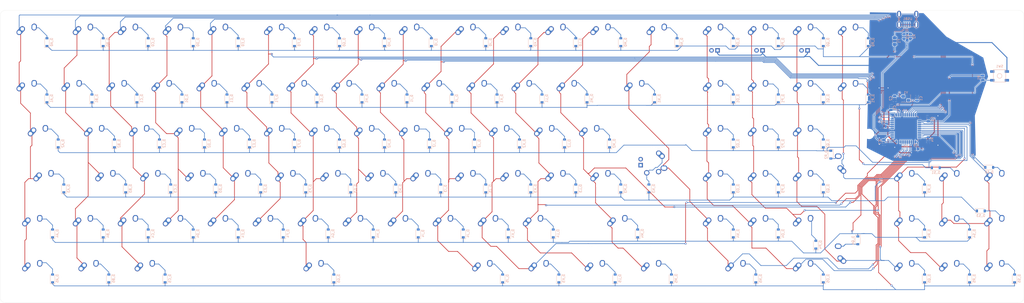
<source format=kicad_pcb>
(kicad_pcb (version 20171130) (host pcbnew "(5.1.2)-2")
  (layers (0 F.Cu signal) (31 B.Cu signal) (34 B.Paste user) (35 F.Paste user) (36 B.SilkS user) (37 F.SilkS user) (38 B.Mask user) (39 F.Mask user) (44 Edge.Cuts user))
  (net 0 "")
  (net 1 GND)
  (net 2 "Net-(C1-Pad1)")
  (net 3 "Net-(C2-Pad1)")
  (net 4 "Net-(C3-Pad1)")
  (net 5 +5V)
  (net 6 ROW0)
  (net 7 ROW1)
  (net 8 ROW2)
  (net 9 ROW3)
  (net 10 ROW4)
  (net 11 ROW5)
  (net 12 "Net-(D_A1-Pad2)")
  (net 13 "Net-(D_A2-Pad2)")
  (net 14 "Net-(D_A3-Pad2)")
  (net 15 "Net-(D_A4-Pad2)")
  (net 16 "Net-(D_A5-Pad2)")
  (net 17 "Net-(D_B1-Pad2)")
  (net 18 "Net-(D_B2-Pad2)")
  (net 19 "Net-(D_B3-Pad2)")
  (net 20 "Net-(D_B4-Pad2)")
  (net 21 "Net-(D_B5-Pad2)")
  (net 22 "Net-(D_C1-Pad2)")
  (net 23 "Net-(D_C2-Pad2)")
  (net 24 "Net-(D_C3-Pad2)")
  (net 25 "Net-(D_C4-Pad2)")
  (net 26 "Net-(D_C5-Pad2)")
  (net 27 "Net-(D_D1-Pad2)")
  (net 28 "Net-(D_D2-Pad2)")
  (net 29 "Net-(D_D3-Pad2)")
  (net 30 "Net-(D_E1-Pad2)")
  (net 31 "Net-(D_E2-Pad2)")
  (net 32 "Net-(D_E3-Pad2)")
  (net 33 "Net-(D_E4-Pad2)")
  (net 34 "Net-(D_F1-Pad2)")
  (net 35 "Net-(D_F2-Pad2)")
  (net 36 "Net-(D_F3-Pad2)")
  (net 37 "Net-(D_F4-Pad2)")
  (net 38 "Net-(D_G1-Pad2)")
  (net 39 "Net-(D_G2-Pad2)")
  (net 40 "Net-(D_G3-Pad2)")
  (net 41 "Net-(D_G4-Pad2)")
  (net 42 "Net-(D_G5-Pad2)")
  (net 43 "Net-(D_J1-Pad2)")
  (net 44 "Net-(D_J2-Pad2)")
  (net 45 "Net-(D_J3-Pad2)")
  (net 46 "Net-(D_J4-Pad2)")
  (net 47 "Net-(D_J5-Pad2)")
  (net 48 "Net-(D_K0-Pad2)")
  (net 49 "Net-(D_K1-Pad2)")
  (net 50 "Net-(D_K2-Pad2)")
  (net 51 "Net-(D_K3-Pad2)")
  (net 52 "Net-(D_K4-Pad2)")
  (net 53 "Net-(D_K5-Pad2)")
  (net 54 "Net-(D_L1-Pad2)")
  (net 55 "Net-(D_L2-Pad2)")
  (net 56 "Net-(D_L3-Pad2)")
  (net 57 "Net-(D_L4-Pad2)")
  (net 58 "Net-(D_L5-Pad2)")
  (net 59 "Net-(D_O1-Pad2)")
  (net 60 "Net-(D_O2-Pad2)")
  (net 61 "Net-(D_O3-Pad2)")
  (net 62 "Net-(D_O4-Pad2)")
  (net 63 "Net-(D_P1-Pad2)")
  (net 64 "Net-(D_P2-Pad2)")
  (net 65 "Net-(D_P3-Pad2)")
  (net 66 "Net-(D_P4-Pad2)")
  (net 67 "Net-(D_Q0-Pad2)")
  (net 68 "Net-(D_Q1-Pad2)")
  (net 69 "Net-(D_Q2-Pad2)")
  (net 70 "Net-(D_Q3-Pad2)")
  (net 71 "Net-(D_Q4-Pad2)")
  (net 72 "Net-(D_Q5-Pad2)")
  (net 73 "Net-(D_R0-Pad2)")
  (net 74 "Net-(D_R1-Pad2)")
  (net 75 "Net-(D_R2-Pad2)")
  (net 76 "Net-(D_R3-Pad2)")
  (net 77 "Net-(D_R4-Pad2)")
  (net 78 "Net-(D_R5-Pad2)")
  (net 79 "Net-(D_S1-Pad2)")
  (net 80 "Net-(D_S3-Pad2)")
  (net 81 "Net-(D_S4-Pad2)")
  (net 82 "Net-(D_S5-Pad2)")
  (net 83 VCC)
  (net 84 COL_A)
  (net 85 COL_B)
  (net 86 COL_C)
  (net 87 COL_D)
  (net 88 COL_E)
  (net 89 COL_F)
  (net 90 COL_G)
  (net 91 COL_H)
  (net 92 COL_I)
  (net 93 COL_J)
  (net 94 COL_K)
  (net 95 COL_L)
  (net 96 COL_M)
  (net 97 COL_N)
  (net 98 LED_NMLK)
  (net 99 COL_O)
  (net 100 LED_CPLK)
  (net 101 COL_P)
  (net 102 LED_SYSREQ)
  (net 103 COL_Q)
  (net 104 COL_R)
  (net 105 COL_S)
  (net 106 "Net-(R1-Pad2)")
  (net 107 D+)
  (net 108 "Net-(R2-Pad1)")
  (net 109 D-)
  (net 110 "Net-(R3-Pad1)")
  (net 111 "Net-(R4-Pad2)")
  (net 112 "Net-(U1-Pad42)")
  (net 113 "Net-(USB1-Pad6)")
  (net 114 "Net-(USB1-Pad2)")
  (net 115 "Net-(D_A0-Pad2)")
  (net 116 "Net-(D_B0-Pad2)")
  (net 117 "Net-(D_C0-Pad2)")
  (net 118 "Net-(D_D0-Pad2)")
  (net 119 "Net-(D_D4-Pad2)")
  (net 120 "Net-(D_E0-Pad2)")
  (net 121 "Net-(D_F0-Pad2)")
  (net 122 "Net-(D_G0-Pad2)")
  (net 123 "Net-(D_H0-Pad2)")
  (net 124 "Net-(D_H1-Pad2)")
  (net 125 "Net-(D_H2-Pad2)")
  (net 126 "Net-(D_H3-Pad2)")
  (net 127 "Net-(D_H4-Pad2)")
  (net 128 "Net-(D_I0-Pad2)")
  (net 129 "Net-(D_I1-Pad2)")
  (net 130 "Net-(D_I2-Pad2)")
  (net 131 "Net-(D_I3-Pad2)")
  (net 132 "Net-(D_I4-Pad2)")
  (net 133 "Net-(D_J0-Pad2)")
  (net 134 "Net-(D_L0-Pad2)")
  (net 135 "Net-(D_M0-Pad2)")
  (net 136 "Net-(D_M1-Pad2)")
  (net 137 "Net-(D_M2-Pad2)")
  (net 138 "Net-(D_M3-Pad2)")
  (net 139 "Net-(D_M4-Pad2)")
  (net 140 "Net-(D_M5-Pad2)")
  (net 141 "Net-(D_N0-Pad2)")
  (net 142 "Net-(D_N1-Pad2)")
  (net 143 "Net-(D_N3-Pad2)")
  (net 144 "Net-(D_N4-Pad2)")
  (net 145 "Net-(D_O0-Pad2)")
  (net 146 "Net-(D_O5-Pad2)")
  (net 147 "Net-(D_P0-Pad2)")
  (net 148 "Net-(D_S0-Pad2)")
  (net 149 "Net-(D_N5-Pad2)")
  (module Capacitor_SMD:C_0805_2012Metric (layer B.Cu) (at 387.604 69.342 270)
    (fp_text reference C7 (at 0 1.65 90) (layer B.SilkS) (effects (justify mirror)))
    (fp_text value 10uF)
    (pad 2 smd roundrect (at 0.9375 0 270) (size 0.975 1.4) (layers B.Cu B.Paste B.Mask) (net 1 GND))
    (pad 1 smd roundrect (at -0.9375 0 270) (size 0.975 1.4) (layers B.Cu B.Paste B.Mask) (net 5 +5V))
  )
  (module Crystal:Crystal_SMD_3225-4Pin_3.2x2.5mm (layer B.Cu) (at 396.875 50.8 180)
    (fp_text reference Y1 (at 0 2.45) (layer B.SilkS) (effects (justify mirror)))
    (fp_text value 16MHz)
    (pad 4 smd rect (at -1.1 0.85 180) (size 1.4 1.2) (layers B.Cu B.Paste B.Mask) (net 1 GND))
    (pad 3 smd rect (at 1.1 0.85 180) (size 1.4 1.2) (layers B.Cu B.Paste B.Mask) (net 3 "Net-(C2-Pad1)"))
    (pad 2 smd rect (at 1.1 -0.85 180) (size 1.4 1.2) (layers B.Cu B.Paste B.Mask) (net 1 GND))
    (pad 1 smd rect (at -1.1 -0.85 180) (size 1.4 1.2) (layers B.Cu B.Paste B.Mask) (net 2 "Net-(C1-Pad1)"))
  )
  (module random-keyboard-parts:Molex-0548190589 (layer B.Cu) (at 397.66875 15.08125 270)
    (fp_text reference USB1 (at 2.032 0) (layer B.SilkS) (effects (justify mirror)))
    (fp_text value Molex-0548190589)
    (pad 6 thru_hole oval (at 0 3.65 270) (size 2.7 1.7) (drill oval 1.9 0.7) (layers *.Cu *.Mask) (net 113 "Net-(USB1-Pad6)"))
    (pad 6 thru_hole oval (at 0 -3.65 270) (size 2.7 1.7) (drill oval 1.9 0.7) (layers *.Cu *.Mask) (net 113 "Net-(USB1-Pad6)"))
    (pad 6 thru_hole oval (at 4.5 -3.65 270) (size 2.7 1.7) (drill oval 1.9 0.7) (layers *.Cu *.Mask) (net 113 "Net-(USB1-Pad6)"))
    (pad 6 thru_hole oval (at 4.5 3.65 270) (size 2.7 1.7) (drill oval 1.9 0.7) (layers *.Cu *.Mask) (net 113 "Net-(USB1-Pad6)"))
    (pad 5 smd rect (at 4.5 1.6 270) (size 2.25 0.5) (layers B.Cu B.Paste B.Mask) (net 83 VCC))
    (pad 4 smd rect (at 4.5 0.8 270) (size 2.25 0.5) (layers B.Cu B.Paste B.Mask) (net 109 D-))
    (pad 3 smd rect (at 4.5 0 270) (size 2.25 0.5) (layers B.Cu B.Paste B.Mask) (net 107 D+))
    (pad 2 smd rect (at 4.5 -0.8 270) (size 2.25 0.5) (layers B.Cu B.Paste B.Mask) (net 114 "Net-(USB1-Pad2)"))
    (pad 1 smd rect (at 4.5 -1.6 270) (size 2.25 0.5) (layers B.Cu B.Paste B.Mask) (net 1 GND))
  )
  (module Package_QFP:TQFP-44_10x10mm_P0.8mm (layer B.Cu) (at 396.875 63.5)
    (fp_text reference U1 (at 0 7.45) (layer B.SilkS) (effects (justify mirror)))
    (fp_text value ATmega32U4-AU)
    (pad 44 smd rect (at -4 5.7 270) (size 1.5 0.55) (layers B.Cu B.Paste B.Mask) (net 5 +5V))
    (pad 43 smd rect (at -3.2 5.7 270) (size 1.5 0.55) (layers B.Cu B.Paste B.Mask) (net 1 GND))
    (pad 42 smd rect (at -2.4 5.7 270) (size 1.5 0.55) (layers B.Cu B.Paste B.Mask) (net 112 "Net-(U1-Pad42)"))
    (pad 41 smd rect (at -1.6 5.7 270) (size 1.5 0.55) (layers B.Cu B.Paste B.Mask) (net 95 COL_L))
    (pad 40 smd rect (at -0.8 5.7 270) (size 1.5 0.55) (layers B.Cu B.Paste B.Mask) (net 96 COL_M))
    (pad 39 smd rect (at 0 5.7 270) (size 1.5 0.55) (layers B.Cu B.Paste B.Mask) (net 10 ROW4))
    (pad 38 smd rect (at 0.8 5.7 270) (size 1.5 0.55) (layers B.Cu B.Paste B.Mask) (net 97 COL_N))
    (pad 37 smd rect (at 1.6 5.7 270) (size 1.5 0.55) (layers B.Cu B.Paste B.Mask) (net 99 COL_O))
    (pad 36 smd rect (at 2.4 5.7 270) (size 1.5 0.55) (layers B.Cu B.Paste B.Mask) (net 11 ROW5))
    (pad 35 smd rect (at 3.2 5.7 270) (size 1.5 0.55) (layers B.Cu B.Paste B.Mask) (net 1 GND))
    (pad 34 smd rect (at 4 5.7 270) (size 1.5 0.55) (layers B.Cu B.Paste B.Mask) (net 5 +5V))
    (pad 33 smd rect (at 5.7 4) (size 1.5 0.55) (layers B.Cu B.Paste B.Mask) (net 111 "Net-(R4-Pad2)"))
    (pad 32 smd rect (at 5.7 3.2) (size 1.5 0.55) (layers B.Cu B.Paste B.Mask) (net 9 ROW3))
    (pad 31 smd rect (at 5.7 2.4) (size 1.5 0.55) (layers B.Cu B.Paste B.Mask) (net 101 COL_P))
    (pad 30 smd rect (at 5.7 1.6) (size 1.5 0.55) (layers B.Cu B.Paste B.Mask) (net 103 COL_Q))
    (pad 29 smd rect (at 5.7 0.8) (size 1.5 0.55) (layers B.Cu B.Paste B.Mask) (net 8 ROW2))
    (pad 28 smd rect (at 5.7 0) (size 1.5 0.55) (layers B.Cu B.Paste B.Mask) (net 104 COL_R))
    (pad 27 smd rect (at 5.7 -0.8) (size 1.5 0.55) (layers B.Cu B.Paste B.Mask) (net 7 ROW1))
    (pad 26 smd rect (at 5.7 -1.6) (size 1.5 0.55) (layers B.Cu B.Paste B.Mask) (net 105 COL_S))
    (pad 25 smd rect (at 5.7 -2.4) (size 1.5 0.55) (layers B.Cu B.Paste B.Mask) (net 6 ROW0))
    (pad 24 smd rect (at 5.7 -3.2) (size 1.5 0.55) (layers B.Cu B.Paste B.Mask) (net 5 +5V))
    (pad 23 smd rect (at 5.7 -4) (size 1.5 0.55) (layers B.Cu B.Paste B.Mask) (net 1 GND))
    (pad 22 smd rect (at 4 -5.7 270) (size 1.5 0.55) (layers B.Cu B.Paste B.Mask) (net 84 COL_A))
    (pad 21 smd rect (at 3.2 -5.7 270) (size 1.5 0.55) (layers B.Cu B.Paste B.Mask) (net 85 COL_B))
    (pad 20 smd rect (at 2.4 -5.7 270) (size 1.5 0.55) (layers B.Cu B.Paste B.Mask) (net 86 COL_C))
    (pad 19 smd rect (at 1.6 -5.7 270) (size 1.5 0.55) (layers B.Cu B.Paste B.Mask) (net 87 COL_D))
    (pad 18 smd rect (at 0.8 -5.7 270) (size 1.5 0.55) (layers B.Cu B.Paste B.Mask) (net 88 COL_E))
    (pad 17 smd rect (at 0 -5.7 270) (size 1.5 0.55) (layers B.Cu B.Paste B.Mask) (net 2 "Net-(C1-Pad1)"))
    (pad 16 smd rect (at -0.8 -5.7 270) (size 1.5 0.55) (layers B.Cu B.Paste B.Mask) (net 3 "Net-(C2-Pad1)"))
    (pad 15 smd rect (at -1.6 -5.7 270) (size 1.5 0.55) (layers B.Cu B.Paste B.Mask) (net 1 GND))
    (pad 14 smd rect (at -2.4 -5.7 270) (size 1.5 0.55) (layers B.Cu B.Paste B.Mask) (net 5 +5V))
    (pad 13 smd rect (at -3.2 -5.7 270) (size 1.5 0.55) (layers B.Cu B.Paste B.Mask) (net 106 "Net-(R1-Pad2)"))
    (pad 12 smd rect (at -4 -5.7 270) (size 1.5 0.55) (layers B.Cu B.Paste B.Mask) (net 89 COL_F))
    (pad 11 smd rect (at -5.7 -4) (size 1.5 0.55) (layers B.Cu B.Paste B.Mask) (net 90 COL_G))
    (pad 10 smd rect (at -5.7 -3.2) (size 1.5 0.55) (layers B.Cu B.Paste B.Mask) (net 91 COL_H))
    (pad 9 smd rect (at -5.7 -2.4) (size 1.5 0.55) (layers B.Cu B.Paste B.Mask) (net 92 COL_I))
    (pad 8 smd rect (at -5.7 -1.6) (size 1.5 0.55) (layers B.Cu B.Paste B.Mask) (net 93 COL_J))
    (pad 7 smd rect (at -5.7 -0.8) (size 1.5 0.55) (layers B.Cu B.Paste B.Mask) (net 5 +5V))
    (pad 6 smd rect (at -5.7 0) (size 1.5 0.55) (layers B.Cu B.Paste B.Mask) (net 4 "Net-(C3-Pad1)"))
    (pad 5 smd rect (at -5.7 0.8) (size 1.5 0.55) (layers B.Cu B.Paste B.Mask) (net 1 GND))
    (pad 4 smd rect (at -5.7 1.6) (size 1.5 0.55) (layers B.Cu B.Paste B.Mask) (net 108 "Net-(R2-Pad1)"))
    (pad 3 smd rect (at -5.7 2.4) (size 1.5 0.55) (layers B.Cu B.Paste B.Mask) (net 110 "Net-(R3-Pad1)"))
    (pad 2 smd rect (at -5.7 3.2) (size 1.5 0.55) (layers B.Cu B.Paste B.Mask) (net 5 +5V))
    (pad 1 smd rect (at -5.7 4) (size 1.5 0.55) (layers B.Cu B.Paste B.Mask) (net 94 COL_K))
  )
  (module random-keyboard-parts:SKQG-1155865 (layer B.Cu) (at 436.5625 41.275)
    (fp_text reference SW1 (at 0 -4.064) (layer B.SilkS) (effects (justify mirror)))
    (fp_text value SW_Push)
    (pad 4 smd rect (at -3.1 -1.85) (size 1.8 1.1) (layers B.Cu B.Paste B.Mask))
    (pad 3 smd rect (at 3.1 1.85) (size 1.8 1.1) (layers B.Cu B.Paste B.Mask))
    (pad 2 smd rect (at -3.1 1.85) (size 1.8 1.1) (layers B.Cu B.Paste B.Mask) (net 106 "Net-(R1-Pad2)"))
    (pad 1 smd rect (at 3.1 -1.85) (size 1.8 1.1) (layers B.Cu B.Paste B.Mask) (net 1 GND))
  )
  (module Resistor_SMD:R_0805_2012Metric (layer B.Cu) (at 406.4 68.2625 90)
    (fp_text reference R4 (at 0 1.65 90) (layer B.SilkS) (effects (justify mirror)))
    (fp_text value 10k)
    (pad 2 smd roundrect (at 0.9375 0 90) (size 0.975 1.4) (layers B.Cu B.Paste B.Mask) (net 111 "Net-(R4-Pad2)"))
    (pad 1 smd roundrect (at -0.9375 0 90) (size 0.975 1.4) (layers B.Cu B.Paste B.Mask) (net 1 GND))
  )
  (module Resistor_SMD:R_0805_2012Metric (layer B.Cu) (at 396.08125 24.60625 90)
    (fp_text reference R3 (at 0 1.65 90) (layer B.SilkS) (effects (justify mirror)))
    (fp_text value 22)
    (pad 2 smd roundrect (at 0.9375 0 90) (size 0.975 1.4) (layers B.Cu B.Paste B.Mask) (net 109 D-))
    (pad 1 smd roundrect (at -0.9375 0 90) (size 0.975 1.4) (layers B.Cu B.Paste B.Mask) (net 110 "Net-(R3-Pad1)"))
  )
  (module Resistor_SMD:R_0805_2012Metric (layer B.Cu) (at 398.78 24.60625 90)
    (fp_text reference R2 (at 0 1.65 90) (layer B.SilkS) (effects (justify mirror)))
    (fp_text value 22)
    (pad 2 smd roundrect (at 0.9375 0 90) (size 0.975 1.4) (layers B.Cu B.Paste B.Mask) (net 107 D+))
    (pad 1 smd roundrect (at -0.9375 0 90) (size 0.975 1.4) (layers B.Cu B.Paste B.Mask) (net 108 "Net-(R2-Pad1)"))
  )
  (module Resistor_SMD:R_0805_2012Metric (layer B.Cu) (at 429.41875 42.06875 270)
    (fp_text reference R1 (at 0 1.65 270) (layer B.SilkS) (effects (justify mirror)))
    (fp_text value 10k)
    (pad 2 smd roundrect (at 0.9375 0 270) (size 0.975 1.4) (layers B.Cu B.Paste B.Mask) (net 106 "Net-(R1-Pad2)"))
    (pad 1 smd roundrect (at -0.9375 0 270) (size 0.975 1.4) (layers B.Cu B.Paste B.Mask) (net 5 +5V))
  )
  (module MX_Alps_Hybrid:MX-1U-NoLED (layer F.Cu) (at 434.975 125.4125)
    (fp_text reference MX_S5)
    (fp_text value MX-NoLED)
    (pad "" np_thru_hole circle (at 5.08 0 48.0996) (size 1.75 1.75) (drill 1.75) (layers *.Cu *.Mask))
    (pad "" np_thru_hole circle (at -5.08 0 48.0996) (size 1.75 1.75) (drill 1.75) (layers *.Cu *.Mask))
    (pad 1 thru_hole circle (at -2.5 -4) (size 2.25 2.25) (drill 1.47) (layers *.Cu B.Mask) (net 105 COL_S))
    (pad "" np_thru_hole circle (at 0 0) (size 3.9878 3.9878) (drill 3.9878) (layers *.Cu *.Mask))
    (pad 1 thru_hole oval (at -3.81 -2.54 48.0996) (size 4.211556 2.25) (drill 1.47 (offset 0.980778 0)) (layers *.Cu B.Mask) (net 105 COL_S))
    (pad 2 thru_hole circle (at 2.54 -5.08) (size 2.25 2.25) (drill 1.47) (layers *.Cu B.Mask) (net 82 "Net-(D_S5-Pad2)"))
    (pad 2 thru_hole oval (at 2.5 -4.5 86.0548) (size 2.831378 2.25) (drill 1.47 (offset 0.290689 0)) (layers *.Cu B.Mask) (net 82 "Net-(D_S5-Pad2)"))
  )
  (module MX_Alps_Hybrid:MX-1U-NoLED (layer F.Cu) (at 415.925 106.3625)
    (fp_text reference MX_S4)
    (fp_text value MX-NoLED)
    (pad "" np_thru_hole circle (at 5.08 0 48.0996) (size 1.75 1.75) (drill 1.75) (layers *.Cu *.Mask))
    (pad "" np_thru_hole circle (at -5.08 0 48.0996) (size 1.75 1.75) (drill 1.75) (layers *.Cu *.Mask))
    (pad 1 thru_hole circle (at -2.5 -4) (size 2.25 2.25) (drill 1.47) (layers *.Cu B.Mask) (net 105 COL_S))
    (pad "" np_thru_hole circle (at 0 0) (size 3.9878 3.9878) (drill 3.9878) (layers *.Cu *.Mask))
    (pad 1 thru_hole oval (at -3.81 -2.54 48.0996) (size 4.211556 2.25) (drill 1.47 (offset 0.980778 0)) (layers *.Cu B.Mask) (net 105 COL_S))
    (pad 2 thru_hole circle (at 2.54 -5.08) (size 2.25 2.25) (drill 1.47) (layers *.Cu B.Mask) (net 81 "Net-(D_S4-Pad2)"))
    (pad 2 thru_hole oval (at 2.5 -4.5 86.0548) (size 2.831378 2.25) (drill 1.47 (offset 0.290689 0)) (layers *.Cu B.Mask) (net 81 "Net-(D_S4-Pad2)"))
  )
  (module MX_Alps_Hybrid:MX-1U-NoLED (layer F.Cu) (at 434.975 106.3625)
    (fp_text reference MX_S3)
    (fp_text value MX-NoLED)
    (pad "" np_thru_hole circle (at 5.08 0 48.0996) (size 1.75 1.75) (drill 1.75) (layers *.Cu *.Mask))
    (pad "" np_thru_hole circle (at -5.08 0 48.0996) (size 1.75 1.75) (drill 1.75) (layers *.Cu *.Mask))
    (pad 1 thru_hole circle (at -2.5 -4) (size 2.25 2.25) (drill 1.47) (layers *.Cu B.Mask) (net 105 COL_S))
    (pad "" np_thru_hole circle (at 0 0) (size 3.9878 3.9878) (drill 3.9878) (layers *.Cu *.Mask))
    (pad 1 thru_hole oval (at -3.81 -2.54 48.0996) (size 4.211556 2.25) (drill 1.47 (offset 0.980778 0)) (layers *.Cu B.Mask) (net 105 COL_S))
    (pad 2 thru_hole circle (at 2.54 -5.08) (size 2.25 2.25) (drill 1.47) (layers *.Cu B.Mask) (net 80 "Net-(D_S3-Pad2)"))
    (pad 2 thru_hole oval (at 2.5 -4.5 86.0548) (size 2.831378 2.25) (drill 1.47 (offset 0.290689 0)) (layers *.Cu B.Mask) (net 80 "Net-(D_S3-Pad2)"))
  )
  (module MX_Alps_Hybrid:MX-1U-NoLED (layer F.Cu) (at 415.925 87.3125)
    (fp_text reference MX_S1)
    (fp_text value MX-NoLED)
    (pad "" np_thru_hole circle (at 5.08 0 48.0996) (size 1.75 1.75) (drill 1.75) (layers *.Cu *.Mask))
    (pad "" np_thru_hole circle (at -5.08 0 48.0996) (size 1.75 1.75) (drill 1.75) (layers *.Cu *.Mask))
    (pad 1 thru_hole circle (at -2.5 -4) (size 2.25 2.25) (drill 1.47) (layers *.Cu B.Mask) (net 105 COL_S))
    (pad "" np_thru_hole circle (at 0 0) (size 3.9878 3.9878) (drill 3.9878) (layers *.Cu *.Mask))
    (pad 1 thru_hole oval (at -3.81 -2.54 48.0996) (size 4.211556 2.25) (drill 1.47 (offset 0.980778 0)) (layers *.Cu B.Mask) (net 105 COL_S))
    (pad 2 thru_hole circle (at 2.54 -5.08) (size 2.25 2.25) (drill 1.47) (layers *.Cu B.Mask) (net 79 "Net-(D_S1-Pad2)"))
    (pad 2 thru_hole oval (at 2.5 -4.5 86.0548) (size 2.831378 2.25) (drill 1.47 (offset 0.290689 0)) (layers *.Cu B.Mask) (net 79 "Net-(D_S1-Pad2)"))
  )
  (module MX_Alps_Hybrid:MX-1U-NoLED (layer F.Cu) (at 434.975 87.3125)
    (fp_text reference MX_S0)
    (fp_text value MX-NoLED)
    (pad "" np_thru_hole circle (at 5.08 0 48.0996) (size 1.75 1.75) (drill 1.75) (layers *.Cu *.Mask))
    (pad "" np_thru_hole circle (at -5.08 0 48.0996) (size 1.75 1.75) (drill 1.75) (layers *.Cu *.Mask))
    (pad 1 thru_hole circle (at -2.5 -4) (size 2.25 2.25) (drill 1.47) (layers *.Cu B.Mask) (net 105 COL_S))
    (pad "" np_thru_hole circle (at 0 0) (size 3.9878 3.9878) (drill 3.9878) (layers *.Cu *.Mask))
    (pad 1 thru_hole oval (at -3.81 -2.54 48.0996) (size 4.211556 2.25) (drill 1.47 (offset 0.980778 0)) (layers *.Cu B.Mask) (net 105 COL_S))
    (pad 2 thru_hole circle (at 2.54 -5.08) (size 2.25 2.25) (drill 1.47) (layers *.Cu B.Mask) (net 148 "Net-(D_S0-Pad2)"))
    (pad 2 thru_hole oval (at 2.5 -4.5 86.0548) (size 2.831378 2.25) (drill 1.47 (offset 0.290689 0)) (layers *.Cu B.Mask) (net 148 "Net-(D_S0-Pad2)"))
  )
  (module MX_Alps_Hybrid:MX-1U-NoLED (layer F.Cu) (at 415.925 125.4125)
    (fp_text reference MX_R5)
    (fp_text value MX-NoLED)
    (pad "" np_thru_hole circle (at 5.08 0 48.0996) (size 1.75 1.75) (drill 1.75) (layers *.Cu *.Mask))
    (pad "" np_thru_hole circle (at -5.08 0 48.0996) (size 1.75 1.75) (drill 1.75) (layers *.Cu *.Mask))
    (pad 1 thru_hole circle (at -2.5 -4) (size 2.25 2.25) (drill 1.47) (layers *.Cu B.Mask) (net 104 COL_R))
    (pad "" np_thru_hole circle (at 0 0) (size 3.9878 3.9878) (drill 3.9878) (layers *.Cu *.Mask))
    (pad 1 thru_hole oval (at -3.81 -2.54 48.0996) (size 4.211556 2.25) (drill 1.47 (offset 0.980778 0)) (layers *.Cu B.Mask) (net 104 COL_R))
    (pad 2 thru_hole circle (at 2.54 -5.08) (size 2.25 2.25) (drill 1.47) (layers *.Cu B.Mask) (net 78 "Net-(D_R5-Pad2)"))
    (pad 2 thru_hole oval (at 2.5 -4.5 86.0548) (size 2.831378 2.25) (drill 1.47 (offset 0.290689 0)) (layers *.Cu B.Mask) (net 78 "Net-(D_R5-Pad2)"))
  )
  (module MX_Alps_Hybrid:MX-1U-NoLED (layer F.Cu) (at 396.875 106.3625)
    (fp_text reference MX_R4)
    (fp_text value MX-NoLED)
    (pad "" np_thru_hole circle (at 5.08 0 48.0996) (size 1.75 1.75) (drill 1.75) (layers *.Cu *.Mask))
    (pad "" np_thru_hole circle (at -5.08 0 48.0996) (size 1.75 1.75) (drill 1.75) (layers *.Cu *.Mask))
    (pad 1 thru_hole circle (at -2.5 -4) (size 2.25 2.25) (drill 1.47) (layers *.Cu B.Mask) (net 104 COL_R))
    (pad "" np_thru_hole circle (at 0 0) (size 3.9878 3.9878) (drill 3.9878) (layers *.Cu *.Mask))
    (pad 1 thru_hole oval (at -3.81 -2.54 48.0996) (size 4.211556 2.25) (drill 1.47 (offset 0.980778 0)) (layers *.Cu B.Mask) (net 104 COL_R))
    (pad 2 thru_hole circle (at 2.54 -5.08) (size 2.25 2.25) (drill 1.47) (layers *.Cu B.Mask) (net 77 "Net-(D_R4-Pad2)"))
    (pad 2 thru_hole oval (at 2.5 -4.5 86.0548) (size 2.831378 2.25) (drill 1.47 (offset 0.290689 0)) (layers *.Cu B.Mask) (net 77 "Net-(D_R4-Pad2)"))
  )
  (module MX_Alps_Hybrid:MX-1U-NoLED (layer F.Cu) (at 396.875 87.3125)
    (fp_text reference MX_R3)
    (fp_text value MX-NoLED)
    (pad "" np_thru_hole circle (at 5.08 0 48.0996) (size 1.75 1.75) (drill 1.75) (layers *.Cu *.Mask))
    (pad "" np_thru_hole circle (at -5.08 0 48.0996) (size 1.75 1.75) (drill 1.75) (layers *.Cu *.Mask))
    (pad 1 thru_hole circle (at -2.5 -4) (size 2.25 2.25) (drill 1.47) (layers *.Cu B.Mask) (net 104 COL_R))
    (pad "" np_thru_hole circle (at 0 0) (size 3.9878 3.9878) (drill 3.9878) (layers *.Cu *.Mask))
    (pad 1 thru_hole oval (at -3.81 -2.54 48.0996) (size 4.211556 2.25) (drill 1.47 (offset 0.980778 0)) (layers *.Cu B.Mask) (net 104 COL_R))
    (pad 2 thru_hole circle (at 2.54 -5.08) (size 2.25 2.25) (drill 1.47) (layers *.Cu B.Mask) (net 76 "Net-(D_R3-Pad2)"))
    (pad 2 thru_hole oval (at 2.5 -4.5 86.0548) (size 2.831378 2.25) (drill 1.47 (offset 0.290689 0)) (layers *.Cu B.Mask) (net 76 "Net-(D_R3-Pad2)"))
  )
  (module MX_Alps_Hybrid:MX-2U-NoLED (layer F.Cu) (at 373.0625 77.7875 90)
    (fp_text reference MX_R2)
    (fp_text value MX-NoLED)
    (pad "" np_thru_hole circle (at 11.938 8.255 90) (size 3.9878 3.9878) (drill 3.9878) (layers *.Cu *.Mask))
    (pad "" np_thru_hole circle (at -11.938 8.255 90) (size 3.9878 3.9878) (drill 3.9878) (layers *.Cu *.Mask))
    (pad "" np_thru_hole circle (at 11.938 -6.985 90) (size 3.048 3.048) (drill 3.048) (layers *.Cu *.Mask))
    (pad "" np_thru_hole circle (at -11.938 -6.985 90) (size 3.048 3.048) (drill 3.048) (layers *.Cu *.Mask))
    (pad "" np_thru_hole circle (at 5.08 0 138.0996) (size 1.75 1.75) (drill 1.75) (layers *.Cu *.Mask))
    (pad "" np_thru_hole circle (at -5.08 0 138.0996) (size 1.75 1.75) (drill 1.75) (layers *.Cu *.Mask))
    (pad 1 thru_hole circle (at -2.5 -4 90) (size 2.25 2.25) (drill 1.47) (layers *.Cu B.Mask) (net 104 COL_R))
    (pad "" np_thru_hole circle (at 0 0 90) (size 3.9878 3.9878) (drill 3.9878) (layers *.Cu *.Mask))
    (pad 1 thru_hole oval (at -3.81 -2.54 138.0996) (size 4.211556 2.25) (drill 1.47 (offset 0.980778 0)) (layers *.Cu B.Mask) (net 104 COL_R))
    (pad 2 thru_hole circle (at 2.54 -5.08 90) (size 2.25 2.25) (drill 1.47) (layers *.Cu B.Mask) (net 75 "Net-(D_R2-Pad2)"))
    (pad 2 thru_hole oval (at 2.5 -4.5 176.0548) (size 2.831378 2.25) (drill 1.47 (offset 0.290689 0)) (layers *.Cu B.Mask) (net 75 "Net-(D_R2-Pad2)"))
  )
  (module MX_Alps_Hybrid:MX-1U-NoLED (layer F.Cu) (at 373.0625 49.2125)
    (fp_text reference MX_R1)
    (fp_text value MX-NoLED)
    (pad "" np_thru_hole circle (at 5.08 0 48.0996) (size 1.75 1.75) (drill 1.75) (layers *.Cu *.Mask))
    (pad "" np_thru_hole circle (at -5.08 0 48.0996) (size 1.75 1.75) (drill 1.75) (layers *.Cu *.Mask))
    (pad 1 thru_hole circle (at -2.5 -4) (size 2.25 2.25) (drill 1.47) (layers *.Cu B.Mask) (net 104 COL_R))
    (pad "" np_thru_hole circle (at 0 0) (size 3.9878 3.9878) (drill 3.9878) (layers *.Cu *.Mask))
    (pad 1 thru_hole oval (at -3.81 -2.54 48.0996) (size 4.211556 2.25) (drill 1.47 (offset 0.980778 0)) (layers *.Cu B.Mask) (net 104 COL_R))
    (pad 2 thru_hole circle (at 2.54 -5.08) (size 2.25 2.25) (drill 1.47) (layers *.Cu B.Mask) (net 74 "Net-(D_R1-Pad2)"))
    (pad 2 thru_hole oval (at 2.5 -4.5 86.0548) (size 2.831378 2.25) (drill 1.47 (offset 0.290689 0)) (layers *.Cu B.Mask) (net 74 "Net-(D_R1-Pad2)"))
  )
  (module MX_Alps_Hybrid:MX-1U-NoLED (layer F.Cu) (at 373.0625 25.4)
    (fp_text reference MX_R0)
    (fp_text value MX-NoLED)
    (pad "" np_thru_hole circle (at 5.08 0 48.0996) (size 1.75 1.75) (drill 1.75) (layers *.Cu *.Mask))
    (pad "" np_thru_hole circle (at -5.08 0 48.0996) (size 1.75 1.75) (drill 1.75) (layers *.Cu *.Mask))
    (pad 1 thru_hole circle (at -2.5 -4) (size 2.25 2.25) (drill 1.47) (layers *.Cu B.Mask) (net 104 COL_R))
    (pad "" np_thru_hole circle (at 0 0) (size 3.9878 3.9878) (drill 3.9878) (layers *.Cu *.Mask))
    (pad 1 thru_hole oval (at -3.81 -2.54 48.0996) (size 4.211556 2.25) (drill 1.47 (offset 0.980778 0)) (layers *.Cu B.Mask) (net 104 COL_R))
    (pad 2 thru_hole circle (at 2.54 -5.08) (size 2.25 2.25) (drill 1.47) (layers *.Cu B.Mask) (net 73 "Net-(D_R0-Pad2)"))
    (pad 2 thru_hole oval (at 2.5 -4.5 86.0548) (size 2.831378 2.25) (drill 1.47 (offset 0.290689 0)) (layers *.Cu B.Mask) (net 73 "Net-(D_R0-Pad2)"))
  )
  (module MX_Alps_Hybrid:MX-1U-NoLED (layer F.Cu) (at 396.875 125.4125)
    (fp_text reference MX_Q5)
    (fp_text value MX-NoLED)
    (pad "" np_thru_hole circle (at 5.08 0 48.0996) (size 1.75 1.75) (drill 1.75) (layers *.Cu *.Mask))
    (pad "" np_thru_hole circle (at -5.08 0 48.0996) (size 1.75 1.75) (drill 1.75) (layers *.Cu *.Mask))
    (pad 1 thru_hole circle (at -2.5 -4) (size 2.25 2.25) (drill 1.47) (layers *.Cu B.Mask) (net 103 COL_Q))
    (pad "" np_thru_hole circle (at 0 0) (size 3.9878 3.9878) (drill 3.9878) (layers *.Cu *.Mask))
    (pad 1 thru_hole oval (at -3.81 -2.54 48.0996) (size 4.211556 2.25) (drill 1.47 (offset 0.980778 0)) (layers *.Cu B.Mask) (net 103 COL_Q))
    (pad 2 thru_hole circle (at 2.54 -5.08) (size 2.25 2.25) (drill 1.47) (layers *.Cu B.Mask) (net 72 "Net-(D_Q5-Pad2)"))
    (pad 2 thru_hole oval (at 2.5 -4.5 86.0548) (size 2.831378 2.25) (drill 1.47 (offset 0.290689 0)) (layers *.Cu B.Mask) (net 72 "Net-(D_Q5-Pad2)"))
  )
  (module MX_Alps_Hybrid:MX-2U-NoLED (layer F.Cu) (at 373.0625 115.8875 90)
    (fp_text reference MX_Q4)
    (fp_text value MX-NoLED)
    (pad "" np_thru_hole circle (at 11.938 8.255 90) (size 3.9878 3.9878) (drill 3.9878) (layers *.Cu *.Mask))
    (pad "" np_thru_hole circle (at -11.938 8.255 90) (size 3.9878 3.9878) (drill 3.9878) (layers *.Cu *.Mask))
    (pad "" np_thru_hole circle (at 11.938 -6.985 90) (size 3.048 3.048) (drill 3.048) (layers *.Cu *.Mask))
    (pad "" np_thru_hole circle (at -11.938 -6.985 90) (size 3.048 3.048) (drill 3.048) (layers *.Cu *.Mask))
    (pad "" np_thru_hole circle (at 5.08 0 138.0996) (size 1.75 1.75) (drill 1.75) (layers *.Cu *.Mask))
    (pad "" np_thru_hole circle (at -5.08 0 138.0996) (size 1.75 1.75) (drill 1.75) (layers *.Cu *.Mask))
    (pad 1 thru_hole circle (at -2.5 -4 90) (size 2.25 2.25) (drill 1.47) (layers *.Cu B.Mask) (net 103 COL_Q))
    (pad "" np_thru_hole circle (at 0 0 90) (size 3.9878 3.9878) (drill 3.9878) (layers *.Cu *.Mask))
    (pad 1 thru_hole oval (at -3.81 -2.54 138.0996) (size 4.211556 2.25) (drill 1.47 (offset 0.980778 0)) (layers *.Cu B.Mask) (net 103 COL_Q))
    (pad 2 thru_hole circle (at 2.54 -5.08 90) (size 2.25 2.25) (drill 1.47) (layers *.Cu B.Mask) (net 71 "Net-(D_Q4-Pad2)"))
    (pad 2 thru_hole oval (at 2.5 -4.5 176.0548) (size 2.831378 2.25) (drill 1.47 (offset 0.290689 0)) (layers *.Cu B.Mask) (net 71 "Net-(D_Q4-Pad2)"))
  )
  (module MX_Alps_Hybrid:MX-1U-NoLED (layer F.Cu) (at 354.0125 87.3125)
    (fp_text reference MX_Q3)
    (fp_text value MX-NoLED)
    (pad "" np_thru_hole circle (at 5.08 0 48.0996) (size 1.75 1.75) (drill 1.75) (layers *.Cu *.Mask))
    (pad "" np_thru_hole circle (at -5.08 0 48.0996) (size 1.75 1.75) (drill 1.75) (layers *.Cu *.Mask))
    (pad 1 thru_hole circle (at -2.5 -4) (size 2.25 2.25) (drill 1.47) (layers *.Cu B.Mask) (net 103 COL_Q))
    (pad "" np_thru_hole circle (at 0 0) (size 3.9878 3.9878) (drill 3.9878) (layers *.Cu *.Mask))
    (pad 1 thru_hole oval (at -3.81 -2.54 48.0996) (size 4.211556 2.25) (drill 1.47 (offset 0.980778 0)) (layers *.Cu B.Mask) (net 103 COL_Q))
    (pad 2 thru_hole circle (at 2.54 -5.08) (size 2.25 2.25) (drill 1.47) (layers *.Cu B.Mask) (net 70 "Net-(D_Q3-Pad2)"))
    (pad 2 thru_hole oval (at 2.5 -4.5 86.0548) (size 2.831378 2.25) (drill 1.47 (offset 0.290689 0)) (layers *.Cu B.Mask) (net 70 "Net-(D_Q3-Pad2)"))
  )
  (module MX_Alps_Hybrid:MX-1U-NoLED (layer F.Cu) (at 354.0125 68.2625)
    (fp_text reference MX_Q2)
    (fp_text value MX-NoLED)
    (pad "" np_thru_hole circle (at 5.08 0 48.0996) (size 1.75 1.75) (drill 1.75) (layers *.Cu *.Mask))
    (pad "" np_thru_hole circle (at -5.08 0 48.0996) (size 1.75 1.75) (drill 1.75) (layers *.Cu *.Mask))
    (pad 1 thru_hole circle (at -2.5 -4) (size 2.25 2.25) (drill 1.47) (layers *.Cu B.Mask) (net 103 COL_Q))
    (pad "" np_thru_hole circle (at 0 0) (size 3.9878 3.9878) (drill 3.9878) (layers *.Cu *.Mask))
    (pad 1 thru_hole oval (at -3.81 -2.54 48.0996) (size 4.211556 2.25) (drill 1.47 (offset 0.980778 0)) (layers *.Cu B.Mask) (net 103 COL_Q))
    (pad 2 thru_hole circle (at 2.54 -5.08) (size 2.25 2.25) (drill 1.47) (layers *.Cu B.Mask) (net 69 "Net-(D_Q2-Pad2)"))
    (pad 2 thru_hole oval (at 2.5 -4.5 86.0548) (size 2.831378 2.25) (drill 1.47 (offset 0.290689 0)) (layers *.Cu B.Mask) (net 69 "Net-(D_Q2-Pad2)"))
  )
  (module MX_Alps_Hybrid:MX-1U-NoLED (layer F.Cu) (at 354.0125 49.2125)
    (fp_text reference MX_Q1)
    (fp_text value MX-NoLED)
    (pad "" np_thru_hole circle (at 5.08 0 48.0996) (size 1.75 1.75) (drill 1.75) (layers *.Cu *.Mask))
    (pad "" np_thru_hole circle (at -5.08 0 48.0996) (size 1.75 1.75) (drill 1.75) (layers *.Cu *.Mask))
    (pad 1 thru_hole circle (at -2.5 -4) (size 2.25 2.25) (drill 1.47) (layers *.Cu B.Mask) (net 103 COL_Q))
    (pad "" np_thru_hole circle (at 0 0) (size 3.9878 3.9878) (drill 3.9878) (layers *.Cu *.Mask))
    (pad 1 thru_hole oval (at -3.81 -2.54 48.0996) (size 4.211556 2.25) (drill 1.47 (offset 0.980778 0)) (layers *.Cu B.Mask) (net 103 COL_Q))
    (pad 2 thru_hole circle (at 2.54 -5.08) (size 2.25 2.25) (drill 1.47) (layers *.Cu B.Mask) (net 68 "Net-(D_Q1-Pad2)"))
    (pad 2 thru_hole oval (at 2.5 -4.5 86.0548) (size 2.831378 2.25) (drill 1.47 (offset 0.290689 0)) (layers *.Cu B.Mask) (net 68 "Net-(D_Q1-Pad2)"))
  )
  (module MX_Alps_Hybrid:MX-1U (layer F.Cu) (at 354.0125 25.4)
    (fp_text reference MX_Q0)
    (fp_text value MX-LED)
    (pad "" np_thru_hole circle (at 5.08 0 48.0996) (size 1.75 1.75) (drill 1.75) (layers *.Cu *.Mask))
    (pad "" np_thru_hole circle (at -5.08 0 48.0996) (size 1.75 1.75) (drill 1.75) (layers *.Cu *.Mask))
    (pad 4 thru_hole rect (at 1.27 5.08) (size 1.905 1.905) (drill 1.04) (layers *.Cu B.Mask) (net 1 GND))
    (pad 3 thru_hole circle (at -1.27 5.08) (size 1.905 1.905) (drill 1.04) (layers *.Cu B.Mask) (net 102 LED_SYSREQ))
    (pad 1 thru_hole circle (at -2.5 -4) (size 2.25 2.25) (drill 1.47) (layers *.Cu B.Mask) (net 103 COL_Q))
    (pad "" np_thru_hole circle (at 0 0) (size 3.9878 3.9878) (drill 3.9878) (layers *.Cu *.Mask))
    (pad 1 thru_hole oval (at -3.81 -2.54 48.0996) (size 4.211556 2.25) (drill 1.47 (offset 0.980778 0)) (layers *.Cu B.Mask) (net 103 COL_Q))
    (pad 2 thru_hole circle (at 2.54 -5.08) (size 2.25 2.25) (drill 1.47) (layers *.Cu B.Mask) (net 67 "Net-(D_Q0-Pad2)"))
    (pad 2 thru_hole oval (at 2.5 -4.5 86.0548) (size 2.831378 2.25) (drill 1.47 (offset 0.290689 0)) (layers *.Cu B.Mask) (net 67 "Net-(D_Q0-Pad2)"))
  )
  (module MX_Alps_Hybrid:MX-1U-NoLED (layer F.Cu) (at 354.0125 106.3625)
    (fp_text reference MX_P4)
    (fp_text value MX-NoLED)
    (pad "" np_thru_hole circle (at 5.08 0 48.0996) (size 1.75 1.75) (drill 1.75) (layers *.Cu *.Mask))
    (pad "" np_thru_hole circle (at -5.08 0 48.0996) (size 1.75 1.75) (drill 1.75) (layers *.Cu *.Mask))
    (pad 1 thru_hole circle (at -2.5 -4) (size 2.25 2.25) (drill 1.47) (layers *.Cu B.Mask) (net 101 COL_P))
    (pad "" np_thru_hole circle (at 0 0) (size 3.9878 3.9878) (drill 3.9878) (layers *.Cu *.Mask))
    (pad 1 thru_hole oval (at -3.81 -2.54 48.0996) (size 4.211556 2.25) (drill 1.47 (offset 0.980778 0)) (layers *.Cu B.Mask) (net 101 COL_P))
    (pad 2 thru_hole circle (at 2.54 -5.08) (size 2.25 2.25) (drill 1.47) (layers *.Cu B.Mask) (net 66 "Net-(D_P4-Pad2)"))
    (pad 2 thru_hole oval (at 2.5 -4.5 86.0548) (size 2.831378 2.25) (drill 1.47 (offset 0.290689 0)) (layers *.Cu B.Mask) (net 66 "Net-(D_P4-Pad2)"))
  )
  (module MX_Alps_Hybrid:MX-1U-NoLED (layer F.Cu) (at 334.9625 87.3125)
    (fp_text reference MX_P3)
    (fp_text value MX-NoLED)
    (pad "" np_thru_hole circle (at 5.08 0 48.0996) (size 1.75 1.75) (drill 1.75) (layers *.Cu *.Mask))
    (pad "" np_thru_hole circle (at -5.08 0 48.0996) (size 1.75 1.75) (drill 1.75) (layers *.Cu *.Mask))
    (pad 1 thru_hole circle (at -2.5 -4) (size 2.25 2.25) (drill 1.47) (layers *.Cu B.Mask) (net 101 COL_P))
    (pad "" np_thru_hole circle (at 0 0) (size 3.9878 3.9878) (drill 3.9878) (layers *.Cu *.Mask))
    (pad 1 thru_hole oval (at -3.81 -2.54 48.0996) (size 4.211556 2.25) (drill 1.47 (offset 0.980778 0)) (layers *.Cu B.Mask) (net 101 COL_P))
    (pad 2 thru_hole circle (at 2.54 -5.08) (size 2.25 2.25) (drill 1.47) (layers *.Cu B.Mask) (net 65 "Net-(D_P3-Pad2)"))
    (pad 2 thru_hole oval (at 2.5 -4.5 86.0548) (size 2.831378 2.25) (drill 1.47 (offset 0.290689 0)) (layers *.Cu B.Mask) (net 65 "Net-(D_P3-Pad2)"))
  )
  (module MX_Alps_Hybrid:MX-1U-NoLED (layer F.Cu) (at 334.9625 68.2625)
    (fp_text reference MX_P2)
    (fp_text value MX-NoLED)
    (pad "" np_thru_hole circle (at 5.08 0 48.0996) (size 1.75 1.75) (drill 1.75) (layers *.Cu *.Mask))
    (pad "" np_thru_hole circle (at -5.08 0 48.0996) (size 1.75 1.75) (drill 1.75) (layers *.Cu *.Mask))
    (pad 1 thru_hole circle (at -2.5 -4) (size 2.25 2.25) (drill 1.47) (layers *.Cu B.Mask) (net 101 COL_P))
    (pad "" np_thru_hole circle (at 0 0) (size 3.9878 3.9878) (drill 3.9878) (layers *.Cu *.Mask))
    (pad 1 thru_hole oval (at -3.81 -2.54 48.0996) (size 4.211556 2.25) (drill 1.47 (offset 0.980778 0)) (layers *.Cu B.Mask) (net 101 COL_P))
    (pad 2 thru_hole circle (at 2.54 -5.08) (size 2.25 2.25) (drill 1.47) (layers *.Cu B.Mask) (net 64 "Net-(D_P2-Pad2)"))
    (pad 2 thru_hole oval (at 2.5 -4.5 86.0548) (size 2.831378 2.25) (drill 1.47 (offset 0.290689 0)) (layers *.Cu B.Mask) (net 64 "Net-(D_P2-Pad2)"))
  )
  (module MX_Alps_Hybrid:MX-1U-NoLED (layer F.Cu) (at 334.9625 49.2125)
    (fp_text reference MX_P1)
    (fp_text value MX-NoLED)
    (pad "" np_thru_hole circle (at 5.08 0 48.0996) (size 1.75 1.75) (drill 1.75) (layers *.Cu *.Mask))
    (pad "" np_thru_hole circle (at -5.08 0 48.0996) (size 1.75 1.75) (drill 1.75) (layers *.Cu *.Mask))
    (pad 1 thru_hole circle (at -2.5 -4) (size 2.25 2.25) (drill 1.47) (layers *.Cu B.Mask) (net 101 COL_P))
    (pad "" np_thru_hole circle (at 0 0) (size 3.9878 3.9878) (drill 3.9878) (layers *.Cu *.Mask))
    (pad 1 thru_hole oval (at -3.81 -2.54 48.0996) (size 4.211556 2.25) (drill 1.47 (offset 0.980778 0)) (layers *.Cu B.Mask) (net 101 COL_P))
    (pad 2 thru_hole circle (at 2.54 -5.08) (size 2.25 2.25) (drill 1.47) (layers *.Cu B.Mask) (net 63 "Net-(D_P1-Pad2)"))
    (pad 2 thru_hole oval (at 2.5 -4.5 86.0548) (size 2.831378 2.25) (drill 1.47 (offset 0.290689 0)) (layers *.Cu B.Mask) (net 63 "Net-(D_P1-Pad2)"))
  )
  (module MX_Alps_Hybrid:MX-1U (layer F.Cu) (at 334.9625 25.4)
    (fp_text reference MX_P0)
    (fp_text value MX-LED)
    (pad "" np_thru_hole circle (at 5.08 0 48.0996) (size 1.75 1.75) (drill 1.75) (layers *.Cu *.Mask))
    (pad "" np_thru_hole circle (at -5.08 0 48.0996) (size 1.75 1.75) (drill 1.75) (layers *.Cu *.Mask))
    (pad 4 thru_hole rect (at 1.27 5.08) (size 1.905 1.905) (drill 1.04) (layers *.Cu B.Mask) (net 1 GND))
    (pad 3 thru_hole circle (at -1.27 5.08) (size 1.905 1.905) (drill 1.04) (layers *.Cu B.Mask) (net 100 LED_CPLK))
    (pad 1 thru_hole circle (at -2.5 -4) (size 2.25 2.25) (drill 1.47) (layers *.Cu B.Mask) (net 101 COL_P))
    (pad "" np_thru_hole circle (at 0 0) (size 3.9878 3.9878) (drill 3.9878) (layers *.Cu *.Mask))
    (pad 1 thru_hole oval (at -3.81 -2.54 48.0996) (size 4.211556 2.25) (drill 1.47 (offset 0.980778 0)) (layers *.Cu B.Mask) (net 101 COL_P))
    (pad 2 thru_hole circle (at 2.54 -5.08) (size 2.25 2.25) (drill 1.47) (layers *.Cu B.Mask) (net 147 "Net-(D_P0-Pad2)"))
    (pad 2 thru_hole oval (at 2.5 -4.5 86.0548) (size 2.831378 2.25) (drill 1.47 (offset 0.290689 0)) (layers *.Cu B.Mask) (net 147 "Net-(D_P0-Pad2)"))
  )
  (module MX_Alps_Hybrid:MX-1U-NoLED (layer F.Cu) (at 354.0125 125.4125)
    (fp_text reference MX_O5)
    (fp_text value MX-NoLED)
    (pad "" np_thru_hole circle (at 5.08 0 48.0996) (size 1.75 1.75) (drill 1.75) (layers *.Cu *.Mask))
    (pad "" np_thru_hole circle (at -5.08 0 48.0996) (size 1.75 1.75) (drill 1.75) (layers *.Cu *.Mask))
    (pad 1 thru_hole circle (at -2.5 -4) (size 2.25 2.25) (drill 1.47) (layers *.Cu B.Mask) (net 99 COL_O))
    (pad "" np_thru_hole circle (at 0 0) (size 3.9878 3.9878) (drill 3.9878) (layers *.Cu *.Mask))
    (pad 1 thru_hole oval (at -3.81 -2.54 48.0996) (size 4.211556 2.25) (drill 1.47 (offset 0.980778 0)) (layers *.Cu B.Mask) (net 99 COL_O))
    (pad 2 thru_hole circle (at 2.54 -5.08) (size 2.25 2.25) (drill 1.47) (layers *.Cu B.Mask) (net 146 "Net-(D_O5-Pad2)"))
    (pad 2 thru_hole oval (at 2.5 -4.5 86.0548) (size 2.831378 2.25) (drill 1.47 (offset 0.290689 0)) (layers *.Cu B.Mask) (net 146 "Net-(D_O5-Pad2)"))
  )
  (module MX_Alps_Hybrid:MX-1U-NoLED (layer F.Cu) (at 334.9625 106.3625)
    (fp_text reference MX_O4)
    (fp_text value MX-NoLED)
    (pad "" np_thru_hole circle (at 5.08 0 48.0996) (size 1.75 1.75) (drill 1.75) (layers *.Cu *.Mask))
    (pad "" np_thru_hole circle (at -5.08 0 48.0996) (size 1.75 1.75) (drill 1.75) (layers *.Cu *.Mask))
    (pad 1 thru_hole circle (at -2.5 -4) (size 2.25 2.25) (drill 1.47) (layers *.Cu B.Mask) (net 99 COL_O))
    (pad "" np_thru_hole circle (at 0 0) (size 3.9878 3.9878) (drill 3.9878) (layers *.Cu *.Mask))
    (pad 1 thru_hole oval (at -3.81 -2.54 48.0996) (size 4.211556 2.25) (drill 1.47 (offset 0.980778 0)) (layers *.Cu B.Mask) (net 99 COL_O))
    (pad 2 thru_hole circle (at 2.54 -5.08) (size 2.25 2.25) (drill 1.47) (layers *.Cu B.Mask) (net 62 "Net-(D_O4-Pad2)"))
    (pad 2 thru_hole oval (at 2.5 -4.5 86.0548) (size 2.831378 2.25) (drill 1.47 (offset 0.290689 0)) (layers *.Cu B.Mask) (net 62 "Net-(D_O4-Pad2)"))
  )
  (module MX_Alps_Hybrid:MX-1U-NoLED (layer F.Cu) (at 315.9125 87.3125)
    (fp_text reference MX_O3)
    (fp_text value MX-NoLED)
    (pad "" np_thru_hole circle (at 5.08 0 48.0996) (size 1.75 1.75) (drill 1.75) (layers *.Cu *.Mask))
    (pad "" np_thru_hole circle (at -5.08 0 48.0996) (size 1.75 1.75) (drill 1.75) (layers *.Cu *.Mask))
    (pad 1 thru_hole circle (at -2.5 -4) (size 2.25 2.25) (drill 1.47) (layers *.Cu B.Mask) (net 99 COL_O))
    (pad "" np_thru_hole circle (at 0 0) (size 3.9878 3.9878) (drill 3.9878) (layers *.Cu *.Mask))
    (pad 1 thru_hole oval (at -3.81 -2.54 48.0996) (size 4.211556 2.25) (drill 1.47 (offset 0.980778 0)) (layers *.Cu B.Mask) (net 99 COL_O))
    (pad 2 thru_hole circle (at 2.54 -5.08) (size 2.25 2.25) (drill 1.47) (layers *.Cu B.Mask) (net 61 "Net-(D_O3-Pad2)"))
    (pad 2 thru_hole oval (at 2.5 -4.5 86.0548) (size 2.831378 2.25) (drill 1.47 (offset 0.290689 0)) (layers *.Cu B.Mask) (net 61 "Net-(D_O3-Pad2)"))
  )
  (module MX_Alps_Hybrid:MX-1U-NoLED (layer F.Cu) (at 315.9125 68.2625)
    (fp_text reference MX_O2)
    (fp_text value MX-NoLED)
    (pad "" np_thru_hole circle (at 5.08 0 48.0996) (size 1.75 1.75) (drill 1.75) (layers *.Cu *.Mask))
    (pad "" np_thru_hole circle (at -5.08 0 48.0996) (size 1.75 1.75) (drill 1.75) (layers *.Cu *.Mask))
    (pad 1 thru_hole circle (at -2.5 -4) (size 2.25 2.25) (drill 1.47) (layers *.Cu B.Mask) (net 99 COL_O))
    (pad "" np_thru_hole circle (at 0 0) (size 3.9878 3.9878) (drill 3.9878) (layers *.Cu *.Mask))
    (pad 1 thru_hole oval (at -3.81 -2.54 48.0996) (size 4.211556 2.25) (drill 1.47 (offset 0.980778 0)) (layers *.Cu B.Mask) (net 99 COL_O))
    (pad 2 thru_hole circle (at 2.54 -5.08) (size 2.25 2.25) (drill 1.47) (layers *.Cu B.Mask) (net 60 "Net-(D_O2-Pad2)"))
    (pad 2 thru_hole oval (at 2.5 -4.5 86.0548) (size 2.831378 2.25) (drill 1.47 (offset 0.290689 0)) (layers *.Cu B.Mask) (net 60 "Net-(D_O2-Pad2)"))
  )
  (module MX_Alps_Hybrid:MX-1U-NoLED (layer F.Cu) (at 315.9125 49.2125)
    (fp_text reference MX_O1)
    (fp_text value MX-NoLED)
    (pad "" np_thru_hole circle (at 5.08 0 48.0996) (size 1.75 1.75) (drill 1.75) (layers *.Cu *.Mask))
    (pad "" np_thru_hole circle (at -5.08 0 48.0996) (size 1.75 1.75) (drill 1.75) (layers *.Cu *.Mask))
    (pad 1 thru_hole circle (at -2.5 -4) (size 2.25 2.25) (drill 1.47) (layers *.Cu B.Mask) (net 99 COL_O))
    (pad "" np_thru_hole circle (at 0 0) (size 3.9878 3.9878) (drill 3.9878) (layers *.Cu *.Mask))
    (pad 1 thru_hole oval (at -3.81 -2.54 48.0996) (size 4.211556 2.25) (drill 1.47 (offset 0.980778 0)) (layers *.Cu B.Mask) (net 99 COL_O))
    (pad 2 thru_hole circle (at 2.54 -5.08) (size 2.25 2.25) (drill 1.47) (layers *.Cu B.Mask) (net 59 "Net-(D_O1-Pad2)"))
    (pad 2 thru_hole oval (at 2.5 -4.5 86.0548) (size 2.831378 2.25) (drill 1.47 (offset 0.290689 0)) (layers *.Cu B.Mask) (net 59 "Net-(D_O1-Pad2)"))
  )
  (module MX_Alps_Hybrid:MX-1U (layer F.Cu) (at 315.9125 25.4)
    (fp_text reference MX_O0)
    (fp_text value MX-LED)
    (pad "" np_thru_hole circle (at 5.08 0 48.0996) (size 1.75 1.75) (drill 1.75) (layers *.Cu *.Mask))
    (pad "" np_thru_hole circle (at -5.08 0 48.0996) (size 1.75 1.75) (drill 1.75) (layers *.Cu *.Mask))
    (pad 4 thru_hole rect (at 1.27 5.08) (size 1.905 1.905) (drill 1.04) (layers *.Cu B.Mask) (net 1 GND))
    (pad 3 thru_hole circle (at -1.27 5.08) (size 1.905 1.905) (drill 1.04) (layers *.Cu B.Mask) (net 98 LED_NMLK))
    (pad 1 thru_hole circle (at -2.5 -4) (size 2.25 2.25) (drill 1.47) (layers *.Cu B.Mask) (net 99 COL_O))
    (pad "" np_thru_hole circle (at 0 0) (size 3.9878 3.9878) (drill 3.9878) (layers *.Cu *.Mask))
    (pad 1 thru_hole oval (at -3.81 -2.54 48.0996) (size 4.211556 2.25) (drill 1.47 (offset 0.980778 0)) (layers *.Cu B.Mask) (net 99 COL_O))
    (pad 2 thru_hole circle (at 2.54 -5.08) (size 2.25 2.25) (drill 1.47) (layers *.Cu B.Mask) (net 145 "Net-(D_O0-Pad2)"))
    (pad 2 thru_hole oval (at 2.5 -4.5 86.0548) (size 2.831378 2.25) (drill 1.47 (offset 0.290689 0)) (layers *.Cu B.Mask) (net 145 "Net-(D_O0-Pad2)"))
  )
  (module MX_Alps_Hybrid:MX-2U-NoLED (layer F.Cu) (at 325.4375 125.4125)
    (fp_text reference MX_N5)
    (fp_text value MX-NoLED)
    (pad "" np_thru_hole circle (at 11.938 8.255) (size 3.9878 3.9878) (drill 3.9878) (layers *.Cu *.Mask))
    (pad "" np_thru_hole circle (at -11.938 8.255) (size 3.9878 3.9878) (drill 3.9878) (layers *.Cu *.Mask))
    (pad "" np_thru_hole circle (at 11.938 -6.985) (size 3.048 3.048) (drill 3.048) (layers *.Cu *.Mask))
    (pad "" np_thru_hole circle (at -11.938 -6.985) (size 3.048 3.048) (drill 3.048) (layers *.Cu *.Mask))
    (pad "" np_thru_hole circle (at 5.08 0 48.0996) (size 1.75 1.75) (drill 1.75) (layers *.Cu *.Mask))
    (pad "" np_thru_hole circle (at -5.08 0 48.0996) (size 1.75 1.75) (drill 1.75) (layers *.Cu *.Mask))
    (pad 1 thru_hole circle (at -2.5 -4) (size 2.25 2.25) (drill 1.47) (layers *.Cu B.Mask) (net 97 COL_N))
    (pad "" np_thru_hole circle (at 0 0) (size 3.9878 3.9878) (drill 3.9878) (layers *.Cu *.Mask))
    (pad 1 thru_hole oval (at -3.81 -2.54 48.0996) (size 4.211556 2.25) (drill 1.47 (offset 0.980778 0)) (layers *.Cu B.Mask) (net 97 COL_N))
    (pad 2 thru_hole circle (at 2.54 -5.08) (size 2.25 2.25) (drill 1.47) (layers *.Cu B.Mask) (net 149 "Net-(D_N5-Pad2)"))
    (pad 2 thru_hole oval (at 2.5 -4.5 86.0548) (size 2.831378 2.25) (drill 1.47 (offset 0.290689 0)) (layers *.Cu B.Mask) (net 149 "Net-(D_N5-Pad2)"))
  )
  (module MX_Alps_Hybrid:MX-1U-NoLED (layer F.Cu) (at 315.9125 106.3625)
    (fp_text reference MX_N4)
    (fp_text value MX-NoLED)
    (pad "" np_thru_hole circle (at 5.08 0 48.0996) (size 1.75 1.75) (drill 1.75) (layers *.Cu *.Mask))
    (pad "" np_thru_hole circle (at -5.08 0 48.0996) (size 1.75 1.75) (drill 1.75) (layers *.Cu *.Mask))
    (pad 1 thru_hole circle (at -2.5 -4) (size 2.25 2.25) (drill 1.47) (layers *.Cu B.Mask) (net 97 COL_N))
    (pad "" np_thru_hole circle (at 0 0) (size 3.9878 3.9878) (drill 3.9878) (layers *.Cu *.Mask))
    (pad 1 thru_hole oval (at -3.81 -2.54 48.0996) (size 4.211556 2.25) (drill 1.47 (offset 0.980778 0)) (layers *.Cu B.Mask) (net 97 COL_N))
    (pad 2 thru_hole circle (at 2.54 -5.08) (size 2.25 2.25) (drill 1.47) (layers *.Cu B.Mask) (net 144 "Net-(D_N4-Pad2)"))
    (pad 2 thru_hole oval (at 2.5 -4.5 86.0548) (size 2.831378 2.25) (drill 1.47 (offset 0.290689 0)) (layers *.Cu B.Mask) (net 144 "Net-(D_N4-Pad2)"))
  )
  (module MX_Alps_Hybrid:MX-ISO (layer F.Cu) (at 289.71875 77.7875)
    (fp_text reference MX_N3)
    (fp_text value MX-NoLED)
    (pad "" np_thru_hole circle (at 8.255 -11.938) (size 3.9878 3.9878) (drill 3.9878) (layers *.Cu *.Mask))
    (pad "" np_thru_hole circle (at 8.255 11.938) (size 3.9878 3.9878) (drill 3.9878) (layers *.Cu *.Mask))
    (pad "" np_thru_hole circle (at -6.985 -11.938) (size 3.048 3.048) (drill 3.048) (layers *.Cu *.Mask))
    (pad "" np_thru_hole circle (at -6.985 11.938) (size 3.048 3.048) (drill 3.048) (layers *.Cu *.Mask))
    (pad 2 thru_hole circle (at -2.5 4.5) (size 2.25 2.25) (drill 1.47) (layers *.Cu B.Mask) (net 143 "Net-(D_N3-Pad2)"))
    (pad 1 thru_hole circle (at 2.5 4) (size 2.25 2.25) (drill 1.47) (layers *.Cu B.Mask) (net 97 COL_N))
    (pad "" np_thru_hole circle (at 0 5.08 48.0996) (size 1.7018 1.7018) (drill 1.7018) (layers *.Cu *.Mask))
    (pad "" np_thru_hole circle (at 0 -5.08 48.0996) (size 1.7018 1.7018) (drill 1.7018) (layers *.Cu *.Mask))
    (pad 3 thru_hole circle (at -5.08 -1.27) (size 1.905 1.905) (drill 1.04) (layers *.Cu B.Mask))
    (pad 4 thru_hole rect (at -5.08 1.27) (size 1.905 1.905) (drill 1.04) (layers *.Cu B.Mask))
    (pad 2 thru_hole circle (at 4 -2.5) (size 2.25 2.25) (drill 1.47) (layers *.Cu B.Mask) (net 143 "Net-(D_N3-Pad2)"))
    (pad "" np_thru_hole circle (at 0 0) (size 3.9878 3.9878) (drill 3.9878) (layers *.Cu *.Mask))
    (pad 2 thru_hole oval (at 2.54 -3.81 318.1) (size 4.211556 2.25) (drill 1.47 (offset 0.980778 0)) (layers *.Cu B.Mask) (net 143 "Net-(D_N3-Pad2)"))
    (pad 1 thru_hole circle (at 5.08 2.54) (size 2.25 2.25) (drill 1.47) (layers *.Cu B.Mask) (net 97 COL_N))
    (pad 1 thru_hole oval (at 4.5 2.5 356.055) (size 2.831378 2.25) (drill 1.47 (offset 0.290689 0)) (layers *.Cu B.Mask) (net 97 COL_N))
  )
  (module MX_Alps_Hybrid:MX-2U-NoLED (layer F.Cu) (at 282.575 49.2125)
    (fp_text reference MX_N1)
    (fp_text value MX-NoLED)
    (pad "" np_thru_hole circle (at 11.938 8.255) (size 3.9878 3.9878) (drill 3.9878) (layers *.Cu *.Mask))
    (pad "" np_thru_hole circle (at -11.938 8.255) (size 3.9878 3.9878) (drill 3.9878) (layers *.Cu *.Mask))
    (pad "" np_thru_hole circle (at 11.938 -6.985) (size 3.048 3.048) (drill 3.048) (layers *.Cu *.Mask))
    (pad "" np_thru_hole circle (at -11.938 -6.985) (size 3.048 3.048) (drill 3.048) (layers *.Cu *.Mask))
    (pad "" np_thru_hole circle (at 5.08 0 48.0996) (size 1.75 1.75) (drill 1.75) (layers *.Cu *.Mask))
    (pad "" np_thru_hole circle (at -5.08 0 48.0996) (size 1.75 1.75) (drill 1.75) (layers *.Cu *.Mask))
    (pad 1 thru_hole circle (at -2.5 -4) (size 2.25 2.25) (drill 1.47) (layers *.Cu B.Mask) (net 97 COL_N))
    (pad "" np_thru_hole circle (at 0 0) (size 3.9878 3.9878) (drill 3.9878) (layers *.Cu *.Mask))
    (pad 1 thru_hole oval (at -3.81 -2.54 48.0996) (size 4.211556 2.25) (drill 1.47 (offset 0.980778 0)) (layers *.Cu B.Mask) (net 97 COL_N))
    (pad 2 thru_hole circle (at 2.54 -5.08) (size 2.25 2.25) (drill 1.47) (layers *.Cu B.Mask) (net 142 "Net-(D_N1-Pad2)"))
    (pad 2 thru_hole oval (at 2.5 -4.5 86.0548) (size 2.831378 2.25) (drill 1.47 (offset 0.290689 0)) (layers *.Cu B.Mask) (net 142 "Net-(D_N1-Pad2)"))
  )
  (module MX_Alps_Hybrid:MX-1U-NoLED (layer F.Cu) (at 292.1 25.4)
    (fp_text reference MX_N0)
    (fp_text value MX-NoLED)
    (pad "" np_thru_hole circle (at 5.08 0 48.0996) (size 1.75 1.75) (drill 1.75) (layers *.Cu *.Mask))
    (pad "" np_thru_hole circle (at -5.08 0 48.0996) (size 1.75 1.75) (drill 1.75) (layers *.Cu *.Mask))
    (pad 1 thru_hole circle (at -2.5 -4) (size 2.25 2.25) (drill 1.47) (layers *.Cu B.Mask) (net 97 COL_N))
    (pad "" np_thru_hole circle (at 0 0) (size 3.9878 3.9878) (drill 3.9878) (layers *.Cu *.Mask))
    (pad 1 thru_hole oval (at -3.81 -2.54 48.0996) (size 4.211556 2.25) (drill 1.47 (offset 0.980778 0)) (layers *.Cu B.Mask) (net 97 COL_N))
    (pad 2 thru_hole circle (at 2.54 -5.08) (size 2.25 2.25) (drill 1.47) (layers *.Cu B.Mask) (net 141 "Net-(D_N0-Pad2)"))
    (pad 2 thru_hole oval (at 2.5 -4.5 86.0548) (size 2.831378 2.25) (drill 1.47 (offset 0.290689 0)) (layers *.Cu B.Mask) (net 141 "Net-(D_N0-Pad2)"))
  )
  (module MX_Alps_Hybrid:MX-1.25U-NoLED (layer F.Cu) (at 289.71875 125.4125)
    (fp_text reference MX_M5)
    (fp_text value MX-NoLED)
    (pad "" np_thru_hole circle (at 5.08 0 48.0996) (size 1.75 1.75) (drill 1.75) (layers *.Cu *.Mask))
    (pad "" np_thru_hole circle (at -5.08 0 48.0996) (size 1.75 1.75) (drill 1.75) (layers *.Cu *.Mask))
    (pad 1 thru_hole circle (at -2.5 -4) (size 2.25 2.25) (drill 1.47) (layers *.Cu B.Mask) (net 96 COL_M))
    (pad "" np_thru_hole circle (at 0 0) (size 3.9878 3.9878) (drill 3.9878) (layers *.Cu *.Mask))
    (pad 1 thru_hole oval (at -3.81 -2.54 48.0996) (size 4.211556 2.25) (drill 1.47 (offset 0.980778 0)) (layers *.Cu B.Mask) (net 96 COL_M))
    (pad 2 thru_hole circle (at 2.54 -5.08) (size 2.25 2.25) (drill 1.47) (layers *.Cu B.Mask) (net 140 "Net-(D_M5-Pad2)"))
    (pad 2 thru_hole oval (at 2.5 -4.5 86.0548) (size 2.831378 2.25) (drill 1.47 (offset 0.290689 0)) (layers *.Cu B.Mask) (net 140 "Net-(D_M5-Pad2)"))
  )
  (module MX_Alps_Hybrid:MX-2.75U-NoLED (layer F.Cu) (at 275.43125 106.3625)
    (fp_text reference MX_M4)
    (fp_text value MX-NoLED)
    (pad "" np_thru_hole circle (at 11.938 8.255) (size 3.9878 3.9878) (drill 3.9878) (layers *.Cu *.Mask))
    (pad "" np_thru_hole circle (at -11.938 8.255) (size 3.9878 3.9878) (drill 3.9878) (layers *.Cu *.Mask))
    (pad "" np_thru_hole circle (at 11.938 -6.985) (size 3.048 3.048) (drill 3.048) (layers *.Cu *.Mask))
    (pad "" np_thru_hole circle (at -11.938 -6.985) (size 3.048 3.048) (drill 3.048) (layers *.Cu *.Mask))
    (pad "" np_thru_hole circle (at 5.08 0 48.0996) (size 1.75 1.75) (drill 1.75) (layers *.Cu *.Mask))
    (pad "" np_thru_hole circle (at -5.08 0 48.0996) (size 1.75 1.75) (drill 1.75) (layers *.Cu *.Mask))
    (pad 1 thru_hole circle (at -2.5 -4) (size 2.25 2.25) (drill 1.47) (layers *.Cu B.Mask) (net 96 COL_M))
    (pad "" np_thru_hole circle (at 0 0) (size 3.9878 3.9878) (drill 3.9878) (layers *.Cu *.Mask))
    (pad 1 thru_hole oval (at -3.81 -2.54 48.0996) (size 4.211556 2.25) (drill 1.47 (offset 0.980778 0)) (layers *.Cu B.Mask) (net 96 COL_M))
    (pad 2 thru_hole circle (at 2.54 -5.08) (size 2.25 2.25) (drill 1.47) (layers *.Cu B.Mask) (net 139 "Net-(D_M4-Pad2)"))
    (pad 2 thru_hole oval (at 2.5 -4.5 86.0548) (size 2.831378 2.25) (drill 1.47 (offset 0.290689 0)) (layers *.Cu B.Mask) (net 139 "Net-(D_M4-Pad2)"))
  )
  (module MX_Alps_Hybrid:MX-1U-NoLED (layer F.Cu) (at 268.2875 87.3125)
    (fp_text reference MX_M3)
    (fp_text value MX-NoLED)
    (pad "" np_thru_hole circle (at 5.08 0 48.0996) (size 1.75 1.75) (drill 1.75) (layers *.Cu *.Mask))
    (pad "" np_thru_hole circle (at -5.08 0 48.0996) (size 1.75 1.75) (drill 1.75) (layers *.Cu *.Mask))
    (pad 1 thru_hole circle (at -2.5 -4) (size 2.25 2.25) (drill 1.47) (layers *.Cu B.Mask) (net 96 COL_M))
    (pad "" np_thru_hole circle (at 0 0) (size 3.9878 3.9878) (drill 3.9878) (layers *.Cu *.Mask))
    (pad 1 thru_hole oval (at -3.81 -2.54 48.0996) (size 4.211556 2.25) (drill 1.47 (offset 0.980778 0)) (layers *.Cu B.Mask) (net 96 COL_M))
    (pad 2 thru_hole circle (at 2.54 -5.08) (size 2.25 2.25) (drill 1.47) (layers *.Cu B.Mask) (net 138 "Net-(D_M3-Pad2)"))
    (pad 2 thru_hole oval (at 2.5 -4.5 86.0548) (size 2.831378 2.25) (drill 1.47 (offset 0.290689 0)) (layers *.Cu B.Mask) (net 138 "Net-(D_M3-Pad2)"))
  )
  (module MX_Alps_Hybrid:MX-1U-NoLED (layer F.Cu) (at 263.525 68.2625)
    (fp_text reference MX_M2)
    (fp_text value MX-NoLED)
    (pad "" np_thru_hole circle (at 5.08 0 48.0996) (size 1.75 1.75) (drill 1.75) (layers *.Cu *.Mask))
    (pad "" np_thru_hole circle (at -5.08 0 48.0996) (size 1.75 1.75) (drill 1.75) (layers *.Cu *.Mask))
    (pad 1 thru_hole circle (at -2.5 -4) (size 2.25 2.25) (drill 1.47) (layers *.Cu B.Mask) (net 96 COL_M))
    (pad "" np_thru_hole circle (at 0 0) (size 3.9878 3.9878) (drill 3.9878) (layers *.Cu *.Mask))
    (pad 1 thru_hole oval (at -3.81 -2.54 48.0996) (size 4.211556 2.25) (drill 1.47 (offset 0.980778 0)) (layers *.Cu B.Mask) (net 96 COL_M))
    (pad 2 thru_hole circle (at 2.54 -5.08) (size 2.25 2.25) (drill 1.47) (layers *.Cu B.Mask) (net 137 "Net-(D_M2-Pad2)"))
    (pad 2 thru_hole oval (at 2.5 -4.5 86.0548) (size 2.831378 2.25) (drill 1.47 (offset 0.290689 0)) (layers *.Cu B.Mask) (net 137 "Net-(D_M2-Pad2)"))
  )
  (module MX_Alps_Hybrid:MX-1U-NoLED (layer F.Cu) (at 254 49.2125)
    (fp_text reference MX_M1)
    (fp_text value MX-NoLED)
    (pad "" np_thru_hole circle (at 5.08 0 48.0996) (size 1.75 1.75) (drill 1.75) (layers *.Cu *.Mask))
    (pad "" np_thru_hole circle (at -5.08 0 48.0996) (size 1.75 1.75) (drill 1.75) (layers *.Cu *.Mask))
    (pad 1 thru_hole circle (at -2.5 -4) (size 2.25 2.25) (drill 1.47) (layers *.Cu B.Mask) (net 96 COL_M))
    (pad "" np_thru_hole circle (at 0 0) (size 3.9878 3.9878) (drill 3.9878) (layers *.Cu *.Mask))
    (pad 1 thru_hole oval (at -3.81 -2.54 48.0996) (size 4.211556 2.25) (drill 1.47 (offset 0.980778 0)) (layers *.Cu B.Mask) (net 96 COL_M))
    (pad 2 thru_hole circle (at 2.54 -5.08) (size 2.25 2.25) (drill 1.47) (layers *.Cu B.Mask) (net 136 "Net-(D_M1-Pad2)"))
    (pad 2 thru_hole oval (at 2.5 -4.5 86.0548) (size 2.831378 2.25) (drill 1.47 (offset 0.290689 0)) (layers *.Cu B.Mask) (net 136 "Net-(D_M1-Pad2)"))
  )
  (module MX_Alps_Hybrid:MX-1U-NoLED (layer F.Cu) (at 268.2875 25.4)
    (fp_text reference MX_M0)
    (fp_text value MX-NoLED)
    (pad "" np_thru_hole circle (at 5.08 0 48.0996) (size 1.75 1.75) (drill 1.75) (layers *.Cu *.Mask))
    (pad "" np_thru_hole circle (at -5.08 0 48.0996) (size 1.75 1.75) (drill 1.75) (layers *.Cu *.Mask))
    (pad 1 thru_hole circle (at -2.5 -4) (size 2.25 2.25) (drill 1.47) (layers *.Cu B.Mask) (net 96 COL_M))
    (pad "" np_thru_hole circle (at 0 0) (size 3.9878 3.9878) (drill 3.9878) (layers *.Cu *.Mask))
    (pad 1 thru_hole oval (at -3.81 -2.54 48.0996) (size 4.211556 2.25) (drill 1.47 (offset 0.980778 0)) (layers *.Cu B.Mask) (net 96 COL_M))
    (pad 2 thru_hole circle (at 2.54 -5.08) (size 2.25 2.25) (drill 1.47) (layers *.Cu B.Mask) (net 135 "Net-(D_M0-Pad2)"))
    (pad 2 thru_hole oval (at 2.5 -4.5 86.0548) (size 2.831378 2.25) (drill 1.47 (offset 0.290689 0)) (layers *.Cu B.Mask) (net 135 "Net-(D_M0-Pad2)"))
  )
  (module MX_Alps_Hybrid:MX-1.25U-NoLED (layer F.Cu) (at 265.90625 125.4125)
    (fp_text reference MX_L5)
    (fp_text value MX-NoLED)
    (pad "" np_thru_hole circle (at 5.08 0 48.0996) (size 1.75 1.75) (drill 1.75) (layers *.Cu *.Mask))
    (pad "" np_thru_hole circle (at -5.08 0 48.0996) (size 1.75 1.75) (drill 1.75) (layers *.Cu *.Mask))
    (pad 1 thru_hole circle (at -2.5 -4) (size 2.25 2.25) (drill 1.47) (layers *.Cu B.Mask) (net 95 COL_L))
    (pad "" np_thru_hole circle (at 0 0) (size 3.9878 3.9878) (drill 3.9878) (layers *.Cu *.Mask))
    (pad 1 thru_hole oval (at -3.81 -2.54 48.0996) (size 4.211556 2.25) (drill 1.47 (offset 0.980778 0)) (layers *.Cu B.Mask) (net 95 COL_L))
    (pad 2 thru_hole circle (at 2.54 -5.08) (size 2.25 2.25) (drill 1.47) (layers *.Cu B.Mask) (net 58 "Net-(D_L5-Pad2)"))
    (pad 2 thru_hole oval (at 2.5 -4.5 86.0548) (size 2.831378 2.25) (drill 1.47 (offset 0.290689 0)) (layers *.Cu B.Mask) (net 58 "Net-(D_L5-Pad2)"))
  )
  (module MX_Alps_Hybrid:MX-1U-NoLED (layer F.Cu) (at 239.7125 106.3625)
    (fp_text reference MX_L4)
    (fp_text value MX-NoLED)
    (pad "" np_thru_hole circle (at 5.08 0 48.0996) (size 1.75 1.75) (drill 1.75) (layers *.Cu *.Mask))
    (pad "" np_thru_hole circle (at -5.08 0 48.0996) (size 1.75 1.75) (drill 1.75) (layers *.Cu *.Mask))
    (pad 1 thru_hole circle (at -2.5 -4) (size 2.25 2.25) (drill 1.47) (layers *.Cu B.Mask) (net 95 COL_L))
    (pad "" np_thru_hole circle (at 0 0) (size 3.9878 3.9878) (drill 3.9878) (layers *.Cu *.Mask))
    (pad 1 thru_hole oval (at -3.81 -2.54 48.0996) (size 4.211556 2.25) (drill 1.47 (offset 0.980778 0)) (layers *.Cu B.Mask) (net 95 COL_L))
    (pad 2 thru_hole circle (at 2.54 -5.08) (size 2.25 2.25) (drill 1.47) (layers *.Cu B.Mask) (net 57 "Net-(D_L4-Pad2)"))
    (pad 2 thru_hole oval (at 2.5 -4.5 86.0548) (size 2.831378 2.25) (drill 1.47 (offset 0.290689 0)) (layers *.Cu B.Mask) (net 57 "Net-(D_L4-Pad2)"))
  )
  (module MX_Alps_Hybrid:MX-1U-NoLED (layer F.Cu) (at 249.2375 87.3125)
    (fp_text reference MX_L3)
    (fp_text value MX-NoLED)
    (pad "" np_thru_hole circle (at 5.08 0 48.0996) (size 1.75 1.75) (drill 1.75) (layers *.Cu *.Mask))
    (pad "" np_thru_hole circle (at -5.08 0 48.0996) (size 1.75 1.75) (drill 1.75) (layers *.Cu *.Mask))
    (pad 1 thru_hole circle (at -2.5 -4) (size 2.25 2.25) (drill 1.47) (layers *.Cu B.Mask) (net 95 COL_L))
    (pad "" np_thru_hole circle (at 0 0) (size 3.9878 3.9878) (drill 3.9878) (layers *.Cu *.Mask))
    (pad 1 thru_hole oval (at -3.81 -2.54 48.0996) (size 4.211556 2.25) (drill 1.47 (offset 0.980778 0)) (layers *.Cu B.Mask) (net 95 COL_L))
    (pad 2 thru_hole circle (at 2.54 -5.08) (size 2.25 2.25) (drill 1.47) (layers *.Cu B.Mask) (net 56 "Net-(D_L3-Pad2)"))
    (pad 2 thru_hole oval (at 2.5 -4.5 86.0548) (size 2.831378 2.25) (drill 1.47 (offset 0.290689 0)) (layers *.Cu B.Mask) (net 56 "Net-(D_L3-Pad2)"))
  )
  (module MX_Alps_Hybrid:MX-1U-NoLED (layer F.Cu) (at 244.475 68.2625)
    (fp_text reference MX_L2)
    (fp_text value MX-NoLED)
    (pad "" np_thru_hole circle (at 5.08 0 48.0996) (size 1.75 1.75) (drill 1.75) (layers *.Cu *.Mask))
    (pad "" np_thru_hole circle (at -5.08 0 48.0996) (size 1.75 1.75) (drill 1.75) (layers *.Cu *.Mask))
    (pad 1 thru_hole circle (at -2.5 -4) (size 2.25 2.25) (drill 1.47) (layers *.Cu B.Mask) (net 95 COL_L))
    (pad "" np_thru_hole circle (at 0 0) (size 3.9878 3.9878) (drill 3.9878) (layers *.Cu *.Mask))
    (pad 1 thru_hole oval (at -3.81 -2.54 48.0996) (size 4.211556 2.25) (drill 1.47 (offset 0.980778 0)) (layers *.Cu B.Mask) (net 95 COL_L))
    (pad 2 thru_hole circle (at 2.54 -5.08) (size 2.25 2.25) (drill 1.47) (layers *.Cu B.Mask) (net 55 "Net-(D_L2-Pad2)"))
    (pad 2 thru_hole oval (at 2.5 -4.5 86.0548) (size 2.831378 2.25) (drill 1.47 (offset 0.290689 0)) (layers *.Cu B.Mask) (net 55 "Net-(D_L2-Pad2)"))
  )
  (module MX_Alps_Hybrid:MX-1U-NoLED (layer F.Cu) (at 234.95 49.2125)
    (fp_text reference MX_L1)
    (fp_text value MX-NoLED)
    (pad "" np_thru_hole circle (at 5.08 0 48.0996) (size 1.75 1.75) (drill 1.75) (layers *.Cu *.Mask))
    (pad "" np_thru_hole circle (at -5.08 0 48.0996) (size 1.75 1.75) (drill 1.75) (layers *.Cu *.Mask))
    (pad 1 thru_hole circle (at -2.5 -4) (size 2.25 2.25) (drill 1.47) (layers *.Cu B.Mask) (net 95 COL_L))
    (pad "" np_thru_hole circle (at 0 0) (size 3.9878 3.9878) (drill 3.9878) (layers *.Cu *.Mask))
    (pad 1 thru_hole oval (at -3.81 -2.54 48.0996) (size 4.211556 2.25) (drill 1.47 (offset 0.980778 0)) (layers *.Cu B.Mask) (net 95 COL_L))
    (pad 2 thru_hole circle (at 2.54 -5.08) (size 2.25 2.25) (drill 1.47) (layers *.Cu B.Mask) (net 54 "Net-(D_L1-Pad2)"))
    (pad 2 thru_hole oval (at 2.5 -4.5 86.0548) (size 2.831378 2.25) (drill 1.47 (offset 0.290689 0)) (layers *.Cu B.Mask) (net 54 "Net-(D_L1-Pad2)"))
  )
  (module MX_Alps_Hybrid:MX-1U-NoLED (layer F.Cu) (at 249.2375 25.4)
    (fp_text reference MX_L0)
    (fp_text value MX-NoLED)
    (pad "" np_thru_hole circle (at 5.08 0 48.0996) (size 1.75 1.75) (drill 1.75) (layers *.Cu *.Mask))
    (pad "" np_thru_hole circle (at -5.08 0 48.0996) (size 1.75 1.75) (drill 1.75) (layers *.Cu *.Mask))
    (pad 1 thru_hole circle (at -2.5 -4) (size 2.25 2.25) (drill 1.47) (layers *.Cu B.Mask) (net 95 COL_L))
    (pad "" np_thru_hole circle (at 0 0) (size 3.9878 3.9878) (drill 3.9878) (layers *.Cu *.Mask))
    (pad 1 thru_hole oval (at -3.81 -2.54 48.0996) (size 4.211556 2.25) (drill 1.47 (offset 0.980778 0)) (layers *.Cu B.Mask) (net 95 COL_L))
    (pad 2 thru_hole circle (at 2.54 -5.08) (size 2.25 2.25) (drill 1.47) (layers *.Cu B.Mask) (net 134 "Net-(D_L0-Pad2)"))
    (pad 2 thru_hole oval (at 2.5 -4.5 86.0548) (size 2.831378 2.25) (drill 1.47 (offset 0.290689 0)) (layers *.Cu B.Mask) (net 134 "Net-(D_L0-Pad2)"))
  )
  (module MX_Alps_Hybrid:MX-1.25U-NoLED (layer F.Cu) (at 242.09375 125.4125)
    (fp_text reference MX_K5)
    (fp_text value MX-NoLED)
    (pad "" np_thru_hole circle (at 5.08 0 48.0996) (size 1.75 1.75) (drill 1.75) (layers *.Cu *.Mask))
    (pad "" np_thru_hole circle (at -5.08 0 48.0996) (size 1.75 1.75) (drill 1.75) (layers *.Cu *.Mask))
    (pad 1 thru_hole circle (at -2.5 -4) (size 2.25 2.25) (drill 1.47) (layers *.Cu B.Mask) (net 94 COL_K))
    (pad "" np_thru_hole circle (at 0 0) (size 3.9878 3.9878) (drill 3.9878) (layers *.Cu *.Mask))
    (pad 1 thru_hole oval (at -3.81 -2.54 48.0996) (size 4.211556 2.25) (drill 1.47 (offset 0.980778 0)) (layers *.Cu B.Mask) (net 94 COL_K))
    (pad 2 thru_hole circle (at 2.54 -5.08) (size 2.25 2.25) (drill 1.47) (layers *.Cu B.Mask) (net 53 "Net-(D_K5-Pad2)"))
    (pad 2 thru_hole oval (at 2.5 -4.5 86.0548) (size 2.831378 2.25) (drill 1.47 (offset 0.290689 0)) (layers *.Cu B.Mask) (net 53 "Net-(D_K5-Pad2)"))
  )
  (module MX_Alps_Hybrid:MX-1U-NoLED (layer F.Cu) (at 220.6625 106.3625)
    (fp_text reference MX_K4)
    (fp_text value MX-NoLED)
    (pad "" np_thru_hole circle (at 5.08 0 48.0996) (size 1.75 1.75) (drill 1.75) (layers *.Cu *.Mask))
    (pad "" np_thru_hole circle (at -5.08 0 48.0996) (size 1.75 1.75) (drill 1.75) (layers *.Cu *.Mask))
    (pad 1 thru_hole circle (at -2.5 -4) (size 2.25 2.25) (drill 1.47) (layers *.Cu B.Mask) (net 94 COL_K))
    (pad "" np_thru_hole circle (at 0 0) (size 3.9878 3.9878) (drill 3.9878) (layers *.Cu *.Mask))
    (pad 1 thru_hole oval (at -3.81 -2.54 48.0996) (size 4.211556 2.25) (drill 1.47 (offset 0.980778 0)) (layers *.Cu B.Mask) (net 94 COL_K))
    (pad 2 thru_hole circle (at 2.54 -5.08) (size 2.25 2.25) (drill 1.47) (layers *.Cu B.Mask) (net 52 "Net-(D_K4-Pad2)"))
    (pad 2 thru_hole oval (at 2.5 -4.5 86.0548) (size 2.831378 2.25) (drill 1.47 (offset 0.290689 0)) (layers *.Cu B.Mask) (net 52 "Net-(D_K4-Pad2)"))
  )
  (module MX_Alps_Hybrid:MX-1U-NoLED (layer F.Cu) (at 230.1875 87.3125)
    (fp_text reference MX_K3)
    (fp_text value MX-NoLED)
    (pad "" np_thru_hole circle (at 5.08 0 48.0996) (size 1.75 1.75) (drill 1.75) (layers *.Cu *.Mask))
    (pad "" np_thru_hole circle (at -5.08 0 48.0996) (size 1.75 1.75) (drill 1.75) (layers *.Cu *.Mask))
    (pad 1 thru_hole circle (at -2.5 -4) (size 2.25 2.25) (drill 1.47) (layers *.Cu B.Mask) (net 94 COL_K))
    (pad "" np_thru_hole circle (at 0 0) (size 3.9878 3.9878) (drill 3.9878) (layers *.Cu *.Mask))
    (pad 1 thru_hole oval (at -3.81 -2.54 48.0996) (size 4.211556 2.25) (drill 1.47 (offset 0.980778 0)) (layers *.Cu B.Mask) (net 94 COL_K))
    (pad 2 thru_hole circle (at 2.54 -5.08) (size 2.25 2.25) (drill 1.47) (layers *.Cu B.Mask) (net 51 "Net-(D_K3-Pad2)"))
    (pad 2 thru_hole oval (at 2.5 -4.5 86.0548) (size 2.831378 2.25) (drill 1.47 (offset 0.290689 0)) (layers *.Cu B.Mask) (net 51 "Net-(D_K3-Pad2)"))
  )
  (module MX_Alps_Hybrid:MX-1U-NoLED (layer F.Cu) (at 225.425 68.2625)
    (fp_text reference MX_K2)
    (fp_text value MX-NoLED)
    (pad "" np_thru_hole circle (at 5.08 0 48.0996) (size 1.75 1.75) (drill 1.75) (layers *.Cu *.Mask))
    (pad "" np_thru_hole circle (at -5.08 0 48.0996) (size 1.75 1.75) (drill 1.75) (layers *.Cu *.Mask))
    (pad 1 thru_hole circle (at -2.5 -4) (size 2.25 2.25) (drill 1.47) (layers *.Cu B.Mask) (net 94 COL_K))
    (pad "" np_thru_hole circle (at 0 0) (size 3.9878 3.9878) (drill 3.9878) (layers *.Cu *.Mask))
    (pad 1 thru_hole oval (at -3.81 -2.54 48.0996) (size 4.211556 2.25) (drill 1.47 (offset 0.980778 0)) (layers *.Cu B.Mask) (net 94 COL_K))
    (pad 2 thru_hole circle (at 2.54 -5.08) (size 2.25 2.25) (drill 1.47) (layers *.Cu B.Mask) (net 50 "Net-(D_K2-Pad2)"))
    (pad 2 thru_hole oval (at 2.5 -4.5 86.0548) (size 2.831378 2.25) (drill 1.47 (offset 0.290689 0)) (layers *.Cu B.Mask) (net 50 "Net-(D_K2-Pad2)"))
  )
  (module MX_Alps_Hybrid:MX-1U-NoLED (layer F.Cu) (at 215.9 49.2125)
    (fp_text reference MX_K1)
    (fp_text value MX-NoLED)
    (pad "" np_thru_hole circle (at 5.08 0 48.0996) (size 1.75 1.75) (drill 1.75) (layers *.Cu *.Mask))
    (pad "" np_thru_hole circle (at -5.08 0 48.0996) (size 1.75 1.75) (drill 1.75) (layers *.Cu *.Mask))
    (pad 1 thru_hole circle (at -2.5 -4) (size 2.25 2.25) (drill 1.47) (layers *.Cu B.Mask) (net 94 COL_K))
    (pad "" np_thru_hole circle (at 0 0) (size 3.9878 3.9878) (drill 3.9878) (layers *.Cu *.Mask))
    (pad 1 thru_hole oval (at -3.81 -2.54 48.0996) (size 4.211556 2.25) (drill 1.47 (offset 0.980778 0)) (layers *.Cu B.Mask) (net 94 COL_K))
    (pad 2 thru_hole circle (at 2.54 -5.08) (size 2.25 2.25) (drill 1.47) (layers *.Cu B.Mask) (net 49 "Net-(D_K1-Pad2)"))
    (pad 2 thru_hole oval (at 2.5 -4.5 86.0548) (size 2.831378 2.25) (drill 1.47 (offset 0.290689 0)) (layers *.Cu B.Mask) (net 49 "Net-(D_K1-Pad2)"))
  )
  (module MX_Alps_Hybrid:MX-1U-NoLED (layer F.Cu) (at 230.1875 25.4)
    (fp_text reference MX_K0)
    (fp_text value MX-NoLED)
    (pad "" np_thru_hole circle (at 5.08 0 48.0996) (size 1.75 1.75) (drill 1.75) (layers *.Cu *.Mask))
    (pad "" np_thru_hole circle (at -5.08 0 48.0996) (size 1.75 1.75) (drill 1.75) (layers *.Cu *.Mask))
    (pad 1 thru_hole circle (at -2.5 -4) (size 2.25 2.25) (drill 1.47) (layers *.Cu B.Mask) (net 94 COL_K))
    (pad "" np_thru_hole circle (at 0 0) (size 3.9878 3.9878) (drill 3.9878) (layers *.Cu *.Mask))
    (pad 1 thru_hole oval (at -3.81 -2.54 48.0996) (size 4.211556 2.25) (drill 1.47 (offset 0.980778 0)) (layers *.Cu B.Mask) (net 94 COL_K))
    (pad 2 thru_hole circle (at 2.54 -5.08) (size 2.25 2.25) (drill 1.47) (layers *.Cu B.Mask) (net 48 "Net-(D_K0-Pad2)"))
    (pad 2 thru_hole oval (at 2.5 -4.5 86.0548) (size 2.831378 2.25) (drill 1.47 (offset 0.290689 0)) (layers *.Cu B.Mask) (net 48 "Net-(D_K0-Pad2)"))
  )
  (module MX_Alps_Hybrid:MX-1.25U-NoLED (layer F.Cu) (at 218.28125 125.4125)
    (fp_text reference MX_J5)
    (fp_text value MX-NoLED)
    (pad "" np_thru_hole circle (at 5.08 0 48.0996) (size 1.75 1.75) (drill 1.75) (layers *.Cu *.Mask))
    (pad "" np_thru_hole circle (at -5.08 0 48.0996) (size 1.75 1.75) (drill 1.75) (layers *.Cu *.Mask))
    (pad 1 thru_hole circle (at -2.5 -4) (size 2.25 2.25) (drill 1.47) (layers *.Cu B.Mask) (net 93 COL_J))
    (pad "" np_thru_hole circle (at 0 0) (size 3.9878 3.9878) (drill 3.9878) (layers *.Cu *.Mask))
    (pad 1 thru_hole oval (at -3.81 -2.54 48.0996) (size 4.211556 2.25) (drill 1.47 (offset 0.980778 0)) (layers *.Cu B.Mask) (net 93 COL_J))
    (pad 2 thru_hole circle (at 2.54 -5.08) (size 2.25 2.25) (drill 1.47) (layers *.Cu B.Mask) (net 47 "Net-(D_J5-Pad2)"))
    (pad 2 thru_hole oval (at 2.5 -4.5 86.0548) (size 2.831378 2.25) (drill 1.47 (offset 0.290689 0)) (layers *.Cu B.Mask) (net 47 "Net-(D_J5-Pad2)"))
  )
  (module MX_Alps_Hybrid:MX-1U-NoLED (layer F.Cu) (at 201.6125 106.3625)
    (fp_text reference MX_J4)
    (fp_text value MX-NoLED)
    (pad "" np_thru_hole circle (at 5.08 0 48.0996) (size 1.75 1.75) (drill 1.75) (layers *.Cu *.Mask))
    (pad "" np_thru_hole circle (at -5.08 0 48.0996) (size 1.75 1.75) (drill 1.75) (layers *.Cu *.Mask))
    (pad 1 thru_hole circle (at -2.5 -4) (size 2.25 2.25) (drill 1.47) (layers *.Cu B.Mask) (net 93 COL_J))
    (pad "" np_thru_hole circle (at 0 0) (size 3.9878 3.9878) (drill 3.9878) (layers *.Cu *.Mask))
    (pad 1 thru_hole oval (at -3.81 -2.54 48.0996) (size 4.211556 2.25) (drill 1.47 (offset 0.980778 0)) (layers *.Cu B.Mask) (net 93 COL_J))
    (pad 2 thru_hole circle (at 2.54 -5.08) (size 2.25 2.25) (drill 1.47) (layers *.Cu B.Mask) (net 46 "Net-(D_J4-Pad2)"))
    (pad 2 thru_hole oval (at 2.5 -4.5 86.0548) (size 2.831378 2.25) (drill 1.47 (offset 0.290689 0)) (layers *.Cu B.Mask) (net 46 "Net-(D_J4-Pad2)"))
  )
  (module MX_Alps_Hybrid:MX-1U-NoLED (layer F.Cu) (at 211.1375 87.3125)
    (fp_text reference MX_J3)
    (fp_text value MX-NoLED)
    (pad "" np_thru_hole circle (at 5.08 0 48.0996) (size 1.75 1.75) (drill 1.75) (layers *.Cu *.Mask))
    (pad "" np_thru_hole circle (at -5.08 0 48.0996) (size 1.75 1.75) (drill 1.75) (layers *.Cu *.Mask))
    (pad 1 thru_hole circle (at -2.5 -4) (size 2.25 2.25) (drill 1.47) (layers *.Cu B.Mask) (net 93 COL_J))
    (pad "" np_thru_hole circle (at 0 0) (size 3.9878 3.9878) (drill 3.9878) (layers *.Cu *.Mask))
    (pad 1 thru_hole oval (at -3.81 -2.54 48.0996) (size 4.211556 2.25) (drill 1.47 (offset 0.980778 0)) (layers *.Cu B.Mask) (net 93 COL_J))
    (pad 2 thru_hole circle (at 2.54 -5.08) (size 2.25 2.25) (drill 1.47) (layers *.Cu B.Mask) (net 45 "Net-(D_J3-Pad2)"))
    (pad 2 thru_hole oval (at 2.5 -4.5 86.0548) (size 2.831378 2.25) (drill 1.47 (offset 0.290689 0)) (layers *.Cu B.Mask) (net 45 "Net-(D_J3-Pad2)"))
  )
  (module MX_Alps_Hybrid:MX-1U-NoLED (layer F.Cu) (at 206.375 68.2625)
    (fp_text reference MX_J2)
    (fp_text value MX-NoLED)
    (pad "" np_thru_hole circle (at 5.08 0 48.0996) (size 1.75 1.75) (drill 1.75) (layers *.Cu *.Mask))
    (pad "" np_thru_hole circle (at -5.08 0 48.0996) (size 1.75 1.75) (drill 1.75) (layers *.Cu *.Mask))
    (pad 1 thru_hole circle (at -2.5 -4) (size 2.25 2.25) (drill 1.47) (layers *.Cu B.Mask) (net 93 COL_J))
    (pad "" np_thru_hole circle (at 0 0) (size 3.9878 3.9878) (drill 3.9878) (layers *.Cu *.Mask))
    (pad 1 thru_hole oval (at -3.81 -2.54 48.0996) (size 4.211556 2.25) (drill 1.47 (offset 0.980778 0)) (layers *.Cu B.Mask) (net 93 COL_J))
    (pad 2 thru_hole circle (at 2.54 -5.08) (size 2.25 2.25) (drill 1.47) (layers *.Cu B.Mask) (net 44 "Net-(D_J2-Pad2)"))
    (pad 2 thru_hole oval (at 2.5 -4.5 86.0548) (size 2.831378 2.25) (drill 1.47 (offset 0.290689 0)) (layers *.Cu B.Mask) (net 44 "Net-(D_J2-Pad2)"))
  )
  (module MX_Alps_Hybrid:MX-1U-NoLED (layer F.Cu) (at 196.85 49.2125)
    (fp_text reference MX_J1)
    (fp_text value MX-NoLED)
    (pad "" np_thru_hole circle (at 5.08 0 48.0996) (size 1.75 1.75) (drill 1.75) (layers *.Cu *.Mask))
    (pad "" np_thru_hole circle (at -5.08 0 48.0996) (size 1.75 1.75) (drill 1.75) (layers *.Cu *.Mask))
    (pad 1 thru_hole circle (at -2.5 -4) (size 2.25 2.25) (drill 1.47) (layers *.Cu B.Mask) (net 93 COL_J))
    (pad "" np_thru_hole circle (at 0 0) (size 3.9878 3.9878) (drill 3.9878) (layers *.Cu *.Mask))
    (pad 1 thru_hole oval (at -3.81 -2.54 48.0996) (size 4.211556 2.25) (drill 1.47 (offset 0.980778 0)) (layers *.Cu B.Mask) (net 93 COL_J))
    (pad 2 thru_hole circle (at 2.54 -5.08) (size 2.25 2.25) (drill 1.47) (layers *.Cu B.Mask) (net 43 "Net-(D_J1-Pad2)"))
    (pad 2 thru_hole oval (at 2.5 -4.5 86.0548) (size 2.831378 2.25) (drill 1.47 (offset 0.290689 0)) (layers *.Cu B.Mask) (net 43 "Net-(D_J1-Pad2)"))
  )
  (module MX_Alps_Hybrid:MX-1U-NoLED (layer F.Cu) (at 211.1375 25.4)
    (fp_text reference MX_J0)
    (fp_text value MX-NoLED)
    (pad "" np_thru_hole circle (at 5.08 0 48.0996) (size 1.75 1.75) (drill 1.75) (layers *.Cu *.Mask))
    (pad "" np_thru_hole circle (at -5.08 0 48.0996) (size 1.75 1.75) (drill 1.75) (layers *.Cu *.Mask))
    (pad 1 thru_hole circle (at -2.5 -4) (size 2.25 2.25) (drill 1.47) (layers *.Cu B.Mask) (net 93 COL_J))
    (pad "" np_thru_hole circle (at 0 0) (size 3.9878 3.9878) (drill 3.9878) (layers *.Cu *.Mask))
    (pad 1 thru_hole oval (at -3.81 -2.54 48.0996) (size 4.211556 2.25) (drill 1.47 (offset 0.980778 0)) (layers *.Cu B.Mask) (net 93 COL_J))
    (pad 2 thru_hole circle (at 2.54 -5.08) (size 2.25 2.25) (drill 1.47) (layers *.Cu B.Mask) (net 133 "Net-(D_J0-Pad2)"))
    (pad 2 thru_hole oval (at 2.5 -4.5 86.0548) (size 2.831378 2.25) (drill 1.47 (offset 0.290689 0)) (layers *.Cu B.Mask) (net 133 "Net-(D_J0-Pad2)"))
  )
  (module MX_Alps_Hybrid:MX-1U-NoLED (layer F.Cu) (at 182.5625 106.3625)
    (fp_text reference MX_I4)
    (fp_text value MX-NoLED)
    (pad "" np_thru_hole circle (at 5.08 0 48.0996) (size 1.75 1.75) (drill 1.75) (layers *.Cu *.Mask))
    (pad "" np_thru_hole circle (at -5.08 0 48.0996) (size 1.75 1.75) (drill 1.75) (layers *.Cu *.Mask))
    (pad 1 thru_hole circle (at -2.5 -4) (size 2.25 2.25) (drill 1.47) (layers *.Cu B.Mask) (net 92 COL_I))
    (pad "" np_thru_hole circle (at 0 0) (size 3.9878 3.9878) (drill 3.9878) (layers *.Cu *.Mask))
    (pad 1 thru_hole oval (at -3.81 -2.54 48.0996) (size 4.211556 2.25) (drill 1.47 (offset 0.980778 0)) (layers *.Cu B.Mask) (net 92 COL_I))
    (pad 2 thru_hole circle (at 2.54 -5.08) (size 2.25 2.25) (drill 1.47) (layers *.Cu B.Mask) (net 132 "Net-(D_I4-Pad2)"))
    (pad 2 thru_hole oval (at 2.5 -4.5 86.0548) (size 2.831378 2.25) (drill 1.47 (offset 0.290689 0)) (layers *.Cu B.Mask) (net 132 "Net-(D_I4-Pad2)"))
  )
  (module MX_Alps_Hybrid:MX-1U-NoLED (layer F.Cu) (at 192.0875 87.3125)
    (fp_text reference MX_I3)
    (fp_text value MX-NoLED)
    (pad "" np_thru_hole circle (at 5.08 0 48.0996) (size 1.75 1.75) (drill 1.75) (layers *.Cu *.Mask))
    (pad "" np_thru_hole circle (at -5.08 0 48.0996) (size 1.75 1.75) (drill 1.75) (layers *.Cu *.Mask))
    (pad 1 thru_hole circle (at -2.5 -4) (size 2.25 2.25) (drill 1.47) (layers *.Cu B.Mask) (net 92 COL_I))
    (pad "" np_thru_hole circle (at 0 0) (size 3.9878 3.9878) (drill 3.9878) (layers *.Cu *.Mask))
    (pad 1 thru_hole oval (at -3.81 -2.54 48.0996) (size 4.211556 2.25) (drill 1.47 (offset 0.980778 0)) (layers *.Cu B.Mask) (net 92 COL_I))
    (pad 2 thru_hole circle (at 2.54 -5.08) (size 2.25 2.25) (drill 1.47) (layers *.Cu B.Mask) (net 131 "Net-(D_I3-Pad2)"))
    (pad 2 thru_hole oval (at 2.5 -4.5 86.0548) (size 2.831378 2.25) (drill 1.47 (offset 0.290689 0)) (layers *.Cu B.Mask) (net 131 "Net-(D_I3-Pad2)"))
  )
  (module MX_Alps_Hybrid:MX-1U-NoLED (layer F.Cu) (at 187.325 68.2625)
    (fp_text reference MX_I2)
    (fp_text value MX-NoLED)
    (pad "" np_thru_hole circle (at 5.08 0 48.0996) (size 1.75 1.75) (drill 1.75) (layers *.Cu *.Mask))
    (pad "" np_thru_hole circle (at -5.08 0 48.0996) (size 1.75 1.75) (drill 1.75) (layers *.Cu *.Mask))
    (pad 1 thru_hole circle (at -2.5 -4) (size 2.25 2.25) (drill 1.47) (layers *.Cu B.Mask) (net 92 COL_I))
    (pad "" np_thru_hole circle (at 0 0) (size 3.9878 3.9878) (drill 3.9878) (layers *.Cu *.Mask))
    (pad 1 thru_hole oval (at -3.81 -2.54 48.0996) (size 4.211556 2.25) (drill 1.47 (offset 0.980778 0)) (layers *.Cu B.Mask) (net 92 COL_I))
    (pad 2 thru_hole circle (at 2.54 -5.08) (size 2.25 2.25) (drill 1.47) (layers *.Cu B.Mask) (net 130 "Net-(D_I2-Pad2)"))
    (pad 2 thru_hole oval (at 2.5 -4.5 86.0548) (size 2.831378 2.25) (drill 1.47 (offset 0.290689 0)) (layers *.Cu B.Mask) (net 130 "Net-(D_I2-Pad2)"))
  )
  (module MX_Alps_Hybrid:MX-1U-NoLED (layer F.Cu) (at 177.8 49.2125)
    (fp_text reference MX_I1)
    (fp_text value MX-NoLED)
    (pad "" np_thru_hole circle (at 5.08 0 48.0996) (size 1.75 1.75) (drill 1.75) (layers *.Cu *.Mask))
    (pad "" np_thru_hole circle (at -5.08 0 48.0996) (size 1.75 1.75) (drill 1.75) (layers *.Cu *.Mask))
    (pad 1 thru_hole circle (at -2.5 -4) (size 2.25 2.25) (drill 1.47) (layers *.Cu B.Mask) (net 92 COL_I))
    (pad "" np_thru_hole circle (at 0 0) (size 3.9878 3.9878) (drill 3.9878) (layers *.Cu *.Mask))
    (pad 1 thru_hole oval (at -3.81 -2.54 48.0996) (size 4.211556 2.25) (drill 1.47 (offset 0.980778 0)) (layers *.Cu B.Mask) (net 92 COL_I))
    (pad 2 thru_hole circle (at 2.54 -5.08) (size 2.25 2.25) (drill 1.47) (layers *.Cu B.Mask) (net 129 "Net-(D_I1-Pad2)"))
    (pad 2 thru_hole oval (at 2.5 -4.5 86.0548) (size 2.831378 2.25) (drill 1.47 (offset 0.290689 0)) (layers *.Cu B.Mask) (net 129 "Net-(D_I1-Pad2)"))
  )
  (module MX_Alps_Hybrid:MX-1U-NoLED (layer F.Cu) (at 187.325 25.4)
    (fp_text reference MX_I0)
    (fp_text value MX-NoLED)
    (pad "" np_thru_hole circle (at 5.08 0 48.0996) (size 1.75 1.75) (drill 1.75) (layers *.Cu *.Mask))
    (pad "" np_thru_hole circle (at -5.08 0 48.0996) (size 1.75 1.75) (drill 1.75) (layers *.Cu *.Mask))
    (pad 1 thru_hole circle (at -2.5 -4) (size 2.25 2.25) (drill 1.47) (layers *.Cu B.Mask) (net 92 COL_I))
    (pad "" np_thru_hole circle (at 0 0) (size 3.9878 3.9878) (drill 3.9878) (layers *.Cu *.Mask))
    (pad 1 thru_hole oval (at -3.81 -2.54 48.0996) (size 4.211556 2.25) (drill 1.47 (offset 0.980778 0)) (layers *.Cu B.Mask) (net 92 COL_I))
    (pad 2 thru_hole circle (at 2.54 -5.08) (size 2.25 2.25) (drill 1.47) (layers *.Cu B.Mask) (net 128 "Net-(D_I0-Pad2)"))
    (pad 2 thru_hole oval (at 2.5 -4.5 86.0548) (size 2.831378 2.25) (drill 1.47 (offset 0.290689 0)) (layers *.Cu B.Mask) (net 128 "Net-(D_I0-Pad2)"))
  )
  (module MX_Alps_Hybrid:MX-1U-NoLED (layer F.Cu) (at 163.5125 106.3625)
    (fp_text reference MX_H4)
    (fp_text value MX-NoLED)
    (pad "" np_thru_hole circle (at 5.08 0 48.0996) (size 1.75 1.75) (drill 1.75) (layers *.Cu *.Mask))
    (pad "" np_thru_hole circle (at -5.08 0 48.0996) (size 1.75 1.75) (drill 1.75) (layers *.Cu *.Mask))
    (pad 1 thru_hole circle (at -2.5 -4) (size 2.25 2.25) (drill 1.47) (layers *.Cu B.Mask) (net 91 COL_H))
    (pad "" np_thru_hole circle (at 0 0) (size 3.9878 3.9878) (drill 3.9878) (layers *.Cu *.Mask))
    (pad 1 thru_hole oval (at -3.81 -2.54 48.0996) (size 4.211556 2.25) (drill 1.47 (offset 0.980778 0)) (layers *.Cu B.Mask) (net 91 COL_H))
    (pad 2 thru_hole circle (at 2.54 -5.08) (size 2.25 2.25) (drill 1.47) (layers *.Cu B.Mask) (net 127 "Net-(D_H4-Pad2)"))
    (pad 2 thru_hole oval (at 2.5 -4.5 86.0548) (size 2.831378 2.25) (drill 1.47 (offset 0.290689 0)) (layers *.Cu B.Mask) (net 127 "Net-(D_H4-Pad2)"))
  )
  (module MX_Alps_Hybrid:MX-1U-NoLED (layer F.Cu) (at 173.0375 87.3125)
    (fp_text reference MX_H3)
    (fp_text value MX-NoLED)
    (pad "" np_thru_hole circle (at 5.08 0 48.0996) (size 1.75 1.75) (drill 1.75) (layers *.Cu *.Mask))
    (pad "" np_thru_hole circle (at -5.08 0 48.0996) (size 1.75 1.75) (drill 1.75) (layers *.Cu *.Mask))
    (pad 1 thru_hole circle (at -2.5 -4) (size 2.25 2.25) (drill 1.47) (layers *.Cu B.Mask) (net 91 COL_H))
    (pad "" np_thru_hole circle (at 0 0) (size 3.9878 3.9878) (drill 3.9878) (layers *.Cu *.Mask))
    (pad 1 thru_hole oval (at -3.81 -2.54 48.0996) (size 4.211556 2.25) (drill 1.47 (offset 0.980778 0)) (layers *.Cu B.Mask) (net 91 COL_H))
    (pad 2 thru_hole circle (at 2.54 -5.08) (size 2.25 2.25) (drill 1.47) (layers *.Cu B.Mask) (net 126 "Net-(D_H3-Pad2)"))
    (pad 2 thru_hole oval (at 2.5 -4.5 86.0548) (size 2.831378 2.25) (drill 1.47 (offset 0.290689 0)) (layers *.Cu B.Mask) (net 126 "Net-(D_H3-Pad2)"))
  )
  (module MX_Alps_Hybrid:MX-1U-NoLED (layer F.Cu) (at 168.275 68.2625)
    (fp_text reference MX_H2)
    (fp_text value MX-NoLED)
    (pad "" np_thru_hole circle (at 5.08 0 48.0996) (size 1.75 1.75) (drill 1.75) (layers *.Cu *.Mask))
    (pad "" np_thru_hole circle (at -5.08 0 48.0996) (size 1.75 1.75) (drill 1.75) (layers *.Cu *.Mask))
    (pad 1 thru_hole circle (at -2.5 -4) (size 2.25 2.25) (drill 1.47) (layers *.Cu B.Mask) (net 91 COL_H))
    (pad "" np_thru_hole circle (at 0 0) (size 3.9878 3.9878) (drill 3.9878) (layers *.Cu *.Mask))
    (pad 1 thru_hole oval (at -3.81 -2.54 48.0996) (size 4.211556 2.25) (drill 1.47 (offset 0.980778 0)) (layers *.Cu B.Mask) (net 91 COL_H))
    (pad 2 thru_hole circle (at 2.54 -5.08) (size 2.25 2.25) (drill 1.47) (layers *.Cu B.Mask) (net 125 "Net-(D_H2-Pad2)"))
    (pad 2 thru_hole oval (at 2.5 -4.5 86.0548) (size 2.831378 2.25) (drill 1.47 (offset 0.290689 0)) (layers *.Cu B.Mask) (net 125 "Net-(D_H2-Pad2)"))
  )
  (module MX_Alps_Hybrid:MX-1U-NoLED (layer F.Cu) (at 158.75 49.2125)
    (fp_text reference MX_H1)
    (fp_text value MX-NoLED)
    (pad "" np_thru_hole circle (at 5.08 0 48.0996) (size 1.75 1.75) (drill 1.75) (layers *.Cu *.Mask))
    (pad "" np_thru_hole circle (at -5.08 0 48.0996) (size 1.75 1.75) (drill 1.75) (layers *.Cu *.Mask))
    (pad 1 thru_hole circle (at -2.5 -4) (size 2.25 2.25) (drill 1.47) (layers *.Cu B.Mask) (net 91 COL_H))
    (pad "" np_thru_hole circle (at 0 0) (size 3.9878 3.9878) (drill 3.9878) (layers *.Cu *.Mask))
    (pad 1 thru_hole oval (at -3.81 -2.54 48.0996) (size 4.211556 2.25) (drill 1.47 (offset 0.980778 0)) (layers *.Cu B.Mask) (net 91 COL_H))
    (pad 2 thru_hole circle (at 2.54 -5.08) (size 2.25 2.25) (drill 1.47) (layers *.Cu B.Mask) (net 124 "Net-(D_H1-Pad2)"))
    (pad 2 thru_hole oval (at 2.5 -4.5 86.0548) (size 2.831378 2.25) (drill 1.47 (offset 0.290689 0)) (layers *.Cu B.Mask) (net 124 "Net-(D_H1-Pad2)"))
  )
  (module MX_Alps_Hybrid:MX-1U-NoLED (layer F.Cu) (at 168.275 25.4)
    (fp_text reference MX_H0)
    (fp_text value MX-NoLED)
    (pad "" np_thru_hole circle (at 5.08 0 48.0996) (size 1.75 1.75) (drill 1.75) (layers *.Cu *.Mask))
    (pad "" np_thru_hole circle (at -5.08 0 48.0996) (size 1.75 1.75) (drill 1.75) (layers *.Cu *.Mask))
    (pad 1 thru_hole circle (at -2.5 -4) (size 2.25 2.25) (drill 1.47) (layers *.Cu B.Mask) (net 91 COL_H))
    (pad "" np_thru_hole circle (at 0 0) (size 3.9878 3.9878) (drill 3.9878) (layers *.Cu *.Mask))
    (pad 1 thru_hole oval (at -3.81 -2.54 48.0996) (size 4.211556 2.25) (drill 1.47 (offset 0.980778 0)) (layers *.Cu B.Mask) (net 91 COL_H))
    (pad 2 thru_hole circle (at 2.54 -5.08) (size 2.25 2.25) (drill 1.47) (layers *.Cu B.Mask) (net 123 "Net-(D_H0-Pad2)"))
    (pad 2 thru_hole oval (at 2.5 -4.5 86.0548) (size 2.831378 2.25) (drill 1.47 (offset 0.290689 0)) (layers *.Cu B.Mask) (net 123 "Net-(D_H0-Pad2)"))
  )
  (module MX_Alps_Hybrid:MX-6.25U-NoLED (layer F.Cu) (at 146.84375 125.4125)
    (fp_text reference MX_G5)
    (fp_text value MX-NoLED)
    (pad "" np_thru_hole circle (at 49.9999 8.255) (size 3.9878 3.9878) (drill 3.9878) (layers *.Cu *.Mask))
    (pad "" np_thru_hole circle (at -49.9999 8.255) (size 3.9878 3.9878) (drill 3.9878) (layers *.Cu *.Mask))
    (pad "" np_thru_hole circle (at 49.9999 -6.985) (size 3.048 3.048) (drill 3.048) (layers *.Cu *.Mask))
    (pad "" np_thru_hole circle (at -49.9999 -6.985) (size 3.048 3.048) (drill 3.048) (layers *.Cu *.Mask))
    (pad "" np_thru_hole circle (at 5.08 0 48.0996) (size 1.75 1.75) (drill 1.75) (layers *.Cu *.Mask))
    (pad "" np_thru_hole circle (at -5.08 0 48.0996) (size 1.75 1.75) (drill 1.75) (layers *.Cu *.Mask))
    (pad 1 thru_hole circle (at -2.5 -4) (size 2.25 2.25) (drill 1.47) (layers *.Cu B.Mask) (net 90 COL_G))
    (pad "" np_thru_hole circle (at 0 0) (size 3.9878 3.9878) (drill 3.9878) (layers *.Cu *.Mask))
    (pad 1 thru_hole oval (at -3.81 -2.54 48.0996) (size 4.211556 2.25) (drill 1.47 (offset 0.980778 0)) (layers *.Cu B.Mask) (net 90 COL_G))
    (pad 2 thru_hole circle (at 2.54 -5.08) (size 2.25 2.25) (drill 1.47) (layers *.Cu B.Mask) (net 42 "Net-(D_G5-Pad2)"))
    (pad 2 thru_hole oval (at 2.5 -4.5 86.0548) (size 2.831378 2.25) (drill 1.47 (offset 0.290689 0)) (layers *.Cu B.Mask) (net 42 "Net-(D_G5-Pad2)"))
  )
  (module MX_Alps_Hybrid:MX-1U-NoLED (layer F.Cu) (at 144.4625 106.3625)
    (fp_text reference MX_G4)
    (fp_text value MX-NoLED)
    (pad "" np_thru_hole circle (at 5.08 0 48.0996) (size 1.75 1.75) (drill 1.75) (layers *.Cu *.Mask))
    (pad "" np_thru_hole circle (at -5.08 0 48.0996) (size 1.75 1.75) (drill 1.75) (layers *.Cu *.Mask))
    (pad 1 thru_hole circle (at -2.5 -4) (size 2.25 2.25) (drill 1.47) (layers *.Cu B.Mask) (net 90 COL_G))
    (pad "" np_thru_hole circle (at 0 0) (size 3.9878 3.9878) (drill 3.9878) (layers *.Cu *.Mask))
    (pad 1 thru_hole oval (at -3.81 -2.54 48.0996) (size 4.211556 2.25) (drill 1.47 (offset 0.980778 0)) (layers *.Cu B.Mask) (net 90 COL_G))
    (pad 2 thru_hole circle (at 2.54 -5.08) (size 2.25 2.25) (drill 1.47) (layers *.Cu B.Mask) (net 41 "Net-(D_G4-Pad2)"))
    (pad 2 thru_hole oval (at 2.5 -4.5 86.0548) (size 2.831378 2.25) (drill 1.47 (offset 0.290689 0)) (layers *.Cu B.Mask) (net 41 "Net-(D_G4-Pad2)"))
  )
  (module MX_Alps_Hybrid:MX-1U-NoLED (layer F.Cu) (at 153.9875 87.3125)
    (fp_text reference MX_G3)
    (fp_text value MX-NoLED)
    (pad "" np_thru_hole circle (at 5.08 0 48.0996) (size 1.75 1.75) (drill 1.75) (layers *.Cu *.Mask))
    (pad "" np_thru_hole circle (at -5.08 0 48.0996) (size 1.75 1.75) (drill 1.75) (layers *.Cu *.Mask))
    (pad 1 thru_hole circle (at -2.5 -4) (size 2.25 2.25) (drill 1.47) (layers *.Cu B.Mask) (net 90 COL_G))
    (pad "" np_thru_hole circle (at 0 0) (size 3.9878 3.9878) (drill 3.9878) (layers *.Cu *.Mask))
    (pad 1 thru_hole oval (at -3.81 -2.54 48.0996) (size 4.211556 2.25) (drill 1.47 (offset 0.980778 0)) (layers *.Cu B.Mask) (net 90 COL_G))
    (pad 2 thru_hole circle (at 2.54 -5.08) (size 2.25 2.25) (drill 1.47) (layers *.Cu B.Mask) (net 40 "Net-(D_G3-Pad2)"))
    (pad 2 thru_hole oval (at 2.5 -4.5 86.0548) (size 2.831378 2.25) (drill 1.47 (offset 0.290689 0)) (layers *.Cu B.Mask) (net 40 "Net-(D_G3-Pad2)"))
  )
  (module MX_Alps_Hybrid:MX-1U-NoLED (layer F.Cu) (at 149.225 68.2625)
    (fp_text reference MX_G2)
    (fp_text value MX-NoLED)
    (pad "" np_thru_hole circle (at 5.08 0 48.0996) (size 1.75 1.75) (drill 1.75) (layers *.Cu *.Mask))
    (pad "" np_thru_hole circle (at -5.08 0 48.0996) (size 1.75 1.75) (drill 1.75) (layers *.Cu *.Mask))
    (pad 1 thru_hole circle (at -2.5 -4) (size 2.25 2.25) (drill 1.47) (layers *.Cu B.Mask) (net 90 COL_G))
    (pad "" np_thru_hole circle (at 0 0) (size 3.9878 3.9878) (drill 3.9878) (layers *.Cu *.Mask))
    (pad 1 thru_hole oval (at -3.81 -2.54 48.0996) (size 4.211556 2.25) (drill 1.47 (offset 0.980778 0)) (layers *.Cu B.Mask) (net 90 COL_G))
    (pad 2 thru_hole circle (at 2.54 -5.08) (size 2.25 2.25) (drill 1.47) (layers *.Cu B.Mask) (net 39 "Net-(D_G2-Pad2)"))
    (pad 2 thru_hole oval (at 2.5 -4.5 86.0548) (size 2.831378 2.25) (drill 1.47 (offset 0.290689 0)) (layers *.Cu B.Mask) (net 39 "Net-(D_G2-Pad2)"))
  )
  (module MX_Alps_Hybrid:MX-1U-NoLED (layer F.Cu) (at 139.7 49.2125)
    (fp_text reference MX_G1)
    (fp_text value MX-NoLED)
    (pad "" np_thru_hole circle (at 5.08 0 48.0996) (size 1.75 1.75) (drill 1.75) (layers *.Cu *.Mask))
    (pad "" np_thru_hole circle (at -5.08 0 48.0996) (size 1.75 1.75) (drill 1.75) (layers *.Cu *.Mask))
    (pad 1 thru_hole circle (at -2.5 -4) (size 2.25 2.25) (drill 1.47) (layers *.Cu B.Mask) (net 90 COL_G))
    (pad "" np_thru_hole circle (at 0 0) (size 3.9878 3.9878) (drill 3.9878) (layers *.Cu *.Mask))
    (pad 1 thru_hole oval (at -3.81 -2.54 48.0996) (size 4.211556 2.25) (drill 1.47 (offset 0.980778 0)) (layers *.Cu B.Mask) (net 90 COL_G))
    (pad 2 thru_hole circle (at 2.54 -5.08) (size 2.25 2.25) (drill 1.47) (layers *.Cu B.Mask) (net 38 "Net-(D_G1-Pad2)"))
    (pad 2 thru_hole oval (at 2.5 -4.5 86.0548) (size 2.831378 2.25) (drill 1.47 (offset 0.290689 0)) (layers *.Cu B.Mask) (net 38 "Net-(D_G1-Pad2)"))
  )
  (module MX_Alps_Hybrid:MX-1U-NoLED (layer F.Cu) (at 149.225 25.4)
    (fp_text reference MX_G0)
    (fp_text value MX-NoLED)
    (pad "" np_thru_hole circle (at 5.08 0 48.0996) (size 1.75 1.75) (drill 1.75) (layers *.Cu *.Mask))
    (pad "" np_thru_hole circle (at -5.08 0 48.0996) (size 1.75 1.75) (drill 1.75) (layers *.Cu *.Mask))
    (pad 1 thru_hole circle (at -2.5 -4) (size 2.25 2.25) (drill 1.47) (layers *.Cu B.Mask) (net 90 COL_G))
    (pad "" np_thru_hole circle (at 0 0) (size 3.9878 3.9878) (drill 3.9878) (layers *.Cu *.Mask))
    (pad 1 thru_hole oval (at -3.81 -2.54 48.0996) (size 4.211556 2.25) (drill 1.47 (offset 0.980778 0)) (layers *.Cu B.Mask) (net 90 COL_G))
    (pad 2 thru_hole circle (at 2.54 -5.08) (size 2.25 2.25) (drill 1.47) (layers *.Cu B.Mask) (net 122 "Net-(D_G0-Pad2)"))
    (pad 2 thru_hole oval (at 2.5 -4.5 86.0548) (size 2.831378 2.25) (drill 1.47 (offset 0.290689 0)) (layers *.Cu B.Mask) (net 122 "Net-(D_G0-Pad2)"))
  )
  (module MX_Alps_Hybrid:MX-1U-NoLED (layer F.Cu) (at 125.4125 106.3625)
    (fp_text reference MX_F4)
    (fp_text value MX-NoLED)
    (pad "" np_thru_hole circle (at 5.08 0 48.0996) (size 1.75 1.75) (drill 1.75) (layers *.Cu *.Mask))
    (pad "" np_thru_hole circle (at -5.08 0 48.0996) (size 1.75 1.75) (drill 1.75) (layers *.Cu *.Mask))
    (pad 1 thru_hole circle (at -2.5 -4) (size 2.25 2.25) (drill 1.47) (layers *.Cu B.Mask) (net 89 COL_F))
    (pad "" np_thru_hole circle (at 0 0) (size 3.9878 3.9878) (drill 3.9878) (layers *.Cu *.Mask))
    (pad 1 thru_hole oval (at -3.81 -2.54 48.0996) (size 4.211556 2.25) (drill 1.47 (offset 0.980778 0)) (layers *.Cu B.Mask) (net 89 COL_F))
    (pad 2 thru_hole circle (at 2.54 -5.08) (size 2.25 2.25) (drill 1.47) (layers *.Cu B.Mask) (net 37 "Net-(D_F4-Pad2)"))
    (pad 2 thru_hole oval (at 2.5 -4.5 86.0548) (size 2.831378 2.25) (drill 1.47 (offset 0.290689 0)) (layers *.Cu B.Mask) (net 37 "Net-(D_F4-Pad2)"))
  )
  (module MX_Alps_Hybrid:MX-1U-NoLED (layer F.Cu) (at 134.9375 87.3125)
    (fp_text reference MX_F3)
    (fp_text value MX-NoLED)
    (pad "" np_thru_hole circle (at 5.08 0 48.0996) (size 1.75 1.75) (drill 1.75) (layers *.Cu *.Mask))
    (pad "" np_thru_hole circle (at -5.08 0 48.0996) (size 1.75 1.75) (drill 1.75) (layers *.Cu *.Mask))
    (pad 1 thru_hole circle (at -2.5 -4) (size 2.25 2.25) (drill 1.47) (layers *.Cu B.Mask) (net 89 COL_F))
    (pad "" np_thru_hole circle (at 0 0) (size 3.9878 3.9878) (drill 3.9878) (layers *.Cu *.Mask))
    (pad 1 thru_hole oval (at -3.81 -2.54 48.0996) (size 4.211556 2.25) (drill 1.47 (offset 0.980778 0)) (layers *.Cu B.Mask) (net 89 COL_F))
    (pad 2 thru_hole circle (at 2.54 -5.08) (size 2.25 2.25) (drill 1.47) (layers *.Cu B.Mask) (net 36 "Net-(D_F3-Pad2)"))
    (pad 2 thru_hole oval (at 2.5 -4.5 86.0548) (size 2.831378 2.25) (drill 1.47 (offset 0.290689 0)) (layers *.Cu B.Mask) (net 36 "Net-(D_F3-Pad2)"))
  )
  (module MX_Alps_Hybrid:MX-1U-NoLED (layer F.Cu) (at 130.175 68.2625)
    (fp_text reference MX_F2)
    (fp_text value MX-NoLED)
    (pad "" np_thru_hole circle (at 5.08 0 48.0996) (size 1.75 1.75) (drill 1.75) (layers *.Cu *.Mask))
    (pad "" np_thru_hole circle (at -5.08 0 48.0996) (size 1.75 1.75) (drill 1.75) (layers *.Cu *.Mask))
    (pad 1 thru_hole circle (at -2.5 -4) (size 2.25 2.25) (drill 1.47) (layers *.Cu B.Mask) (net 89 COL_F))
    (pad "" np_thru_hole circle (at 0 0) (size 3.9878 3.9878) (drill 3.9878) (layers *.Cu *.Mask))
    (pad 1 thru_hole oval (at -3.81 -2.54 48.0996) (size 4.211556 2.25) (drill 1.47 (offset 0.980778 0)) (layers *.Cu B.Mask) (net 89 COL_F))
    (pad 2 thru_hole circle (at 2.54 -5.08) (size 2.25 2.25) (drill 1.47) (layers *.Cu B.Mask) (net 35 "Net-(D_F2-Pad2)"))
    (pad 2 thru_hole oval (at 2.5 -4.5 86.0548) (size 2.831378 2.25) (drill 1.47 (offset 0.290689 0)) (layers *.Cu B.Mask) (net 35 "Net-(D_F2-Pad2)"))
  )
  (module MX_Alps_Hybrid:MX-1U-NoLED (layer F.Cu) (at 120.65 49.2125)
    (fp_text reference MX_F1)
    (fp_text value MX-NoLED)
    (pad "" np_thru_hole circle (at 5.08 0 48.0996) (size 1.75 1.75) (drill 1.75) (layers *.Cu *.Mask))
    (pad "" np_thru_hole circle (at -5.08 0 48.0996) (size 1.75 1.75) (drill 1.75) (layers *.Cu *.Mask))
    (pad 1 thru_hole circle (at -2.5 -4) (size 2.25 2.25) (drill 1.47) (layers *.Cu B.Mask) (net 89 COL_F))
    (pad "" np_thru_hole circle (at 0 0) (size 3.9878 3.9878) (drill 3.9878) (layers *.Cu *.Mask))
    (pad 1 thru_hole oval (at -3.81 -2.54 48.0996) (size 4.211556 2.25) (drill 1.47 (offset 0.980778 0)) (layers *.Cu B.Mask) (net 89 COL_F))
    (pad 2 thru_hole circle (at 2.54 -5.08) (size 2.25 2.25) (drill 1.47) (layers *.Cu B.Mask) (net 34 "Net-(D_F1-Pad2)"))
    (pad 2 thru_hole oval (at 2.5 -4.5 86.0548) (size 2.831378 2.25) (drill 1.47 (offset 0.290689 0)) (layers *.Cu B.Mask) (net 34 "Net-(D_F1-Pad2)"))
  )
  (module MX_Alps_Hybrid:MX-1U-NoLED (layer F.Cu) (at 130.175 25.4)
    (fp_text reference MX_F0)
    (fp_text value MX-NoLED)
    (pad "" np_thru_hole circle (at 5.08 0 48.0996) (size 1.75 1.75) (drill 1.75) (layers *.Cu *.Mask))
    (pad "" np_thru_hole circle (at -5.08 0 48.0996) (size 1.75 1.75) (drill 1.75) (layers *.Cu *.Mask))
    (pad 1 thru_hole circle (at -2.5 -4) (size 2.25 2.25) (drill 1.47) (layers *.Cu B.Mask) (net 89 COL_F))
    (pad "" np_thru_hole circle (at 0 0) (size 3.9878 3.9878) (drill 3.9878) (layers *.Cu *.Mask))
    (pad 1 thru_hole oval (at -3.81 -2.54 48.0996) (size 4.211556 2.25) (drill 1.47 (offset 0.980778 0)) (layers *.Cu B.Mask) (net 89 COL_F))
    (pad 2 thru_hole circle (at 2.54 -5.08) (size 2.25 2.25) (drill 1.47) (layers *.Cu B.Mask) (net 121 "Net-(D_F0-Pad2)"))
    (pad 2 thru_hole oval (at 2.5 -4.5 86.0548) (size 2.831378 2.25) (drill 1.47 (offset 0.290689 0)) (layers *.Cu B.Mask) (net 121 "Net-(D_F0-Pad2)"))
  )
  (module MX_Alps_Hybrid:MX-1U-NoLED (layer F.Cu) (at 106.3625 106.3625)
    (fp_text reference MX_E4)
    (fp_text value MX-NoLED)
    (pad "" np_thru_hole circle (at 5.08 0 48.0996) (size 1.75 1.75) (drill 1.75) (layers *.Cu *.Mask))
    (pad "" np_thru_hole circle (at -5.08 0 48.0996) (size 1.75 1.75) (drill 1.75) (layers *.Cu *.Mask))
    (pad 1 thru_hole circle (at -2.5 -4) (size 2.25 2.25) (drill 1.47) (layers *.Cu B.Mask) (net 88 COL_E))
    (pad "" np_thru_hole circle (at 0 0) (size 3.9878 3.9878) (drill 3.9878) (layers *.Cu *.Mask))
    (pad 1 thru_hole oval (at -3.81 -2.54 48.0996) (size 4.211556 2.25) (drill 1.47 (offset 0.980778 0)) (layers *.Cu B.Mask) (net 88 COL_E))
    (pad 2 thru_hole circle (at 2.54 -5.08) (size 2.25 2.25) (drill 1.47) (layers *.Cu B.Mask) (net 33 "Net-(D_E4-Pad2)"))
    (pad 2 thru_hole oval (at 2.5 -4.5 86.0548) (size 2.831378 2.25) (drill 1.47 (offset 0.290689 0)) (layers *.Cu B.Mask) (net 33 "Net-(D_E4-Pad2)"))
  )
  (module MX_Alps_Hybrid:MX-1U-NoLED (layer F.Cu) (at 115.8875 87.3125)
    (fp_text reference MX_E3)
    (fp_text value MX-NoLED)
    (pad "" np_thru_hole circle (at 5.08 0 48.0996) (size 1.75 1.75) (drill 1.75) (layers *.Cu *.Mask))
    (pad "" np_thru_hole circle (at -5.08 0 48.0996) (size 1.75 1.75) (drill 1.75) (layers *.Cu *.Mask))
    (pad 1 thru_hole circle (at -2.5 -4) (size 2.25 2.25) (drill 1.47) (layers *.Cu B.Mask) (net 88 COL_E))
    (pad "" np_thru_hole circle (at 0 0) (size 3.9878 3.9878) (drill 3.9878) (layers *.Cu *.Mask))
    (pad 1 thru_hole oval (at -3.81 -2.54 48.0996) (size 4.211556 2.25) (drill 1.47 (offset 0.980778 0)) (layers *.Cu B.Mask) (net 88 COL_E))
    (pad 2 thru_hole circle (at 2.54 -5.08) (size 2.25 2.25) (drill 1.47) (layers *.Cu B.Mask) (net 32 "Net-(D_E3-Pad2)"))
    (pad 2 thru_hole oval (at 2.5 -4.5 86.0548) (size 2.831378 2.25) (drill 1.47 (offset 0.290689 0)) (layers *.Cu B.Mask) (net 32 "Net-(D_E3-Pad2)"))
  )
  (module MX_Alps_Hybrid:MX-1U-NoLED (layer F.Cu) (at 111.125 68.2625)
    (fp_text reference MX_E2)
    (fp_text value MX-NoLED)
    (pad "" np_thru_hole circle (at 5.08 0 48.0996) (size 1.75 1.75) (drill 1.75) (layers *.Cu *.Mask))
    (pad "" np_thru_hole circle (at -5.08 0 48.0996) (size 1.75 1.75) (drill 1.75) (layers *.Cu *.Mask))
    (pad 1 thru_hole circle (at -2.5 -4) (size 2.25 2.25) (drill 1.47) (layers *.Cu B.Mask) (net 88 COL_E))
    (pad "" np_thru_hole circle (at 0 0) (size 3.9878 3.9878) (drill 3.9878) (layers *.Cu *.Mask))
    (pad 1 thru_hole oval (at -3.81 -2.54 48.0996) (size 4.211556 2.25) (drill 1.47 (offset 0.980778 0)) (layers *.Cu B.Mask) (net 88 COL_E))
    (pad 2 thru_hole circle (at 2.54 -5.08) (size 2.25 2.25) (drill 1.47) (layers *.Cu B.Mask) (net 31 "Net-(D_E2-Pad2)"))
    (pad 2 thru_hole oval (at 2.5 -4.5 86.0548) (size 2.831378 2.25) (drill 1.47 (offset 0.290689 0)) (layers *.Cu B.Mask) (net 31 "Net-(D_E2-Pad2)"))
  )
  (module MX_Alps_Hybrid:MX-1U-NoLED (layer F.Cu) (at 101.6 49.2125)
    (fp_text reference MX_E1)
    (fp_text value MX-NoLED)
    (pad "" np_thru_hole circle (at 5.08 0 48.0996) (size 1.75 1.75) (drill 1.75) (layers *.Cu *.Mask))
    (pad "" np_thru_hole circle (at -5.08 0 48.0996) (size 1.75 1.75) (drill 1.75) (layers *.Cu *.Mask))
    (pad 1 thru_hole circle (at -2.5 -4) (size 2.25 2.25) (drill 1.47) (layers *.Cu B.Mask) (net 88 COL_E))
    (pad "" np_thru_hole circle (at 0 0) (size 3.9878 3.9878) (drill 3.9878) (layers *.Cu *.Mask))
    (pad 1 thru_hole oval (at -3.81 -2.54 48.0996) (size 4.211556 2.25) (drill 1.47 (offset 0.980778 0)) (layers *.Cu B.Mask) (net 88 COL_E))
    (pad 2 thru_hole circle (at 2.54 -5.08) (size 2.25 2.25) (drill 1.47) (layers *.Cu B.Mask) (net 30 "Net-(D_E1-Pad2)"))
    (pad 2 thru_hole oval (at 2.5 -4.5 86.0548) (size 2.831378 2.25) (drill 1.47 (offset 0.290689 0)) (layers *.Cu B.Mask) (net 30 "Net-(D_E1-Pad2)"))
  )
  (module MX_Alps_Hybrid:MX-1U-NoLED (layer F.Cu) (at 106.3625 25.4)
    (fp_text reference MX_E0)
    (fp_text value MX-NoLED)
    (pad "" np_thru_hole circle (at 5.08 0 48.0996) (size 1.75 1.75) (drill 1.75) (layers *.Cu *.Mask))
    (pad "" np_thru_hole circle (at -5.08 0 48.0996) (size 1.75 1.75) (drill 1.75) (layers *.Cu *.Mask))
    (pad 1 thru_hole circle (at -2.5 -4) (size 2.25 2.25) (drill 1.47) (layers *.Cu B.Mask) (net 88 COL_E))
    (pad "" np_thru_hole circle (at 0 0) (size 3.9878 3.9878) (drill 3.9878) (layers *.Cu *.Mask))
    (pad 1 thru_hole oval (at -3.81 -2.54 48.0996) (size 4.211556 2.25) (drill 1.47 (offset 0.980778 0)) (layers *.Cu B.Mask) (net 88 COL_E))
    (pad 2 thru_hole circle (at 2.54 -5.08) (size 2.25 2.25) (drill 1.47) (layers *.Cu B.Mask) (net 120 "Net-(D_E0-Pad2)"))
    (pad 2 thru_hole oval (at 2.5 -4.5 86.0548) (size 2.831378 2.25) (drill 1.47 (offset 0.290689 0)) (layers *.Cu B.Mask) (net 120 "Net-(D_E0-Pad2)"))
  )
  (module MX_Alps_Hybrid:MX-1U-NoLED (layer F.Cu) (at 87.3125 106.3625)
    (fp_text reference MX_D4)
    (fp_text value MX-NoLED)
    (pad "" np_thru_hole circle (at 5.08 0 48.0996) (size 1.75 1.75) (drill 1.75) (layers *.Cu *.Mask))
    (pad "" np_thru_hole circle (at -5.08 0 48.0996) (size 1.75 1.75) (drill 1.75) (layers *.Cu *.Mask))
    (pad 1 thru_hole circle (at -2.5 -4) (size 2.25 2.25) (drill 1.47) (layers *.Cu B.Mask) (net 87 COL_D))
    (pad "" np_thru_hole circle (at 0 0) (size 3.9878 3.9878) (drill 3.9878) (layers *.Cu *.Mask))
    (pad 1 thru_hole oval (at -3.81 -2.54 48.0996) (size 4.211556 2.25) (drill 1.47 (offset 0.980778 0)) (layers *.Cu B.Mask) (net 87 COL_D))
    (pad 2 thru_hole circle (at 2.54 -5.08) (size 2.25 2.25) (drill 1.47) (layers *.Cu B.Mask) (net 119 "Net-(D_D4-Pad2)"))
    (pad 2 thru_hole oval (at 2.5 -4.5 86.0548) (size 2.831378 2.25) (drill 1.47 (offset 0.290689 0)) (layers *.Cu B.Mask) (net 119 "Net-(D_D4-Pad2)"))
  )
  (module MX_Alps_Hybrid:MX-1U-NoLED (layer F.Cu) (at 96.8375 87.3125)
    (fp_text reference MX_D3)
    (fp_text value MX-NoLED)
    (pad "" np_thru_hole circle (at 5.08 0 48.0996) (size 1.75 1.75) (drill 1.75) (layers *.Cu *.Mask))
    (pad "" np_thru_hole circle (at -5.08 0 48.0996) (size 1.75 1.75) (drill 1.75) (layers *.Cu *.Mask))
    (pad 1 thru_hole circle (at -2.5 -4) (size 2.25 2.25) (drill 1.47) (layers *.Cu B.Mask) (net 87 COL_D))
    (pad "" np_thru_hole circle (at 0 0) (size 3.9878 3.9878) (drill 3.9878) (layers *.Cu *.Mask))
    (pad 1 thru_hole oval (at -3.81 -2.54 48.0996) (size 4.211556 2.25) (drill 1.47 (offset 0.980778 0)) (layers *.Cu B.Mask) (net 87 COL_D))
    (pad 2 thru_hole circle (at 2.54 -5.08) (size 2.25 2.25) (drill 1.47) (layers *.Cu B.Mask) (net 29 "Net-(D_D3-Pad2)"))
    (pad 2 thru_hole oval (at 2.5 -4.5 86.0548) (size 2.831378 2.25) (drill 1.47 (offset 0.290689 0)) (layers *.Cu B.Mask) (net 29 "Net-(D_D3-Pad2)"))
  )
  (module MX_Alps_Hybrid:MX-1U-NoLED (layer F.Cu) (at 92.075 68.2625)
    (fp_text reference MX_D2)
    (fp_text value MX-NoLED)
    (pad "" np_thru_hole circle (at 5.08 0 48.0996) (size 1.75 1.75) (drill 1.75) (layers *.Cu *.Mask))
    (pad "" np_thru_hole circle (at -5.08 0 48.0996) (size 1.75 1.75) (drill 1.75) (layers *.Cu *.Mask))
    (pad 1 thru_hole circle (at -2.5 -4) (size 2.25 2.25) (drill 1.47) (layers *.Cu B.Mask) (net 87 COL_D))
    (pad "" np_thru_hole circle (at 0 0) (size 3.9878 3.9878) (drill 3.9878) (layers *.Cu *.Mask))
    (pad 1 thru_hole oval (at -3.81 -2.54 48.0996) (size 4.211556 2.25) (drill 1.47 (offset 0.980778 0)) (layers *.Cu B.Mask) (net 87 COL_D))
    (pad 2 thru_hole circle (at 2.54 -5.08) (size 2.25 2.25) (drill 1.47) (layers *.Cu B.Mask) (net 28 "Net-(D_D2-Pad2)"))
    (pad 2 thru_hole oval (at 2.5 -4.5 86.0548) (size 2.831378 2.25) (drill 1.47 (offset 0.290689 0)) (layers *.Cu B.Mask) (net 28 "Net-(D_D2-Pad2)"))
  )
  (module MX_Alps_Hybrid:MX-1U-NoLED (layer F.Cu) (at 82.55 49.2125)
    (fp_text reference MX_D1)
    (fp_text value MX-NoLED)
    (pad "" np_thru_hole circle (at 5.08 0 48.0996) (size 1.75 1.75) (drill 1.75) (layers *.Cu *.Mask))
    (pad "" np_thru_hole circle (at -5.08 0 48.0996) (size 1.75 1.75) (drill 1.75) (layers *.Cu *.Mask))
    (pad 1 thru_hole circle (at -2.5 -4) (size 2.25 2.25) (drill 1.47) (layers *.Cu B.Mask) (net 87 COL_D))
    (pad "" np_thru_hole circle (at 0 0) (size 3.9878 3.9878) (drill 3.9878) (layers *.Cu *.Mask))
    (pad 1 thru_hole oval (at -3.81 -2.54 48.0996) (size 4.211556 2.25) (drill 1.47 (offset 0.980778 0)) (layers *.Cu B.Mask) (net 87 COL_D))
    (pad 2 thru_hole circle (at 2.54 -5.08) (size 2.25 2.25) (drill 1.47) (layers *.Cu B.Mask) (net 27 "Net-(D_D1-Pad2)"))
    (pad 2 thru_hole oval (at 2.5 -4.5 86.0548) (size 2.831378 2.25) (drill 1.47 (offset 0.290689 0)) (layers *.Cu B.Mask) (net 27 "Net-(D_D1-Pad2)"))
  )
  (module MX_Alps_Hybrid:MX-1U-NoLED (layer F.Cu) (at 87.3125 25.4)
    (fp_text reference MX_D0)
    (fp_text value MX-NoLED)
    (pad "" np_thru_hole circle (at 5.08 0 48.0996) (size 1.75 1.75) (drill 1.75) (layers *.Cu *.Mask))
    (pad "" np_thru_hole circle (at -5.08 0 48.0996) (size 1.75 1.75) (drill 1.75) (layers *.Cu *.Mask))
    (pad 1 thru_hole circle (at -2.5 -4) (size 2.25 2.25) (drill 1.47) (layers *.Cu B.Mask) (net 87 COL_D))
    (pad "" np_thru_hole circle (at 0 0) (size 3.9878 3.9878) (drill 3.9878) (layers *.Cu *.Mask))
    (pad 1 thru_hole oval (at -3.81 -2.54 48.0996) (size 4.211556 2.25) (drill 1.47 (offset 0.980778 0)) (layers *.Cu B.Mask) (net 87 COL_D))
    (pad 2 thru_hole circle (at 2.54 -5.08) (size 2.25 2.25) (drill 1.47) (layers *.Cu B.Mask) (net 118 "Net-(D_D0-Pad2)"))
    (pad 2 thru_hole oval (at 2.5 -4.5 86.0548) (size 2.831378 2.25) (drill 1.47 (offset 0.290689 0)) (layers *.Cu B.Mask) (net 118 "Net-(D_D0-Pad2)"))
  )
  (module MX_Alps_Hybrid:MX-1.25U-NoLED (layer F.Cu) (at 75.40625 125.4125)
    (fp_text reference MX_C5)
    (fp_text value MX-NoLED)
    (pad "" np_thru_hole circle (at 5.08 0 48.0996) (size 1.75 1.75) (drill 1.75) (layers *.Cu *.Mask))
    (pad "" np_thru_hole circle (at -5.08 0 48.0996) (size 1.75 1.75) (drill 1.75) (layers *.Cu *.Mask))
    (pad 1 thru_hole circle (at -2.5 -4) (size 2.25 2.25) (drill 1.47) (layers *.Cu B.Mask) (net 86 COL_C))
    (pad "" np_thru_hole circle (at 0 0) (size 3.9878 3.9878) (drill 3.9878) (layers *.Cu *.Mask))
    (pad 1 thru_hole oval (at -3.81 -2.54 48.0996) (size 4.211556 2.25) (drill 1.47 (offset 0.980778 0)) (layers *.Cu B.Mask) (net 86 COL_C))
    (pad 2 thru_hole circle (at 2.54 -5.08) (size 2.25 2.25) (drill 1.47) (layers *.Cu B.Mask) (net 26 "Net-(D_C5-Pad2)"))
    (pad 2 thru_hole oval (at 2.5 -4.5 86.0548) (size 2.831378 2.25) (drill 1.47 (offset 0.290689 0)) (layers *.Cu B.Mask) (net 26 "Net-(D_C5-Pad2)"))
  )
  (module MX_Alps_Hybrid:MX-1U-NoLED (layer F.Cu) (at 68.2625 106.3625)
    (fp_text reference MX_C4)
    (fp_text value MX-NoLED)
    (pad "" np_thru_hole circle (at 5.08 0 48.0996) (size 1.75 1.75) (drill 1.75) (layers *.Cu *.Mask))
    (pad "" np_thru_hole circle (at -5.08 0 48.0996) (size 1.75 1.75) (drill 1.75) (layers *.Cu *.Mask))
    (pad 1 thru_hole circle (at -2.5 -4) (size 2.25 2.25) (drill 1.47) (layers *.Cu B.Mask) (net 86 COL_C))
    (pad "" np_thru_hole circle (at 0 0) (size 3.9878 3.9878) (drill 3.9878) (layers *.Cu *.Mask))
    (pad 1 thru_hole oval (at -3.81 -2.54 48.0996) (size 4.211556 2.25) (drill 1.47 (offset 0.980778 0)) (layers *.Cu B.Mask) (net 86 COL_C))
    (pad 2 thru_hole circle (at 2.54 -5.08) (size 2.25 2.25) (drill 1.47) (layers *.Cu B.Mask) (net 25 "Net-(D_C4-Pad2)"))
    (pad 2 thru_hole oval (at 2.5 -4.5 86.0548) (size 2.831378 2.25) (drill 1.47 (offset 0.290689 0)) (layers *.Cu B.Mask) (net 25 "Net-(D_C4-Pad2)"))
  )
  (module MX_Alps_Hybrid:MX-1U-NoLED (layer F.Cu) (at 77.7875 87.3125)
    (fp_text reference MX_C3)
    (fp_text value MX-NoLED)
    (pad "" np_thru_hole circle (at 5.08 0 48.0996) (size 1.75 1.75) (drill 1.75) (layers *.Cu *.Mask))
    (pad "" np_thru_hole circle (at -5.08 0 48.0996) (size 1.75 1.75) (drill 1.75) (layers *.Cu *.Mask))
    (pad 1 thru_hole circle (at -2.5 -4) (size 2.25 2.25) (drill 1.47) (layers *.Cu B.Mask) (net 86 COL_C))
    (pad "" np_thru_hole circle (at 0 0) (size 3.9878 3.9878) (drill 3.9878) (layers *.Cu *.Mask))
    (pad 1 thru_hole oval (at -3.81 -2.54 48.0996) (size 4.211556 2.25) (drill 1.47 (offset 0.980778 0)) (layers *.Cu B.Mask) (net 86 COL_C))
    (pad 2 thru_hole circle (at 2.54 -5.08) (size 2.25 2.25) (drill 1.47) (layers *.Cu B.Mask) (net 24 "Net-(D_C3-Pad2)"))
    (pad 2 thru_hole oval (at 2.5 -4.5 86.0548) (size 2.831378 2.25) (drill 1.47 (offset 0.290689 0)) (layers *.Cu B.Mask) (net 24 "Net-(D_C3-Pad2)"))
  )
  (module MX_Alps_Hybrid:MX-1U-NoLED (layer F.Cu) (at 73.025 68.2625)
    (fp_text reference MX_C2)
    (fp_text value MX-NoLED)
    (pad "" np_thru_hole circle (at 5.08 0 48.0996) (size 1.75 1.75) (drill 1.75) (layers *.Cu *.Mask))
    (pad "" np_thru_hole circle (at -5.08 0 48.0996) (size 1.75 1.75) (drill 1.75) (layers *.Cu *.Mask))
    (pad 1 thru_hole circle (at -2.5 -4) (size 2.25 2.25) (drill 1.47) (layers *.Cu B.Mask) (net 86 COL_C))
    (pad "" np_thru_hole circle (at 0 0) (size 3.9878 3.9878) (drill 3.9878) (layers *.Cu *.Mask))
    (pad 1 thru_hole oval (at -3.81 -2.54 48.0996) (size 4.211556 2.25) (drill 1.47 (offset 0.980778 0)) (layers *.Cu B.Mask) (net 86 COL_C))
    (pad 2 thru_hole circle (at 2.54 -5.08) (size 2.25 2.25) (drill 1.47) (layers *.Cu B.Mask) (net 23 "Net-(D_C2-Pad2)"))
    (pad 2 thru_hole oval (at 2.5 -4.5 86.0548) (size 2.831378 2.25) (drill 1.47 (offset 0.290689 0)) (layers *.Cu B.Mask) (net 23 "Net-(D_C2-Pad2)"))
  )
  (module MX_Alps_Hybrid:MX-1U-NoLED (layer F.Cu) (at 63.5 49.2125)
    (fp_text reference MX_C1)
    (fp_text value MX-NoLED)
    (pad "" np_thru_hole circle (at 5.08 0 48.0996) (size 1.75 1.75) (drill 1.75) (layers *.Cu *.Mask))
    (pad "" np_thru_hole circle (at -5.08 0 48.0996) (size 1.75 1.75) (drill 1.75) (layers *.Cu *.Mask))
    (pad 1 thru_hole circle (at -2.5 -4) (size 2.25 2.25) (drill 1.47) (layers *.Cu B.Mask) (net 86 COL_C))
    (pad "" np_thru_hole circle (at 0 0) (size 3.9878 3.9878) (drill 3.9878) (layers *.Cu *.Mask))
    (pad 1 thru_hole oval (at -3.81 -2.54 48.0996) (size 4.211556 2.25) (drill 1.47 (offset 0.980778 0)) (layers *.Cu B.Mask) (net 86 COL_C))
    (pad 2 thru_hole circle (at 2.54 -5.08) (size 2.25 2.25) (drill 1.47) (layers *.Cu B.Mask) (net 22 "Net-(D_C1-Pad2)"))
    (pad 2 thru_hole oval (at 2.5 -4.5 86.0548) (size 2.831378 2.25) (drill 1.47 (offset 0.290689 0)) (layers *.Cu B.Mask) (net 22 "Net-(D_C1-Pad2)"))
  )
  (module MX_Alps_Hybrid:MX-1U-NoLED (layer F.Cu) (at 68.2625 25.4)
    (fp_text reference MX_C0)
    (fp_text value MX-NoLED)
    (pad "" np_thru_hole circle (at 5.08 0 48.0996) (size 1.75 1.75) (drill 1.75) (layers *.Cu *.Mask))
    (pad "" np_thru_hole circle (at -5.08 0 48.0996) (size 1.75 1.75) (drill 1.75) (layers *.Cu *.Mask))
    (pad 1 thru_hole circle (at -2.5 -4) (size 2.25 2.25) (drill 1.47) (layers *.Cu B.Mask) (net 86 COL_C))
    (pad "" np_thru_hole circle (at 0 0) (size 3.9878 3.9878) (drill 3.9878) (layers *.Cu *.Mask))
    (pad 1 thru_hole oval (at -3.81 -2.54 48.0996) (size 4.211556 2.25) (drill 1.47 (offset 0.980778 0)) (layers *.Cu B.Mask) (net 86 COL_C))
    (pad 2 thru_hole circle (at 2.54 -5.08) (size 2.25 2.25) (drill 1.47) (layers *.Cu B.Mask) (net 117 "Net-(D_C0-Pad2)"))
    (pad 2 thru_hole oval (at 2.5 -4.5 86.0548) (size 2.831378 2.25) (drill 1.47 (offset 0.290689 0)) (layers *.Cu B.Mask) (net 117 "Net-(D_C0-Pad2)"))
  )
  (module MX_Alps_Hybrid:MX-1.25U-NoLED (layer F.Cu) (at 51.59375 125.4125)
    (fp_text reference MX_B5)
    (fp_text value MX-NoLED)
    (pad "" np_thru_hole circle (at 5.08 0 48.0996) (size 1.75 1.75) (drill 1.75) (layers *.Cu *.Mask))
    (pad "" np_thru_hole circle (at -5.08 0 48.0996) (size 1.75 1.75) (drill 1.75) (layers *.Cu *.Mask))
    (pad 1 thru_hole circle (at -2.5 -4) (size 2.25 2.25) (drill 1.47) (layers *.Cu B.Mask) (net 85 COL_B))
    (pad "" np_thru_hole circle (at 0 0) (size 3.9878 3.9878) (drill 3.9878) (layers *.Cu *.Mask))
    (pad 1 thru_hole oval (at -3.81 -2.54 48.0996) (size 4.211556 2.25) (drill 1.47 (offset 0.980778 0)) (layers *.Cu B.Mask) (net 85 COL_B))
    (pad 2 thru_hole circle (at 2.54 -5.08) (size 2.25 2.25) (drill 1.47) (layers *.Cu B.Mask) (net 21 "Net-(D_B5-Pad2)"))
    (pad 2 thru_hole oval (at 2.5 -4.5 86.0548) (size 2.831378 2.25) (drill 1.47 (offset 0.290689 0)) (layers *.Cu B.Mask) (net 21 "Net-(D_B5-Pad2)"))
  )
  (module MX_Alps_Hybrid:MX-1U-NoLED (layer F.Cu) (at 49.2125 106.3625)
    (fp_text reference MX_B4)
    (fp_text value MX-NoLED)
    (pad "" np_thru_hole circle (at 5.08 0 48.0996) (size 1.75 1.75) (drill 1.75) (layers *.Cu *.Mask))
    (pad "" np_thru_hole circle (at -5.08 0 48.0996) (size 1.75 1.75) (drill 1.75) (layers *.Cu *.Mask))
    (pad 1 thru_hole circle (at -2.5 -4) (size 2.25 2.25) (drill 1.47) (layers *.Cu B.Mask) (net 85 COL_B))
    (pad "" np_thru_hole circle (at 0 0) (size 3.9878 3.9878) (drill 3.9878) (layers *.Cu *.Mask))
    (pad 1 thru_hole oval (at -3.81 -2.54 48.0996) (size 4.211556 2.25) (drill 1.47 (offset 0.980778 0)) (layers *.Cu B.Mask) (net 85 COL_B))
    (pad 2 thru_hole circle (at 2.54 -5.08) (size 2.25 2.25) (drill 1.47) (layers *.Cu B.Mask) (net 20 "Net-(D_B4-Pad2)"))
    (pad 2 thru_hole oval (at 2.5 -4.5 86.0548) (size 2.831378 2.25) (drill 1.47 (offset 0.290689 0)) (layers *.Cu B.Mask) (net 20 "Net-(D_B4-Pad2)"))
  )
  (module MX_Alps_Hybrid:MX-1U-NoLED (layer F.Cu) (at 58.7375 87.3125)
    (fp_text reference MX_B3)
    (fp_text value MX-NoLED)
    (pad "" np_thru_hole circle (at 5.08 0 48.0996) (size 1.75 1.75) (drill 1.75) (layers *.Cu *.Mask))
    (pad "" np_thru_hole circle (at -5.08 0 48.0996) (size 1.75 1.75) (drill 1.75) (layers *.Cu *.Mask))
    (pad 1 thru_hole circle (at -2.5 -4) (size 2.25 2.25) (drill 1.47) (layers *.Cu B.Mask) (net 85 COL_B))
    (pad "" np_thru_hole circle (at 0 0) (size 3.9878 3.9878) (drill 3.9878) (layers *.Cu *.Mask))
    (pad 1 thru_hole oval (at -3.81 -2.54 48.0996) (size 4.211556 2.25) (drill 1.47 (offset 0.980778 0)) (layers *.Cu B.Mask) (net 85 COL_B))
    (pad 2 thru_hole circle (at 2.54 -5.08) (size 2.25 2.25) (drill 1.47) (layers *.Cu B.Mask) (net 19 "Net-(D_B3-Pad2)"))
    (pad 2 thru_hole oval (at 2.5 -4.5 86.0548) (size 2.831378 2.25) (drill 1.47 (offset 0.290689 0)) (layers *.Cu B.Mask) (net 19 "Net-(D_B3-Pad2)"))
  )
  (module MX_Alps_Hybrid:MX-1U-NoLED (layer F.Cu) (at 53.975 68.2625)
    (fp_text reference MX_B2)
    (fp_text value MX-NoLED)
    (pad "" np_thru_hole circle (at 5.08 0 48.0996) (size 1.75 1.75) (drill 1.75) (layers *.Cu *.Mask))
    (pad "" np_thru_hole circle (at -5.08 0 48.0996) (size 1.75 1.75) (drill 1.75) (layers *.Cu *.Mask))
    (pad 1 thru_hole circle (at -2.5 -4) (size 2.25 2.25) (drill 1.47) (layers *.Cu B.Mask) (net 85 COL_B))
    (pad "" np_thru_hole circle (at 0 0) (size 3.9878 3.9878) (drill 3.9878) (layers *.Cu *.Mask))
    (pad 1 thru_hole oval (at -3.81 -2.54 48.0996) (size 4.211556 2.25) (drill 1.47 (offset 0.980778 0)) (layers *.Cu B.Mask) (net 85 COL_B))
    (pad 2 thru_hole circle (at 2.54 -5.08) (size 2.25 2.25) (drill 1.47) (layers *.Cu B.Mask) (net 18 "Net-(D_B2-Pad2)"))
    (pad 2 thru_hole oval (at 2.5 -4.5 86.0548) (size 2.831378 2.25) (drill 1.47 (offset 0.290689 0)) (layers *.Cu B.Mask) (net 18 "Net-(D_B2-Pad2)"))
  )
  (module MX_Alps_Hybrid:MX-1U-NoLED (layer F.Cu) (at 44.45 49.2125)
    (fp_text reference MX_B1)
    (fp_text value MX-NoLED)
    (pad "" np_thru_hole circle (at 5.08 0 48.0996) (size 1.75 1.75) (drill 1.75) (layers *.Cu *.Mask))
    (pad "" np_thru_hole circle (at -5.08 0 48.0996) (size 1.75 1.75) (drill 1.75) (layers *.Cu *.Mask))
    (pad 1 thru_hole circle (at -2.5 -4) (size 2.25 2.25) (drill 1.47) (layers *.Cu B.Mask) (net 85 COL_B))
    (pad "" np_thru_hole circle (at 0 0) (size 3.9878 3.9878) (drill 3.9878) (layers *.Cu *.Mask))
    (pad 1 thru_hole oval (at -3.81 -2.54 48.0996) (size 4.211556 2.25) (drill 1.47 (offset 0.980778 0)) (layers *.Cu B.Mask) (net 85 COL_B))
    (pad 2 thru_hole circle (at 2.54 -5.08) (size 2.25 2.25) (drill 1.47) (layers *.Cu B.Mask) (net 17 "Net-(D_B1-Pad2)"))
    (pad 2 thru_hole oval (at 2.5 -4.5 86.0548) (size 2.831378 2.25) (drill 1.47 (offset 0.290689 0)) (layers *.Cu B.Mask) (net 17 "Net-(D_B1-Pad2)"))
  )
  (module MX_Alps_Hybrid:MX-1U-NoLED (layer F.Cu) (at 49.2125 25.4)
    (fp_text reference MX_B0)
    (fp_text value MX-NoLED)
    (pad "" np_thru_hole circle (at 5.08 0 48.0996) (size 1.75 1.75) (drill 1.75) (layers *.Cu *.Mask))
    (pad "" np_thru_hole circle (at -5.08 0 48.0996) (size 1.75 1.75) (drill 1.75) (layers *.Cu *.Mask))
    (pad 1 thru_hole circle (at -2.5 -4) (size 2.25 2.25) (drill 1.47) (layers *.Cu B.Mask) (net 85 COL_B))
    (pad "" np_thru_hole circle (at 0 0) (size 3.9878 3.9878) (drill 3.9878) (layers *.Cu *.Mask))
    (pad 1 thru_hole oval (at -3.81 -2.54 48.0996) (size 4.211556 2.25) (drill 1.47 (offset 0.980778 0)) (layers *.Cu B.Mask) (net 85 COL_B))
    (pad 2 thru_hole circle (at 2.54 -5.08) (size 2.25 2.25) (drill 1.47) (layers *.Cu B.Mask) (net 116 "Net-(D_B0-Pad2)"))
    (pad 2 thru_hole oval (at 2.5 -4.5 86.0548) (size 2.831378 2.25) (drill 1.47 (offset 0.290689 0)) (layers *.Cu B.Mask) (net 116 "Net-(D_B0-Pad2)"))
  )
  (module MX_Alps_Hybrid:MX-1.25U-NoLED (layer F.Cu) (at 27.78125 125.4125)
    (fp_text reference MX_A5)
    (fp_text value MX-NoLED)
    (pad "" np_thru_hole circle (at 5.08 0 48.0996) (size 1.75 1.75) (drill 1.75) (layers *.Cu *.Mask))
    (pad "" np_thru_hole circle (at -5.08 0 48.0996) (size 1.75 1.75) (drill 1.75) (layers *.Cu *.Mask))
    (pad 1 thru_hole circle (at -2.5 -4) (size 2.25 2.25) (drill 1.47) (layers *.Cu B.Mask) (net 84 COL_A))
    (pad "" np_thru_hole circle (at 0 0) (size 3.9878 3.9878) (drill 3.9878) (layers *.Cu *.Mask))
    (pad 1 thru_hole oval (at -3.81 -2.54 48.0996) (size 4.211556 2.25) (drill 1.47 (offset 0.980778 0)) (layers *.Cu B.Mask) (net 84 COL_A))
    (pad 2 thru_hole circle (at 2.54 -5.08) (size 2.25 2.25) (drill 1.47) (layers *.Cu B.Mask) (net 16 "Net-(D_A5-Pad2)"))
    (pad 2 thru_hole oval (at 2.5 -4.5 86.0548) (size 2.831378 2.25) (drill 1.47 (offset 0.290689 0)) (layers *.Cu B.Mask) (net 16 "Net-(D_A5-Pad2)"))
  )
  (module MX_Alps_Hybrid:MX-1.25U-NoLED (layer F.Cu) (at 27.78125 106.3625)
    (fp_text reference MX_A4)
    (fp_text value MX-NoLED)
    (pad "" np_thru_hole circle (at 5.08 0 48.0996) (size 1.75 1.75) (drill 1.75) (layers *.Cu *.Mask))
    (pad "" np_thru_hole circle (at -5.08 0 48.0996) (size 1.75 1.75) (drill 1.75) (layers *.Cu *.Mask))
    (pad 1 thru_hole circle (at -2.5 -4) (size 2.25 2.25) (drill 1.47) (layers *.Cu B.Mask) (net 84 COL_A))
    (pad "" np_thru_hole circle (at 0 0) (size 3.9878 3.9878) (drill 3.9878) (layers *.Cu *.Mask))
    (pad 1 thru_hole oval (at -3.81 -2.54 48.0996) (size 4.211556 2.25) (drill 1.47 (offset 0.980778 0)) (layers *.Cu B.Mask) (net 84 COL_A))
    (pad 2 thru_hole circle (at 2.54 -5.08) (size 2.25 2.25) (drill 1.47) (layers *.Cu B.Mask) (net 15 "Net-(D_A4-Pad2)"))
    (pad 2 thru_hole oval (at 2.5 -4.5 86.0548) (size 2.831378 2.25) (drill 1.47 (offset 0.290689 0)) (layers *.Cu B.Mask) (net 15 "Net-(D_A4-Pad2)"))
  )
  (module MX_Alps_Hybrid:MX-1.75U-NoLED (layer F.Cu) (at 32.54375 87.3125)
    (fp_text reference MX_A3)
    (fp_text value MX-NoLED)
    (pad "" np_thru_hole circle (at 5.08 0 48.0996) (size 1.75 1.75) (drill 1.75) (layers *.Cu *.Mask))
    (pad "" np_thru_hole circle (at -5.08 0 48.0996) (size 1.75 1.75) (drill 1.75) (layers *.Cu *.Mask))
    (pad 1 thru_hole circle (at -2.5 -4) (size 2.25 2.25) (drill 1.47) (layers *.Cu B.Mask) (net 84 COL_A))
    (pad "" np_thru_hole circle (at 0 0) (size 3.9878 3.9878) (drill 3.9878) (layers *.Cu *.Mask))
    (pad 1 thru_hole oval (at -3.81 -2.54 48.0996) (size 4.211556 2.25) (drill 1.47 (offset 0.980778 0)) (layers *.Cu B.Mask) (net 84 COL_A))
    (pad 2 thru_hole circle (at 2.54 -5.08) (size 2.25 2.25) (drill 1.47) (layers *.Cu B.Mask) (net 14 "Net-(D_A3-Pad2)"))
    (pad 2 thru_hole oval (at 2.5 -4.5 86.0548) (size 2.831378 2.25) (drill 1.47 (offset 0.290689 0)) (layers *.Cu B.Mask) (net 14 "Net-(D_A3-Pad2)"))
  )
  (module MX_Alps_Hybrid:MX-1.5U-NoLED (layer F.Cu) (at 30.1625 68.2625)
    (fp_text reference MX_A2)
    (fp_text value MX-NoLED)
    (pad "" np_thru_hole circle (at 5.08 0 48.0996) (size 1.75 1.75) (drill 1.75) (layers *.Cu *.Mask))
    (pad "" np_thru_hole circle (at -5.08 0 48.0996) (size 1.75 1.75) (drill 1.75) (layers *.Cu *.Mask))
    (pad 1 thru_hole circle (at -2.5 -4) (size 2.25 2.25) (drill 1.47) (layers *.Cu B.Mask) (net 84 COL_A))
    (pad "" np_thru_hole circle (at 0 0) (size 3.9878 3.9878) (drill 3.9878) (layers *.Cu *.Mask))
    (pad 1 thru_hole oval (at -3.81 -2.54 48.0996) (size 4.211556 2.25) (drill 1.47 (offset 0.980778 0)) (layers *.Cu B.Mask) (net 84 COL_A))
    (pad 2 thru_hole circle (at 2.54 -5.08) (size 2.25 2.25) (drill 1.47) (layers *.Cu B.Mask) (net 13 "Net-(D_A2-Pad2)"))
    (pad 2 thru_hole oval (at 2.5 -4.5 86.0548) (size 2.831378 2.25) (drill 1.47 (offset 0.290689 0)) (layers *.Cu B.Mask) (net 13 "Net-(D_A2-Pad2)"))
  )
  (module MX_Alps_Hybrid:MX-1U-NoLED (layer F.Cu) (at 25.4 49.2125)
    (fp_text reference MX_A1)
    (fp_text value MX-NoLED)
    (pad "" np_thru_hole circle (at 5.08 0 48.0996) (size 1.75 1.75) (drill 1.75) (layers *.Cu *.Mask))
    (pad "" np_thru_hole circle (at -5.08 0 48.0996) (size 1.75 1.75) (drill 1.75) (layers *.Cu *.Mask))
    (pad 1 thru_hole circle (at -2.5 -4) (size 2.25 2.25) (drill 1.47) (layers *.Cu B.Mask) (net 84 COL_A))
    (pad "" np_thru_hole circle (at 0 0) (size 3.9878 3.9878) (drill 3.9878) (layers *.Cu *.Mask))
    (pad 1 thru_hole oval (at -3.81 -2.54 48.0996) (size 4.211556 2.25) (drill 1.47 (offset 0.980778 0)) (layers *.Cu B.Mask) (net 84 COL_A))
    (pad 2 thru_hole circle (at 2.54 -5.08) (size 2.25 2.25) (drill 1.47) (layers *.Cu B.Mask) (net 12 "Net-(D_A1-Pad2)"))
    (pad 2 thru_hole oval (at 2.5 -4.5 86.0548) (size 2.831378 2.25) (drill 1.47 (offset 0.290689 0)) (layers *.Cu B.Mask) (net 12 "Net-(D_A1-Pad2)"))
  )
  (module MX_Alps_Hybrid:MX-1U-NoLED (layer F.Cu) (at 25.4 25.4)
    (fp_text reference MX_A0)
    (fp_text value MX-NoLED)
    (pad "" np_thru_hole circle (at 5.08 0 48.0996) (size 1.75 1.75) (drill 1.75) (layers *.Cu *.Mask))
    (pad "" np_thru_hole circle (at -5.08 0 48.0996) (size 1.75 1.75) (drill 1.75) (layers *.Cu *.Mask))
    (pad 1 thru_hole circle (at -2.5 -4) (size 2.25 2.25) (drill 1.47) (layers *.Cu B.Mask) (net 84 COL_A))
    (pad "" np_thru_hole circle (at 0 0) (size 3.9878 3.9878) (drill 3.9878) (layers *.Cu *.Mask))
    (pad 1 thru_hole oval (at -3.81 -2.54 48.0996) (size 4.211556 2.25) (drill 1.47 (offset 0.980778 0)) (layers *.Cu B.Mask) (net 84 COL_A))
    (pad 2 thru_hole circle (at 2.54 -5.08) (size 2.25 2.25) (drill 1.47) (layers *.Cu B.Mask) (net 115 "Net-(D_A0-Pad2)"))
    (pad 2 thru_hole oval (at 2.5 -4.5 86.0548) (size 2.831378 2.25) (drill 1.47 (offset 0.290689 0)) (layers *.Cu B.Mask) (net 115 "Net-(D_A0-Pad2)"))
  )
  (module Fuse:Fuse_1206_3216Metric (layer B.Cu) (at 392.176 26.543 90)
    (fp_text reference F1 (at 0 1.82 90) (layer B.SilkS) (effects (justify mirror)))
    (fp_text value Polyfuse_Small)
    (pad 2 smd roundrect (at 1.4 0 90) (size 1.25 1.75) (layers B.Cu B.Paste B.Mask) (roundrect_rratio 0.2) (net 83 VCC))
    (pad 1 smd roundrect (at -1.4 0 90) (size 1.25 1.75) (layers B.Cu B.Paste B.Mask) (roundrect_rratio 0.2) (net 5 +5V))
  )
  (module Diode_SMD:D_SOD-123 (layer B.Cu) (at 442.9125 127 90)
    (fp_text reference D_S5 (at 0 2 90) (layer B.SilkS) (effects (justify mirror)))
    (fp_text value SOD-123)
    (pad 2 smd rect (at 1.65 0 90) (size 0.9 1.2) (layers B.Cu B.Paste B.Mask) (net 82 "Net-(D_S5-Pad2)"))
    (pad 1 smd rect (at -1.65 0 90) (size 0.9 1.2) (layers B.Cu B.Paste B.Mask) (net 11 ROW5))
  )
  (module Diode_SMD:D_SOD-123 (layer B.Cu) (at 423.8625 107.95 90)
    (fp_text reference D_S4 (at 0 2 90) (layer B.SilkS) (effects (justify mirror)))
    (fp_text value SOD-123)
    (pad 2 smd rect (at 1.65 0 90) (size 0.9 1.2) (layers B.Cu B.Paste B.Mask) (net 81 "Net-(D_S4-Pad2)"))
    (pad 1 smd rect (at -1.65 0 90) (size 0.9 1.2) (layers B.Cu B.Paste B.Mask) (net 10 ROW4))
  )
  (module Diode_SMD:D_SOD-123 (layer B.Cu) (at 428.625 98.425)
    (fp_text reference D_S3 (at 0 2) (layer B.SilkS) (effects (justify mirror)))
    (fp_text value SOD-123)
    (pad 2 smd rect (at 1.65 0) (size 0.9 1.2) (layers B.Cu B.Paste B.Mask) (net 80 "Net-(D_S3-Pad2)"))
    (pad 1 smd rect (at -1.65 0) (size 0.9 1.2) (layers B.Cu B.Paste B.Mask) (net 9 ROW3))
  )
  (module Diode_SMD:D_SOD-123 (layer B.Cu) (at 409.575 80.16875)
    (fp_text reference D_S1 (at 0 2) (layer B.SilkS) (effects (justify mirror)))
    (fp_text value SOD-123)
    (pad 2 smd rect (at 1.65 0) (size 0.9 1.2) (layers B.Cu B.Paste B.Mask) (net 79 "Net-(D_S1-Pad2)"))
    (pad 1 smd rect (at -1.65 0) (size 0.9 1.2) (layers B.Cu B.Paste B.Mask) (net 7 ROW1))
  )
  (module Diode_SMD:D_SOD-123 (layer B.Cu) (at 432.181 80.01)
    (fp_text reference D_S0 (at 0 2) (layer B.SilkS) (effects (justify mirror)))
    (fp_text value SOD-123)
    (pad 2 smd rect (at 1.65 0) (size 0.9 1.2) (layers B.Cu B.Paste B.Mask) (net 148 "Net-(D_S0-Pad2)"))
    (pad 1 smd rect (at -1.65 0) (size 0.9 1.2) (layers B.Cu B.Paste B.Mask) (net 6 ROW0))
  )
  (module Diode_SMD:D_SOD-123 (layer B.Cu) (at 423.8625 127 90)
    (fp_text reference D_R5 (at 0 2 90) (layer B.SilkS) (effects (justify mirror)))
    (fp_text value SOD-123)
    (pad 2 smd rect (at 1.65 0 90) (size 0.9 1.2) (layers B.Cu B.Paste B.Mask) (net 78 "Net-(D_R5-Pad2)"))
    (pad 1 smd rect (at -1.65 0 90) (size 0.9 1.2) (layers B.Cu B.Paste B.Mask) (net 11 ROW5))
  )
  (module Diode_SMD:D_SOD-123 (layer B.Cu) (at 404.8125 107.95 90)
    (fp_text reference D_R4 (at 0 2 90) (layer B.SilkS) (effects (justify mirror)))
    (fp_text value SOD-123)
    (pad 2 smd rect (at 1.65 0 90) (size 0.9 1.2) (layers B.Cu B.Paste B.Mask) (net 77 "Net-(D_R4-Pad2)"))
    (pad 1 smd rect (at -1.65 0 90) (size 0.9 1.2) (layers B.Cu B.Paste B.Mask) (net 10 ROW4))
  )
  (module Diode_SMD:D_SOD-123 (layer B.Cu) (at 404.8125 88.9 90)
    (fp_text reference D_R3 (at 0 2 90) (layer B.SilkS) (effects (justify mirror)))
    (fp_text value SOD-123)
    (pad 2 smd rect (at 1.65 0 90) (size 0.9 1.2) (layers B.Cu B.Paste B.Mask) (net 76 "Net-(D_R3-Pad2)"))
    (pad 1 smd rect (at -1.65 0 90) (size 0.9 1.2) (layers B.Cu B.Paste B.Mask) (net 9 ROW3))
  )
  (module Diode_SMD:D_SOD-123 (layer B.Cu) (at 365.125 74.6125 270)
    (fp_text reference D_R2 (at 0 2 90) (layer B.SilkS) (effects (justify mirror)))
    (fp_text value SOD-123)
    (pad 2 smd rect (at 1.65 0 270) (size 0.9 1.2) (layers B.Cu B.Paste B.Mask) (net 75 "Net-(D_R2-Pad2)"))
    (pad 1 smd rect (at -1.65 0 270) (size 0.9 1.2) (layers B.Cu B.Paste B.Mask) (net 8 ROW2))
  )
  (module Diode_SMD:D_SOD-123 (layer B.Cu) (at 381 50.8 90)
    (fp_text reference D_R1 (at 0 2 90) (layer B.SilkS) (effects (justify mirror)))
    (fp_text value SOD-123)
    (pad 2 smd rect (at 1.65 0 90) (size 0.9 1.2) (layers B.Cu B.Paste B.Mask) (net 74 "Net-(D_R1-Pad2)"))
    (pad 1 smd rect (at -1.65 0 90) (size 0.9 1.2) (layers B.Cu B.Paste B.Mask) (net 7 ROW1))
  )
  (module Diode_SMD:D_SOD-123 (layer B.Cu) (at 381 26.9875 90)
    (fp_text reference D_R0 (at 0 2 90) (layer B.SilkS) (effects (justify mirror)))
    (fp_text value SOD-123)
    (pad 2 smd rect (at 1.65 0 90) (size 0.9 1.2) (layers B.Cu B.Paste B.Mask) (net 73 "Net-(D_R0-Pad2)"))
    (pad 1 smd rect (at -1.65 0 90) (size 0.9 1.2) (layers B.Cu B.Paste B.Mask) (net 6 ROW0))
  )
  (module Diode_SMD:D_SOD-123 (layer B.Cu) (at 404.8125 127 90)
    (fp_text reference D_Q5 (at 0 2 90) (layer B.SilkS) (effects (justify mirror)))
    (fp_text value SOD-123)
    (pad 2 smd rect (at 1.65 0 90) (size 0.9 1.2) (layers B.Cu B.Paste B.Mask) (net 72 "Net-(D_Q5-Pad2)"))
    (pad 1 smd rect (at -1.65 0 90) (size 0.9 1.2) (layers B.Cu B.Paste B.Mask) (net 11 ROW5))
  )
  (module Diode_SMD:D_SOD-123 (layer B.Cu) (at 376.555 110.871 270)
    (fp_text reference D_Q4 (at 0 2 270) (layer B.SilkS) (effects (justify mirror)))
    (fp_text value SOD-123)
    (pad 2 smd rect (at 1.65 0 270) (size 0.9 1.2) (layers B.Cu B.Paste B.Mask) (net 71 "Net-(D_Q4-Pad2)"))
    (pad 1 smd rect (at -1.65 0 270) (size 0.9 1.2) (layers B.Cu B.Paste B.Mask) (net 10 ROW4))
  )
  (module Diode_SMD:D_SOD-123 (layer B.Cu) (at 361.95 88.9 90)
    (fp_text reference D_Q3 (at 0 2 90) (layer B.SilkS) (effects (justify mirror)))
    (fp_text value SOD-123)
    (pad 2 smd rect (at 1.65 0 90) (size 0.9 1.2) (layers B.Cu B.Paste B.Mask) (net 70 "Net-(D_Q3-Pad2)"))
    (pad 1 smd rect (at -1.65 0 90) (size 0.9 1.2) (layers B.Cu B.Paste B.Mask) (net 9 ROW3))
  )
  (module Diode_SMD:D_SOD-123 (layer B.Cu) (at 361.95 69.85 90)
    (fp_text reference D_Q2 (at 0 2 90) (layer B.SilkS) (effects (justify mirror)))
    (fp_text value SOD-123)
    (pad 2 smd rect (at 1.65 0 90) (size 0.9 1.2) (layers B.Cu B.Paste B.Mask) (net 69 "Net-(D_Q2-Pad2)"))
    (pad 1 smd rect (at -1.65 0 90) (size 0.9 1.2) (layers B.Cu B.Paste B.Mask) (net 8 ROW2))
  )
  (module Diode_SMD:D_SOD-123 (layer B.Cu) (at 361.95 50.8 90)
    (fp_text reference D_Q1 (at 0 2 90) (layer B.SilkS) (effects (justify mirror)))
    (fp_text value SOD-123)
    (pad 2 smd rect (at 1.65 0 90) (size 0.9 1.2) (layers B.Cu B.Paste B.Mask) (net 68 "Net-(D_Q1-Pad2)"))
    (pad 1 smd rect (at -1.65 0 90) (size 0.9 1.2) (layers B.Cu B.Paste B.Mask) (net 7 ROW1))
  )
  (module Diode_SMD:D_SOD-123 (layer B.Cu) (at 361.95 26.9875 90)
    (fp_text reference D_Q0 (at 0 2 90) (layer B.SilkS) (effects (justify mirror)))
    (fp_text value SOD-123)
    (pad 2 smd rect (at 1.65 0 90) (size 0.9 1.2) (layers B.Cu B.Paste B.Mask) (net 67 "Net-(D_Q0-Pad2)"))
    (pad 1 smd rect (at -1.65 0 90) (size 0.9 1.2) (layers B.Cu B.Paste B.Mask) (net 6 ROW0))
  )
  (module Diode_SMD:D_SOD-123 (layer B.Cu) (at 358.775 112.7125 90)
    (fp_text reference D_P4 (at 0 2 90) (layer B.SilkS) (effects (justify mirror)))
    (fp_text value SOD-123)
    (pad 2 smd rect (at 1.65 0 90) (size 0.9 1.2) (layers B.Cu B.Paste B.Mask) (net 66 "Net-(D_P4-Pad2)"))
    (pad 1 smd rect (at -1.65 0 90) (size 0.9 1.2) (layers B.Cu B.Paste B.Mask) (net 10 ROW4))
  )
  (module Diode_SMD:D_SOD-123 (layer B.Cu) (at 342.9 88.9 90)
    (fp_text reference D_P3 (at 0 2 90) (layer B.SilkS) (effects (justify mirror)))
    (fp_text value SOD-123)
    (pad 2 smd rect (at 1.65 0 90) (size 0.9 1.2) (layers B.Cu B.Paste B.Mask) (net 65 "Net-(D_P3-Pad2)"))
    (pad 1 smd rect (at -1.65 0 90) (size 0.9 1.2) (layers B.Cu B.Paste B.Mask) (net 9 ROW3))
  )
  (module Diode_SMD:D_SOD-123 (layer B.Cu) (at 342.9 69.85 90)
    (fp_text reference D_P2 (at 0 2 90) (layer B.SilkS) (effects (justify mirror)))
    (fp_text value SOD-123)
    (pad 2 smd rect (at 1.65 0 90) (size 0.9 1.2) (layers B.Cu B.Paste B.Mask) (net 64 "Net-(D_P2-Pad2)"))
    (pad 1 smd rect (at -1.65 0 90) (size 0.9 1.2) (layers B.Cu B.Paste B.Mask) (net 8 ROW2))
  )
  (module Diode_SMD:D_SOD-123 (layer B.Cu) (at 342.9 50.8 90)
    (fp_text reference D_P1 (at 0 2 90) (layer B.SilkS) (effects (justify mirror)))
    (fp_text value SOD-123)
    (pad 2 smd rect (at 1.65 0 90) (size 0.9 1.2) (layers B.Cu B.Paste B.Mask) (net 63 "Net-(D_P1-Pad2)"))
    (pad 1 smd rect (at -1.65 0 90) (size 0.9 1.2) (layers B.Cu B.Paste B.Mask) (net 7 ROW1))
  )
  (module Diode_SMD:D_SOD-123 (layer B.Cu) (at 361.95 127 90)
    (fp_text reference D_O5 (at 0 2 90) (layer B.SilkS) (effects (justify mirror)))
    (fp_text value SOD-123)
    (pad 2 smd rect (at 1.65 0 90) (size 0.9 1.2) (layers B.Cu B.Paste B.Mask) (net 146 "Net-(D_O5-Pad2)"))
    (pad 1 smd rect (at -1.65 0 90) (size 0.9 1.2) (layers B.Cu B.Paste B.Mask) (net 11 ROW5))
  )
  (module Diode_SMD:D_SOD-123 (layer B.Cu) (at 342.9 107.95 90)
    (fp_text reference D_O4 (at 0 2 90) (layer B.SilkS) (effects (justify mirror)))
    (fp_text value SOD-123)
    (pad 2 smd rect (at 1.65 0 90) (size 0.9 1.2) (layers B.Cu B.Paste B.Mask) (net 62 "Net-(D_O4-Pad2)"))
    (pad 1 smd rect (at -1.65 0 90) (size 0.9 1.2) (layers B.Cu B.Paste B.Mask) (net 10 ROW4))
  )
  (module Diode_SMD:D_SOD-123 (layer B.Cu) (at 323.85 88.9 90)
    (fp_text reference D_O3 (at 0 2 90) (layer B.SilkS) (effects (justify mirror)))
    (fp_text value SOD-123)
    (pad 2 smd rect (at 1.65 0 90) (size 0.9 1.2) (layers B.Cu B.Paste B.Mask) (net 61 "Net-(D_O3-Pad2)"))
    (pad 1 smd rect (at -1.65 0 90) (size 0.9 1.2) (layers B.Cu B.Paste B.Mask) (net 9 ROW3))
  )
  (module Diode_SMD:D_SOD-123 (layer B.Cu) (at 323.85 69.85 90)
    (fp_text reference D_O2 (at 0 2 90) (layer B.SilkS) (effects (justify mirror)))
    (fp_text value SOD-123)
    (pad 2 smd rect (at 1.65 0 90) (size 0.9 1.2) (layers B.Cu B.Paste B.Mask) (net 60 "Net-(D_O2-Pad2)"))
    (pad 1 smd rect (at -1.65 0 90) (size 0.9 1.2) (layers B.Cu B.Paste B.Mask) (net 8 ROW2))
  )
  (module Diode_SMD:D_SOD-123 (layer B.Cu) (at 247.65 107.95 90)
    (fp_text reference D_L4 (at 0 2 90) (layer B.SilkS) (effects (justify mirror)))
    (fp_text value SOD-123)
    (pad 2 smd rect (at 1.65 0 90) (size 0.9 1.2) (layers B.Cu B.Paste B.Mask) (net 57 "Net-(D_L4-Pad2)"))
    (pad 1 smd rect (at -1.65 0 90) (size 0.9 1.2) (layers B.Cu B.Paste B.Mask) (net 10 ROW4))
  )
  (module Diode_SMD:D_SOD-123 (layer B.Cu) (at 257.175 88.9 90)
    (fp_text reference D_L3 (at 0 2 90) (layer B.SilkS) (effects (justify mirror)))
    (fp_text value SOD-123)
    (pad 2 smd rect (at 1.65 0 90) (size 0.9 1.2) (layers B.Cu B.Paste B.Mask) (net 56 "Net-(D_L3-Pad2)"))
    (pad 1 smd rect (at -1.65 0 90) (size 0.9 1.2) (layers B.Cu B.Paste B.Mask) (net 9 ROW3))
  )
  (module Diode_SMD:D_SOD-123 (layer B.Cu) (at 252.4125 69.85 90)
    (fp_text reference D_L2 (at 0 2 90) (layer B.SilkS) (effects (justify mirror)))
    (fp_text value SOD-123)
    (pad 2 smd rect (at 1.65 0 90) (size 0.9 1.2) (layers B.Cu B.Paste B.Mask) (net 55 "Net-(D_L2-Pad2)"))
    (pad 1 smd rect (at -1.65 0 90) (size 0.9 1.2) (layers B.Cu B.Paste B.Mask) (net 8 ROW2))
  )
  (module Diode_SMD:D_SOD-123 (layer B.Cu) (at 242.8875 50.8 90)
    (fp_text reference D_L1 (at 0 2 90) (layer B.SilkS) (effects (justify mirror)))
    (fp_text value SOD-123)
    (pad 2 smd rect (at 1.65 0 90) (size 0.9 1.2) (layers B.Cu B.Paste B.Mask) (net 54 "Net-(D_L1-Pad2)"))
    (pad 1 smd rect (at -1.65 0 90) (size 0.9 1.2) (layers B.Cu B.Paste B.Mask) (net 7 ROW1))
  )
  (module Diode_SMD:D_SOD-123 (layer B.Cu) (at 257.175 26.9875 90)
    (fp_text reference D_L0 (at 0 2 90) (layer B.SilkS) (effects (justify mirror)))
    (fp_text value SOD-123)
    (pad 2 smd rect (at 1.65 0 90) (size 0.9 1.2) (layers B.Cu B.Paste B.Mask) (net 134 "Net-(D_L0-Pad2)"))
    (pad 1 smd rect (at -1.65 0 90) (size 0.9 1.2) (layers B.Cu B.Paste B.Mask) (net 6 ROW0))
  )
  (module Diode_SMD:D_SOD-123 (layer B.Cu) (at 228.6 107.95 90)
    (fp_text reference D_K4 (at 0 2 90) (layer B.SilkS) (effects (justify mirror)))
    (fp_text value SOD-123)
    (pad 2 smd rect (at 1.65 0 90) (size 0.9 1.2) (layers B.Cu B.Paste B.Mask) (net 52 "Net-(D_K4-Pad2)"))
    (pad 1 smd rect (at -1.65 0 90) (size 0.9 1.2) (layers B.Cu B.Paste B.Mask) (net 10 ROW4))
  )
  (module Diode_SMD:D_SOD-123 (layer B.Cu) (at 238.125 88.9 90)
    (fp_text reference D_K3 (at 0 2 90) (layer B.SilkS) (effects (justify mirror)))
    (fp_text value SOD-123)
    (pad 2 smd rect (at 1.65 0 90) (size 0.9 1.2) (layers B.Cu B.Paste B.Mask) (net 51 "Net-(D_K3-Pad2)"))
    (pad 1 smd rect (at -1.65 0 90) (size 0.9 1.2) (layers B.Cu B.Paste B.Mask) (net 9 ROW3))
  )
  (module Diode_SMD:D_SOD-123 (layer B.Cu) (at 233.3625 69.85 90)
    (fp_text reference D_K2 (at 0 2 90) (layer B.SilkS) (effects (justify mirror)))
    (fp_text value SOD-123)
    (pad 2 smd rect (at 1.65 0 90) (size 0.9 1.2) (layers B.Cu B.Paste B.Mask) (net 50 "Net-(D_K2-Pad2)"))
    (pad 1 smd rect (at -1.65 0 90) (size 0.9 1.2) (layers B.Cu B.Paste B.Mask) (net 8 ROW2))
  )
  (module Diode_SMD:D_SOD-123 (layer B.Cu) (at 223.8375 50.8 90)
    (fp_text reference D_K1 (at 0 2 90) (layer B.SilkS) (effects (justify mirror)))
    (fp_text value SOD-123)
    (pad 2 smd rect (at 1.65 0 90) (size 0.9 1.2) (layers B.Cu B.Paste B.Mask) (net 49 "Net-(D_K1-Pad2)"))
    (pad 1 smd rect (at -1.65 0 90) (size 0.9 1.2) (layers B.Cu B.Paste B.Mask) (net 7 ROW1))
  )
  (module Diode_SMD:D_SOD-123 (layer B.Cu) (at 238.125 26.9875 90)
    (fp_text reference D_K0 (at 0 2 90) (layer B.SilkS) (effects (justify mirror)))
    (fp_text value SOD-123)
    (pad 2 smd rect (at 1.65 0 90) (size 0.9 1.2) (layers B.Cu B.Paste B.Mask) (net 48 "Net-(D_K0-Pad2)"))
    (pad 1 smd rect (at -1.65 0 90) (size 0.9 1.2) (layers B.Cu B.Paste B.Mask) (net 6 ROW0))
  )
  (module Diode_SMD:D_SOD-123 (layer B.Cu) (at 250.03125 127 90)
    (fp_text reference D_K5 (at 0 2 90) (layer B.SilkS) (effects (justify mirror)))
    (fp_text value SOD-123)
    (pad 2 smd rect (at 1.65 0 90) (size 0.9 1.2) (layers B.Cu B.Paste B.Mask) (net 53 "Net-(D_K5-Pad2)"))
    (pad 1 smd rect (at -1.65 0 90) (size 0.9 1.2) (layers B.Cu B.Paste B.Mask) (net 11 ROW5))
  )
  (module Diode_SMD:D_SOD-123 (layer B.Cu) (at 226.21875 127 90)
    (fp_text reference D_J5 (at 0 2 90) (layer B.SilkS) (effects (justify mirror)))
    (fp_text value SOD-123)
    (pad 2 smd rect (at 1.65 0 90) (size 0.9 1.2) (layers B.Cu B.Paste B.Mask) (net 47 "Net-(D_J5-Pad2)"))
    (pad 1 smd rect (at -1.65 0 90) (size 0.9 1.2) (layers B.Cu B.Paste B.Mask) (net 11 ROW5))
  )
  (module Diode_SMD:D_SOD-123 (layer B.Cu) (at 209.55 107.95 90)
    (fp_text reference D_J4 (at 0 2 270) (layer B.SilkS) (effects (justify mirror)))
    (fp_text value SOD-123)
    (pad 2 smd rect (at 1.65 0 90) (size 0.9 1.2) (layers B.Cu B.Paste B.Mask) (net 46 "Net-(D_J4-Pad2)"))
    (pad 1 smd rect (at -1.65 0 90) (size 0.9 1.2) (layers B.Cu B.Paste B.Mask) (net 10 ROW4))
  )
  (module Diode_SMD:D_SOD-123 (layer B.Cu) (at 219.075 88.9 90)
    (fp_text reference D_J3 (at 0 2 90) (layer B.SilkS) (effects (justify mirror)))
    (fp_text value SOD-123)
    (pad 2 smd rect (at 1.65 0 90) (size 0.9 1.2) (layers B.Cu B.Paste B.Mask) (net 45 "Net-(D_J3-Pad2)"))
    (pad 1 smd rect (at -1.65 0 90) (size 0.9 1.2) (layers B.Cu B.Paste B.Mask) (net 9 ROW3))
  )
  (module Diode_SMD:D_SOD-123 (layer B.Cu) (at 214.3125 69.85 90)
    (fp_text reference D_J2 (at 0 2 90) (layer B.SilkS) (effects (justify mirror)))
    (fp_text value SOD-123)
    (pad 2 smd rect (at 1.65 0 90) (size 0.9 1.2) (layers B.Cu B.Paste B.Mask) (net 44 "Net-(D_J2-Pad2)"))
    (pad 1 smd rect (at -1.65 0 90) (size 0.9 1.2) (layers B.Cu B.Paste B.Mask) (net 8 ROW2))
  )
  (module Diode_SMD:D_SOD-123 (layer B.Cu) (at 204.7875 50.8 90)
    (fp_text reference D_J1 (at 0 2 90) (layer B.SilkS) (effects (justify mirror)))
    (fp_text value SOD-123)
    (pad 2 smd rect (at 1.65 0 90) (size 0.9 1.2) (layers B.Cu B.Paste B.Mask) (net 43 "Net-(D_J1-Pad2)"))
    (pad 1 smd rect (at -1.65 0 90) (size 0.9 1.2) (layers B.Cu B.Paste B.Mask) (net 7 ROW1))
  )
  (module Diode_SMD:D_SOD-123 (layer B.Cu) (at 176.2125 26.9875 90)
    (fp_text reference D_H0 (at 0 2 90) (layer B.SilkS) (effects (justify mirror)))
    (fp_text value SOD-123)
    (pad 2 smd rect (at 1.65 0 90) (size 0.9 1.2) (layers B.Cu B.Paste B.Mask) (net 123 "Net-(D_H0-Pad2)"))
    (pad 1 smd rect (at -1.65 0 90) (size 0.9 1.2) (layers B.Cu B.Paste B.Mask) (net 6 ROW0))
  )
  (module Diode_SMD:D_SOD-123 (layer B.Cu) (at 154.78125 127 90)
    (fp_text reference D_G5 (at 0 2 90) (layer B.SilkS) (effects (justify mirror)))
    (fp_text value SOD-123)
    (pad 2 smd rect (at 1.65 0 90) (size 0.9 1.2) (layers B.Cu B.Paste B.Mask) (net 42 "Net-(D_G5-Pad2)"))
    (pad 1 smd rect (at -1.65 0 90) (size 0.9 1.2) (layers B.Cu B.Paste B.Mask) (net 11 ROW5))
  )
  (module Diode_SMD:D_SOD-123 (layer B.Cu) (at 152.4 107.95 90)
    (fp_text reference D_G4 (at 0 2 90) (layer B.SilkS) (effects (justify mirror)))
    (fp_text value SOD-123)
    (pad 2 smd rect (at 1.65 0 90) (size 0.9 1.2) (layers B.Cu B.Paste B.Mask) (net 41 "Net-(D_G4-Pad2)"))
    (pad 1 smd rect (at -1.65 0 90) (size 0.9 1.2) (layers B.Cu B.Paste B.Mask) (net 10 ROW4))
  )
  (module Diode_SMD:D_SOD-123 (layer B.Cu) (at 161.925 88.9 90)
    (fp_text reference D_G3 (at 0 2 90) (layer B.SilkS) (effects (justify mirror)))
    (fp_text value SOD-123)
    (pad 2 smd rect (at 1.65 0 90) (size 0.9 1.2) (layers B.Cu B.Paste B.Mask) (net 40 "Net-(D_G3-Pad2)"))
    (pad 1 smd rect (at -1.65 0 90) (size 0.9 1.2) (layers B.Cu B.Paste B.Mask) (net 9 ROW3))
  )
  (module Diode_SMD:D_SOD-123 (layer B.Cu) (at 157.1625 69.85 90)
    (fp_text reference D_G2 (at 0 2 90) (layer B.SilkS) (effects (justify mirror)))
    (fp_text value SOD-123)
    (pad 2 smd rect (at 1.65 0 90) (size 0.9 1.2) (layers B.Cu B.Paste B.Mask) (net 39 "Net-(D_G2-Pad2)"))
    (pad 1 smd rect (at -1.65 0 90) (size 0.9 1.2) (layers B.Cu B.Paste B.Mask) (net 8 ROW2))
  )
  (module Diode_SMD:D_SOD-123 (layer B.Cu) (at 147.6375 50.8 90)
    (fp_text reference D_G1 (at 0 2 90) (layer B.SilkS) (effects (justify mirror)))
    (fp_text value SOD-123)
    (pad 2 smd rect (at 1.65 0 90) (size 0.9 1.2) (layers B.Cu B.Paste B.Mask) (net 38 "Net-(D_G1-Pad2)"))
    (pad 1 smd rect (at -1.65 0 90) (size 0.9 1.2) (layers B.Cu B.Paste B.Mask) (net 7 ROW1))
  )
  (module Diode_SMD:D_SOD-123 (layer B.Cu) (at 157.1625 26.9875 90)
    (fp_text reference D_G0 (at 0 2 90) (layer B.SilkS) (effects (justify mirror)))
    (fp_text value SOD-123)
    (pad 2 smd rect (at 1.65 0 90) (size 0.9 1.2) (layers B.Cu B.Paste B.Mask) (net 122 "Net-(D_G0-Pad2)"))
    (pad 1 smd rect (at -1.65 0 90) (size 0.9 1.2) (layers B.Cu B.Paste B.Mask) (net 6 ROW0))
  )
  (module Diode_SMD:D_SOD-123 (layer B.Cu) (at 133.35 107.95 90)
    (fp_text reference D_F4 (at 0 2 -90) (layer B.SilkS) (effects (justify mirror)))
    (fp_text value SOD-123)
    (pad 2 smd rect (at 1.65 0 90) (size 0.9 1.2) (layers B.Cu B.Paste B.Mask) (net 37 "Net-(D_F4-Pad2)"))
    (pad 1 smd rect (at -1.65 0 90) (size 0.9 1.2) (layers B.Cu B.Paste B.Mask) (net 10 ROW4))
  )
  (module Diode_SMD:D_SOD-123 (layer B.Cu) (at 142.875 88.9 90)
    (fp_text reference D_F3 (at 0 2 90) (layer B.SilkS) (effects (justify mirror)))
    (fp_text value SOD-123)
    (pad 2 smd rect (at 1.65 0 90) (size 0.9 1.2) (layers B.Cu B.Paste B.Mask) (net 36 "Net-(D_F3-Pad2)"))
    (pad 1 smd rect (at -1.65 0 90) (size 0.9 1.2) (layers B.Cu B.Paste B.Mask) (net 9 ROW3))
  )
  (module Diode_SMD:D_SOD-123 (layer B.Cu) (at 138.1125 69.85 90)
    (fp_text reference D_F2 (at 0 2 90) (layer B.SilkS) (effects (justify mirror)))
    (fp_text value SOD-123)
    (pad 2 smd rect (at 1.65 0 90) (size 0.9 1.2) (layers B.Cu B.Paste B.Mask) (net 35 "Net-(D_F2-Pad2)"))
    (pad 1 smd rect (at -1.65 0 90) (size 0.9 1.2) (layers B.Cu B.Paste B.Mask) (net 8 ROW2))
  )
  (module Diode_SMD:D_SOD-123 (layer B.Cu) (at 128.5875 50.8 90)
    (fp_text reference D_F1 (at 0 2 90) (layer B.SilkS) (effects (justify mirror)))
    (fp_text value SOD-123)
    (pad 2 smd rect (at 1.65 0 90) (size 0.9 1.2) (layers B.Cu B.Paste B.Mask) (net 34 "Net-(D_F1-Pad2)"))
    (pad 1 smd rect (at -1.65 0 90) (size 0.9 1.2) (layers B.Cu B.Paste B.Mask) (net 7 ROW1))
  )
  (module Diode_SMD:D_SOD-123 (layer B.Cu) (at 138.1125 26.9875 90)
    (fp_text reference D_F0 (at 0 2 90) (layer B.SilkS) (effects (justify mirror)))
    (fp_text value SOD-123)
    (pad 2 smd rect (at 1.65 0 90) (size 0.9 1.2) (layers B.Cu B.Paste B.Mask) (net 121 "Net-(D_F0-Pad2)"))
    (pad 1 smd rect (at -1.65 0 90) (size 0.9 1.2) (layers B.Cu B.Paste B.Mask) (net 6 ROW0))
  )
  (module Diode_SMD:D_SOD-123 (layer B.Cu) (at 114.3 107.95 90)
    (fp_text reference D_E4 (at 0 2 90) (layer B.SilkS) (effects (justify mirror)))
    (fp_text value SOD-123)
    (pad 2 smd rect (at 1.65 0 90) (size 0.9 1.2) (layers B.Cu B.Paste B.Mask) (net 33 "Net-(D_E4-Pad2)"))
    (pad 1 smd rect (at -1.65 0 90) (size 0.9 1.2) (layers B.Cu B.Paste B.Mask) (net 10 ROW4))
  )
  (module Diode_SMD:D_SOD-123 (layer B.Cu) (at 123.825 88.9 90)
    (fp_text reference D_E3 (at 0 2 90) (layer B.SilkS) (effects (justify mirror)))
    (fp_text value SOD-123)
    (pad 2 smd rect (at 1.65 0 90) (size 0.9 1.2) (layers B.Cu B.Paste B.Mask) (net 32 "Net-(D_E3-Pad2)"))
    (pad 1 smd rect (at -1.65 0 90) (size 0.9 1.2) (layers B.Cu B.Paste B.Mask) (net 9 ROW3))
  )
  (module Diode_SMD:D_SOD-123 (layer B.Cu) (at 119.0625 69.85 90)
    (fp_text reference D_E2 (at 0 2 90) (layer B.SilkS) (effects (justify mirror)))
    (fp_text value SOD-123)
    (pad 2 smd rect (at 1.65 0 90) (size 0.9 1.2) (layers B.Cu B.Paste B.Mask) (net 31 "Net-(D_E2-Pad2)"))
    (pad 1 smd rect (at -1.65 0 90) (size 0.9 1.2) (layers B.Cu B.Paste B.Mask) (net 8 ROW2))
  )
  (module Diode_SMD:D_SOD-123 (layer B.Cu) (at 109.5375 50.8 90)
    (fp_text reference D_E1 (at 0 2 90) (layer B.SilkS) (effects (justify mirror)))
    (fp_text value SOD-123)
    (pad 2 smd rect (at 1.65 0 90) (size 0.9 1.2) (layers B.Cu B.Paste B.Mask) (net 30 "Net-(D_E1-Pad2)"))
    (pad 1 smd rect (at -1.65 0 90) (size 0.9 1.2) (layers B.Cu B.Paste B.Mask) (net 7 ROW1))
  )
  (module Diode_SMD:D_SOD-123 (layer B.Cu) (at 114.3 26.9875 90)
    (fp_text reference D_E0 (at 0 2 90) (layer B.SilkS) (effects (justify mirror)))
    (fp_text value SOD-123)
    (pad 2 smd rect (at 1.65 0 90) (size 0.9 1.2) (layers B.Cu B.Paste B.Mask) (net 120 "Net-(D_E0-Pad2)"))
    (pad 1 smd rect (at -1.65 0 90) (size 0.9 1.2) (layers B.Cu B.Paste B.Mask) (net 6 ROW0))
  )
  (module Diode_SMD:D_SOD-123 (layer B.Cu) (at 95.25 107.95 90)
    (fp_text reference D_D4 (at 0 2 90) (layer B.SilkS) (effects (justify mirror)))
    (fp_text value SOD-123)
    (pad 2 smd rect (at 1.65 0 90) (size 0.9 1.2) (layers B.Cu B.Paste B.Mask) (net 119 "Net-(D_D4-Pad2)"))
    (pad 1 smd rect (at -1.65 0 90) (size 0.9 1.2) (layers B.Cu B.Paste B.Mask) (net 10 ROW4))
  )
  (module Diode_SMD:D_SOD-123 (layer B.Cu) (at 104.775 88.9 90)
    (fp_text reference D_D3 (at 0 2 90) (layer B.SilkS) (effects (justify mirror)))
    (fp_text value SOD-123)
    (pad 2 smd rect (at 1.65 0 90) (size 0.9 1.2) (layers B.Cu B.Paste B.Mask) (net 29 "Net-(D_D3-Pad2)"))
    (pad 1 smd rect (at -1.65 0 90) (size 0.9 1.2) (layers B.Cu B.Paste B.Mask) (net 9 ROW3))
  )
  (module Diode_SMD:D_SOD-123 (layer B.Cu) (at 100.0125 69.85 90)
    (fp_text reference D_D2 (at 0 2 90) (layer B.SilkS) (effects (justify mirror)))
    (fp_text value SOD-123)
    (pad 2 smd rect (at 1.65 0 90) (size 0.9 1.2) (layers B.Cu B.Paste B.Mask) (net 28 "Net-(D_D2-Pad2)"))
    (pad 1 smd rect (at -1.65 0 90) (size 0.9 1.2) (layers B.Cu B.Paste B.Mask) (net 8 ROW2))
  )
  (module Diode_SMD:D_SOD-123 (layer B.Cu) (at 83.34375 127 90)
    (fp_text reference D_C5 (at 0 2 90) (layer B.SilkS) (effects (justify mirror)))
    (fp_text value SOD-123)
    (pad 2 smd rect (at 1.65 0 90) (size 0.9 1.2) (layers B.Cu B.Paste B.Mask) (net 26 "Net-(D_C5-Pad2)"))
    (pad 1 smd rect (at -1.65 0 90) (size 0.9 1.2) (layers B.Cu B.Paste B.Mask) (net 11 ROW5))
  )
  (module Diode_SMD:D_SOD-123 (layer B.Cu) (at 76.2 107.95 90)
    (fp_text reference D_C4 (at 0 2 90) (layer B.SilkS) (effects (justify mirror)))
    (fp_text value SOD-123)
    (pad 2 smd rect (at 1.65 0 90) (size 0.9 1.2) (layers B.Cu B.Paste B.Mask) (net 25 "Net-(D_C4-Pad2)"))
    (pad 1 smd rect (at -1.65 0 90) (size 0.9 1.2) (layers B.Cu B.Paste B.Mask) (net 10 ROW4))
  )
  (module Diode_SMD:D_SOD-123 (layer B.Cu) (at 85.725 88.9 90)
    (fp_text reference D_C3 (at 0 2 90) (layer B.SilkS) (effects (justify mirror)))
    (fp_text value SOD-123)
    (pad 2 smd rect (at 1.65 0 90) (size 0.9 1.2) (layers B.Cu B.Paste B.Mask) (net 24 "Net-(D_C3-Pad2)"))
    (pad 1 smd rect (at -1.65 0 90) (size 0.9 1.2) (layers B.Cu B.Paste B.Mask) (net 9 ROW3))
  )
  (module Diode_SMD:D_SOD-123 (layer B.Cu) (at 80.9625 69.85 90)
    (fp_text reference D_C2 (at 0 2 90) (layer B.SilkS) (effects (justify mirror)))
    (fp_text value SOD-123)
    (pad 2 smd rect (at 1.65 0 90) (size 0.9 1.2) (layers B.Cu B.Paste B.Mask) (net 23 "Net-(D_C2-Pad2)"))
    (pad 1 smd rect (at -1.65 0 90) (size 0.9 1.2) (layers B.Cu B.Paste B.Mask) (net 8 ROW2))
  )
  (module Diode_SMD:D_SOD-123 (layer B.Cu) (at 71.4375 50.8 90)
    (fp_text reference D_C1 (at 0 2 90) (layer B.SilkS) (effects (justify mirror)))
    (fp_text value SOD-123)
    (pad 2 smd rect (at 1.65 0 90) (size 0.9 1.2) (layers B.Cu B.Paste B.Mask) (net 22 "Net-(D_C1-Pad2)"))
    (pad 1 smd rect (at -1.65 0 90) (size 0.9 1.2) (layers B.Cu B.Paste B.Mask) (net 7 ROW1))
  )
  (module Diode_SMD:D_SOD-123 (layer B.Cu) (at 76.2 26.9875 90)
    (fp_text reference D_C0 (at 0 2 -90) (layer B.SilkS) (effects (justify mirror)))
    (fp_text value SOD-123)
    (pad 2 smd rect (at 1.65 0 90) (size 0.9 1.2) (layers B.Cu B.Paste B.Mask) (net 117 "Net-(D_C0-Pad2)"))
    (pad 1 smd rect (at -1.65 0 90) (size 0.9 1.2) (layers B.Cu B.Paste B.Mask) (net 6 ROW0))
  )
  (module Diode_SMD:D_SOD-123 (layer B.Cu) (at 59.53125 127 90)
    (fp_text reference D_B5 (at 0 2 90) (layer B.SilkS) (effects (justify mirror)))
    (fp_text value SOD-123)
    (pad 2 smd rect (at 1.65 0 90) (size 0.9 1.2) (layers B.Cu B.Paste B.Mask) (net 21 "Net-(D_B5-Pad2)"))
    (pad 1 smd rect (at -1.65 0 90) (size 0.9 1.2) (layers B.Cu B.Paste B.Mask) (net 11 ROW5))
  )
  (module Diode_SMD:D_SOD-123 (layer B.Cu) (at 57.15 107.95 90)
    (fp_text reference D_B4 (at 0 2 90) (layer B.SilkS) (effects (justify mirror)))
    (fp_text value SOD-123)
    (pad 2 smd rect (at 1.65 0 90) (size 0.9 1.2) (layers B.Cu B.Paste B.Mask) (net 20 "Net-(D_B4-Pad2)"))
    (pad 1 smd rect (at -1.65 0 90) (size 0.9 1.2) (layers B.Cu B.Paste B.Mask) (net 10 ROW4))
  )
  (module Diode_SMD:D_SOD-123 (layer B.Cu) (at 66.675 88.9 90)
    (fp_text reference D_B3 (at 0 2 90) (layer B.SilkS) (effects (justify mirror)))
    (fp_text value SOD-123)
    (pad 2 smd rect (at 1.65 0 90) (size 0.9 1.2) (layers B.Cu B.Paste B.Mask) (net 19 "Net-(D_B3-Pad2)"))
    (pad 1 smd rect (at -1.65 0 90) (size 0.9 1.2) (layers B.Cu B.Paste B.Mask) (net 9 ROW3))
  )
  (module Diode_SMD:D_SOD-123 (layer B.Cu) (at 61.9125 69.85 90)
    (fp_text reference D_B2 (at 0 2 270) (layer B.SilkS) (effects (justify mirror)))
    (fp_text value SOD-123)
    (pad 2 smd rect (at 1.65 0 90) (size 0.9 1.2) (layers B.Cu B.Paste B.Mask) (net 18 "Net-(D_B2-Pad2)"))
    (pad 1 smd rect (at -1.65 0 90) (size 0.9 1.2) (layers B.Cu B.Paste B.Mask) (net 8 ROW2))
  )
  (module Diode_SMD:D_SOD-123 (layer B.Cu) (at 52.3875 50.8 90)
    (fp_text reference D_B1 (at 0 2 270) (layer B.SilkS) (effects (justify mirror)))
    (fp_text value SOD-123)
    (pad 2 smd rect (at 1.65 0 90) (size 0.9 1.2) (layers B.Cu B.Paste B.Mask) (net 17 "Net-(D_B1-Pad2)"))
    (pad 1 smd rect (at -1.65 0 90) (size 0.9 1.2) (layers B.Cu B.Paste B.Mask) (net 7 ROW1))
  )
  (module Diode_SMD:D_SOD-123 (layer B.Cu) (at 57.15 26.9875 90)
    (fp_text reference D_B0 (at 0 2 270) (layer B.SilkS) (effects (justify mirror)))
    (fp_text value SOD-123)
    (pad 2 smd rect (at 1.65 0 90) (size 0.9 1.2) (layers B.Cu B.Paste B.Mask) (net 116 "Net-(D_B0-Pad2)"))
    (pad 1 smd rect (at -1.65 0 90) (size 0.9 1.2) (layers B.Cu B.Paste B.Mask) (net 6 ROW0))
  )
  (module Diode_SMD:D_SOD-123 (layer B.Cu) (at 35.71875 127 90)
    (fp_text reference D_A5 (at 0 2 90) (layer B.SilkS) (effects (justify mirror)))
    (fp_text value SOD-123)
    (pad 2 smd rect (at 1.65 0 90) (size 0.9 1.2) (layers B.Cu B.Paste B.Mask) (net 16 "Net-(D_A5-Pad2)"))
    (pad 1 smd rect (at -1.65 0 90) (size 0.9 1.2) (layers B.Cu B.Paste B.Mask) (net 11 ROW5))
  )
  (module Diode_SMD:D_SOD-123 (layer B.Cu) (at 35.71875 107.95 90)
    (fp_text reference D_A4 (at 0 2 90) (layer B.SilkS) (effects (justify mirror)))
    (fp_text value SOD-123)
    (pad 2 smd rect (at 1.65 0 90) (size 0.9 1.2) (layers B.Cu B.Paste B.Mask) (net 15 "Net-(D_A4-Pad2)"))
    (pad 1 smd rect (at -1.65 0 90) (size 0.9 1.2) (layers B.Cu B.Paste B.Mask) (net 10 ROW4))
  )
  (module Diode_SMD:D_SOD-123 (layer B.Cu) (at 40.48125 88.9 90)
    (fp_text reference D_A3 (at 0 2 90) (layer B.SilkS) (effects (justify mirror)))
    (fp_text value SOD-123)
    (pad 2 smd rect (at 1.65 0 90) (size 0.9 1.2) (layers B.Cu B.Paste B.Mask) (net 14 "Net-(D_A3-Pad2)"))
    (pad 1 smd rect (at -1.65 0 90) (size 0.9 1.2) (layers B.Cu B.Paste B.Mask) (net 9 ROW3))
  )
  (module Diode_SMD:D_SOD-123 (layer B.Cu) (at 38.1 69.85 90)
    (fp_text reference D_A2 (at 0 2 90) (layer B.SilkS) (effects (justify mirror)))
    (fp_text value SOD-123)
    (pad 2 smd rect (at 1.65 0 90) (size 0.9 1.2) (layers B.Cu B.Paste B.Mask) (net 13 "Net-(D_A2-Pad2)"))
    (pad 1 smd rect (at -1.65 0 90) (size 0.9 1.2) (layers B.Cu B.Paste B.Mask) (net 8 ROW2))
  )
  (module Diode_SMD:D_SOD-123 (layer B.Cu) (at 33.3375 50.8 90)
    (fp_text reference D_A1 (at 0 2 90) (layer B.SilkS) (effects (justify mirror)))
    (fp_text value SOD-123)
    (pad 2 smd rect (at 1.65 0 90) (size 0.9 1.2) (layers B.Cu B.Paste B.Mask) (net 12 "Net-(D_A1-Pad2)"))
    (pad 1 smd rect (at -1.65 0 90) (size 0.9 1.2) (layers B.Cu B.Paste B.Mask) (net 7 ROW1))
  )
  (module Diode_SMD:D_SOD-123 (layer B.Cu) (at 33.3375 26.9875 90)
    (fp_text reference D_A0 (at 0 2 90) (layer B.SilkS) (effects (justify mirror)))
    (fp_text value SOD-123)
    (pad 2 smd rect (at 1.65 0 90) (size 0.9 1.2) (layers B.Cu B.Paste B.Mask) (net 115 "Net-(D_A0-Pad2)"))
    (pad 1 smd rect (at -1.65 0 90) (size 0.9 1.2) (layers B.Cu B.Paste B.Mask) (net 6 ROW0))
  )
  (module Diode_SMD:D_SOD-123 (layer B.Cu) (at 342.9 26.9875 90)
    (fp_text reference D_P0 (at 0 2 90) (layer B.SilkS) (effects (justify mirror)))
    (fp_text value SOD-123)
    (pad 2 smd rect (at 1.65 0 90) (size 0.9 1.2) (layers B.Cu B.Paste B.Mask) (net 147 "Net-(D_P0-Pad2)"))
    (pad 1 smd rect (at -1.65 0 90) (size 0.9 1.2) (layers B.Cu B.Paste B.Mask) (net 6 ROW0))
  )
  (module Diode_SMD:D_SOD-123 (layer B.Cu) (at 323.85 50.8 90)
    (fp_text reference D_O1 (at 0 2 90) (layer B.SilkS) (effects (justify mirror)))
    (fp_text value SOD-123)
    (pad 2 smd rect (at 1.65 0 90) (size 0.9 1.2) (layers B.Cu B.Paste B.Mask) (net 59 "Net-(D_O1-Pad2)"))
    (pad 1 smd rect (at -1.65 0 90) (size 0.9 1.2) (layers B.Cu B.Paste B.Mask) (net 7 ROW1))
  )
  (module Diode_SMD:D_SOD-123 (layer B.Cu) (at 323.85 26.9875 90)
    (fp_text reference D_O0 (at 0 2 90) (layer B.SilkS) (effects (justify mirror)))
    (fp_text value SOD-123)
    (pad 2 smd rect (at 1.65 0 90) (size 0.9 1.2) (layers B.Cu B.Paste B.Mask) (net 145 "Net-(D_O0-Pad2)"))
    (pad 1 smd rect (at -1.65 0 90) (size 0.9 1.2) (layers B.Cu B.Paste B.Mask) (net 6 ROW0))
  )
  (module Diode_SMD:D_SOD-123 (layer B.Cu) (at 333.375 127 90)
    (fp_text reference D_N5 (at 0 2 90) (layer B.SilkS) (effects (justify mirror)))
    (fp_text value SOD-123)
    (pad 2 smd rect (at 1.65 0 90) (size 0.9 1.2) (layers B.Cu B.Paste B.Mask) (net 149 "Net-(D_N5-Pad2)"))
    (pad 1 smd rect (at -1.65 0 90) (size 0.9 1.2) (layers B.Cu B.Paste B.Mask) (net 11 ROW5))
  )
  (module Diode_SMD:D_SOD-123 (layer B.Cu) (at 323.85 107.95 90)
    (fp_text reference D_N4 (at 0 2 90) (layer B.SilkS) (effects (justify mirror)))
    (fp_text value SOD-123)
    (pad 2 smd rect (at 1.65 0 90) (size 0.9 1.2) (layers B.Cu B.Paste B.Mask) (net 144 "Net-(D_N4-Pad2)"))
    (pad 1 smd rect (at -1.65 0 90) (size 0.9 1.2) (layers B.Cu B.Paste B.Mask) (net 10 ROW4))
  )
  (module Diode_SMD:D_SOD-123 (layer B.Cu) (at 288.13125 88.9 90)
    (fp_text reference D_N3 (at 0 2 90) (layer B.SilkS) (effects (justify mirror)))
    (fp_text value SOD-123)
    (pad 2 smd rect (at 1.65 0 90) (size 0.9 1.2) (layers B.Cu B.Paste B.Mask) (net 143 "Net-(D_N3-Pad2)"))
    (pad 1 smd rect (at -1.65 0 90) (size 0.9 1.2) (layers B.Cu B.Paste B.Mask) (net 9 ROW3))
  )
  (module Diode_SMD:D_SOD-123 (layer B.Cu) (at 290.5125 50.8 90)
    (fp_text reference D_N1 (at 0 2 90) (layer B.SilkS) (effects (justify mirror)))
    (fp_text value SOD-123)
    (pad 2 smd rect (at 1.65 0 90) (size 0.9 1.2) (layers B.Cu B.Paste B.Mask) (net 142 "Net-(D_N1-Pad2)"))
    (pad 1 smd rect (at -1.65 0 90) (size 0.9 1.2) (layers B.Cu B.Paste B.Mask) (net 7 ROW1))
  )
  (module Diode_SMD:D_SOD-123 (layer B.Cu) (at 300.0375 26.9875 90)
    (fp_text reference D_N0 (at 0 2 90) (layer B.SilkS) (effects (justify mirror)))
    (fp_text value SOD-123)
    (pad 2 smd rect (at 1.65 0 90) (size 0.9 1.2) (layers B.Cu B.Paste B.Mask) (net 141 "Net-(D_N0-Pad2)"))
    (pad 1 smd rect (at -1.65 0 90) (size 0.9 1.2) (layers B.Cu B.Paste B.Mask) (net 6 ROW0))
  )
  (module Diode_SMD:D_SOD-123 (layer B.Cu) (at 297.65625 127 90)
    (fp_text reference D_M5 (at 0 2 90) (layer B.SilkS) (effects (justify mirror)))
    (fp_text value SOD-123)
    (pad 2 smd rect (at 1.65 0 90) (size 0.9 1.2) (layers B.Cu B.Paste B.Mask) (net 140 "Net-(D_M5-Pad2)"))
    (pad 1 smd rect (at -1.65 0 90) (size 0.9 1.2) (layers B.Cu B.Paste B.Mask) (net 11 ROW5))
  )
  (module Diode_SMD:D_SOD-123 (layer B.Cu) (at 283.36875 107.95 90)
    (fp_text reference D_M4 (at 0 2 90) (layer B.SilkS) (effects (justify mirror)))
    (fp_text value SOD-123)
    (pad 2 smd rect (at 1.65 0 90) (size 0.9 1.2) (layers B.Cu B.Paste B.Mask) (net 139 "Net-(D_M4-Pad2)"))
    (pad 1 smd rect (at -1.65 0 90) (size 0.9 1.2) (layers B.Cu B.Paste B.Mask) (net 10 ROW4))
  )
  (module Diode_SMD:D_SOD-123 (layer B.Cu) (at 276.225 88.9 90)
    (fp_text reference D_M3 (at 0 2 90) (layer B.SilkS) (effects (justify mirror)))
    (fp_text value SOD-123)
    (pad 2 smd rect (at 1.65 0 90) (size 0.9 1.2) (layers B.Cu B.Paste B.Mask) (net 138 "Net-(D_M3-Pad2)"))
    (pad 1 smd rect (at -1.65 0 90) (size 0.9 1.2) (layers B.Cu B.Paste B.Mask) (net 9 ROW3))
  )
  (module Diode_SMD:D_SOD-123 (layer B.Cu) (at 271.4625 69.85 90)
    (fp_text reference D_M2 (at 0 2 90) (layer B.SilkS) (effects (justify mirror)))
    (fp_text value SOD-123)
    (pad 2 smd rect (at 1.65 0 90) (size 0.9 1.2) (layers B.Cu B.Paste B.Mask) (net 137 "Net-(D_M2-Pad2)"))
    (pad 1 smd rect (at -1.65 0 90) (size 0.9 1.2) (layers B.Cu B.Paste B.Mask) (net 8 ROW2))
  )
  (module Diode_SMD:D_SOD-123 (layer B.Cu) (at 261.9375 50.8 90)
    (fp_text reference D_M1 (at 0 2 90) (layer B.SilkS) (effects (justify mirror)))
    (fp_text value SOD-123)
    (pad 2 smd rect (at 1.65 0 90) (size 0.9 1.2) (layers B.Cu B.Paste B.Mask) (net 136 "Net-(D_M1-Pad2)"))
    (pad 1 smd rect (at -1.65 0 90) (size 0.9 1.2) (layers B.Cu B.Paste B.Mask) (net 7 ROW1))
  )
  (module Diode_SMD:D_SOD-123 (layer B.Cu) (at 276.225 26.9875 90)
    (fp_text reference D_M0 (at 0 2 90) (layer B.SilkS) (effects (justify mirror)))
    (fp_text value SOD-123)
    (pad 2 smd rect (at 1.65 0 90) (size 0.9 1.2) (layers B.Cu B.Paste B.Mask) (net 135 "Net-(D_M0-Pad2)"))
    (pad 1 smd rect (at -1.65 0 90) (size 0.9 1.2) (layers B.Cu B.Paste B.Mask) (net 6 ROW0))
  )
  (module Diode_SMD:D_SOD-123 (layer B.Cu) (at 273.84375 127 90)
    (fp_text reference D_L5 (at 0 2 -90) (layer B.SilkS) (effects (justify mirror)))
    (fp_text value SOD-123)
    (pad 2 smd rect (at 1.65 0 90) (size 0.9 1.2) (layers B.Cu B.Paste B.Mask) (net 58 "Net-(D_L5-Pad2)"))
    (pad 1 smd rect (at -1.65 0 90) (size 0.9 1.2) (layers B.Cu B.Paste B.Mask) (net 11 ROW5))
  )
  (module Diode_SMD:D_SOD-123 (layer B.Cu) (at 219.075 26.9875 90)
    (fp_text reference D_J0 (at 0 2 90) (layer B.SilkS) (effects (justify mirror)))
    (fp_text value SOD-123)
    (pad 2 smd rect (at 1.65 0 90) (size 0.9 1.2) (layers B.Cu B.Paste B.Mask) (net 133 "Net-(D_J0-Pad2)"))
    (pad 1 smd rect (at -1.65 0 90) (size 0.9 1.2) (layers B.Cu B.Paste B.Mask) (net 6 ROW0))
  )
  (module Diode_SMD:D_SOD-123 (layer B.Cu) (at 190.5 107.95 90)
    (fp_text reference D_I4 (at 0 2 90) (layer B.SilkS) (effects (justify mirror)))
    (fp_text value SOD-123)
    (pad 2 smd rect (at 1.65 0 90) (size 0.9 1.2) (layers B.Cu B.Paste B.Mask) (net 132 "Net-(D_I4-Pad2)"))
    (pad 1 smd rect (at -1.65 0 90) (size 0.9 1.2) (layers B.Cu B.Paste B.Mask) (net 10 ROW4))
  )
  (module Diode_SMD:D_SOD-123 (layer B.Cu) (at 200.025 88.9 90)
    (fp_text reference D_I3 (at 0 2 90) (layer B.SilkS) (effects (justify mirror)))
    (fp_text value SOD-123)
    (pad 2 smd rect (at 1.65 0 90) (size 0.9 1.2) (layers B.Cu B.Paste B.Mask) (net 131 "Net-(D_I3-Pad2)"))
    (pad 1 smd rect (at -1.65 0 90) (size 0.9 1.2) (layers B.Cu B.Paste B.Mask) (net 9 ROW3))
  )
  (module Diode_SMD:D_SOD-123 (layer B.Cu) (at 195.2625 69.85 90)
    (fp_text reference D_I2 (at 0 2 90) (layer B.SilkS) (effects (justify mirror)))
    (fp_text value SOD-123)
    (pad 2 smd rect (at 1.65 0 90) (size 0.9 1.2) (layers B.Cu B.Paste B.Mask) (net 130 "Net-(D_I2-Pad2)"))
    (pad 1 smd rect (at -1.65 0 90) (size 0.9 1.2) (layers B.Cu B.Paste B.Mask) (net 8 ROW2))
  )
  (module Diode_SMD:D_SOD-123 (layer B.Cu) (at 185.7375 50.8 90)
    (fp_text reference D_I1 (at 0 2 90) (layer B.SilkS) (effects (justify mirror)))
    (fp_text value SOD-123)
    (pad 2 smd rect (at 1.65 0 90) (size 0.9 1.2) (layers B.Cu B.Paste B.Mask) (net 129 "Net-(D_I1-Pad2)"))
    (pad 1 smd rect (at -1.65 0 90) (size 0.9 1.2) (layers B.Cu B.Paste B.Mask) (net 7 ROW1))
  )
  (module Diode_SMD:D_SOD-123 (layer B.Cu) (at 196.05625 26.9875 90)
    (fp_text reference D_I0 (at 0 2 90) (layer B.SilkS) (effects (justify mirror)))
    (fp_text value SOD-123)
    (pad 2 smd rect (at 1.65 0 90) (size 0.9 1.2) (layers B.Cu B.Paste B.Mask) (net 128 "Net-(D_I0-Pad2)"))
    (pad 1 smd rect (at -1.65 0 90) (size 0.9 1.2) (layers B.Cu B.Paste B.Mask) (net 6 ROW0))
  )
  (module Diode_SMD:D_SOD-123 (layer B.Cu) (at 171.45 107.95 90)
    (fp_text reference D_H4 (at 0 2 90) (layer B.SilkS) (effects (justify mirror)))
    (fp_text value SOD-123)
    (pad 2 smd rect (at 1.65 0 90) (size 0.9 1.2) (layers B.Cu B.Paste B.Mask) (net 127 "Net-(D_H4-Pad2)"))
    (pad 1 smd rect (at -1.65 0 90) (size 0.9 1.2) (layers B.Cu B.Paste B.Mask) (net 10 ROW4))
  )
  (module Diode_SMD:D_SOD-123 (layer B.Cu) (at 180.975 88.9 90)
    (fp_text reference D_H3 (at 0 2 90) (layer B.SilkS) (effects (justify mirror)))
    (fp_text value SOD-123)
    (pad 2 smd rect (at 1.65 0 90) (size 0.9 1.2) (layers B.Cu B.Paste B.Mask) (net 126 "Net-(D_H3-Pad2)"))
    (pad 1 smd rect (at -1.65 0 90) (size 0.9 1.2) (layers B.Cu B.Paste B.Mask) (net 9 ROW3))
  )
  (module Diode_SMD:D_SOD-123 (layer B.Cu) (at 176.2125 69.85 90)
    (fp_text reference D_H2 (at 0 2 90) (layer B.SilkS) (effects (justify mirror)))
    (fp_text value SOD-123)
    (pad 2 smd rect (at 1.65 0 90) (size 0.9 1.2) (layers B.Cu B.Paste B.Mask) (net 125 "Net-(D_H2-Pad2)"))
    (pad 1 smd rect (at -1.65 0 90) (size 0.9 1.2) (layers B.Cu B.Paste B.Mask) (net 8 ROW2))
  )
  (module Diode_SMD:D_SOD-123 (layer B.Cu) (at 166.6875 50.8 90)
    (fp_text reference D_H1 (at 0 2 90) (layer B.SilkS) (effects (justify mirror)))
    (fp_text value SOD-123)
    (pad 2 smd rect (at 1.65 0 90) (size 0.9 1.2) (layers B.Cu B.Paste B.Mask) (net 124 "Net-(D_H1-Pad2)"))
    (pad 1 smd rect (at -1.65 0 90) (size 0.9 1.2) (layers B.Cu B.Paste B.Mask) (net 7 ROW1))
  )
  (module Diode_SMD:D_SOD-123 (layer B.Cu) (at 90.4875 50.8 90)
    (fp_text reference D_D1 (at 0 2 90) (layer B.SilkS) (effects (justify mirror)))
    (fp_text value SOD-123)
    (pad 2 smd rect (at 1.65 0 90) (size 0.9 1.2) (layers B.Cu B.Paste B.Mask) (net 27 "Net-(D_D1-Pad2)"))
    (pad 1 smd rect (at -1.65 0 90) (size 0.9 1.2) (layers B.Cu B.Paste B.Mask) (net 7 ROW1))
  )
  (module Diode_SMD:D_SOD-123 (layer B.Cu) (at 95.25 26.9875 90)
    (fp_text reference D_D0 (at 0 2 90) (layer B.SilkS) (effects (justify mirror)))
    (fp_text value SOD-123)
    (pad 2 smd rect (at 1.65 0 90) (size 0.9 1.2) (layers B.Cu B.Paste B.Mask) (net 118 "Net-(D_D0-Pad2)"))
    (pad 1 smd rect (at -1.65 0 90) (size 0.9 1.2) (layers B.Cu B.Paste B.Mask) (net 6 ROW0))
  )
  (module Capacitor_SMD:C_0805_2012Metric (layer B.Cu) (at 400.9875 72.23125 180)
    (fp_text reference C6 (at 0 1.65) (layer B.SilkS) (effects (justify mirror)))
    (fp_text value 0.1uF)
    (pad 2 smd roundrect (at 0.9375 0 180) (size 0.975 1.4) (layers B.Cu B.Paste B.Mask) (net 1 GND))
    (pad 1 smd roundrect (at -0.9375 0 180) (size 0.975 1.4) (layers B.Cu B.Paste B.Mask) (net 5 +5V))
  )
  (module Capacitor_SMD:C_0805_2012Metric (layer B.Cu) (at 390.525 54.737 90)
    (fp_text reference C5 (at 0 1.65 270) (layer B.SilkS) (effects (justify mirror)))
    (fp_text value 0.1uF)
    (pad 2 smd roundrect (at 0.9375 0 90) (size 0.975 1.4) (layers B.Cu B.Paste B.Mask) (net 1 GND))
    (pad 1 smd roundrect (at -0.9375 0 90) (size 0.975 1.4) (layers B.Cu B.Paste B.Mask) (net 5 +5V))
  )
  (module Capacitor_SMD:C_0805_2012Metric (layer B.Cu) (at 406.4 59.53125 90)
    (fp_text reference C4 (at 0 1.65 90) (layer B.SilkS) (effects (justify mirror)))
    (fp_text value 0.1uF)
    (pad 2 smd roundrect (at 0.9375 0 90) (size 0.975 1.4) (layers B.Cu B.Paste B.Mask) (net 1 GND))
    (pad 1 smd roundrect (at -0.9375 0 90) (size 0.975 1.4) (layers B.Cu B.Paste B.Mask) (net 5 +5V))
  )
  (module Capacitor_SMD:C_0805_2012Metric (layer B.Cu) (at 387.35 62.70625 180)
    (fp_text reference C3 (at 0 1.65) (layer B.SilkS) (effects (justify mirror)))
    (fp_text value 1uF)
    (pad 2 smd roundrect (at 0.9375 0 180) (size 0.975 1.4) (layers B.Cu B.Paste B.Mask) (net 1 GND))
    (pad 1 smd roundrect (at -0.9375 0 180) (size 0.975 1.4) (layers B.Cu B.Paste B.Mask) (net 4 "Net-(C3-Pad1)"))
  )
  (module Capacitor_SMD:C_0805_2012Metric (layer B.Cu) (at 392.1125 50.8 270)
    (fp_text reference C2 (at 0 1.65 90) (layer B.SilkS) (effects (justify mirror)))
    (fp_text value 22pF)
    (pad 2 smd roundrect (at 0.9375 0 270) (size 0.975 1.4) (layers B.Cu B.Paste B.Mask) (net 1 GND))
    (pad 1 smd roundrect (at -0.9375 0 270) (size 0.975 1.4) (layers B.Cu B.Paste B.Mask) (net 3 "Net-(C2-Pad1)"))
  )
  (module Capacitor_SMD:C_0805_2012Metric (layer B.Cu) (at 401.6375 50.8 90)
    (fp_text reference C1 (at 0 1.65 90) (layer B.SilkS) (effects (justify mirror)))
    (fp_text value 22pF)
    (pad 2 smd roundrect (at 0.9375 0 90) (size 0.975 1.4) (layers B.Cu B.Paste B.Mask) (net 1 GND))
    (pad 1 smd roundrect (at -0.9375 0 90) (size 0.975 1.4) (layers B.Cu B.Paste B.Mask) (net 2 "Net-(C1-Pad1)"))
  )
  (gr_line (start 15.875 13.49375) (end 444.5 13.49375) (layer Edge.Cuts) (width 0.05))
  (gr_line (start 13.49375 134.9375) (end 13.49375 15.875) (layer Edge.Cuts) (width 0.05))
  (gr_line (start 444.5 137.31875) (end 15.875 137.31875) (layer Edge.Cuts) (width 0.05))
  (gr_line (start 446.88125 15.875) (end 446.88125 134.9375) (layer Edge.Cuts) (width 0.05))
  (gr_arc (start 15.875 15.875) (end 15.875 13.49375) (angle -90) (layer Edge.Cuts) (width 0.05))
  (gr_arc (start 15.875 134.9375) (end 13.49375 134.9375) (angle -90) (layer Edge.Cuts) (width 0.05))
  (gr_arc (start 444.5 134.9375) (end 444.5 137.31875) (angle -90) (layer Edge.Cuts) (width 0.05))
  (gr_arc (start 444.5 15.875) (end 446.88125 15.875) (angle -90) (layer Edge.Cuts) (width 0.05))
  (segment (start 400.075 72.20625) (end 400.05 72.23125) (width 0.381) (layer B.Cu) (net 1))
  (segment (start 400.075 69.2) (end 400.075 72.20625) (width 0.381) (layer B.Cu) (net 1))
  (segment (start 395.6875 51.7375) (end 395.775 51.65) (width 0.381) (layer B.Cu) (net 1))
  (segment (start 392.1125 51.7375) (end 395.6875 51.7375) (width 0.381) (layer B.Cu) (net 1))
  (segment (start 390.9545 51.7375) (end 392.1125 51.7375) (width 0.381) (layer B.Cu) (net 1))
  (segment (start 390.906 51.689) (end 390.9545 51.7375) (width 0.381) (layer B.Cu) (net 1))
  (segment (start 317.1825 31.8135) (end 317.881 32.512) (width 0.381) (layer B.Cu) (net 1))
  (segment (start 317.1825 30.48) (end 317.1825 31.8135) (width 0.381) (layer B.Cu) (net 1))
  (segment (start 336.2325 31.8135) (end 336.2325 30.48) (width 0.381) (layer B.Cu) (net 1))
  (segment (start 335.534 32.512) (end 336.2325 31.8135) (width 0.381) (layer B.Cu) (net 1))
  (segment (start 317.881 32.512) (end 335.534 32.512) (width 0.381) (layer B.Cu) (net 1))
  (segment (start 336.2325 31.8135) (end 337.693 33.274) (width 0.381) (layer B.Cu) (net 1))
  (segment (start 355.2825 31.8135) (end 355.2825 30.48) (width 0.381) (layer B.Cu) (net 1))
  (segment (start 337.693 33.274) (end 353.822 33.274) (width 0.381) (layer B.Cu) (net 1))
  (segment (start 354.0125 33.0835) (end 355.2825 31.8135) (width 0.381) (layer B.Cu) (net 1))
  (segment (start 353.822 33.274) (end 354.0125 33.0835) (width 0.381) (layer B.Cu) (net 1))
  (segment (start 399.26875 20.45625) (end 399.26875 19.58125) (width 0.381) (layer B.Cu) (net 1))
  (segment (start 400.9105 22.098) (end 399.26875 20.45625) (width 0.381) (layer B.Cu) (net 1))
  (segment (start 401.828 22.098) (end 400.9105 22.098) (width 0.381) (layer B.Cu) (net 1))
  (segment (start 404.114 24.384) (end 401.828 22.098) (width 0.381) (layer B.Cu) (net 1))
  (segment (start 404.114 27.178) (end 433.324 27.178) (width 0.381) (layer B.Cu) (net 1))
  (segment (start 404.114 27.178) (end 404.114 24.384) (width 0.381) (layer B.Cu) (net 1))
  (segment (start 439.6625 33.5165) (end 439.6625 39.425) (width 0.381) (layer B.Cu) (net 1))
  (segment (start 433.324 27.178) (end 439.6625 33.5165) (width 0.381) (layer B.Cu) (net 1))
  (segment (start 401.55 49.95) (end 401.6375 49.8625) (width 0.381) (layer B.Cu) (net 1))
  (segment (start 397.975 49.95) (end 401.55 49.95) (width 0.381) (layer B.Cu) (net 1))
  (segment (start 397.975 49.95) (end 397.975 46.82) (width 0.381) (layer B.Cu) (net 1))
  (via (at 410.464 70.612) (size 0.8) (drill 0.4) (layers F.Cu B.Cu) (net 1))
  (segment (start 406.4 70.612) (end 410.464 70.612) (width 0.381) (layer B.Cu) (net 1))
  (segment (start 406.4 70.612) (end 406.4 69.2) (width 0.381) (layer B.Cu) (net 1))
  (via (at 410.464 58.166) (size 0.8) (drill 0.4) (layers F.Cu B.Cu) (net 1))
  (segment (start 410.464 70.612) (end 410.464 58.166) (width 0.381) (layer F.Cu) (net 1))
  (segment (start 406.82775 58.166) (end 406.4 58.59375) (width 0.381) (layer B.Cu) (net 1))
  (segment (start 410.464 58.166) (end 406.82775 58.166) (width 0.381) (layer B.Cu) (net 1))
  (segment (start 397.975 46.82) (end 397.5735 46.4185) (width 0.381) (layer B.Cu) (net 1))
  (segment (start 391.175 64.3) (end 393.357 64.3) (width 0.381) (layer B.Cu) (net 1))
  (segment (start 393.675 64.618) (end 393.675 69.2) (width 0.381) (layer B.Cu) (net 1))
  (segment (start 393.357 64.3) (end 393.675 64.618) (width 0.381) (layer B.Cu) (net 1))
  (segment (start 396.624 64.618) (end 393.675 64.618) (width 0.381) (layer B.Cu) (net 1))
  (segment (start 400.075 69.2) (end 400.075 68.069) (width 0.381) (layer B.Cu) (net 1))
  (segment (start 401.444 59.5) (end 402.575 59.5) (width 0.381) (layer B.Cu) (net 1))
  (segment (start 398.0955 62.8485) (end 401.444 59.5) (width 0.381) (layer B.Cu) (net 1))
  (segment (start 398.0955 66.0895) (end 398.0955 62.8485) (width 0.381) (layer B.Cu) (net 1))
  (segment (start 398.0955 66.0895) (end 396.624 64.618) (width 0.381) (layer B.Cu) (net 1))
  (segment (start 400.075 68.069) (end 398.0955 66.0895) (width 0.381) (layer B.Cu) (net 1))
  (segment (start 395.275 60.028) (end 398.0955 62.8485) (width 0.381) (layer B.Cu) (net 1))
  (segment (start 395.275 57.8) (end 395.275 60.028) (width 0.381) (layer B.Cu) (net 1))
  (segment (start 404.114 27.178) (end 402.971 27.178) (width 0.381) (layer B.Cu) (net 1))
  (segment (start 397.5735 32.5755) (end 397.5735 46.4185) (width 0.381) (layer B.Cu) (net 1))
  (segment (start 402.971 27.178) (end 397.5735 32.5755) (width 0.381) (layer B.Cu) (net 1))
  (segment (start 391.0965 46.4185) (end 391.0965 48.1965) (width 0.381) (layer B.Cu) (net 1))
  (segment (start 397.5735 46.4185) (end 391.0965 46.4185) (width 0.381) (layer B.Cu) (net 1))
  (segment (start 390.3345 48.9585) (end 390.3345 52.2605) (width 0.381) (layer B.Cu) (net 1))
  (segment (start 391.0965 48.1965) (end 390.3345 48.9585) (width 0.381) (layer B.Cu) (net 1))
  (segment (start 390.3345 52.2605) (end 390.906 51.689) (width 0.381) (layer B.Cu) (net 1))
  (segment (start 359.918 36.83) (end 381.381 36.83) (width 0.381) (layer B.Cu) (net 1))
  (segment (start 356.1715 33.0835) (end 359.918 36.83) (width 0.381) (layer B.Cu) (net 1))
  (segment (start 354.0125 33.0835) (end 356.1715 33.0835) (width 0.381) (layer B.Cu) (net 1))
  (segment (start 382.905 38.354) (end 385.572 41.021) (width 0.381) (layer B.Cu) (net 1))
  (segment (start 381.381 36.83) (end 382.905 38.354) (width 0.381) (layer B.Cu) (net 1))
  (via (at 385.572 46.355) (size 0.8) (drill 0.4) (layers F.Cu B.Cu) (net 1))
  (segment (start 385.572 41.021) (end 385.572 46.355) (width 0.381) (layer B.Cu) (net 1))
  (via (at 389.382 46.355) (size 0.8) (drill 0.4) (layers F.Cu B.Cu) (net 1))
  (segment (start 385.572 46.355) (end 389.382 46.355) (width 0.381) (layer F.Cu) (net 1))
  (segment (start 390.011185 46.4185) (end 391.0965 46.4185) (width 0.381) (layer B.Cu) (net 1))
  (segment (start 389.947685 46.355) (end 390.011185 46.4185) (width 0.381) (layer B.Cu) (net 1))
  (segment (start 389.382 46.355) (end 389.947685 46.355) (width 0.381) (layer B.Cu) (net 1))
  (segment (start 385.856263 63.262487) (end 385.856263 63.784263) (width 0.381) (layer B.Cu) (net 1))
  (segment (start 386.4125 62.70625) (end 385.856263 63.262487) (width 0.381) (layer B.Cu) (net 1))
  (segment (start 386.372 64.3) (end 391.175 64.3) (width 0.381) (layer B.Cu) (net 1))
  (segment (start 385.856263 63.784263) (end 386.372 64.3) (width 0.381) (layer B.Cu) (net 1))
  (segment (start 397.672098 49.95) (end 397.975 49.95) (width 0.381) (layer B.Cu) (net 1))
  (segment (start 395.972098 51.65) (end 397.672098 49.95) (width 0.254) (layer B.Cu) (net 1))
  (segment (start 395.775 51.65) (end 395.972098 51.65) (width 0.381) (layer B.Cu) (net 1))
  (segment (start 392.1125 53.6575) (end 392.1125 51.7375) (width 0.381) (layer B.Cu) (net 1))
  (segment (start 393.446 54.991) (end 392.1125 53.6575) (width 0.381) (layer B.Cu) (net 1))
  (segment (start 394.208 54.991) (end 393.446 54.991) (width 0.381) (layer B.Cu) (net 1))
  (segment (start 395.275 56.669) (end 395.097 56.491) (width 0.381) (layer B.Cu) (net 1))
  (segment (start 395.275 57.8) (end 395.275 56.669) (width 0.381) (layer B.Cu) (net 1))
  (segment (start 395.097 56.491) (end 395.097 56.388) (width 0.381) (layer B.Cu) (net 1))
  (segment (start 395.097 56.388) (end 395.05601 56.34701) (width 0.381) (layer B.Cu) (net 1))
  (segment (start 395.05601 56.34701) (end 395.05601 55.83901) (width 0.381) (layer B.Cu) (net 1))
  (segment (start 395.05601 55.83901) (end 394.208 54.991) (width 0.381) (layer B.Cu) (net 1))
  (segment (start 403.923 59.5) (end 403.923 58.992) (width 0.381) (layer B.Cu) (net 1))
  (segment (start 402.575 59.5) (end 403.923 59.5) (width 0.381) (layer B.Cu) (net 1))
  (segment (start 404.32125 58.59375) (end 406.4 58.59375) (width 0.381) (layer B.Cu) (net 1))
  (segment (start 403.923 58.992) (end 404.32125 58.59375) (width 0.381) (layer B.Cu) (net 1))
  (segment (start 400.05 72.23125) (end 400.05 73.533) (width 0.381) (layer B.Cu) (net 1))
  (segment (start 400.05 73.533) (end 400.304 73.787) (width 0.381) (layer B.Cu) (net 1))
  (segment (start 404.114 73.787) (end 406.4 71.501) (width 0.381) (layer B.Cu) (net 1))
  (segment (start 400.304 73.787) (end 404.114 73.787) (width 0.381) (layer B.Cu) (net 1))
  (segment (start 406.4 71.501) (end 406.4 70.612) (width 0.381) (layer B.Cu) (net 1))
  (segment (start 388.404 70.2795) (end 388.9905 70.866) (width 0.381) (layer B.Cu) (net 1))
  (segment (start 387.604 70.2795) (end 388.404 70.2795) (width 0.381) (layer B.Cu) (net 1))
  (segment (start 393.675 70.331) (end 393.675 69.2) (width 0.381) (layer B.Cu) (net 1))
  (segment (start 393.14 70.866) (end 393.675 70.331) (width 0.381) (layer B.Cu) (net 1))
  (via (at 399.288 73.787) (size 0.8) (drill 0.4) (layers F.Cu B.Cu) (net 1))
  (segment (start 400.304 73.787) (end 399.288 73.787) (width 0.381) (layer B.Cu) (net 1))
  (via (at 392.176 71.501) (size 0.8) (drill 0.4) (layers F.Cu B.Cu) (net 1))
  (segment (start 399.288 73.787) (end 394.462 73.787) (width 0.381) (layer F.Cu) (net 1))
  (segment (start 394.462 73.787) (end 392.176 71.501) (width 0.381) (layer F.Cu) (net 1))
  (segment (start 392.176 70.935315) (end 392.176 70.866) (width 0.381) (layer B.Cu) (net 1))
  (segment (start 392.176 71.501) (end 392.176 70.935315) (width 0.381) (layer B.Cu) (net 1))
  (segment (start 388.9905 70.866) (end 392.176 70.866) (width 0.381) (layer B.Cu) (net 1))
  (segment (start 392.176 70.866) (end 393.14 70.866) (width 0.381) (layer B.Cu) (net 1))
  (segment (start 393.357 61.946) (end 395.275 60.028) (width 0.381) (layer B.Cu) (net 1))
  (segment (start 393.357 64.3) (end 393.357 61.946) (width 0.381) (layer B.Cu) (net 1))
  (via (at 385.699 70.231) (size 0.8) (drill 0.4) (layers F.Cu B.Cu) (net 1))
  (segment (start 387.604 70.2795) (end 385.7475 70.2795) (width 0.381) (layer B.Cu) (net 1))
  (segment (start 385.7475 70.2795) (end 385.699 70.231) (width 0.381) (layer B.Cu) (net 1))
  (via (at 385.699 67.437) (size 0.8) (drill 0.4) (layers F.Cu B.Cu) (net 1))
  (segment (start 385.699 70.231) (end 385.699 67.437) (width 0.381) (layer F.Cu) (net 1))
  (segment (start 385.699 67.437) (end 386.098999 67.037001) (width 0.381) (layer B.Cu) (net 1))
  (segment (start 386.188001 67.037001) (end 386.098999 67.037001) (width 0.381) (layer B.Cu) (net 1))
  (segment (start 389.73125 52.86375) (end 390.3345 52.2605) (width 0.381) (layer B.Cu) (net 1))
  (segment (start 390.398 53.83125) (end 389.73125 52.86375) (width 0.381) (layer B.Cu) (net 1))
  (segment (start 398.0625 51.7375) (end 397.975 51.65) (width 0.254) (layer B.Cu) (net 2))
  (via (at 399.7175 51.7375) (size 0.8) (drill 0.4) (layers F.Cu B.Cu) (net 2))
  (segment (start 399.7175 51.7375) (end 398.0625 51.7375) (width 0.254) (layer B.Cu) (net 2))
  (segment (start 401.6375 51.7375) (end 399.7175 51.7375) (width 0.254) (layer B.Cu) (net 2))
  (via (at 397.129 56.007) (size 0.8) (drill 0.4) (layers F.Cu B.Cu) (net 2))
  (segment (start 399.7175 51.7375) (end 399.7175 53.4185) (width 0.254) (layer F.Cu) (net 2))
  (segment (start 399.7175 53.4185) (end 397.129 56.007) (width 0.254) (layer F.Cu) (net 2))
  (segment (start 396.875 56.261) (end 396.875 57.8) (width 0.254) (layer B.Cu) (net 2))
  (segment (start 397.129 56.007) (end 396.875 56.261) (width 0.254) (layer B.Cu) (net 2))
  (segment (start 395.6875 49.8625) (end 395.775 49.95) (width 0.254) (layer B.Cu) (net 3))
  (via (at 394.208 48.387) (size 0.8) (drill 0.4) (layers F.Cu B.Cu) (net 3))
  (segment (start 393.7785 48.8165) (end 394.208 48.387) (width 0.254) (layer B.Cu) (net 3))
  (segment (start 393.7785 49.8625) (end 393.7785 48.8165) (width 0.254) (layer B.Cu) (net 3))
  (segment (start 393.7785 49.8625) (end 395.6875 49.8625) (width 0.254) (layer B.Cu) (net 3))
  (segment (start 392.1125 49.8625) (end 393.7785 49.8625) (width 0.254) (layer B.Cu) (net 3))
  (segment (start 394.208 48.387) (end 394.208 48.952685) (width 0.254) (layer F.Cu) (net 3))
  (via (at 395.986 56.007) (size 0.8) (drill 0.4) (layers F.Cu B.Cu) (net 3))
  (segment (start 394.208 48.952685) (end 394.208 54.229) (width 0.254) (layer F.Cu) (net 3))
  (segment (start 394.208 54.229) (end 395.986 56.007) (width 0.254) (layer F.Cu) (net 3))
  (segment (start 395.986 57.711) (end 396.075 57.8) (width 0.254) (layer B.Cu) (net 3))
  (segment (start 395.986 56.007) (end 395.986 57.711) (width 0.254) (layer B.Cu) (net 3))
  (segment (start 388.2875 62.70625) (end 388.96925 62.70625) (width 0.254) (layer B.Cu) (net 4))
  (segment (start 389.763 63.5) (end 391.175 63.5) (width 0.254) (layer B.Cu) (net 4))
  (segment (start 388.96925 62.70625) (end 389.763 63.5) (width 0.254) (layer B.Cu) (net 4))
  (segment (start 403.502902 60.3) (end 402.575 60.3) (width 0.381) (layer B.Cu) (net 5))
  (segment (start 403.671652 60.46875) (end 403.502902 60.3) (width 0.381) (layer B.Cu) (net 5))
  (segment (start 406.4 60.46875) (end 403.671652 60.46875) (width 0.381) (layer B.Cu) (net 5))
  (segment (start 401.531 69.2) (end 400.875 69.2) (width 0.381) (layer B.Cu) (net 5))
  (segment (start 401.925 69.594) (end 401.531 69.2) (width 0.381) (layer B.Cu) (net 5))
  (segment (start 401.925 72.23125) (end 401.925 69.594) (width 0.381) (layer B.Cu) (net 5))
  (segment (start 412.73325 60.46875) (end 415.29 57.912) (width 0.381) (layer B.Cu) (net 5))
  (via (at 415.29 51.816) (size 0.8) (drill 0.4) (layers F.Cu B.Cu) (net 5))
  (segment (start 415.29 57.912) (end 415.29 51.816) (width 0.381) (layer B.Cu) (net 5))
  (via (at 415.29 41.91) (size 0.8) (drill 0.4) (layers F.Cu B.Cu) (net 5))
  (segment (start 415.29 51.816) (end 415.29 41.91) (width 0.381) (layer F.Cu) (net 5))
  (segment (start 416.06875 41.13125) (end 429.41875 41.13125) (width 0.381) (layer B.Cu) (net 5))
  (segment (start 415.29 41.91) (end 416.06875 41.13125) (width 0.381) (layer B.Cu) (net 5))
  (segment (start 387.604 68.4045) (end 389.0795 66.929) (width 0.381) (layer B.Cu) (net 5))
  (via (at 389.255 66.675) (size 0.8) (drill 0.4) (layers F.Cu B.Cu) (net 5))
  (segment (start 389.0795 66.929) (end 389.0795 66.8505) (width 0.381) (layer B.Cu) (net 5))
  (segment (start 389.0795 66.8505) (end 389.255 66.675) (width 0.381) (layer B.Cu) (net 5))
  (via (at 389.642067 62.350933) (size 0.8) (drill 0.4) (layers F.Cu B.Cu) (net 5))
  (segment (start 389.255 66.675) (end 389.255 62.738) (width 0.381) (layer F.Cu) (net 5))
  (segment (start 389.255 62.738) (end 389.642067 62.350933) (width 0.381) (layer F.Cu) (net 5))
  (segment (start 389.991134 62.7) (end 391.175 62.7) (width 0.381) (layer B.Cu) (net 5))
  (segment (start 389.642067 62.350933) (end 389.991134 62.7) (width 0.381) (layer B.Cu) (net 5))
  (segment (start 389.28 66.7) (end 389.255 66.675) (width 0.381) (layer B.Cu) (net 5))
  (segment (start 391.175 66.7) (end 389.28 66.7) (width 0.381) (layer B.Cu) (net 5))
  (segment (start 388.3995 69.2) (end 387.604 68.4045) (width 0.381) (layer B.Cu) (net 5))
  (segment (start 392.875 69.2) (end 388.3995 69.2) (width 0.381) (layer B.Cu) (net 5))
  (via (at 403.987 72.263) (size 0.8) (drill 0.4) (layers F.Cu B.Cu) (net 5))
  (segment (start 401.925 72.23125) (end 403.06625 72.23125) (width 0.381) (layer B.Cu) (net 5))
  (segment (start 403.098 72.263) (end 403.987 72.263) (width 0.381) (layer B.Cu) (net 5))
  (segment (start 403.06625 72.23125) (end 403.098 72.263) (width 0.381) (layer B.Cu) (net 5))
  (segment (start 393.827 71.247) (end 402.844 71.247) (width 0.381) (layer F.Cu) (net 5))
  (segment (start 389.255 66.675) (end 393.827 71.247) (width 0.381) (layer F.Cu) (net 5))
  (segment (start 403.2885 71.5645) (end 403.987 72.263) (width 0.381) (layer F.Cu) (net 5))
  (segment (start 403.2885 70.8025) (end 406.4 67.691) (width 0.381) (layer F.Cu) (net 5))
  (segment (start 402.844 71.247) (end 403.2885 70.8025) (width 0.381) (layer F.Cu) (net 5))
  (segment (start 403.1615 71.5645) (end 402.844 71.247) (width 0.381) (layer F.Cu) (net 5))
  (segment (start 403.2885 71.5645) (end 403.1615 71.5645) (width 0.381) (layer F.Cu) (net 5))
  (segment (start 406.4 67.691) (end 408.686 65.405) (width 0.381) (layer F.Cu) (net 5))
  (segment (start 408.686 65.405) (end 408.94 65.151) (width 0.381) (layer F.Cu) (net 5))
  (via (at 408.94 59.436) (size 0.8) (drill 0.4) (layers F.Cu B.Cu) (net 5))
  (segment (start 408.94 65.151) (end 408.94 59.436) (width 0.381) (layer F.Cu) (net 5))
  (segment (start 408.16125 59.649065) (end 408.16125 60.46875) (width 0.381) (layer B.Cu) (net 5))
  (segment (start 408.374315 59.436) (end 408.16125 59.649065) (width 0.381) (layer B.Cu) (net 5))
  (segment (start 408.94 59.436) (end 408.374315 59.436) (width 0.381) (layer B.Cu) (net 5))
  (segment (start 406.4 60.46875) (end 408.16125 60.46875) (width 0.381) (layer B.Cu) (net 5))
  (segment (start 408.16125 60.46875) (end 412.73325 60.46875) (width 0.381) (layer B.Cu) (net 5))
  (via (at 392.176 30.861) (size 0.8) (drill 0.4) (layers F.Cu B.Cu) (net 5))
  (segment (start 392.176 27.943) (end 392.176 30.861) (width 0.381) (layer B.Cu) (net 5))
  (segment (start 391.610315 30.861) (end 392.176 30.861) (width 0.381) (layer F.Cu) (net 5))
  (segment (start 384.429 38.042315) (end 391.610315 30.861) (width 0.381) (layer F.Cu) (net 5))
  (segment (start 384.429 47.244) (end 384.429 38.042315) (width 0.381) (layer F.Cu) (net 5))
  (segment (start 384.556 47.371) (end 384.429 47.244) (width 0.381) (layer F.Cu) (net 5))
  (segment (start 384.048 66.294) (end 384.175 67.437) (width 0.381) (layer B.Cu) (net 5))
  (segment (start 385.1425 68.4045) (end 387.604 68.4045) (width 0.381) (layer B.Cu) (net 5))
  (segment (start 387.604 47.371) (end 384.556 47.371) (width 0.381) (layer F.Cu) (net 5))
  (segment (start 384.175 67.437) (end 385.1425 68.4045) (width 0.381) (layer B.Cu) (net 5))
  (via (at 384.048 66.294) (size 0.8) (drill 0.4) (layers F.Cu B.Cu) (net 5))
  (segment (start 387.604 62.738) (end 384.048 66.294) (width 0.381) (layer F.Cu) (net 5))
  (segment (start 387.604 59.309) (end 387.604 62.738) (width 0.381) (layer F.Cu) (net 5))
  (segment (start 387.604 62.357) (end 387.604 59.309) (width 0.381) (layer F.Cu) (net 5))
  (segment (start 387.604 59.309) (end 387.604 47.371) (width 0.381) (layer F.Cu) (net 5))
  (via (at 389.128 56.134) (size 0.8) (drill 0.4) (layers F.Cu B.Cu) (net 5))
  (segment (start 389.642067 62.350933) (end 389.642067 56.648067) (width 0.381) (layer F.Cu) (net 5))
  (segment (start 389.642067 56.648067) (end 389.128 56.134) (width 0.381) (layer F.Cu) (net 5))
  (segment (start 390.0655 56.134) (end 390.525 55.6745) (width 0.381) (layer B.Cu) (net 5))
  (segment (start 389.128 56.134) (end 390.0655 56.134) (width 0.381) (layer B.Cu) (net 5))
  (segment (start 394.475 56.375) (end 394.475 57.8) (width 0.381) (layer B.Cu) (net 5))
  (segment (start 394.03425 55.93425) (end 394.475 56.375) (width 0.381) (layer B.Cu) (net 5))
  (segment (start 390.398 55.626) (end 394.03425 55.70625) (width 0.381) (layer B.Cu) (net 5))
  (segment (start 394.03425 55.70625) (end 394.03425 55.93425) (width 0.381) (layer B.Cu) (net 5))
  (segment (start 381 29.3415) (end 381 28.6375) (width 0.254) (layer B.Cu) (net 6))
  (segment (start 377.1945 33.147) (end 381 29.3415) (width 0.254) (layer B.Cu) (net 6))
  (segment (start 361.95 33.147) (end 377.1945 33.147) (width 0.254) (layer B.Cu) (net 6))
  (segment (start 361.95 29.845) (end 359.664 29.845) (width 0.254) (layer B.Cu) (net 6))
  (segment (start 361.95 29.845) (end 361.95 33.147) (width 0.254) (layer B.Cu) (net 6))
  (segment (start 361.95 28.6375) (end 361.95 29.845) (width 0.254) (layer B.Cu) (net 6))
  (segment (start 359.664 29.845) (end 358.4565 28.6375) (width 0.254) (layer B.Cu) (net 6))
  (segment (start 345.2505 28.6375) (end 343.789 30.099) (width 0.254) (layer B.Cu) (net 6))
  (segment (start 345.2505 28.6375) (end 342.9 28.6375) (width 0.254) (layer B.Cu) (net 6))
  (segment (start 358.4565 28.6375) (end 345.2505 28.6375) (width 0.254) (layer B.Cu) (net 6))
  (segment (start 343.789 30.099) (end 341.249 30.099) (width 0.254) (layer B.Cu) (net 6))
  (segment (start 341.249 30.099) (end 341.249 29.972) (width 0.254) (layer B.Cu) (net 6))
  (segment (start 341.249 29.972) (end 339.9145 28.6375) (width 0.254) (layer B.Cu) (net 6))
  (segment (start 325.8175 28.6375) (end 325.8175 28.7665) (width 0.254) (layer B.Cu) (net 6))
  (segment (start 325.8175 28.6375) (end 323.85 28.6375) (width 0.254) (layer B.Cu) (net 6))
  (segment (start 339.9145 28.6375) (end 325.8175 28.6375) (width 0.254) (layer B.Cu) (net 6))
  (segment (start 325.8175 28.7665) (end 324.612 29.972) (width 0.254) (layer B.Cu) (net 6))
  (segment (start 324.612 29.972) (end 322.072 29.972) (width 0.254) (layer B.Cu) (net 6))
  (segment (start 322.072 29.972) (end 320.7375 28.6375) (width 0.254) (layer B.Cu) (net 6))
  (segment (start 302.0685 28.6375) (end 302.0685 28.6395) (width 0.254) (layer B.Cu) (net 6))
  (segment (start 302.0685 28.6375) (end 300.0375 28.6375) (width 0.254) (layer B.Cu) (net 6))
  (segment (start 320.7375 28.6375) (end 302.0685 28.6375) (width 0.254) (layer B.Cu) (net 6))
  (segment (start 302.0685 28.6395) (end 300.228 30.48) (width 0.254) (layer B.Cu) (net 6))
  (segment (start 33.4875 28.6375) (end 33.3375 28.6375) (width 0.254) (layer B.Cu) (net 6))
  (segment (start 34.913 29.96) (end 35.433 30.48) (width 0.254) (layer B.Cu) (net 6))
  (segment (start 34.81 29.96) (end 34.913 29.96) (width 0.254) (layer B.Cu) (net 6))
  (segment (start 34.81 29.96) (end 33.4875 28.6375) (width 0.254) (layer B.Cu) (net 6))
  (segment (start 57.15 30.353) (end 57.277 30.48) (width 0.254) (layer B.Cu) (net 6))
  (segment (start 57.15 28.6375) (end 57.15 30.353) (width 0.254) (layer B.Cu) (net 6))
  (segment (start 57.277 30.48) (end 35.433 30.48) (width 0.254) (layer B.Cu) (net 6))
  (segment (start 76.073 29.4685) (end 76.073 30.48) (width 0.254) (layer B.Cu) (net 6))
  (segment (start 76.2 29.3415) (end 76.073 29.4685) (width 0.254) (layer B.Cu) (net 6))
  (segment (start 76.2 28.6375) (end 76.2 29.3415) (width 0.254) (layer B.Cu) (net 6))
  (segment (start 76.073 30.48) (end 57.277 30.48) (width 0.254) (layer B.Cu) (net 6))
  (segment (start 95.25 29.3415) (end 95.377 29.4685) (width 0.254) (layer B.Cu) (net 6))
  (segment (start 95.25 28.6375) (end 95.25 29.3415) (width 0.254) (layer B.Cu) (net 6))
  (segment (start 95.377 30.226) (end 95.123 30.48) (width 0.254) (layer B.Cu) (net 6))
  (segment (start 95.377 29.4685) (end 95.377 30.226) (width 0.254) (layer B.Cu) (net 6))
  (segment (start 95.123 30.48) (end 76.073 30.48) (width 0.254) (layer B.Cu) (net 6))
  (segment (start 114.3 30.48) (end 114.3 28.6375) (width 0.254) (layer B.Cu) (net 6))
  (segment (start 114.3 30.48) (end 95.123 30.48) (width 0.254) (layer B.Cu) (net 6))
  (segment (start 138.1125 30.2895) (end 138.1125 28.6375) (width 0.254) (layer B.Cu) (net 6))
  (segment (start 138.303 30.48) (end 138.1125 30.2895) (width 0.254) (layer B.Cu) (net 6))
  (segment (start 138.303 30.48) (end 114.3 30.48) (width 0.254) (layer B.Cu) (net 6))
  (segment (start 157.1625 30.2895) (end 157.1625 28.6375) (width 0.254) (layer B.Cu) (net 6))
  (segment (start 156.972 30.48) (end 157.1625 30.2895) (width 0.254) (layer B.Cu) (net 6))
  (segment (start 156.972 30.48) (end 138.303 30.48) (width 0.254) (layer B.Cu) (net 6))
  (segment (start 176.2125 30.1625) (end 176.2125 28.6375) (width 0.254) (layer B.Cu) (net 6))
  (segment (start 176.53 30.48) (end 176.2125 30.1625) (width 0.254) (layer B.Cu) (net 6))
  (segment (start 176.53 30.48) (end 156.972 30.48) (width 0.254) (layer B.Cu) (net 6))
  (segment (start 196.05625 30.38475) (end 196.05625 28.6375) (width 0.254) (layer B.Cu) (net 6))
  (segment (start 195.961 30.48) (end 196.05625 30.38475) (width 0.254) (layer B.Cu) (net 6))
  (segment (start 195.961 30.48) (end 176.53 30.48) (width 0.254) (layer B.Cu) (net 6))
  (via (at 425.069 36.449) (size 0.8) (drill 0.4) (layers F.Cu B.Cu) (net 6))
  (segment (start 424.942 33.147) (end 425.069 33.274) (width 0.254) (layer B.Cu) (net 6))
  (segment (start 425.069 33.274) (end 425.069 36.449) (width 0.254) (layer B.Cu) (net 6))
  (via (at 425.196 74.803) (size 0.8) (drill 0.4) (layers F.Cu B.Cu) (net 6))
  (segment (start 425.069 74.676) (end 425.196 74.803) (width 0.254) (layer F.Cu) (net 6))
  (segment (start 430.403 80.01) (end 430.531 80.01) (width 0.254) (layer B.Cu) (net 6))
  (segment (start 425.196 74.803) (end 430.403 80.01) (width 0.254) (layer B.Cu) (net 6))
  (segment (start 377.1945 33.147) (end 391.541 33.147) (width 0.254) (layer B.Cu) (net 6))
  (segment (start 400.939 33.147) (end 424.942 33.147) (width 0.254) (layer B.Cu) (net 6))
  (via (at 392.43 33.147) (size 0.8) (drill 0.4) (layers F.Cu B.Cu) (net 6))
  (segment (start 391.541 33.147) (end 392.43 33.147) (width 0.254) (layer B.Cu) (net 6))
  (via (at 400.431 33.147) (size 0.8) (drill 0.4) (layers F.Cu B.Cu) (net 6))
  (segment (start 392.43 33.147) (end 400.431 33.147) (width 0.254) (layer F.Cu) (net 6))
  (segment (start 400.431 33.147) (end 400.939 33.147) (width 0.254) (layer B.Cu) (net 6))
  (segment (start 219.075 30.48) (end 219.075 28.6375) (width 0.254) (layer B.Cu) (net 6))
  (segment (start 219.075 30.48) (end 195.961 30.48) (width 0.254) (layer B.Cu) (net 6))
  (segment (start 238.125 30.226) (end 238.125 28.6375) (width 0.254) (layer B.Cu) (net 6))
  (segment (start 237.871 30.48) (end 238.125 30.226) (width 0.254) (layer B.Cu) (net 6))
  (segment (start 237.871 30.48) (end 219.075 30.48) (width 0.254) (layer B.Cu) (net 6))
  (segment (start 257.175 30.353) (end 257.175 28.6375) (width 0.254) (layer B.Cu) (net 6))
  (segment (start 257.302 30.48) (end 257.175 30.353) (width 0.254) (layer B.Cu) (net 6))
  (segment (start 257.302 30.48) (end 237.871 30.48) (width 0.254) (layer B.Cu) (net 6))
  (segment (start 276.225 30.48) (end 276.225 28.6375) (width 0.254) (layer B.Cu) (net 6))
  (segment (start 276.225 30.48) (end 257.302 30.48) (width 0.254) (layer B.Cu) (net 6))
  (segment (start 300.228 30.48) (end 276.225 30.48) (width 0.254) (layer B.Cu) (net 6))
  (via (at 424.053 61.214) (size 0.8) (drill 0.4) (layers F.Cu B.Cu) (net 6))
  (segment (start 425.069 61.214) (end 424.053 61.214) (width 0.254) (layer F.Cu) (net 6))
  (segment (start 425.069 61.214) (end 425.069 74.676) (width 0.254) (layer F.Cu) (net 6))
  (segment (start 425.069 36.449) (end 425.069 61.214) (width 0.254) (layer F.Cu) (net 6))
  (segment (start 408.432 61.214) (end 424.053 61.214) (width 0.254) (layer B.Cu) (net 6))
  (segment (start 408.20001 61.44599) (end 408.432 61.214) (width 0.254) (layer B.Cu) (net 6))
  (segment (start 404.59999 61.44599) (end 408.20001 61.44599) (width 0.254) (layer B.Cu) (net 6))
  (segment (start 404.254 61.1) (end 404.59999 61.44599) (width 0.254) (layer B.Cu) (net 6))
  (segment (start 402.575 61.1) (end 404.254 61.1) (width 0.254) (layer B.Cu) (net 6))
  (segment (start 261.874 54.61) (end 261.9375 54.6735) (width 0.254) (layer B.Cu) (net 7))
  (segment (start 33.3375 52.45) (end 33.3375 53.154) (width 0.254) (layer B.Cu) (net 7))
  (segment (start 33.3375 53.154) (end 34.7935 54.61) (width 0.254) (layer B.Cu) (net 7))
  (segment (start 52.3875 54.2925) (end 52.3875 52.45) (width 0.254) (layer B.Cu) (net 7))
  (segment (start 52.705 54.61) (end 52.3875 54.2925) (width 0.254) (layer B.Cu) (net 7))
  (segment (start 34.7935 54.61) (end 52.705 54.61) (width 0.254) (layer B.Cu) (net 7))
  (segment (start 71.4375 54.5465) (end 71.4375 52.45) (width 0.254) (layer B.Cu) (net 7))
  (segment (start 71.501 54.61) (end 71.4375 54.5465) (width 0.254) (layer B.Cu) (net 7))
  (segment (start 52.705 54.61) (end 71.501 54.61) (width 0.254) (layer B.Cu) (net 7))
  (segment (start 90.4875 54.5465) (end 90.4875 52.45) (width 0.254) (layer B.Cu) (net 7))
  (segment (start 90.424 54.61) (end 90.4875 54.5465) (width 0.254) (layer B.Cu) (net 7))
  (segment (start 71.501 54.61) (end 90.424 54.61) (width 0.254) (layer B.Cu) (net 7))
  (segment (start 109.5375 54.5465) (end 109.5375 52.45) (width 0.254) (layer B.Cu) (net 7))
  (segment (start 109.601 54.61) (end 109.5375 54.5465) (width 0.254) (layer B.Cu) (net 7))
  (segment (start 90.424 54.61) (end 109.601 54.61) (width 0.254) (layer B.Cu) (net 7))
  (segment (start 128.5875 54.5465) (end 128.5875 52.45) (width 0.254) (layer B.Cu) (net 7))
  (segment (start 128.524 54.61) (end 128.5875 54.5465) (width 0.254) (layer B.Cu) (net 7))
  (segment (start 109.601 54.61) (end 128.524 54.61) (width 0.254) (layer B.Cu) (net 7))
  (segment (start 147.6375 54.5465) (end 147.6375 52.45) (width 0.254) (layer B.Cu) (net 7))
  (segment (start 147.574 54.61) (end 147.6375 54.5465) (width 0.254) (layer B.Cu) (net 7))
  (segment (start 128.524 54.61) (end 147.574 54.61) (width 0.254) (layer B.Cu) (net 7))
  (segment (start 166.6875 54.5465) (end 166.6875 52.45) (width 0.254) (layer B.Cu) (net 7))
  (segment (start 166.751 54.61) (end 166.6875 54.5465) (width 0.254) (layer B.Cu) (net 7))
  (segment (start 147.574 54.61) (end 166.751 54.61) (width 0.254) (layer B.Cu) (net 7))
  (segment (start 185.7375 54.5465) (end 185.7375 52.45) (width 0.254) (layer B.Cu) (net 7))
  (segment (start 185.674 54.61) (end 185.7375 54.5465) (width 0.254) (layer B.Cu) (net 7))
  (segment (start 166.751 54.61) (end 185.674 54.61) (width 0.254) (layer B.Cu) (net 7))
  (segment (start 204.7875 54.5465) (end 204.7875 52.45) (width 0.254) (layer B.Cu) (net 7))
  (segment (start 204.851 54.61) (end 204.7875 54.5465) (width 0.254) (layer B.Cu) (net 7))
  (segment (start 185.674 54.61) (end 204.851 54.61) (width 0.254) (layer B.Cu) (net 7))
  (segment (start 223.8375 54.5465) (end 223.8375 52.45) (width 0.254) (layer B.Cu) (net 7))
  (segment (start 223.901 54.61) (end 223.8375 54.5465) (width 0.254) (layer B.Cu) (net 7))
  (segment (start 204.851 54.61) (end 223.901 54.61) (width 0.254) (layer B.Cu) (net 7))
  (segment (start 242.8875 54.5465) (end 242.8875 52.45) (width 0.254) (layer B.Cu) (net 7))
  (segment (start 242.951 54.61) (end 242.8875 54.5465) (width 0.254) (layer B.Cu) (net 7))
  (segment (start 242.951 54.61) (end 261.874 54.61) (width 0.254) (layer B.Cu) (net 7))
  (segment (start 223.901 54.61) (end 242.951 54.61) (width 0.254) (layer B.Cu) (net 7))
  (segment (start 261.9375 53.7845) (end 261.9375 52.45) (width 0.254) (layer B.Cu) (net 7))
  (segment (start 261.9375 54.6735) (end 261.9375 53.7845) (width 0.254) (layer B.Cu) (net 7))
  (segment (start 290.3625 52.45) (end 290.5125 52.45) (width 0.254) (layer B.Cu) (net 7))
  (segment (start 289.0915 53.721) (end 290.3625 52.45) (width 0.254) (layer B.Cu) (net 7))
  (segment (start 266.2555 53.7845) (end 266.319 53.721) (width 0.254) (layer B.Cu) (net 7))
  (segment (start 261.9375 53.7845) (end 266.2555 53.7845) (width 0.254) (layer B.Cu) (net 7))
  (segment (start 287.02 53.721) (end 289.0915 53.721) (width 0.254) (layer B.Cu) (net 7))
  (segment (start 266.319 53.721) (end 287.02 53.721) (width 0.254) (layer B.Cu) (net 7))
  (segment (start 342.75 52.45) (end 342.9 52.45) (width 0.254) (layer B.Cu) (net 7))
  (segment (start 341.479 53.721) (end 342.75 52.45) (width 0.254) (layer B.Cu) (net 7))
  (segment (start 323.85 53.594) (end 323.85 52.45) (width 0.254) (layer B.Cu) (net 7))
  (segment (start 323.977 53.721) (end 323.85 53.594) (width 0.254) (layer B.Cu) (net 7))
  (segment (start 323.977 53.721) (end 341.479 53.721) (width 0.254) (layer B.Cu) (net 7))
  (segment (start 287.02 53.721) (end 323.977 53.721) (width 0.254) (layer B.Cu) (net 7))
  (segment (start 361.95 53.154) (end 361.637 53.467) (width 0.254) (layer B.Cu) (net 7))
  (segment (start 361.95 52.45) (end 361.95 53.154) (width 0.254) (layer B.Cu) (net 7))
  (segment (start 341.733 53.467) (end 341.479 53.721) (width 0.254) (layer B.Cu) (net 7))
  (segment (start 361.637 53.467) (end 341.733 53.467) (width 0.254) (layer B.Cu) (net 7))
  (segment (start 380.85 52.45) (end 381 52.45) (width 0.254) (layer B.Cu) (net 7))
  (segment (start 379.833 53.467) (end 380.85 52.45) (width 0.254) (layer B.Cu) (net 7))
  (segment (start 405.28875 80.16875) (end 403.987 78.867) (width 0.254) (layer B.Cu) (net 7))
  (segment (start 403.987 78.867) (end 379.349 78.867) (width 0.254) (layer B.Cu) (net 7))
  (via (at 378.841 78.359) (size 0.8) (drill 0.4) (layers F.Cu B.Cu) (net 7))
  (segment (start 379.349 78.867) (end 378.841 78.359) (width 0.254) (layer B.Cu) (net 7))
  (via (at 377.19 55.118) (size 0.8) (drill 0.4) (layers F.Cu B.Cu) (net 7))
  (segment (start 378.841 78.359) (end 377.19 76.708) (width 0.254) (layer F.Cu) (net 7))
  (segment (start 377.19 76.708) (end 377.19 55.118) (width 0.254) (layer F.Cu) (net 7))
  (segment (start 377.19 55.118) (end 377.19 53.467) (width 0.254) (layer B.Cu) (net 7))
  (segment (start 361.637 53.467) (end 377.19 53.467) (width 0.254) (layer B.Cu) (net 7))
  (segment (start 377.19 53.467) (end 379.833 53.467) (width 0.254) (layer B.Cu) (net 7))
  (segment (start 406.68575 80.16875) (end 405.28875 80.16875) (width 0.254) (layer B.Cu) (net 7))
  (segment (start 407.925 80.16875) (end 406.68575 80.16875) (width 0.254) (layer B.Cu) (net 7))
  (segment (start 422.491 62.7) (end 402.575 62.7) (width 0.254) (layer B.Cu) (net 7))
  (segment (start 422.783 62.992) (end 422.491 62.7) (width 0.254) (layer B.Cu) (net 7))
  (segment (start 422.783 77.089) (end 422.783 62.992) (width 0.254) (layer B.Cu) (net 7))
  (segment (start 407.797 77.089) (end 422.783 77.089) (width 0.254) (layer B.Cu) (net 7))
  (segment (start 406.68575 80.16875) (end 406.68575 78.20025) (width 0.254) (layer B.Cu) (net 7))
  (segment (start 406.68575 78.20025) (end 407.797 77.089) (width 0.254) (layer B.Cu) (net 7))
  (segment (start 361.95 72.9) (end 361.95 71.5) (width 0.254) (layer B.Cu) (net 8))
  (segment (start 362.0125 72.9625) (end 361.95 72.9) (width 0.254) (layer B.Cu) (net 8))
  (segment (start 38.1 73.025) (end 38.1 71.5) (width 0.254) (layer B.Cu) (net 8))
  (segment (start 38.862 73.787) (end 38.1 73.025) (width 0.254) (layer B.Cu) (net 8))
  (segment (start 277.523599 70.583401) (end 274.32 73.787) (width 0.254) (layer B.Cu) (net 8))
  (segment (start 306.324 72.898) (end 303.784 70.358) (width 0.254) (layer B.Cu) (net 8))
  (segment (start 303.784 70.358) (end 303.558599 70.583401) (width 0.254) (layer B.Cu) (net 8))
  (segment (start 359.0915 72.9625) (end 359.027 72.898) (width 0.254) (layer B.Cu) (net 8))
  (segment (start 362.0125 72.9625) (end 359.0915 72.9625) (width 0.254) (layer B.Cu) (net 8))
  (segment (start 303.558599 70.583401) (end 277.523599 70.583401) (width 0.254) (layer B.Cu) (net 8))
  (segment (start 61.9125 73.3425) (end 61.9125 71.5) (width 0.254) (layer B.Cu) (net 8))
  (segment (start 62.357 73.787) (end 61.9125 73.3425) (width 0.254) (layer B.Cu) (net 8))
  (segment (start 62.357 73.787) (end 38.862 73.787) (width 0.254) (layer B.Cu) (net 8))
  (segment (start 80.9625 73.7235) (end 80.9625 71.5) (width 0.254) (layer B.Cu) (net 8))
  (segment (start 81.026 73.787) (end 80.9625 73.7235) (width 0.254) (layer B.Cu) (net 8))
  (segment (start 81.026 73.787) (end 62.357 73.787) (width 0.254) (layer B.Cu) (net 8))
  (segment (start 100.0125 73.7235) (end 100.0125 71.5) (width 0.254) (layer B.Cu) (net 8))
  (segment (start 100.076 73.787) (end 100.0125 73.7235) (width 0.254) (layer B.Cu) (net 8))
  (segment (start 100.076 73.787) (end 81.026 73.787) (width 0.254) (layer B.Cu) (net 8))
  (segment (start 119.0625 73.7235) (end 119.0625 71.5) (width 0.254) (layer B.Cu) (net 8))
  (segment (start 119.126 73.787) (end 119.0625 73.7235) (width 0.254) (layer B.Cu) (net 8))
  (segment (start 119.126 73.787) (end 100.076 73.787) (width 0.254) (layer B.Cu) (net 8))
  (segment (start 138.1125 73.7235) (end 138.1125 71.5) (width 0.254) (layer B.Cu) (net 8))
  (segment (start 138.049 73.787) (end 138.1125 73.7235) (width 0.254) (layer B.Cu) (net 8))
  (segment (start 138.049 73.787) (end 119.126 73.787) (width 0.254) (layer B.Cu) (net 8))
  (segment (start 157.1625 73.5965) (end 157.1625 71.5) (width 0.254) (layer B.Cu) (net 8))
  (segment (start 157.353 73.787) (end 157.1625 73.5965) (width 0.254) (layer B.Cu) (net 8))
  (segment (start 157.353 73.787) (end 138.049 73.787) (width 0.254) (layer B.Cu) (net 8))
  (segment (start 176.2125 73.7235) (end 176.2125 71.5) (width 0.254) (layer B.Cu) (net 8))
  (segment (start 176.276 73.787) (end 176.2125 73.7235) (width 0.254) (layer B.Cu) (net 8))
  (segment (start 176.276 73.787) (end 157.353 73.787) (width 0.254) (layer B.Cu) (net 8))
  (segment (start 195.2625 73.7235) (end 195.2625 71.5) (width 0.254) (layer B.Cu) (net 8))
  (segment (start 195.199 73.787) (end 195.2625 73.7235) (width 0.254) (layer B.Cu) (net 8))
  (segment (start 195.199 73.787) (end 176.276 73.787) (width 0.254) (layer B.Cu) (net 8))
  (segment (start 214.3125 73.5965) (end 214.3125 71.5) (width 0.254) (layer B.Cu) (net 8))
  (segment (start 214.503 73.787) (end 214.3125 73.5965) (width 0.254) (layer B.Cu) (net 8))
  (segment (start 214.503 73.787) (end 195.199 73.787) (width 0.254) (layer B.Cu) (net 8))
  (segment (start 233.3625 73.7235) (end 233.3625 71.5) (width 0.254) (layer B.Cu) (net 8))
  (segment (start 233.426 73.787) (end 233.3625 73.7235) (width 0.254) (layer B.Cu) (net 8))
  (segment (start 233.426 73.787) (end 214.503 73.787) (width 0.254) (layer B.Cu) (net 8))
  (segment (start 252.4125 73.7235) (end 252.4125 71.5) (width 0.254) (layer B.Cu) (net 8))
  (segment (start 252.476 73.787) (end 252.4125 73.7235) (width 0.254) (layer B.Cu) (net 8))
  (segment (start 252.476 73.787) (end 233.426 73.787) (width 0.254) (layer B.Cu) (net 8))
  (segment (start 271.4625 73.7235) (end 271.4625 71.5) (width 0.254) (layer B.Cu) (net 8))
  (segment (start 271.526 73.787) (end 271.4625 73.7235) (width 0.254) (layer B.Cu) (net 8))
  (segment (start 271.526 73.787) (end 252.476 73.787) (width 0.254) (layer B.Cu) (net 8))
  (segment (start 274.32 73.787) (end 271.526 73.787) (width 0.254) (layer B.Cu) (net 8))
  (segment (start 323.85 72.771) (end 323.85 71.5) (width 0.254) (layer B.Cu) (net 8))
  (segment (start 323.723 72.898) (end 323.85 72.771) (width 0.254) (layer B.Cu) (net 8))
  (segment (start 323.723 72.898) (end 306.324 72.898) (width 0.254) (layer B.Cu) (net 8))
  (segment (start 342.9 72.898) (end 342.9 71.5) (width 0.254) (layer B.Cu) (net 8))
  (segment (start 342.9 72.898) (end 323.723 72.898) (width 0.254) (layer B.Cu) (net 8))
  (segment (start 359.027 72.898) (end 342.9 72.898) (width 0.254) (layer B.Cu) (net 8))
  (segment (start 363.5365 72.9625) (end 362.0125 72.9625) (width 0.254) (layer B.Cu) (net 8))
  (segment (start 365.125 72.9625) (end 363.5365 72.9625) (width 0.254) (layer B.Cu) (net 8))
  (segment (start 364.104501 71.505499) (end 363.5365 72.0735) (width 0.254) (layer B.Cu) (net 8))
  (segment (start 363.5365 72.0735) (end 363.5365 72.9625) (width 0.254) (layer B.Cu) (net 8))
  (segment (start 370.708501 71.505499) (end 364.104501 71.505499) (width 0.254) (layer B.Cu) (net 8))
  (segment (start 371.348 70.866) (end 370.708501 71.505499) (width 0.254) (layer B.Cu) (net 8))
  (segment (start 382.778 77.851) (end 375.793 70.866) (width 0.254) (layer B.Cu) (net 8))
  (segment (start 375.793 70.866) (end 371.348 70.866) (width 0.254) (layer B.Cu) (net 8))
  (segment (start 406.392933 77.851) (end 382.778 77.851) (width 0.254) (layer B.Cu) (net 8))
  (segment (start 402.575 64.3) (end 420.662 64.3) (width 0.254) (layer B.Cu) (net 8))
  (segment (start 420.662 64.3) (end 421.005 64.643) (width 0.254) (layer B.Cu) (net 8))
  (segment (start 421.005 75.184) (end 419.862 76.327) (width 0.254) (layer B.Cu) (net 8))
  (segment (start 421.005 64.643) (end 421.005 75.184) (width 0.254) (layer B.Cu) (net 8))
  (segment (start 419.862 76.327) (end 407.916933 76.327) (width 0.254) (layer B.Cu) (net 8))
  (segment (start 407.916933 76.327) (end 406.392933 77.851) (width 0.254) (layer B.Cu) (net 8))
  (segment (start 426.271 98.425) (end 420.429 92.583) (width 0.254) (layer B.Cu) (net 9))
  (segment (start 426.975 98.425) (end 426.271 98.425) (width 0.254) (layer B.Cu) (net 9))
  (segment (start 420.429 92.583) (end 404.876 92.583) (width 0.254) (layer B.Cu) (net 9))
  (segment (start 404.8125 92.5195) (end 404.8125 90.55) (width 0.254) (layer B.Cu) (net 9))
  (segment (start 404.876 92.583) (end 404.8125 92.5195) (width 0.254) (layer B.Cu) (net 9))
  (segment (start 323.85 92.583) (end 323.85 90.55) (width 0.254) (layer B.Cu) (net 9))
  (segment (start 342.9 92.583) (end 342.9 90.55) (width 0.254) (layer B.Cu) (net 9))
  (segment (start 342.9 92.583) (end 323.85 92.583) (width 0.254) (layer B.Cu) (net 9))
  (segment (start 361.95 92.456) (end 361.95 90.55) (width 0.254) (layer B.Cu) (net 9))
  (segment (start 361.823 92.583) (end 361.95 92.456) (width 0.254) (layer B.Cu) (net 9))
  (segment (start 361.823 92.583) (end 342.9 92.583) (width 0.254) (layer B.Cu) (net 9))
  (segment (start 363.982 92.583) (end 361.823 92.583) (width 0.254) (layer B.Cu) (net 9))
  (segment (start 365.506 94.107) (end 363.982 92.583) (width 0.254) (layer B.Cu) (net 9))
  (segment (start 389.255 92.583) (end 387.731 94.107) (width 0.254) (layer B.Cu) (net 9))
  (segment (start 404.876 92.583) (end 389.255 92.583) (width 0.254) (layer B.Cu) (net 9))
  (segment (start 40.48125 91.28125) (end 40.48125 90.55) (width 0.254) (layer B.Cu) (net 9))
  (segment (start 323.596 92.583) (end 322.326 93.853) (width 0.254) (layer B.Cu) (net 9))
  (segment (start 323.85 92.583) (end 323.596 92.583) (width 0.254) (layer B.Cu) (net 9))
  (segment (start 277.749 93.853) (end 276.479 92.583) (width 0.254) (layer B.Cu) (net 9))
  (segment (start 41.783 92.583) (end 40.48125 91.28125) (width 0.254) (layer B.Cu) (net 9))
  (segment (start 66.675 92.456) (end 66.675 90.55) (width 0.254) (layer B.Cu) (net 9))
  (segment (start 66.802 92.583) (end 66.675 92.456) (width 0.254) (layer B.Cu) (net 9))
  (segment (start 66.802 92.583) (end 41.783 92.583) (width 0.254) (layer B.Cu) (net 9))
  (segment (start 85.725 92.583) (end 85.725 90.55) (width 0.254) (layer B.Cu) (net 9))
  (segment (start 85.725 92.583) (end 66.802 92.583) (width 0.254) (layer B.Cu) (net 9))
  (segment (start 104.775 92.456) (end 104.775 90.55) (width 0.254) (layer B.Cu) (net 9))
  (segment (start 104.902 92.583) (end 104.775 92.456) (width 0.254) (layer B.Cu) (net 9))
  (segment (start 104.902 92.583) (end 85.725 92.583) (width 0.254) (layer B.Cu) (net 9))
  (segment (start 123.825 92.583) (end 123.825 90.55) (width 0.254) (layer B.Cu) (net 9))
  (segment (start 123.825 92.583) (end 104.902 92.583) (width 0.254) (layer B.Cu) (net 9))
  (segment (start 142.875 92.456) (end 142.875 90.55) (width 0.254) (layer B.Cu) (net 9))
  (segment (start 142.748 92.583) (end 142.875 92.456) (width 0.254) (layer B.Cu) (net 9))
  (segment (start 142.748 92.583) (end 123.825 92.583) (width 0.254) (layer B.Cu) (net 9))
  (segment (start 161.925 92.583) (end 161.925 90.55) (width 0.254) (layer B.Cu) (net 9))
  (segment (start 161.925 92.583) (end 142.748 92.583) (width 0.254) (layer B.Cu) (net 9))
  (segment (start 180.975 92.583) (end 180.975 90.55) (width 0.254) (layer B.Cu) (net 9))
  (segment (start 180.975 92.583) (end 161.925 92.583) (width 0.254) (layer B.Cu) (net 9))
  (segment (start 200.025 92.456) (end 200.025 90.55) (width 0.254) (layer B.Cu) (net 9))
  (segment (start 200.152 92.583) (end 200.025 92.456) (width 0.254) (layer B.Cu) (net 9))
  (segment (start 200.152 92.583) (end 180.975 92.583) (width 0.254) (layer B.Cu) (net 9))
  (segment (start 219.075 92.456) (end 219.075 90.55) (width 0.254) (layer B.Cu) (net 9))
  (segment (start 218.948 92.583) (end 219.075 92.456) (width 0.254) (layer B.Cu) (net 9))
  (segment (start 218.948 92.583) (end 200.152 92.583) (width 0.254) (layer B.Cu) (net 9))
  (segment (start 238.125 92.456) (end 238.125 90.55) (width 0.254) (layer B.Cu) (net 9))
  (segment (start 237.998 92.583) (end 238.125 92.456) (width 0.254) (layer B.Cu) (net 9))
  (segment (start 237.998 92.583) (end 218.948 92.583) (width 0.254) (layer B.Cu) (net 9))
  (segment (start 257.175 92.456) (end 257.175 90.55) (width 0.254) (layer B.Cu) (net 9))
  (segment (start 257.048 92.583) (end 257.175 92.456) (width 0.254) (layer B.Cu) (net 9))
  (segment (start 257.048 92.583) (end 237.998 92.583) (width 0.254) (layer B.Cu) (net 9))
  (segment (start 276.225 92.456) (end 276.225 90.55) (width 0.254) (layer B.Cu) (net 9))
  (segment (start 276.098 92.583) (end 276.225 92.456) (width 0.254) (layer B.Cu) (net 9))
  (segment (start 276.098 92.583) (end 257.048 92.583) (width 0.254) (layer B.Cu) (net 9))
  (segment (start 276.479 92.583) (end 276.098 92.583) (width 0.254) (layer B.Cu) (net 9))
  (segment (start 288.13125 93.69425) (end 288.13125 90.55) (width 0.254) (layer B.Cu) (net 9))
  (segment (start 288.29 93.853) (end 288.13125 93.69425) (width 0.254) (layer B.Cu) (net 9))
  (segment (start 288.29 93.853) (end 277.749 93.853) (width 0.254) (layer B.Cu) (net 9))
  (segment (start 322.326 93.853) (end 288.29 93.853) (width 0.254) (layer B.Cu) (net 9))
  (via (at 385.826 86.106) (size 0.8) (drill 0.4) (layers F.Cu B.Cu) (net 9))
  (segment (start 383.921 88.011) (end 385.826 86.106) (width 0.254) (layer B.Cu) (net 9))
  (segment (start 383.921 94.107) (end 383.921 88.011) (width 0.254) (layer B.Cu) (net 9))
  (segment (start 383.921 94.107) (end 365.506 94.107) (width 0.254) (layer B.Cu) (net 9))
  (segment (start 387.731 94.107) (end 383.921 94.107) (width 0.254) (layer B.Cu) (net 9))
  (segment (start 404.622 66.35401) (end 404.27601 66.7) (width 0.254) (layer B.Cu) (net 9))
  (segment (start 411.716843 67.165843) (end 410.90501 66.35401) (width 0.254) (layer B.Cu) (net 9))
  (segment (start 411.716843 67.200157) (end 411.716843 67.165843) (width 0.254) (layer B.Cu) (net 9))
  (segment (start 417.195 73.66) (end 417.611 73.094315) (width 0.254) (layer B.Cu) (net 9))
  (segment (start 404.27601 66.7) (end 402.575 66.7) (width 0.254) (layer B.Cu) (net 9))
  (segment (start 417.195 73.66) (end 417.611 74.895) (width 0.254) (layer F.Cu) (net 9))
  (segment (start 417.611 74.895) (end 416.96002 75.54598) (width 0.254) (layer F.Cu) (net 9))
  (segment (start 416.96002 75.54598) (end 397.641886 75.54598) (width 0.254) (layer F.Cu) (net 9))
  (segment (start 397.641886 75.54598) (end 387.081867 86.106) (width 0.254) (layer F.Cu) (net 9))
  (segment (start 417.611 73.094315) (end 411.716843 67.200157) (width 0.254) (layer B.Cu) (net 9))
  (segment (start 387.081867 86.106) (end 385.826 86.106) (width 0.254) (layer F.Cu) (net 9))
  (segment (start 410.90501 66.35401) (end 404.622 66.35401) (width 0.254) (layer B.Cu) (net 9))
  (via (at 417.195 73.66) (size 0.8) (drill 0.4) (layers F.Cu B.Cu) (net 9))
  (segment (start 35.71875 110.304) (end 35.814 110.39925) (width 0.254) (layer B.Cu) (net 10))
  (segment (start 35.71875 109.6) (end 35.71875 110.304) (width 0.254) (layer B.Cu) (net 10))
  (segment (start 35.814 110.39925) (end 35.814 110.744) (width 0.254) (layer B.Cu) (net 10))
  (segment (start 35.814 110.744) (end 36.83 111.76) (width 0.254) (layer B.Cu) (net 10))
  (segment (start 247.65 111.76) (end 247.65 109.6) (width 0.254) (layer B.Cu) (net 10))
  (segment (start 57.15 111.76) (end 57.15 109.6) (width 0.254) (layer B.Cu) (net 10))
  (segment (start 36.83 111.76) (end 57.15 111.76) (width 0.254) (layer B.Cu) (net 10))
  (segment (start 76.2 111.633) (end 76.2 109.6) (width 0.254) (layer B.Cu) (net 10))
  (segment (start 76.327 111.76) (end 76.2 111.633) (width 0.254) (layer B.Cu) (net 10))
  (segment (start 57.15 111.76) (end 76.327 111.76) (width 0.254) (layer B.Cu) (net 10))
  (segment (start 95.25 111.76) (end 95.25 109.6) (width 0.254) (layer B.Cu) (net 10))
  (segment (start 76.327 111.76) (end 95.25 111.76) (width 0.254) (layer B.Cu) (net 10))
  (segment (start 133.35 111.76) (end 133.35 109.6) (width 0.254) (layer B.Cu) (net 10))
  (segment (start 152.4 111.76) (end 152.4 109.6) (width 0.254) (layer B.Cu) (net 10))
  (segment (start 133.35 111.76) (end 152.4 111.76) (width 0.254) (layer B.Cu) (net 10))
  (segment (start 171.45 111.76) (end 171.45 109.6) (width 0.254) (layer B.Cu) (net 10))
  (segment (start 152.4 111.76) (end 171.45 111.76) (width 0.254) (layer B.Cu) (net 10))
  (segment (start 190.5 111.76) (end 190.5 109.6) (width 0.254) (layer B.Cu) (net 10))
  (segment (start 171.45 111.76) (end 190.5 111.76) (width 0.254) (layer B.Cu) (net 10))
  (segment (start 209.55 111.76) (end 209.55 109.6) (width 0.254) (layer B.Cu) (net 10))
  (segment (start 190.5 111.76) (end 209.55 111.76) (width 0.254) (layer B.Cu) (net 10))
  (segment (start 228.6 111.76) (end 228.6 109.6) (width 0.254) (layer B.Cu) (net 10))
  (segment (start 228.6 111.76) (end 247.65 111.76) (width 0.254) (layer B.Cu) (net 10))
  (segment (start 209.55 111.76) (end 228.6 111.76) (width 0.254) (layer B.Cu) (net 10))
  (segment (start 247.65 111.76) (end 251.333 111.76) (width 0.254) (layer B.Cu) (net 10))
  (segment (start 251.333 111.76) (end 254.127 111.76) (width 0.254) (layer B.Cu) (net 10))
  (segment (start 254.127 111.76) (end 254.635 111.252) (width 0.254) (layer B.Cu) (net 10))
  (segment (start 283.36875 111.22025) (end 283.36875 109.6) (width 0.254) (layer B.Cu) (net 10))
  (segment (start 283.337 111.252) (end 283.36875 111.22025) (width 0.254) (layer B.Cu) (net 10))
  (segment (start 254.635 111.252) (end 283.337 111.252) (width 0.254) (layer B.Cu) (net 10))
  (segment (start 342.9 111.252) (end 342.9 109.6) (width 0.254) (layer B.Cu) (net 10))
  (segment (start 323.85 111.252) (end 323.85 109.6) (width 0.254) (layer B.Cu) (net 10))
  (segment (start 323.85 111.252) (end 342.9 111.252) (width 0.254) (layer B.Cu) (net 10))
  (segment (start 283.337 111.252) (end 323.85 111.252) (width 0.254) (layer B.Cu) (net 10))
  (segment (start 342.9 111.252) (end 348.615 111.252) (width 0.254) (layer B.Cu) (net 10))
  (segment (start 348.615 111.252) (end 353.568 116.205) (width 0.254) (layer B.Cu) (net 10))
  (segment (start 353.568 116.205) (end 358.775 116.205) (width 0.254) (layer B.Cu) (net 10))
  (segment (start 358.775 116.205) (end 358.775 114.3625) (width 0.254) (layer B.Cu) (net 10))
  (segment (start 423.8625 109.6) (end 423.8625 110.304) (width 0.254) (layer B.Cu) (net 10))
  (segment (start 423.8625 110.304) (end 422.9145 111.252) (width 0.254) (layer B.Cu) (net 10))
  (segment (start 422.9145 111.252) (end 402.844 111.252) (width 0.254) (layer B.Cu) (net 10))
  (segment (start 402.844 111.252) (end 401.192 109.6) (width 0.254) (layer B.Cu) (net 10))
  (segment (start 384.047 109.6) (end 382.524 108.077) (width 0.254) (layer B.Cu) (net 10))
  (segment (start 403.9585 109.6) (end 400.813 109.6) (width 0.254) (layer B.Cu) (net 10))
  (segment (start 404.8125 109.6) (end 403.9585 109.6) (width 0.254) (layer B.Cu) (net 10))
  (segment (start 401.192 109.6) (end 400.813 109.6) (width 0.254) (layer B.Cu) (net 10))
  (segment (start 400.813 109.6) (end 384.047 109.6) (width 0.254) (layer B.Cu) (net 10))
  (segment (start 360.807 116.205) (end 358.775 116.205) (width 0.254) (layer B.Cu) (net 10))
  (segment (start 368.935 108.077) (end 360.807 116.205) (width 0.254) (layer B.Cu) (net 10))
  (segment (start 379.51225 108.077) (end 377.952 108.077) (width 0.254) (layer B.Cu) (net 10))
  (segment (start 378.587 108.077) (end 382.27 108.077) (width 0.254) (layer B.Cu) (net 10))
  (segment (start 382.27 108.077) (end 380.111 108.077) (width 0.254) (layer B.Cu) (net 10))
  (segment (start 382.524 108.077) (end 382.27 108.077) (width 0.254) (layer B.Cu) (net 10))
  (segment (start 378.587 108.077) (end 377.952 108.077) (width 0.254) (layer B.Cu) (net 10))
  (segment (start 380.111 108.077) (end 378.587 108.077) (width 0.254) (layer B.Cu) (net 10))
  (segment (start 379.51225 108.077) (end 378.587 108.077) (width 0.254) (layer B.Cu) (net 10))
  (segment (start 376.555 108.331) (end 376.301 108.077) (width 0.254) (layer B.Cu) (net 10))
  (segment (start 376.555 109.221) (end 376.555 108.331) (width 0.254) (layer B.Cu) (net 10))
  (segment (start 377.952 108.077) (end 376.301 108.077) (width 0.254) (layer B.Cu) (net 10))
  (segment (start 114.3 111.633) (end 114.3 109.6) (width 0.254) (layer B.Cu) (net 10))
  (segment (start 114.427 111.76) (end 114.3 111.633) (width 0.254) (layer B.Cu) (net 10))
  (segment (start 114.427 111.76) (end 133.35 111.76) (width 0.254) (layer B.Cu) (net 10))
  (segment (start 95.25 111.76) (end 114.427 111.76) (width 0.254) (layer B.Cu) (net 10))
  (segment (start 374.142 108.077) (end 374.142 107.061) (width 0.254) (layer B.Cu) (net 10))
  (segment (start 374.142 108.077) (end 368.935 108.077) (width 0.254) (layer B.Cu) (net 10))
  (segment (start 376.301 108.077) (end 374.142 108.077) (width 0.254) (layer B.Cu) (net 10))
  (via (at 374.142 106.934) (size 0.8) (drill 0.4) (layers F.Cu B.Cu) (net 10))
  (segment (start 374.142 107.061) (end 374.142 106.934) (width 0.254) (layer B.Cu) (net 10))
  (segment (start 374.541999 106.534001) (end 374.142 106.934) (width 0.254) (layer F.Cu) (net 10))
  (segment (start 374.541999 103.486001) (end 374.541999 106.534001) (width 0.254) (layer F.Cu) (net 10))
  (segment (start 377.87899 100.14901) (end 374.541999 103.486001) (width 0.254) (layer F.Cu) (net 10))
  (segment (start 377.87899 88.203943) (end 377.87899 100.14901) (width 0.254) (layer F.Cu) (net 10))
  (segment (start 380.938943 85.14399) (end 383.785848 85.14399) (width 0.254) (layer F.Cu) (net 10))
  (segment (start 380.551966 85.530966) (end 380.938943 85.14399) (width 0.254) (layer F.Cu) (net 10))
  (segment (start 380.551966 85.530966) (end 377.87899 88.203943) (width 0.254) (layer F.Cu) (net 10))
  (segment (start 385.001858 83.92798) (end 386.691621 83.92798) (width 0.254) (layer F.Cu) (net 10))
  (segment (start 383.785848 85.14399) (end 385.001858 83.92798) (width 0.254) (layer F.Cu) (net 10))
  (segment (start 386.691621 83.92798) (end 394.589 76.030601) (width 0.254) (layer F.Cu) (net 10))
  (via (at 394.565266 75.668266) (size 0.8) (drill 0.4) (layers F.Cu B.Cu) (net 10))
  (segment (start 394.589 76.030601) (end 394.589 75.692) (width 0.254) (layer F.Cu) (net 10))
  (segment (start 394.589 75.692) (end 394.565266 75.668266) (width 0.254) (layer F.Cu) (net 10))
  (segment (start 394.565266 74.766772) (end 396.180038 73.152) (width 0.254) (layer B.Cu) (net 10))
  (segment (start 394.565266 75.668266) (end 394.565266 74.766772) (width 0.254) (layer B.Cu) (net 10))
  (segment (start 396.180038 73.152) (end 396.613934 73.152) (width 0.254) (layer B.Cu) (net 10))
  (segment (start 396.613934 73.152) (end 397.002 72.763934) (width 0.254) (layer B.Cu) (net 10))
  (segment (start 397.002 72.763934) (end 397.002 70.485) (width 0.254) (layer B.Cu) (net 10))
  (segment (start 396.875 70.358) (end 396.875 69.2) (width 0.254) (layer B.Cu) (net 10))
  (segment (start 397.002 70.485) (end 396.875 70.358) (width 0.254) (layer B.Cu) (net 10))
  (segment (start 384.73699 86.119048) (end 385.512038 85.344) (width 0.254) (layer F.Cu) (net 11))
  (segment (start 384.73699 94.03399) (end 384.73699 86.119048) (width 0.254) (layer F.Cu) (net 11))
  (segment (start 385.512038 85.344) (end 387.2018 85.344) (width 0.254) (layer F.Cu) (net 11))
  (segment (start 387.2018 85.344) (end 397.453829 75.09197) (width 0.254) (layer F.Cu) (net 11))
  (via (at 398.272 74.803) (size 0.8) (drill 0.4) (layers F.Cu B.Cu) (net 11))
  (segment (start 397.453829 75.09197) (end 397.98303 75.09197) (width 0.254) (layer F.Cu) (net 11))
  (segment (start 397.98303 75.09197) (end 398.272 74.803) (width 0.254) (layer F.Cu) (net 11))
  (segment (start 399.275 70.204) (end 399.275 69.2) (width 0.254) (layer B.Cu) (net 11))
  (segment (start 399.153039 70.325961) (end 399.275 70.204) (width 0.254) (layer B.Cu) (net 11))
  (segment (start 398.939039 70.325961) (end 399.153039 70.325961) (width 0.254) (layer B.Cu) (net 11))
  (segment (start 398.939039 73.059999) (end 398.939039 70.325961) (width 0.254) (layer B.Cu) (net 11))
  (segment (start 398.272 73.727038) (end 398.939039 73.059999) (width 0.254) (layer B.Cu) (net 11))
  (segment (start 398.272 74.803) (end 398.272 73.727038) (width 0.254) (layer B.Cu) (net 11))
  (segment (start 35.71875 129.354) (end 36.5125 130.14775) (width 0.254) (layer B.Cu) (net 11))
  (segment (start 35.71875 128.65) (end 35.71875 129.354) (width 0.254) (layer B.Cu) (net 11))
  (segment (start 36.5125 130.14775) (end 59.504 130.14775) (width 0.254) (layer B.Cu) (net 11))
  (segment (start 59.53125 130.1205) (end 59.53125 128.65) (width 0.254) (layer B.Cu) (net 11))
  (segment (start 59.504 130.14775) (end 59.53125 130.1205) (width 0.254) (layer B.Cu) (net 11))
  (segment (start 59.504 130.14775) (end 83.3165 130.14775) (width 0.254) (layer B.Cu) (net 11))
  (segment (start 83.34375 130.1205) (end 83.34375 128.65) (width 0.254) (layer B.Cu) (net 11))
  (segment (start 83.3165 130.14775) (end 83.34375 130.1205) (width 0.254) (layer B.Cu) (net 11))
  (segment (start 83.3165 130.14775) (end 154.754 130.14775) (width 0.254) (layer B.Cu) (net 11))
  (segment (start 154.78125 130.1205) (end 154.78125 128.65) (width 0.254) (layer B.Cu) (net 11))
  (segment (start 154.754 130.14775) (end 154.78125 130.1205) (width 0.254) (layer B.Cu) (net 11))
  (segment (start 154.754 130.14775) (end 226.1915 130.14775) (width 0.254) (layer B.Cu) (net 11))
  (segment (start 226.21875 130.1205) (end 226.21875 128.65) (width 0.254) (layer B.Cu) (net 11))
  (segment (start 226.1915 130.14775) (end 226.21875 130.1205) (width 0.254) (layer B.Cu) (net 11))
  (segment (start 226.1915 130.14775) (end 250.004 130.14775) (width 0.254) (layer B.Cu) (net 11))
  (segment (start 250.03125 130.1205) (end 250.03125 128.65) (width 0.254) (layer B.Cu) (net 11))
  (segment (start 250.004 130.14775) (end 250.03125 130.1205) (width 0.254) (layer B.Cu) (net 11))
  (segment (start 250.004 130.14775) (end 273.8165 130.14775) (width 0.254) (layer B.Cu) (net 11))
  (segment (start 273.84375 130.1205) (end 273.84375 128.65) (width 0.254) (layer B.Cu) (net 11))
  (segment (start 273.8165 130.14775) (end 273.84375 130.1205) (width 0.254) (layer B.Cu) (net 11))
  (segment (start 273.8165 130.14775) (end 297.629 130.14775) (width 0.254) (layer B.Cu) (net 11))
  (segment (start 297.65625 130.1205) (end 297.65625 128.65) (width 0.254) (layer B.Cu) (net 11))
  (segment (start 297.629 130.14775) (end 297.65625 130.1205) (width 0.254) (layer B.Cu) (net 11))
  (segment (start 297.629 130.14775) (end 333.34775 130.14775) (width 0.254) (layer B.Cu) (net 11))
  (segment (start 333.375 130.1205) (end 333.375 128.65) (width 0.254) (layer B.Cu) (net 11))
  (segment (start 333.34775 130.14775) (end 333.375 130.1205) (width 0.254) (layer B.Cu) (net 11))
  (segment (start 333.34775 130.14775) (end 361.92275 130.14775) (width 0.254) (layer B.Cu) (net 11))
  (segment (start 361.95 130.1205) (end 361.95 128.65) (width 0.254) (layer B.Cu) (net 11))
  (segment (start 361.92275 130.14775) (end 361.95 130.1205) (width 0.254) (layer B.Cu) (net 11))
  (segment (start 361.92275 130.14775) (end 361.92275 131.73525) (width 0.254) (layer B.Cu) (net 11))
  (segment (start 361.92275 131.73525) (end 361.95 131.7625) (width 0.254) (layer B.Cu) (net 11))
  (segment (start 404.8125 130.175) (end 423.8625 130.175) (width 0.254) (layer B.Cu) (net 11))
  (segment (start 404.8125 130.175) (end 404.8125 128.65) (width 0.254) (layer B.Cu) (net 11))
  (segment (start 404.8125 131.7625) (end 404.8125 130.175) (width 0.254) (layer B.Cu) (net 11))
  (segment (start 423.8625 130.175) (end 423.8625 128.65) (width 0.254) (layer B.Cu) (net 11))
  (segment (start 423.8625 130.175) (end 442.9125 130.175) (width 0.254) (layer B.Cu) (net 11))
  (segment (start 442.9125 130.175) (end 442.9125 128.65) (width 0.254) (layer B.Cu) (net 11))
  (segment (start 361.95 131.7625) (end 384.4925 131.7625) (width 0.254) (layer B.Cu) (net 11))
  (segment (start 384.156001 96.792999) (end 384.73699 96.21201) (width 0.254) (layer F.Cu) (net 11))
  (segment (start 384.73699 96.33901) (end 384.73699 96.21201) (width 0.254) (layer F.Cu) (net 11))
  (segment (start 384.73699 96.21201) (end 384.73699 94.03399) (width 0.254) (layer F.Cu) (net 11))
  (segment (start 385.209999 99.041001) (end 385.318 99.149002) (width 0.254) (layer F.Cu) (net 11))
  (segment (start 384.156001 99.041001) (end 385.209999 99.041001) (width 0.254) (layer F.Cu) (net 11))
  (segment (start 384.156001 99.041001) (end 384.156001 96.792999) (width 0.254) (layer F.Cu) (net 11))
  (segment (start 385.318 99.568) (end 385.953 100.203) (width 0.254) (layer F.Cu) (net 11))
  (segment (start 385.318 99.149002) (end 385.318 99.568) (width 0.254) (layer F.Cu) (net 11))
  (segment (start 385.352999 113.316039) (end 385.352999 119.668999) (width 0.254) (layer F.Cu) (net 11))
  (segment (start 385.953 100.203) (end 385.953 112.716038) (width 0.254) (layer F.Cu) (net 11))
  (segment (start 385.953 112.716038) (end 385.352999 113.316039) (width 0.254) (layer F.Cu) (net 11))
  (via (at 390.779 129.921) (size 0.8) (drill 0.4) (layers F.Cu B.Cu) (net 11))
  (segment (start 385.352999 119.668999) (end 385.352999 124.494999) (width 0.254) (layer F.Cu) (net 11))
  (segment (start 385.352999 124.494999) (end 390.779 129.921) (width 0.254) (layer F.Cu) (net 11))
  (segment (start 391.178999 130.320999) (end 392.6205 131.7625) (width 0.254) (layer B.Cu) (net 11))
  (segment (start 390.779 129.921) (end 391.178999 130.320999) (width 0.254) (layer B.Cu) (net 11))
  (segment (start 384.4925 131.7625) (end 392.6205 131.7625) (width 0.254) (layer B.Cu) (net 11))
  (segment (start 392.6205 131.7625) (end 404.8125 131.7625) (width 0.254) (layer B.Cu) (net 11))
  (segment (start 27.9 44.7125) (end 30.5985 44.7125) (width 0.254) (layer B.Cu) (net 12))
  (segment (start 33.3375 47.4515) (end 33.3375 49.15) (width 0.254) (layer B.Cu) (net 12))
  (segment (start 30.5985 44.7125) (end 33.3375 47.4515) (width 0.254) (layer B.Cu) (net 12))
  (segment (start 32.6625 63.7625) (end 35.1705 63.7625) (width 0.254) (layer B.Cu) (net 13))
  (segment (start 38.1 66.692) (end 38.1 68.2) (width 0.254) (layer B.Cu) (net 13))
  (segment (start 35.1705 63.7625) (end 38.1 66.692) (width 0.254) (layer B.Cu) (net 13))
  (segment (start 35.04375 82.8125) (end 38.4895 82.8125) (width 0.254) (layer B.Cu) (net 14))
  (segment (start 40.48125 84.80425) (end 40.48125 87.25) (width 0.254) (layer B.Cu) (net 14))
  (segment (start 38.4895 82.8125) (end 40.48125 84.80425) (width 0.254) (layer B.Cu) (net 14))
  (segment (start 30.28125 101.8625) (end 33.1385 101.8625) (width 0.254) (layer B.Cu) (net 15))
  (segment (start 35.71875 104.44275) (end 35.71875 106.3) (width 0.254) (layer B.Cu) (net 15))
  (segment (start 33.1385 101.8625) (end 35.71875 104.44275) (width 0.254) (layer B.Cu) (net 15))
  (segment (start 33.02 120.3325) (end 30.32125 120.3325) (width 0.254) (layer B.Cu) (net 16))
  (segment (start 35.71875 125.35) (end 35.71875 123.03125) (width 0.254) (layer B.Cu) (net 16))
  (segment (start 35.71875 123.03125) (end 33.02 120.3325) (width 0.254) (layer B.Cu) (net 16))
  (segment (start 46.95 44.7125) (end 49.2845 44.7125) (width 0.254) (layer B.Cu) (net 17))
  (segment (start 52.3875 47.8155) (end 52.3875 49.15) (width 0.254) (layer B.Cu) (net 17))
  (segment (start 49.2845 44.7125) (end 52.3875 47.8155) (width 0.254) (layer B.Cu) (net 17))
  (segment (start 56.475 63.7625) (end 58.9195 63.7625) (width 0.254) (layer B.Cu) (net 18))
  (segment (start 61.9125 66.7555) (end 61.9125 68.2) (width 0.254) (layer B.Cu) (net 18))
  (segment (start 58.9195 63.7625) (end 61.9125 66.7555) (width 0.254) (layer B.Cu) (net 18))
  (segment (start 61.2375 82.8125) (end 63.8895 82.8125) (width 0.254) (layer B.Cu) (net 19))
  (segment (start 66.675 85.598) (end 66.675 87.25) (width 0.254) (layer B.Cu) (net 19))
  (segment (start 63.8895 82.8125) (end 66.675 85.598) (width 0.254) (layer B.Cu) (net 19))
  (segment (start 51.7125 101.8625) (end 54.4745 101.8625) (width 0.254) (layer B.Cu) (net 20))
  (segment (start 57.15 104.538) (end 57.15 106.3) (width 0.254) (layer B.Cu) (net 20))
  (segment (start 54.4745 101.8625) (end 57.15 104.538) (width 0.254) (layer B.Cu) (net 20))
  (segment (start 54.09375 120.9125) (end 56.09375 120.9125) (width 0.254) (layer B.Cu) (net 21))
  (segment (start 59.53125 124.35) (end 59.53125 125.35) (width 0.254) (layer B.Cu) (net 21))
  (segment (start 56.09375 120.9125) (end 59.53125 124.35) (width 0.254) (layer B.Cu) (net 21))
  (segment (start 66 44.7125) (end 67.6995 44.7125) (width 0.254) (layer B.Cu) (net 22))
  (segment (start 67.6995 44.7125) (end 71.374 48.387) (width 0.254) (layer B.Cu) (net 22))
  (segment (start 71.4375 48.446) (end 71.4375 49.15) (width 0.254) (layer B.Cu) (net 22))
  (segment (start 71.3785 48.387) (end 71.4375 48.446) (width 0.254) (layer B.Cu) (net 22))
  (segment (start 71.374 48.387) (end 71.3785 48.387) (width 0.254) (layer B.Cu) (net 22))
  (segment (start 75.525 63.7625) (end 78.2235 63.7625) (width 0.254) (layer B.Cu) (net 23))
  (segment (start 80.9625 66.5015) (end 80.9625 68.2) (width 0.254) (layer B.Cu) (net 23))
  (segment (start 78.2235 63.7625) (end 80.9625 66.5015) (width 0.254) (layer B.Cu) (net 23))
  (segment (start 80.2875 82.8125) (end 83.3205 82.8125) (width 0.254) (layer B.Cu) (net 24))
  (segment (start 85.725 85.217) (end 85.725 87.25) (width 0.254) (layer B.Cu) (net 24))
  (segment (start 83.3205 82.8125) (end 85.725 85.217) (width 0.254) (layer B.Cu) (net 24))
  (segment (start 70.7625 101.8625) (end 73.6515 101.8625) (width 0.254) (layer B.Cu) (net 25))
  (segment (start 76.2 104.411) (end 76.2 106.3) (width 0.254) (layer B.Cu) (net 25))
  (segment (start 73.6515 101.8625) (end 76.2 104.411) (width 0.254) (layer B.Cu) (net 25))
  (segment (start 77.90625 120.9125) (end 80.7 120.9125) (width 0.254) (layer B.Cu) (net 26))
  (segment (start 83.34375 123.55625) (end 83.34375 125.35) (width 0.254) (layer B.Cu) (net 26))
  (segment (start 80.7 120.9125) (end 83.34375 123.55625) (width 0.254) (layer B.Cu) (net 26))
  (segment (start 85.05 44.7125) (end 87.2405 44.7125) (width 0.254) (layer B.Cu) (net 27))
  (segment (start 90.4875 47.9595) (end 90.4875 49.15) (width 0.254) (layer B.Cu) (net 27))
  (segment (start 87.2405 44.7125) (end 90.4875 47.9595) (width 0.254) (layer B.Cu) (net 27))
  (segment (start 94.575 63.7625) (end 98.2895 63.7625) (width 0.254) (layer B.Cu) (net 28))
  (segment (start 100.0125 65.4855) (end 100.0125 68.2) (width 0.254) (layer B.Cu) (net 28))
  (segment (start 98.2895 63.7625) (end 100.0125 65.4855) (width 0.254) (layer B.Cu) (net 28))
  (segment (start 99.3375 82.8125) (end 102.3535 82.8125) (width 0.254) (layer B.Cu) (net 29))
  (segment (start 104.775 85.234) (end 104.775 87.25) (width 0.254) (layer B.Cu) (net 29))
  (segment (start 102.3535 82.8125) (end 104.775 85.234) (width 0.254) (layer B.Cu) (net 29))
  (segment (start 104.1 44.7125) (end 106.2905 44.7125) (width 0.254) (layer B.Cu) (net 30))
  (segment (start 109.5375 47.9595) (end 109.5375 49.15) (width 0.254) (layer B.Cu) (net 30))
  (segment (start 106.2905 44.7125) (end 109.5375 47.9595) (width 0.254) (layer B.Cu) (net 30))
  (segment (start 113.625 63.7625) (end 116.1965 63.7625) (width 0.254) (layer B.Cu) (net 31))
  (segment (start 119.0625 66.6285) (end 119.0625 68.2) (width 0.254) (layer B.Cu) (net 31))
  (segment (start 116.1965 63.7625) (end 119.0625 66.6285) (width 0.254) (layer B.Cu) (net 31))
  (segment (start 118.3875 82.8125) (end 121.5475 82.8125) (width 0.254) (layer B.Cu) (net 32))
  (segment (start 123.825 85.09) (end 123.825 87.25) (width 0.254) (layer B.Cu) (net 32))
  (segment (start 121.5475 82.8125) (end 123.825 85.09) (width 0.254) (layer B.Cu) (net 32))
  (segment (start 108.8625 101.8625) (end 111.6245 101.8625) (width 0.254) (layer B.Cu) (net 33))
  (segment (start 114.3 105.596) (end 114.3 106.3) (width 0.254) (layer B.Cu) (net 33))
  (segment (start 114.3 104.538) (end 114.3 105.596) (width 0.254) (layer B.Cu) (net 33))
  (segment (start 111.6245 101.8625) (end 114.3 104.538) (width 0.254) (layer B.Cu) (net 33))
  (segment (start 123.15 44.7125) (end 125.0865 44.7125) (width 0.254) (layer B.Cu) (net 34))
  (segment (start 128.5875 48.2135) (end 128.5875 49.15) (width 0.254) (layer B.Cu) (net 34))
  (segment (start 125.0865 44.7125) (end 128.5875 48.2135) (width 0.254) (layer B.Cu) (net 34))
  (segment (start 132.675 63.7625) (end 136.1525 63.7625) (width 0.254) (layer B.Cu) (net 35))
  (segment (start 138.1125 65.7225) (end 138.1125 68.2) (width 0.254) (layer B.Cu) (net 35))
  (segment (start 136.1525 63.7625) (end 138.1125 65.7225) (width 0.254) (layer B.Cu) (net 35))
  (segment (start 137.4375 82.8125) (end 140.3265 82.8125) (width 0.254) (layer B.Cu) (net 36))
  (segment (start 140.3265 82.8125) (end 142.875 85.361) (width 0.254) (layer B.Cu) (net 36))
  (segment (start 142.875 85.361) (end 142.875 87.25) (width 0.254) (layer B.Cu) (net 36))
  (segment (start 127.9125 101.8625) (end 131.0725 101.8625) (width 0.254) (layer B.Cu) (net 37))
  (segment (start 133.35 104.14) (end 133.35 106.3) (width 0.254) (layer B.Cu) (net 37))
  (segment (start 131.0725 101.8625) (end 133.35 104.14) (width 0.254) (layer B.Cu) (net 37))
  (segment (start 142.2 44.7125) (end 144.1365 44.7125) (width 0.254) (layer B.Cu) (net 38))
  (segment (start 147.6375 48.2135) (end 147.6375 49.15) (width 0.254) (layer B.Cu) (net 38))
  (segment (start 144.1365 44.7125) (end 147.6375 48.2135) (width 0.254) (layer B.Cu) (net 38))
  (segment (start 151.725 63.7625) (end 154.6775 63.7625) (width 0.254) (layer B.Cu) (net 39))
  (segment (start 157.1625 66.2475) (end 157.1625 68.2) (width 0.254) (layer B.Cu) (net 39))
  (segment (start 154.6775 63.7625) (end 157.1625 66.2475) (width 0.254) (layer B.Cu) (net 39))
  (segment (start 156.4875 82.8125) (end 159.7745 82.8125) (width 0.254) (layer B.Cu) (net 40))
  (segment (start 161.925 84.963) (end 161.925 87.25) (width 0.254) (layer B.Cu) (net 40))
  (segment (start 159.7745 82.8125) (end 161.925 84.963) (width 0.254) (layer B.Cu) (net 40))
  (segment (start 146.9625 101.8625) (end 149.5975 101.8625) (width 0.254) (layer B.Cu) (net 41))
  (segment (start 152.4 104.665) (end 152.4 106.3) (width 0.254) (layer B.Cu) (net 41))
  (segment (start 149.5975 101.8625) (end 152.4 104.665) (width 0.254) (layer B.Cu) (net 41))
  (segment (start 149.34375 120.9125) (end 152.1375 120.9125) (width 0.254) (layer B.Cu) (net 42))
  (segment (start 154.78125 123.55625) (end 154.78125 125.35) (width 0.254) (layer B.Cu) (net 42))
  (segment (start 152.1375 120.9125) (end 154.78125 123.55625) (width 0.254) (layer B.Cu) (net 42))
  (segment (start 199.35 44.7125) (end 201.4305 44.7125) (width 0.254) (layer B.Cu) (net 43))
  (segment (start 204.7875 48.0695) (end 204.7875 49.15) (width 0.254) (layer B.Cu) (net 43))
  (segment (start 201.4305 44.7125) (end 204.7875 48.0695) (width 0.254) (layer B.Cu) (net 43))
  (segment (start 208.875 63.7625) (end 212.8435 63.7625) (width 0.254) (layer B.Cu) (net 44))
  (segment (start 214.3125 65.2315) (end 214.3125 68.2) (width 0.254) (layer B.Cu) (net 44))
  (segment (start 212.8435 63.7625) (end 214.3125 65.2315) (width 0.254) (layer B.Cu) (net 44))
  (segment (start 213.6375 82.8125) (end 216.6535 82.8125) (width 0.254) (layer B.Cu) (net 45))
  (segment (start 219.075 85.234) (end 219.075 87.25) (width 0.254) (layer B.Cu) (net 45))
  (segment (start 216.6535 82.8125) (end 219.075 85.234) (width 0.254) (layer B.Cu) (net 45))
  (segment (start 204.1125 101.8625) (end 206.3665 101.8625) (width 0.254) (layer B.Cu) (net 46))
  (segment (start 209.55 105.046) (end 209.55 106.3) (width 0.254) (layer B.Cu) (net 46))
  (segment (start 206.3665 101.8625) (end 209.55 105.046) (width 0.254) (layer B.Cu) (net 46))
  (segment (start 220.78125 120.9125) (end 222.78125 120.9125) (width 0.254) (layer B.Cu) (net 47))
  (segment (start 226.21875 124.35) (end 226.21875 125.35) (width 0.254) (layer B.Cu) (net 47))
  (segment (start 222.78125 120.9125) (end 226.21875 124.35) (width 0.254) (layer B.Cu) (net 47))
  (segment (start 232.6875 20.9) (end 235.767 20.9) (width 0.254) (layer B.Cu) (net 48))
  (segment (start 238.125 23.258) (end 238.125 25.3375) (width 0.254) (layer B.Cu) (net 48))
  (segment (start 235.767 20.9) (end 238.125 23.258) (width 0.254) (layer B.Cu) (net 48))
  (segment (start 218.4 44.7125) (end 221.2255 44.7125) (width 0.254) (layer B.Cu) (net 49))
  (segment (start 223.8375 47.3245) (end 223.8375 49.15) (width 0.254) (layer B.Cu) (net 49))
  (segment (start 221.2255 44.7125) (end 223.8375 47.3245) (width 0.254) (layer B.Cu) (net 49))
  (segment (start 227.925 63.7625) (end 230.2425 63.7625) (width 0.254) (layer B.Cu) (net 50))
  (segment (start 233.3625 66.8825) (end 233.3625 68.2) (width 0.254) (layer B.Cu) (net 50))
  (segment (start 230.2425 63.7625) (end 233.3625 66.8825) (width 0.254) (layer B.Cu) (net 50))
  (segment (start 232.6875 82.8125) (end 235.1955 82.8125) (width 0.254) (layer B.Cu) (net 51))
  (segment (start 238.125 85.742) (end 238.125 87.25) (width 0.254) (layer B.Cu) (net 51))
  (segment (start 235.1955 82.8125) (end 238.125 85.742) (width 0.254) (layer B.Cu) (net 51))
  (segment (start 223.1625 101.8625) (end 225.9245 101.8625) (width 0.254) (layer B.Cu) (net 52))
  (segment (start 228.6 104.538) (end 228.6 106.3) (width 0.254) (layer B.Cu) (net 52))
  (segment (start 225.9245 101.8625) (end 228.6 104.538) (width 0.254) (layer B.Cu) (net 52))
  (segment (start 244.59375 120.9125) (end 246.59375 120.9125) (width 0.254) (layer B.Cu) (net 53))
  (segment (start 250.03125 124.35) (end 250.03125 125.35) (width 0.254) (layer B.Cu) (net 53))
  (segment (start 246.59375 120.9125) (end 250.03125 124.35) (width 0.254) (layer B.Cu) (net 53))
  (segment (start 237.45 44.7125) (end 239.8945 44.7125) (width 0.254) (layer B.Cu) (net 54))
  (segment (start 242.8875 47.7055) (end 242.8875 49.15) (width 0.254) (layer B.Cu) (net 54))
  (segment (start 239.8945 44.7125) (end 242.8875 47.7055) (width 0.254) (layer B.Cu) (net 54))
  (segment (start 246.975 63.7625) (end 249.2925 63.7625) (width 0.254) (layer B.Cu) (net 55))
  (segment (start 252.4125 66.8825) (end 252.4125 68.2) (width 0.254) (layer B.Cu) (net 55))
  (segment (start 249.2925 63.7625) (end 252.4125 66.8825) (width 0.254) (layer B.Cu) (net 55))
  (segment (start 251.7375 82.8125) (end 254.5165 82.8125) (width 0.254) (layer B.Cu) (net 56))
  (segment (start 257.175 85.471) (end 257.175 87.25) (width 0.254) (layer B.Cu) (net 56))
  (segment (start 254.5165 82.8125) (end 257.175 85.471) (width 0.254) (layer B.Cu) (net 56))
  (segment (start 242.2125 101.8625) (end 244.6105 101.8625) (width 0.254) (layer B.Cu) (net 57))
  (segment (start 247.65 104.902) (end 247.65 106.3) (width 0.254) (layer B.Cu) (net 57))
  (segment (start 244.6105 101.8625) (end 247.65 104.902) (width 0.254) (layer B.Cu) (net 57))
  (segment (start 268.40625 120.9125) (end 270.40625 120.9125) (width 0.254) (layer B.Cu) (net 58))
  (segment (start 273.84375 124.35) (end 273.84375 125.35) (width 0.254) (layer B.Cu) (net 58))
  (segment (start 270.40625 120.9125) (end 273.84375 124.35) (width 0.254) (layer B.Cu) (net 58))
  (segment (start 318.4125 44.7125) (end 320.9205 44.7125) (width 0.254) (layer B.Cu) (net 59))
  (segment (start 323.85 47.642) (end 323.85 49.15) (width 0.254) (layer B.Cu) (net 59))
  (segment (start 320.9205 44.7125) (end 323.85 47.642) (width 0.254) (layer B.Cu) (net 59))
  (segment (start 318.4125 63.7625) (end 321.4285 63.7625) (width 0.254) (layer B.Cu) (net 60))
  (segment (start 323.85 66.184) (end 323.85 68.2) (width 0.254) (layer B.Cu) (net 60))
  (segment (start 321.4285 63.7625) (end 323.85 66.184) (width 0.254) (layer B.Cu) (net 60))
  (segment (start 318.4125 82.8125) (end 321.3015 82.8125) (width 0.254) (layer B.Cu) (net 61))
  (segment (start 323.85 85.361) (end 323.85 87.25) (width 0.254) (layer B.Cu) (net 61))
  (segment (start 321.3015 82.8125) (end 323.85 85.361) (width 0.254) (layer B.Cu) (net 61))
  (segment (start 337.4625 101.8625) (end 340.6055 101.8625) (width 0.254) (layer B.Cu) (net 62))
  (segment (start 342.9 104.157) (end 342.9 106.3) (width 0.254) (layer B.Cu) (net 62))
  (segment (start 340.6055 101.8625) (end 342.9 104.157) (width 0.254) (layer B.Cu) (net 62))
  (segment (start 337.4625 44.7125) (end 340.7325 44.7125) (width 0.254) (layer B.Cu) (net 63))
  (segment (start 342.9 46.88) (end 342.9 49.15) (width 0.254) (layer B.Cu) (net 63))
  (segment (start 340.7325 44.7125) (end 342.9 46.88) (width 0.254) (layer B.Cu) (net 63))
  (segment (start 337.4625 63.7625) (end 340.4785 63.7625) (width 0.254) (layer B.Cu) (net 64))
  (segment (start 342.9 66.184) (end 342.9 68.2) (width 0.254) (layer B.Cu) (net 64))
  (segment (start 340.4785 63.7625) (end 342.9 66.184) (width 0.254) (layer B.Cu) (net 64))
  (segment (start 337.4625 82.8125) (end 339.8435 82.8125) (width 0.254) (layer B.Cu) (net 65))
  (segment (start 342.9 85.869) (end 342.9 87.25) (width 0.254) (layer B.Cu) (net 65))
  (segment (start 339.8435 82.8125) (end 342.9 85.869) (width 0.254) (layer B.Cu) (net 65))
  (segment (start 356.997 102.347) (end 356.5125 101.8625) (width 0.254) (layer B.Cu) (net 66))
  (segment (start 356.997 108.5805) (end 356.997 102.347) (width 0.254) (layer B.Cu) (net 66))
  (segment (start 358.775 111.0625) (end 358.775 110.3585) (width 0.254) (layer B.Cu) (net 66))
  (segment (start 358.775 110.3585) (end 356.997 108.5805) (width 0.254) (layer B.Cu) (net 66))
  (segment (start 356.5125 20.9) (end 359.084 20.9) (width 0.254) (layer B.Cu) (net 67))
  (segment (start 361.95 23.766) (end 361.95 25.3375) (width 0.254) (layer B.Cu) (net 67))
  (segment (start 359.084 20.9) (end 361.95 23.766) (width 0.254) (layer B.Cu) (net 67))
  (segment (start 356.5125 44.7125) (end 358.7835 44.7125) (width 0.254) (layer B.Cu) (net 68))
  (segment (start 361.95 47.879) (end 361.95 49.15) (width 0.254) (layer B.Cu) (net 68))
  (segment (start 358.7835 44.7125) (end 361.95 47.879) (width 0.254) (layer B.Cu) (net 68))
  (segment (start 356.5125 63.7625) (end 359.2915 63.7625) (width 0.254) (layer B.Cu) (net 69))
  (segment (start 361.95 66.421) (end 361.95 68.2) (width 0.254) (layer B.Cu) (net 69))
  (segment (start 359.2915 63.7625) (end 361.95 66.421) (width 0.254) (layer B.Cu) (net 69))
  (segment (start 356.5125 82.8125) (end 359.1475 82.8125) (width 0.254) (layer B.Cu) (net 70))
  (segment (start 361.95 85.615) (end 361.95 87.25) (width 0.254) (layer B.Cu) (net 70))
  (segment (start 359.1475 82.8125) (end 361.95 85.615) (width 0.254) (layer B.Cu) (net 70))
  (segment (start 368.5625 113.3875) (end 370.4825 113.3875) (width 0.254) (layer B.Cu) (net 71))
  (segment (start 370.4825 113.3875) (end 371.221 112.649) (width 0.254) (layer B.Cu) (net 71))
  (segment (start 371.221 112.649) (end 371.349 112.521) (width 0.254) (layer B.Cu) (net 71))
  (segment (start 371.349 112.521) (end 370.4825 113.3875) (width 0.254) (layer B.Cu) (net 71))
  (segment (start 372.109 112.521) (end 371.349 112.521) (width 0.254) (layer B.Cu) (net 71))
  (segment (start 372.109 112.521) (end 376.555 112.521) (width 0.254) (layer B.Cu) (net 71))
  (segment (start 399.375 120.9125) (end 402.16875 120.9125) (width 0.254) (layer B.Cu) (net 72))
  (segment (start 404.8125 123.55625) (end 404.8125 125.35) (width 0.254) (layer B.Cu) (net 72))
  (segment (start 402.16875 120.9125) (end 404.8125 123.55625) (width 0.254) (layer B.Cu) (net 72))
  (segment (start 375.5625 20.9) (end 378.769 20.9) (width 0.254) (layer B.Cu) (net 73))
  (segment (start 381 23.131) (end 381 25.3375) (width 0.254) (layer B.Cu) (net 73))
  (segment (start 378.769 20.9) (end 381 23.131) (width 0.254) (layer B.Cu) (net 73))
  (segment (start 375.5625 44.7125) (end 378.7225 44.7125) (width 0.254) (layer B.Cu) (net 74))
  (segment (start 381 46.99) (end 381 49.15) (width 0.254) (layer B.Cu) (net 74))
  (segment (start 378.7225 44.7125) (end 381 46.99) (width 0.254) (layer B.Cu) (net 74))
  (segment (start 368.5625 75.2875) (end 367.9425 75.2875) (width 0.254) (layer B.Cu) (net 75))
  (segment (start 366.9675 76.2625) (end 365.125 76.2625) (width 0.254) (layer B.Cu) (net 75))
  (segment (start 367.9425 75.2875) (end 366.9675 76.2625) (width 0.254) (layer B.Cu) (net 75))
  (segment (start 399.375 82.8125) (end 401.8365 82.8125) (width 0.254) (layer B.Cu) (net 76))
  (segment (start 404.8125 85.7885) (end 404.8125 87.25) (width 0.254) (layer B.Cu) (net 76))
  (segment (start 401.8365 82.8125) (end 404.8125 85.7885) (width 0.254) (layer B.Cu) (net 76))
  (segment (start 399.375 101.8625) (end 402.0735 101.8625) (width 0.254) (layer B.Cu) (net 77))
  (segment (start 404.8125 104.6015) (end 404.8125 106.3) (width 0.254) (layer B.Cu) (net 77))
  (segment (start 402.0735 101.8625) (end 404.8125 104.6015) (width 0.254) (layer B.Cu) (net 77))
  (segment (start 418.425 120.9125) (end 421.21875 120.9125) (width 0.254) (layer B.Cu) (net 78))
  (segment (start 423.8625 123.55625) (end 423.8625 125.35) (width 0.254) (layer B.Cu) (net 78))
  (segment (start 421.21875 120.9125) (end 423.8625 123.55625) (width 0.254) (layer B.Cu) (net 78))
  (segment (start 418.425 82.8125) (end 418.3465 82.8125) (width 0.254) (layer B.Cu) (net 79))
  (segment (start 415.70275 80.16875) (end 411.225 80.16875) (width 0.254) (layer B.Cu) (net 79))
  (segment (start 418.3465 82.8125) (end 415.70275 80.16875) (width 0.254) (layer B.Cu) (net 79))
  (segment (start 437.475 101.8625) (end 437.475 101.052) (width 0.254) (layer B.Cu) (net 80))
  (segment (start 434.848 98.425) (end 430.275 98.425) (width 0.254) (layer B.Cu) (net 80))
  (segment (start 437.475 101.052) (end 434.848 98.425) (width 0.254) (layer B.Cu) (net 80))
  (segment (start 418.425 101.8625) (end 421.1405 101.8625) (width 0.254) (layer B.Cu) (net 81))
  (segment (start 423.8625 104.5845) (end 423.8625 106.3) (width 0.254) (layer B.Cu) (net 81))
  (segment (start 421.1405 101.8625) (end 423.8625 104.5845) (width 0.254) (layer B.Cu) (net 81))
  (segment (start 437.475 120.9125) (end 440.26875 120.9125) (width 0.254) (layer B.Cu) (net 82))
  (segment (start 442.9125 123.55625) (end 442.9125 125.35) (width 0.254) (layer B.Cu) (net 82))
  (segment (start 440.26875 120.9125) (end 442.9125 123.55625) (width 0.254) (layer B.Cu) (net 82))
  (segment (start 394.97 22.606) (end 392.176 22.606) (width 0.254) (layer B.Cu) (net 83))
  (segment (start 396.06875 19.58125) (end 396.06875 21.50725) (width 0.254) (layer B.Cu) (net 83))
  (segment (start 396.06875 21.50725) (end 394.97 22.606) (width 0.254) (layer B.Cu) (net 83))
  (segment (start 392.176 22.606) (end 392.176 25.143) (width 0.254) (layer B.Cu) (net 83))
  (segment (start 23.97125 103.8225) (end 23.97125 86.36) (width 0.254) (layer F.Cu) (net 84))
  (segment (start 23.97125 86.36) (end 25.55875 84.7725) (width 0.254) (layer F.Cu) (net 84))
  (segment (start 23.97125 122.8725) (end 23.97125 110.96625) (width 0.254) (layer F.Cu) (net 84))
  (segment (start 23.97125 110.96625) (end 24.60625 110.33125) (width 0.254) (layer F.Cu) (net 84))
  (segment (start 24.60625 104.4575) (end 23.97125 103.8225) (width 0.254) (layer F.Cu) (net 84))
  (segment (start 24.60625 110.33125) (end 24.60625 104.4575) (width 0.254) (layer F.Cu) (net 84))
  (segment (start 26.3525 84.7725) (end 26.3525 71.27875) (width 0.254) (layer F.Cu) (net 84))
  (segment (start 26.3525 84.7725) (end 28.73375 84.7725) (width 0.254) (layer F.Cu) (net 84))
  (segment (start 25.55875 84.7725) (end 26.3525 84.7725) (width 0.254) (layer F.Cu) (net 84))
  (segment (start 26.3525 71.27875) (end 26.9875 70.64375) (width 0.254) (layer F.Cu) (net 84))
  (segment (start 26.9875 66.3575) (end 26.3525 65.7225) (width 0.254) (layer F.Cu) (net 84))
  (segment (start 26.9875 70.64375) (end 26.9875 66.3575) (width 0.254) (layer F.Cu) (net 84))
  (segment (start 22.225 47.3075) (end 21.59 46.6725) (width 0.254) (layer F.Cu) (net 84))
  (segment (start 22.225 52.896462) (end 22.225 47.3075) (width 0.254) (layer F.Cu) (net 84))
  (segment (start 26.3525 65.7225) (end 26.3525 57.023962) (width 0.254) (layer F.Cu) (net 84))
  (segment (start 26.3525 57.023962) (end 22.225 52.896462) (width 0.254) (layer F.Cu) (net 84))
  (segment (start 22.225 23.495) (end 21.59 22.86) (width 0.254) (layer F.Cu) (net 84))
  (segment (start 22.225 34.925) (end 22.225 23.495) (width 0.254) (layer F.Cu) (net 84))
  (segment (start 21.59 46.6725) (end 21.59 35.56) (width 0.254) (layer F.Cu) (net 84))
  (segment (start 21.59 35.56) (end 22.225 34.925) (width 0.254) (layer F.Cu) (net 84))
  (segment (start 21.59 22.86) (end 21.59 15.748) (width 0.254) (layer B.Cu) (net 84))
  (segment (start 21.59 15.748) (end 21.844 15.494) (width 0.254) (layer B.Cu) (net 84))
  (via (at 413.639 56.515) (size 0.8) (drill 0.4) (layers F.Cu B.Cu) (net 84))
  (segment (start 400.875 57.325) (end 400.875 57.8) (width 0.254) (layer B.Cu) (net 84))
  (segment (start 401.685 56.515) (end 400.875 57.325) (width 0.254) (layer B.Cu) (net 84))
  (segment (start 413.639 56.515) (end 401.685 56.515) (width 0.254) (layer B.Cu) (net 84))
  (segment (start 156.083 15.494) (end 170.053 15.494) (width 0.254) (layer B.Cu) (net 84))
  (segment (start 156.083 15.494) (end 156.464 15.494) (width 0.254) (layer B.Cu) (net 84))
  (segment (start 21.844 15.494) (end 156.083 15.494) (width 0.254) (layer B.Cu) (net 84))
  (segment (start 389.509 15.494) (end 389.89 15.875) (width 0.254) (layer B.Cu) (net 84))
  (segment (start 170.053 15.494) (end 389.509 15.494) (width 0.254) (layer B.Cu) (net 84))
  (via (at 389.89 16.129) (size 0.8) (drill 0.4) (layers F.Cu B.Cu) (net 84))
  (segment (start 389.89 15.875) (end 389.89 16.129) (width 0.254) (layer B.Cu) (net 84))
  (segment (start 413.639 40.64) (end 413.639 56.515) (width 0.254) (layer F.Cu) (net 84))
  (segment (start 389.89 16.129) (end 389.89 16.764) (width 0.254) (layer F.Cu) (net 84))
  (segment (start 400.431 16.764) (end 400.43674 16.75826) (width 0.254) (layer F.Cu) (net 84))
  (segment (start 400.43674 16.75826) (end 404.10826 16.75826) (width 0.254) (layer F.Cu) (net 84))
  (segment (start 389.89 16.764) (end 400.431 16.764) (width 0.254) (layer F.Cu) (net 84))
  (segment (start 404.10826 16.75826) (end 413.639 26.289) (width 0.254) (layer F.Cu) (net 84))
  (segment (start 413.639 26.289) (end 413.639 40.64) (width 0.254) (layer F.Cu) (net 84))
  (segment (start 45.4025 22.86) (end 45.4025 23.1775) (width 0.254) (layer F.Cu) (net 85))
  (segment (start 45.4025 23.1775) (end 46.0375 23.8125) (width 0.254) (layer F.Cu) (net 85))
  (segment (start 46.0375 23.8125) (end 46.0375 32.54375) (width 0.254) (layer F.Cu) (net 85))
  (segment (start 40.64 37.94125) (end 40.64 46.6725) (width 0.254) (layer F.Cu) (net 85))
  (segment (start 46.0375 32.54375) (end 40.64 37.94125) (width 0.254) (layer F.Cu) (net 85))
  (segment (start 40.64 46.6725) (end 40.64 46.99) (width 0.254) (layer F.Cu) (net 85))
  (segment (start 40.64 46.99) (end 41.275 47.625) (width 0.254) (layer F.Cu) (net 85))
  (segment (start 41.275 56.8325) (end 50.165 65.7225) (width 0.254) (layer F.Cu) (net 85))
  (segment (start 41.275 47.625) (end 41.275 56.8325) (width 0.254) (layer F.Cu) (net 85))
  (segment (start 50.165 65.7225) (end 50.165 66.04) (width 0.254) (layer F.Cu) (net 85))
  (segment (start 50.165 66.04) (end 50.8 66.675) (width 0.254) (layer F.Cu) (net 85))
  (segment (start 50.8 77.875) (end 56.2375 83.3125) (width 0.254) (layer F.Cu) (net 85))
  (segment (start 50.8 66.675) (end 50.8 77.875) (width 0.254) (layer F.Cu) (net 85))
  (segment (start 45.4025 97.4725) (end 45.4025 103.8225) (width 0.254) (layer F.Cu) (net 85))
  (segment (start 50.8 77.875) (end 50.8 92.075) (width 0.254) (layer F.Cu) (net 85))
  (segment (start 50.8 92.075) (end 45.4025 97.4725) (width 0.254) (layer F.Cu) (net 85))
  (segment (start 45.4025 103.8225) (end 45.4025 104.14) (width 0.254) (layer F.Cu) (net 85))
  (segment (start 45.4025 104.14) (end 46.0375 104.775) (width 0.254) (layer F.Cu) (net 85))
  (segment (start 46.0375 118.35625) (end 49.09375 121.4125) (width 0.254) (layer F.Cu) (net 85))
  (segment (start 46.0375 104.775) (end 46.0375 118.35625) (width 0.254) (layer F.Cu) (net 85))
  (via (at 412.870777 55.788) (size 0.8) (drill 0.4) (layers F.Cu B.Cu) (net 85))
  (segment (start 400.075 56.986398) (end 400.075 57.8) (width 0.254) (layer B.Cu) (net 85))
  (segment (start 401.000408 56.06099) (end 400.075 56.986398) (width 0.254) (layer B.Cu) (net 85))
  (segment (start 412.69601 56.06099) (end 401.000408 56.06099) (width 0.254) (layer B.Cu) (net 85))
  (segment (start 412.870777 55.886223) (end 412.69601 56.06099) (width 0.254) (layer B.Cu) (net 85))
  (segment (start 412.870777 55.788) (end 412.870777 55.886223) (width 0.254) (layer B.Cu) (net 85))
  (segment (start 45.4025 17.8435) (end 47.29799 15.94801) (width 0.254) (layer B.Cu) (net 85))
  (segment (start 45.4025 22.86) (end 45.4025 17.8435) (width 0.254) (layer B.Cu) (net 85))
  (segment (start 47.29799 15.94801) (end 388.82001 15.94801) (width 0.254) (layer B.Cu) (net 85))
  (via (at 388.894288 16.221535) (size 0.8) (drill 0.4) (layers F.Cu B.Cu) (net 85))
  (segment (start 388.82001 15.94801) (end 388.82001 16.147257) (width 0.254) (layer B.Cu) (net 85))
  (segment (start 388.82001 16.147257) (end 388.894288 16.221535) (width 0.254) (layer B.Cu) (net 85))
  (segment (start 412.905777 55.753) (end 412.870777 55.788) (width 0.254) (layer F.Cu) (net 85))
  (segment (start 403.920204 17.21227) (end 413.18499 26.477056) (width 0.254) (layer F.Cu) (net 85))
  (segment (start 388.894288 16.221535) (end 389.43599 16.763237) (width 0.254) (layer F.Cu) (net 85))
  (segment (start 389.43599 16.763237) (end 389.43599 16.952057) (width 0.254) (layer F.Cu) (net 85))
  (segment (start 413.18499 55.753) (end 412.905777 55.753) (width 0.254) (layer F.Cu) (net 85))
  (segment (start 389.43599 16.952057) (end 389.727156 17.243223) (width 0.254) (layer F.Cu) (net 85))
  (segment (start 389.727156 17.243223) (end 400.967777 17.243223) (width 0.254) (layer F.Cu) (net 85))
  (segment (start 400.967777 17.243223) (end 400.99873 17.21227) (width 0.254) (layer F.Cu) (net 85))
  (segment (start 413.18499 26.477056) (end 413.18499 55.753) (width 0.254) (layer F.Cu) (net 85))
  (segment (start 400.99873 17.21227) (end 403.920204 17.21227) (width 0.254) (layer F.Cu) (net 85))
  (segment (start 64.4525 103.8225) (end 64.4525 104.14) (width 0.254) (layer F.Cu) (net 86))
  (segment (start 64.4525 104.14) (end 65.0875 104.775) (width 0.254) (layer F.Cu) (net 86))
  (segment (start 65.0875 113.59375) (end 72.90625 121.4125) (width 0.254) (layer F.Cu) (net 86))
  (segment (start 65.0875 104.775) (end 65.0875 113.59375) (width 0.254) (layer F.Cu) (net 86))
  (segment (start 74.6125 85.4075) (end 73.9775 84.7725) (width 0.254) (layer F.Cu) (net 86))
  (segment (start 74.6125 91.28125) (end 74.6125 85.4075) (width 0.254) (layer F.Cu) (net 86))
  (segment (start 64.4525 103.8225) (end 64.4525 101.44125) (width 0.254) (layer F.Cu) (net 86))
  (segment (start 64.4525 101.44125) (end 74.6125 91.28125) (width 0.254) (layer F.Cu) (net 86))
  (segment (start 73.9775 84.7725) (end 73.9775 84.29625) (width 0.254) (layer F.Cu) (net 86))
  (segment (start 73.9775 84.29625) (end 69.85 80.16875) (width 0.254) (layer F.Cu) (net 86))
  (segment (start 69.215 65.7225) (end 69.215 66.04) (width 0.254) (layer F.Cu) (net 86))
  (segment (start 69.215 66.04) (end 69.85 66.675) (width 0.254) (layer F.Cu) (net 86))
  (segment (start 69.85 66.675) (end 69.85 80.16875) (width 0.254) (layer F.Cu) (net 86))
  (segment (start 60.325 47.3075) (end 59.69 46.6725) (width 0.254) (layer F.Cu) (net 86))
  (segment (start 60.325 53.975) (end 60.325 47.3075) (width 0.254) (layer F.Cu) (net 86))
  (segment (start 69.215 65.7225) (end 69.215 62.865) (width 0.254) (layer F.Cu) (net 86))
  (segment (start 69.215 62.865) (end 60.325 53.975) (width 0.254) (layer F.Cu) (net 86))
  (segment (start 59.69 46.6725) (end 59.69 25.24125) (width 0.254) (layer F.Cu) (net 86))
  (segment (start 62.07125 22.86) (end 64.4525 22.86) (width 0.254) (layer F.Cu) (net 86))
  (segment (start 59.69 25.24125) (end 62.07125 22.86) (width 0.254) (layer F.Cu) (net 86))
  (segment (start 64.4525 18.3515) (end 66.40198 16.40202) (width 0.254) (layer B.Cu) (net 86))
  (segment (start 64.4525 22.86) (end 64.4525 18.3515) (width 0.254) (layer B.Cu) (net 86))
  (segment (start 66.40198 16.40202) (end 383.794 16.40202) (width 0.254) (layer B.Cu) (net 86))
  (via (at 387.731 16.67501) (size 0.8) (drill 0.4) (layers F.Cu B.Cu) (net 86))
  (segment (start 383.794 16.40202) (end 387.45801 16.40202) (width 0.254) (layer B.Cu) (net 86))
  (segment (start 387.45801 16.40202) (end 387.731 16.67501) (width 0.254) (layer B.Cu) (net 86))
  (segment (start 389.318908 17.697233) (end 389.539099 17.697233) (width 0.254) (layer F.Cu) (net 86))
  (segment (start 387.731 16.67501) (end 388.296685 16.67501) (width 0.254) (layer F.Cu) (net 86))
  (segment (start 388.296685 16.67501) (end 389.318908 17.697233) (width 0.254) (layer F.Cu) (net 86))
  (segment (start 401.155834 17.697233) (end 401.186787 17.66628) (width 0.254) (layer F.Cu) (net 86))
  (segment (start 389.539099 17.697233) (end 401.155834 17.697233) (width 0.254) (layer F.Cu) (net 86))
  (segment (start 401.186787 17.66628) (end 403.732148 17.66628) (width 0.254) (layer F.Cu) (net 86))
  (segment (start 403.732148 17.66628) (end 412.73098 26.665112) (width 0.254) (layer F.Cu) (net 86))
  (segment (start 412.73098 26.665112) (end 412.73098 54.102) (width 0.254) (layer F.Cu) (net 86))
  (via (at 412.45799 54.833081) (size 0.8) (drill 0.4) (layers F.Cu B.Cu) (net 86))
  (segment (start 412.73098 54.102) (end 412.73098 54.560091) (width 0.254) (layer F.Cu) (net 86))
  (segment (start 412.73098 54.560091) (end 412.45799 54.833081) (width 0.254) (layer F.Cu) (net 86))
  (segment (start 412.45799 54.833081) (end 411.988 55.303071) (width 0.254) (layer B.Cu) (net 86))
  (segment (start 411.988 55.372) (end 411.75302 55.60698) (width 0.254) (layer B.Cu) (net 86))
  (segment (start 411.988 55.303071) (end 411.988 55.372) (width 0.254) (layer B.Cu) (net 86))
  (segment (start 399.275 56.796) (end 399.275 57.8) (width 0.254) (layer B.Cu) (net 86))
  (segment (start 400.46402 55.60698) (end 399.275 56.796) (width 0.254) (layer B.Cu) (net 86))
  (segment (start 411.75302 55.60698) (end 400.46402 55.60698) (width 0.254) (layer B.Cu) (net 86))
  (segment (start 83.5025 22.86) (end 83.5025 23.97125) (width 0.254) (layer F.Cu) (net 87))
  (segment (start 83.5025 23.97125) (end 84.1375 24.60625) (width 0.254) (layer F.Cu) (net 87))
  (segment (start 84.1375 41.125) (end 80.05 45.2125) (width 0.254) (layer F.Cu) (net 87))
  (segment (start 84.1375 24.60625) (end 84.1375 41.125) (width 0.254) (layer F.Cu) (net 87))
  (segment (start 78.74 46.6725) (end 78.74 47.78375) (width 0.254) (layer F.Cu) (net 87))
  (segment (start 78.74 47.78375) (end 79.375 48.41875) (width 0.254) (layer F.Cu) (net 87))
  (segment (start 79.375 48.41875) (end 79.375 61.11875) (width 0.254) (layer F.Cu) (net 87))
  (segment (start 83.97875 65.7225) (end 88.265 65.7225) (width 0.254) (layer F.Cu) (net 87))
  (segment (start 79.375 61.11875) (end 83.97875 65.7225) (width 0.254) (layer F.Cu) (net 87))
  (segment (start 88.9 80.645) (end 93.0275 84.7725) (width 0.254) (layer F.Cu) (net 87))
  (segment (start 88.9 67.46875) (end 88.9 80.645) (width 0.254) (layer F.Cu) (net 87))
  (segment (start 88.265 65.7225) (end 88.265 66.83375) (width 0.254) (layer F.Cu) (net 87))
  (segment (start 88.265 66.83375) (end 88.9 67.46875) (width 0.254) (layer F.Cu) (net 87))
  (segment (start 83.5025 103.6725) (end 83.5025 103.8225) (width 0.254) (layer F.Cu) (net 87))
  (segment (start 88.9 98.275) (end 83.5025 103.6725) (width 0.254) (layer F.Cu) (net 87))
  (segment (start 88.9 80.645) (end 88.9 98.275) (width 0.254) (layer F.Cu) (net 87))
  (segment (start 83.5025 20.1295) (end 86.77597 16.85603) (width 0.254) (layer B.Cu) (net 87))
  (segment (start 83.5025 22.86) (end 83.5025 20.1295) (width 0.254) (layer B.Cu) (net 87))
  (segment (start 86.77597 16.85603) (end 383.605943 16.85603) (width 0.254) (layer B.Cu) (net 87))
  (via (at 386.731911 17.12902) (size 0.8) (drill 0.4) (layers F.Cu B.Cu) (net 87))
  (segment (start 383.605943 16.85603) (end 386.458921 16.85603) (width 0.254) (layer B.Cu) (net 87))
  (segment (start 386.458921 16.85603) (end 386.731911 17.12902) (width 0.254) (layer B.Cu) (net 87))
  (segment (start 386.731911 17.12902) (end 391.192891 21.59) (width 0.254) (layer F.Cu) (net 87))
  (segment (start 391.192891 21.59) (end 407.013802 21.59) (width 0.254) (layer F.Cu) (net 87))
  (segment (start 407.013802 21.59) (end 412.27697 26.853168) (width 0.254) (layer F.Cu) (net 87))
  (segment (start 412.27697 26.853168) (end 412.27697 28.575) (width 0.254) (layer F.Cu) (net 87))
  (segment (start 412.27697 28.575) (end 412.27697 53.086) (width 0.254) (layer F.Cu) (net 87))
  (via (at 411.353 54.864) (size 0.8) (drill 0.4) (layers F.Cu B.Cu) (net 87))
  (segment (start 412.27697 53.086) (end 412.27697 53.94003) (width 0.254) (layer F.Cu) (net 87))
  (segment (start 412.27697 53.94003) (end 411.353 54.864) (width 0.254) (layer F.Cu) (net 87))
  (segment (start 411.353 54.864) (end 411.099 55.118) (width 0.254) (layer B.Cu) (net 87))
  (segment (start 398.475 56.796) (end 398.475 57.8) (width 0.254) (layer B.Cu) (net 87))
  (segment (start 400.153 55.118) (end 398.475 56.796) (width 0.254) (layer B.Cu) (net 87))
  (segment (start 411.099 55.118) (end 400.153 55.118) (width 0.254) (layer B.Cu) (net 87))
  (segment (start 112.7125 85.4075) (end 112.0775 84.7725) (width 0.254) (layer F.Cu) (net 88))
  (segment (start 102.5525 103.8225) (end 112.7125 93.6625) (width 0.254) (layer F.Cu) (net 88))
  (segment (start 112.7125 93.6625) (end 112.7125 85.4075) (width 0.254) (layer F.Cu) (net 88))
  (segment (start 112.0775 84.7725) (end 112.0775 84.29625) (width 0.254) (layer F.Cu) (net 88))
  (segment (start 112.0775 84.29625) (end 107.95 80.16875) (width 0.254) (layer F.Cu) (net 88))
  (segment (start 107.95 66.3575) (end 107.315 65.7225) (width 0.254) (layer F.Cu) (net 88))
  (segment (start 107.95 80.16875) (end 107.95 66.3575) (width 0.254) (layer F.Cu) (net 88))
  (segment (start 107.315 65.7225) (end 107.315 63.65875) (width 0.254) (layer F.Cu) (net 88))
  (segment (start 107.315 63.65875) (end 98.425 54.76875) (width 0.254) (layer F.Cu) (net 88))
  (segment (start 98.425 47.3075) (end 97.79 46.6725) (width 0.254) (layer F.Cu) (net 88))
  (segment (start 98.425 54.76875) (end 98.425 47.3075) (width 0.254) (layer F.Cu) (net 88))
  (segment (start 103.1875 23.495) (end 102.5525 22.86) (width 0.254) (layer F.Cu) (net 88))
  (segment (start 97.79 46.6725) (end 103.1875 41.275) (width 0.254) (layer F.Cu) (net 88))
  (segment (start 102.5525 18.9865) (end 104.22896 17.31004) (width 0.254) (layer B.Cu) (net 88))
  (segment (start 102.5525 22.86) (end 102.5525 18.9865) (width 0.254) (layer B.Cu) (net 88))
  (segment (start 104.22896 17.31004) (end 383.417886 17.31004) (width 0.254) (layer B.Cu) (net 88))
  (via (at 385.572 17.58303) (size 0.8) (drill 0.4) (layers F.Cu B.Cu) (net 88))
  (segment (start 383.417886 17.31004) (end 385.29901 17.31004) (width 0.254) (layer B.Cu) (net 88))
  (segment (start 385.29901 17.31004) (end 385.572 17.58303) (width 0.254) (layer B.Cu) (net 88))
  (segment (start 390.21397 22.225) (end 406.908 22.225) (width 0.254) (layer F.Cu) (net 88))
  (segment (start 385.572 17.58303) (end 390.21397 22.225) (width 0.254) (layer F.Cu) (net 88))
  (segment (start 410.337 25.654) (end 410.435736 25.654) (width 0.254) (layer F.Cu) (net 88))
  (segment (start 406.908 22.225) (end 410.337 25.654) (width 0.254) (layer F.Cu) (net 88))
  (segment (start 411.82296 27.041224) (end 411.82296 28.386943) (width 0.254) (layer F.Cu) (net 88))
  (segment (start 410.435736 25.654) (end 411.82296 27.041224) (width 0.254) (layer F.Cu) (net 88))
  (via (at 411.495565 53.693301) (size 0.8) (drill 0.4) (layers F.Cu B.Cu) (net 88))
  (segment (start 411.82296 28.386943) (end 411.82296 53.365906) (width 0.254) (layer F.Cu) (net 88))
  (segment (start 411.82296 53.365906) (end 411.495565 53.693301) (width 0.254) (layer F.Cu) (net 88))
  (segment (start 411.495565 53.693301) (end 410.591 54.597866) (width 0.254) (layer B.Cu) (net 88))
  (segment (start 410.591 54.61) (end 410.53701 54.66399) (width 0.254) (layer B.Cu) (net 88))
  (segment (start 410.591 54.597866) (end 410.591 54.61) (width 0.254) (layer B.Cu) (net 88))
  (segment (start 397.675 56.796) (end 397.675 57.8) (width 0.254) (layer B.Cu) (net 88))
  (segment (start 399.80701 54.66399) (end 397.675 56.796) (width 0.254) (layer B.Cu) (net 88))
  (segment (start 410.53701 54.66399) (end 399.80701 54.66399) (width 0.254) (layer B.Cu) (net 88))
  (segment (start 103.1875 31.1785) (end 103.1875 23.495) (width 0.254) (layer F.Cu) (net 88))
  (segment (start 103.1875 41.275) (end 103.1875 31.1785) (width 0.254) (layer F.Cu) (net 88))
  (via (at 382.651 40.386) (size 0.8) (drill 0.4) (layers F.Cu B.Cu) (net 89))
  (segment (start 383.91149 47.458359) (end 384.341641 47.88851) (width 0.254) (layer F.Cu) (net 89))
  (segment (start 382.651 40.386) (end 383.91149 41.64649) (width 0.254) (layer F.Cu) (net 89))
  (segment (start 383.91149 41.64649) (end 383.91149 47.458359) (width 0.254) (layer F.Cu) (net 89))
  (segment (start 384.341641 47.88851) (end 387.08649 47.88851) (width 0.254) (layer F.Cu) (net 89))
  (segment (start 387.08649 47.88851) (end 387.08649 56.24201) (width 0.254) (layer F.Cu) (net 89))
  (segment (start 387.08649 56.24201) (end 386.8135 56.515) (width 0.254) (layer F.Cu) (net 89))
  (segment (start 126.365 22.86) (end 126.365 23.368) (width 0.254) (layer F.Cu) (net 89))
  (segment (start 126.365 23.368) (end 127.127 24.13) (width 0.254) (layer F.Cu) (net 89))
  (segment (start 116.84 46.5225) (end 116.84 46.6725) (width 0.254) (layer F.Cu) (net 89))
  (segment (start 127.127 36.2355) (end 116.84 46.5225) (width 0.254) (layer F.Cu) (net 89))
  (segment (start 116.84 46.6725) (end 116.84 47.244) (width 0.254) (layer F.Cu) (net 89))
  (segment (start 116.84 47.244) (end 117.983 48.387) (width 0.254) (layer F.Cu) (net 89))
  (segment (start 126.365 62.9525) (end 126.365 65.7225) (width 0.254) (layer F.Cu) (net 89))
  (segment (start 117.983 54.5705) (end 126.365 62.9525) (width 0.254) (layer F.Cu) (net 89))
  (segment (start 117.983 48.387) (end 117.983 54.5705) (width 0.254) (layer F.Cu) (net 89))
  (segment (start 126.365 66.04) (end 127.254 66.929) (width 0.254) (layer F.Cu) (net 89))
  (segment (start 126.365 65.7225) (end 126.365 66.04) (width 0.254) (layer F.Cu) (net 89))
  (segment (start 131.1275 82.0025) (end 131.1275 84.7725) (width 0.254) (layer F.Cu) (net 89))
  (segment (start 127.254 78.129) (end 131.1275 82.0025) (width 0.254) (layer F.Cu) (net 89))
  (segment (start 127.254 66.929) (end 127.254 78.129) (width 0.254) (layer F.Cu) (net 89))
  (segment (start 131.1275 84.7725) (end 131.1275 85.4075) (width 0.254) (layer F.Cu) (net 89))
  (segment (start 131.1275 85.4075) (end 132.08 86.36) (width 0.254) (layer F.Cu) (net 89))
  (segment (start 121.6025 103.6725) (end 121.6025 103.8225) (width 0.254) (layer F.Cu) (net 89))
  (segment (start 132.08 93.195) (end 121.6025 103.6725) (width 0.254) (layer F.Cu) (net 89))
  (segment (start 132.08 86.36) (end 132.08 93.195) (width 0.254) (layer F.Cu) (net 89))
  (via (at 128.524 32.004) (size 0.8) (drill 0.4) (layers F.Cu B.Cu) (net 89))
  (segment (start 127.127 32.004) (end 128.524 32.004) (width 0.254) (layer F.Cu) (net 89))
  (segment (start 127.127 32.004) (end 127.127 36.2355) (width 0.254) (layer F.Cu) (net 89))
  (segment (start 127.127 24.13) (end 127.127 32.004) (width 0.254) (layer F.Cu) (net 89))
  (segment (start 386.745233 56.914999) (end 386.495159 56.664925) (width 0.254) (layer B.Cu) (net 89))
  (segment (start 392.284001 56.914999) (end 386.745233 56.914999) (width 0.254) (layer B.Cu) (net 89))
  (segment (start 392.284001 57.738001) (end 392.284001 56.914999) (width 0.254) (layer B.Cu) (net 89))
  (segment (start 392.346 57.8) (end 392.284001 57.738001) (width 0.254) (layer B.Cu) (net 89))
  (segment (start 392.875 57.8) (end 392.346 57.8) (width 0.254) (layer B.Cu) (net 89))
  (via (at 386.495159 56.664925) (size 0.8) (drill 0.4) (layers F.Cu B.Cu) (net 89))
  (segment (start 348.742 40.386) (end 381.381 40.386) (width 0.254) (layer B.Cu) (net 89))
  (segment (start 342.14751 33.79151) (end 348.742 40.386) (width 0.254) (layer B.Cu) (net 89))
  (segment (start 381.381 40.386) (end 382.651 40.386) (width 0.254) (layer B.Cu) (net 89))
  (segment (start 381.254 40.386) (end 381.381 40.386) (width 0.254) (layer B.Cu) (net 89))
  (segment (start 337.478641 33.79151) (end 342.14751 33.79151) (width 0.254) (layer B.Cu) (net 89))
  (segment (start 128.524 32.004) (end 128.524 32.569685) (width 0.254) (layer B.Cu) (net 89))
  (segment (start 128.524 32.569685) (end 129.228315 33.274) (width 0.254) (layer B.Cu) (net 89))
  (segment (start 129.228315 33.274) (end 336.961132 33.274) (width 0.254) (layer B.Cu) (net 89))
  (segment (start 336.961132 33.274) (end 337.478641 33.79151) (width 0.254) (layer B.Cu) (net 89))
  (segment (start 143.03375 122.8725) (end 143.03375 111.79175) (width 0.254) (layer F.Cu) (net 90))
  (segment (start 143.03375 111.79175) (end 141.732 110.49) (width 0.254) (layer F.Cu) (net 90))
  (segment (start 141.732 104.902) (end 140.6525 103.8225) (width 0.254) (layer F.Cu) (net 90))
  (segment (start 141.732 110.49) (end 141.732 104.902) (width 0.254) (layer F.Cu) (net 90))
  (segment (start 146.05 98.275) (end 141.9625 102.3625) (width 0.254) (layer F.Cu) (net 90))
  (segment (start 146.05 86.106) (end 146.05 98.275) (width 0.254) (layer F.Cu) (net 90))
  (segment (start 150.1775 84.7725) (end 147.3835 84.7725) (width 0.254) (layer F.Cu) (net 90))
  (segment (start 147.3835 84.7725) (end 146.05 86.106) (width 0.254) (layer F.Cu) (net 90))
  (segment (start 145.415 65.7225) (end 145.415 65.913) (width 0.254) (layer F.Cu) (net 90))
  (segment (start 146.05 66.548) (end 146.05 86.106) (width 0.254) (layer F.Cu) (net 90))
  (segment (start 145.415 65.913) (end 146.05 66.548) (width 0.254) (layer F.Cu) (net 90))
  (segment (start 135.89 46.6725) (end 135.89 47.371) (width 0.254) (layer F.Cu) (net 90))
  (segment (start 135.89 47.371) (end 136.652 48.133) (width 0.254) (layer F.Cu) (net 90))
  (segment (start 136.652 56.9595) (end 145.415 65.7225) (width 0.254) (layer F.Cu) (net 90))
  (segment (start 136.652 48.133) (end 136.652 56.9595) (width 0.254) (layer F.Cu) (net 90))
  (segment (start 145.415 22.86) (end 145.415 23.622) (width 0.254) (layer F.Cu) (net 90))
  (segment (start 145.415 23.622) (end 146.177 24.384) (width 0.254) (layer F.Cu) (net 90))
  (segment (start 146.177 36.2355) (end 137.2 45.2125) (width 0.254) (layer F.Cu) (net 90))
  (via (at 147.447 34.001) (size 0.8) (drill 0.4) (layers F.Cu B.Cu) (net 90))
  (segment (start 147.355 33.909) (end 147.447 34.001) (width 0.254) (layer F.Cu) (net 90))
  (segment (start 146.177 33.909) (end 147.355 33.909) (width 0.254) (layer F.Cu) (net 90))
  (segment (start 146.177 33.909) (end 146.177 36.2355) (width 0.254) (layer F.Cu) (net 90))
  (segment (start 146.177 24.384) (end 146.177 33.909) (width 0.254) (layer F.Cu) (net 90))
  (segment (start 148.012685 34.001) (end 148.285675 33.72801) (width 0.254) (layer B.Cu) (net 90))
  (segment (start 147.447 34.001) (end 148.012685 34.001) (width 0.254) (layer B.Cu) (net 90))
  (segment (start 148.285675 33.72801) (end 282.067 33.72801) (width 0.254) (layer B.Cu) (net 90))
  (segment (start 336.773076 33.72801) (end 337.290584 34.24552) (width 0.254) (layer B.Cu) (net 90))
  (segment (start 282.067 33.72801) (end 336.773076 33.72801) (width 0.254) (layer B.Cu) (net 90))
  (segment (start 337.290584 34.24552) (end 341.959454 34.24552) (width 0.254) (layer B.Cu) (net 90))
  (segment (start 341.959454 34.24552) (end 348.553943 40.84001) (width 0.254) (layer B.Cu) (net 90))
  (via (at 383.138683 41.901817) (size 0.8) (drill 0.4) (layers F.Cu B.Cu) (net 90))
  (segment (start 348.553943 40.84001) (end 382.076876 40.84001) (width 0.254) (layer B.Cu) (net 90))
  (segment (start 382.076876 40.84001) (end 383.138683 41.901817) (width 0.254) (layer B.Cu) (net 90))
  (segment (start 383.138683 47.858683) (end 383.667 48.387) (width 0.254) (layer F.Cu) (net 90))
  (segment (start 383.138683 41.901817) (end 383.138683 47.858683) (width 0.254) (layer F.Cu) (net 90))
  (segment (start 383.667 48.387) (end 386.588 48.387) (width 0.254) (layer F.Cu) (net 90))
  (via (at 386.8135 57.785) (size 0.8) (drill 0.4) (layers F.Cu B.Cu) (net 90))
  (segment (start 386.539272 57.785) (end 386.8135 57.785) (width 0.254) (layer F.Cu) (net 90))
  (segment (start 385.768158 57.013886) (end 386.539272 57.785) (width 0.254) (layer F.Cu) (net 90))
  (segment (start 386.588 48.387) (end 385.768158 49.206842) (width 0.254) (layer F.Cu) (net 90))
  (segment (start 385.768158 49.206842) (end 385.768158 57.013886) (width 0.254) (layer F.Cu) (net 90))
  (segment (start 391.175 58.971) (end 391.175 59.5) (width 0.254) (layer B.Cu) (net 90))
  (segment (start 389.989 57.785) (end 391.175 58.971) (width 0.254) (layer B.Cu) (net 90))
  (segment (start 386.8135 57.785) (end 389.989 57.785) (width 0.254) (layer B.Cu) (net 90))
  (segment (start 164.465 22.86) (end 164.465 23.241) (width 0.254) (layer F.Cu) (net 91))
  (segment (start 164.465 23.241) (end 165.1 23.876) (width 0.254) (layer F.Cu) (net 91))
  (segment (start 154.94 46.5225) (end 154.94 46.6725) (width 0.254) (layer F.Cu) (net 91))
  (segment (start 165.1 36.3625) (end 154.94 46.5225) (width 0.254) (layer F.Cu) (net 91))
  (segment (start 159.7025 103.6725) (end 159.7025 103.8225) (width 0.254) (layer F.Cu) (net 91))
  (segment (start 164.465 98.91) (end 159.7025 103.6725) (width 0.254) (layer F.Cu) (net 91))
  (segment (start 164.465 86.995) (end 164.465 98.91) (width 0.254) (layer F.Cu) (net 91))
  (segment (start 154.94 46.6725) (end 154.94 47.879) (width 0.254) (layer F.Cu) (net 91))
  (segment (start 154.94 47.879) (end 155.829 48.768) (width 0.254) (layer F.Cu) (net 91))
  (segment (start 155.829 48.768) (end 155.829 54.356) (width 0.254) (layer F.Cu) (net 91))
  (segment (start 164.465 62.992) (end 164.465 65.7225) (width 0.254) (layer F.Cu) (net 91))
  (segment (start 155.829 54.356) (end 164.465 62.992) (width 0.254) (layer F.Cu) (net 91))
  (segment (start 164.465 65.7225) (end 164.465 66.929) (width 0.254) (layer F.Cu) (net 91))
  (segment (start 164.465 66.929) (end 165.227 67.691) (width 0.254) (layer F.Cu) (net 91))
  (segment (start 165.227 80.772) (end 169.2275 84.7725) (width 0.254) (layer F.Cu) (net 91))
  (segment (start 165.227 67.691) (end 165.227 80.772) (width 0.254) (layer F.Cu) (net 91))
  (segment (start 165.227 86.233) (end 164.465 86.995) (width 0.254) (layer F.Cu) (net 91))
  (segment (start 165.227 80.772) (end 165.227 86.233) (width 0.254) (layer F.Cu) (net 91))
  (segment (start 389.89 60.019) (end 389.89 58.328066) (width 0.254) (layer B.Cu) (net 91))
  (segment (start 391.175 60.3) (end 390.171 60.3) (width 0.254) (layer B.Cu) (net 91))
  (segment (start 390.171 60.3) (end 389.89 60.019) (width 0.254) (layer B.Cu) (net 91))
  (via (at 386.8135 58.785003) (size 0.8) (drill 0.4) (layers F.Cu B.Cu) (net 91))
  (segment (start 389.89 58.328066) (end 389.433063 58.785003) (width 0.254) (layer B.Cu) (net 91))
  (segment (start 389.433063 58.785003) (end 386.8135 58.785003) (width 0.254) (layer B.Cu) (net 91))
  (segment (start 386.464539 58.512001) (end 385.314148 57.36161) (width 0.254) (layer F.Cu) (net 91))
  (segment (start 386.680001 58.512001) (end 386.464539 58.512001) (width 0.254) (layer F.Cu) (net 91))
  (segment (start 386.8135 58.785003) (end 386.8135 58.6455) (width 0.254) (layer F.Cu) (net 91))
  (segment (start 386.8135 58.6455) (end 386.680001 58.512001) (width 0.254) (layer F.Cu) (net 91))
  (segment (start 385.314148 57.36161) (end 385.314148 49.018785) (width 0.254) (layer F.Cu) (net 91))
  (segment (start 383.478943 48.84101) (end 382.651 48.013067) (width 0.254) (layer F.Cu) (net 91))
  (segment (start 385.314148 49.018785) (end 385.136373 48.84101) (width 0.254) (layer F.Cu) (net 91))
  (segment (start 385.136373 48.84101) (end 383.478943 48.84101) (width 0.254) (layer F.Cu) (net 91))
  (segment (start 382.651 43.18) (end 382.684673 43.146327) (width 0.254) (layer F.Cu) (net 91))
  (segment (start 382.651 48.013067) (end 382.651 43.18) (width 0.254) (layer F.Cu) (net 91))
  (via (at 381.749866 41.56701) (size 0.8) (drill 0.4) (layers F.Cu B.Cu) (net 91))
  (segment (start 382.684673 43.146327) (end 382.684673 42.501817) (width 0.254) (layer F.Cu) (net 91))
  (segment (start 382.684673 42.501817) (end 381.749866 41.56701) (width 0.254) (layer F.Cu) (net 91))
  (segment (start 381.749866 41.56701) (end 381.476876 41.29402) (width 0.254) (layer B.Cu) (net 91))
  (segment (start 348.365886 41.29402) (end 348.099933 41.028066) (width 0.254) (layer B.Cu) (net 91))
  (segment (start 381.476876 41.29402) (end 348.365886 41.29402) (width 0.254) (layer B.Cu) (net 91))
  (segment (start 348.099933 41.028066) (end 341.771397 34.69953) (width 0.254) (layer B.Cu) (net 91))
  (segment (start 337.08653 34.69953) (end 336.56902 34.18202) (width 0.254) (layer B.Cu) (net 91))
  (segment (start 341.771397 34.69953) (end 337.08653 34.69953) (width 0.254) (layer B.Cu) (net 91))
  (segment (start 336.56902 34.18202) (end 335.026 34.18202) (width 0.254) (layer B.Cu) (net 91))
  (segment (start 335.026 34.18202) (end 282.255057 34.18202) (width 0.254) (layer B.Cu) (net 91))
  (via (at 166.37 34.45501) (size 0.8) (drill 0.4) (layers F.Cu B.Cu) (net 91))
  (segment (start 282.255057 34.18202) (end 166.64299 34.18202) (width 0.254) (layer B.Cu) (net 91))
  (segment (start 166.64299 34.18202) (end 166.37 34.45501) (width 0.254) (layer B.Cu) (net 91))
  (segment (start 165.1 33.750695) (end 165.1 32.893) (width 0.254) (layer F.Cu) (net 91))
  (segment (start 165.804315 34.45501) (end 165.1 33.750695) (width 0.254) (layer F.Cu) (net 91))
  (segment (start 166.37 34.45501) (end 165.804315 34.45501) (width 0.254) (layer F.Cu) (net 91))
  (segment (start 165.1 23.876) (end 165.1 32.893) (width 0.254) (layer F.Cu) (net 91))
  (segment (start 165.1 32.893) (end 165.1 36.3625) (width 0.254) (layer F.Cu) (net 91))
  (segment (start 183.515 22.86) (end 183.515 23.241) (width 0.254) (layer F.Cu) (net 92))
  (segment (start 183.515 23.241) (end 184.15 23.876) (width 0.254) (layer F.Cu) (net 92))
  (segment (start 184.15 36.3625) (end 175.3 45.2125) (width 0.254) (layer F.Cu) (net 92))
  (segment (start 188.2775 84.7725) (end 185.6105 84.7725) (width 0.254) (layer F.Cu) (net 92))
  (segment (start 178.7525 103.6725) (end 178.7525 103.8225) (width 0.254) (layer F.Cu) (net 92))
  (segment (start 183.896 98.529) (end 178.7525 103.6725) (width 0.254) (layer F.Cu) (net 92))
  (segment (start 183.896 86.487) (end 183.896 98.529) (width 0.254) (layer F.Cu) (net 92))
  (segment (start 173.99 46.6725) (end 173.99 48.006) (width 0.254) (layer F.Cu) (net 92))
  (segment (start 173.99 48.006) (end 174.498 48.514) (width 0.254) (layer F.Cu) (net 92))
  (segment (start 174.498 56.7055) (end 183.515 65.7225) (width 0.254) (layer F.Cu) (net 92))
  (segment (start 174.498 48.514) (end 174.498 56.7055) (width 0.254) (layer F.Cu) (net 92))
  (segment (start 183.515 65.7225) (end 183.515 67.437) (width 0.254) (layer F.Cu) (net 92))
  (segment (start 183.515 67.437) (end 184.404 68.326) (width 0.254) (layer F.Cu) (net 92))
  (segment (start 184.404 85.471) (end 184.658 85.725) (width 0.254) (layer F.Cu) (net 92))
  (segment (start 184.404 68.326) (end 184.404 85.471) (width 0.254) (layer F.Cu) (net 92))
  (segment (start 185.6105 84.7725) (end 184.658 85.725) (width 0.254) (layer F.Cu) (net 92))
  (segment (start 184.658 85.725) (end 183.896 86.487) (width 0.254) (layer F.Cu) (net 92))
  (via (at 185.039 34.90902) (size 0.8) (drill 0.4) (layers F.Cu B.Cu) (net 92))
  (segment (start 184.92798 34.798) (end 185.039 34.90902) (width 0.254) (layer F.Cu) (net 92))
  (segment (start 184.15 34.798) (end 184.92798 34.798) (width 0.254) (layer F.Cu) (net 92))
  (segment (start 184.15 34.798) (end 184.15 36.3625) (width 0.254) (layer F.Cu) (net 92))
  (segment (start 184.15 23.876) (end 184.15 34.798) (width 0.254) (layer F.Cu) (net 92))
  (segment (start 389.43599 60.36499) (end 389.43599 60.207057) (width 0.254) (layer B.Cu) (net 92))
  (segment (start 391.175 61.1) (end 390.171 61.1) (width 0.254) (layer B.Cu) (net 92))
  (segment (start 390.171 61.1) (end 389.43599 60.36499) (width 0.254) (layer B.Cu) (net 92))
  (via (at 385.772174 58.84777) (size 0.8) (drill 0.4) (layers F.Cu B.Cu) (net 92))
  (segment (start 389.43599 60.207057) (end 387.131461 60.207057) (width 0.254) (layer B.Cu) (net 92))
  (segment (start 387.131461 60.207057) (end 385.772174 58.84777) (width 0.254) (layer B.Cu) (net 92))
  (segment (start 384.860138 57.935734) (end 384.860138 57.549667) (width 0.254) (layer F.Cu) (net 92))
  (segment (start 385.772174 58.84777) (end 384.860138 57.935734) (width 0.254) (layer F.Cu) (net 92))
  (segment (start 384.860138 57.549667) (end 384.860138 49.29502) (width 0.254) (layer F.Cu) (net 92))
  (segment (start 383.290886 49.29502) (end 382.19699 48.201124) (width 0.254) (layer F.Cu) (net 92))
  (segment (start 384.860138 49.29502) (end 383.290886 49.29502) (width 0.254) (layer F.Cu) (net 92))
  (via (at 381.849413 42.694692) (size 0.8) (drill 0.4) (layers F.Cu B.Cu) (net 92))
  (segment (start 382.19699 48.201124) (end 382.19699 43.042269) (width 0.254) (layer F.Cu) (net 92))
  (segment (start 382.19699 43.042269) (end 381.849413 42.694692) (width 0.254) (layer F.Cu) (net 92))
  (segment (start 185.604685 34.90902) (end 185.039 34.90902) (width 0.254) (layer B.Cu) (net 92))
  (segment (start 185.877675 34.63603) (end 185.604685 34.90902) (width 0.254) (layer B.Cu) (net 92))
  (segment (start 336.380964 34.63603) (end 185.877675 34.63603) (width 0.254) (layer B.Cu) (net 92))
  (segment (start 336.898473 35.15354) (end 336.380964 34.63603) (width 0.254) (layer B.Cu) (net 92))
  (segment (start 381.849413 42.694692) (end 381.022865 41.868144) (width 0.254) (layer B.Cu) (net 92))
  (segment (start 381.022865 41.868144) (end 381.022865 41.805865) (width 0.254) (layer B.Cu) (net 92))
  (segment (start 381.022865 41.805865) (end 380.96503 41.74803) (width 0.254) (layer B.Cu) (net 92))
  (segment (start 380.96503 41.74803) (end 348.177829 41.74803) (width 0.254) (layer B.Cu) (net 92))
  (segment (start 348.177829 41.74803) (end 341.583341 35.15354) (width 0.254) (layer B.Cu) (net 92))
  (segment (start 341.583341 35.15354) (end 336.898473 35.15354) (width 0.254) (layer B.Cu) (net 92))
  (segment (start 207.3275 22.86) (end 206.121 22.86) (width 0.254) (layer F.Cu) (net 93))
  (segment (start 206.121 22.86) (end 200.152 28.829) (width 0.254) (layer F.Cu) (net 93))
  (segment (start 193.04 46.5225) (end 193.04 46.6725) (width 0.254) (layer F.Cu) (net 93))
  (segment (start 200.152 39.4105) (end 193.04 46.5225) (width 0.254) (layer F.Cu) (net 93))
  (segment (start 214.47125 122.8725) (end 214.4395 122.8725) (width 0.254) (layer F.Cu) (net 93))
  (segment (start 214.4395 122.8725) (end 207.137 115.57) (width 0.254) (layer F.Cu) (net 93))
  (segment (start 207.137 115.57) (end 203.327 115.57) (width 0.254) (layer F.Cu) (net 93))
  (segment (start 203.327 115.57) (end 198.755 110.998) (width 0.254) (layer F.Cu) (net 93))
  (segment (start 198.755 104.775) (end 197.8025 103.8225) (width 0.254) (layer F.Cu) (net 93))
  (segment (start 198.755 110.998) (end 198.755 104.775) (width 0.254) (layer F.Cu) (net 93))
  (segment (start 207.3275 84.7725) (end 203.8985 84.7725) (width 0.254) (layer F.Cu) (net 93))
  (segment (start 203.8985 84.7725) (end 203.327 85.344) (width 0.254) (layer F.Cu) (net 93))
  (segment (start 203.327 98.148) (end 199.1125 102.3625) (width 0.254) (layer F.Cu) (net 93))
  (segment (start 202.565 65.7225) (end 202.565 67.31) (width 0.254) (layer F.Cu) (net 93))
  (segment (start 202.565 67.31) (end 203.454 68.199) (width 0.254) (layer F.Cu) (net 93))
  (segment (start 203.454 86.106) (end 203.327 86.233) (width 0.254) (layer F.Cu) (net 93))
  (segment (start 203.454 68.199) (end 203.454 86.106) (width 0.254) (layer F.Cu) (net 93))
  (segment (start 203.327 85.344) (end 203.327 86.233) (width 0.254) (layer F.Cu) (net 93))
  (segment (start 203.327 86.233) (end 203.327 98.148) (width 0.254) (layer F.Cu) (net 93))
  (segment (start 193.04 46.6725) (end 193.04 48.387) (width 0.254) (layer F.Cu) (net 93))
  (segment (start 193.04 48.387) (end 193.675 49.022) (width 0.254) (layer F.Cu) (net 93))
  (segment (start 193.675 56.8325) (end 202.565 65.7225) (width 0.254) (layer F.Cu) (net 93))
  (segment (start 193.675 49.022) (end 193.675 56.8325) (width 0.254) (layer F.Cu) (net 93))
  (via (at 201.295 35.36303) (size 0.8) (drill 0.4) (layers F.Cu B.Cu) (net 93))
  (segment (start 201.23797 35.306) (end 201.295 35.36303) (width 0.254) (layer F.Cu) (net 93))
  (segment (start 200.152 35.306) (end 201.23797 35.306) (width 0.254) (layer F.Cu) (net 93))
  (segment (start 200.152 35.306) (end 200.152 39.4105) (width 0.254) (layer F.Cu) (net 93))
  (segment (start 200.152 28.829) (end 200.152 35.306) (width 0.254) (layer F.Cu) (net 93))
  (segment (start 201.295 35.306) (end 201.51096 35.09004) (width 0.254) (layer B.Cu) (net 93))
  (segment (start 201.295 35.36303) (end 201.295 35.306) (width 0.254) (layer B.Cu) (net 93))
  (segment (start 201.51096 35.09004) (end 250.22804 35.09004) (width 0.254) (layer B.Cu) (net 93))
  (via (at 385.699 60.579) (size 0.8) (drill 0.4) (layers F.Cu B.Cu) (net 93))
  (segment (start 385.781067 60.661067) (end 385.699 60.579) (width 0.254) (layer B.Cu) (net 93))
  (segment (start 389.028163 60.661067) (end 385.781067 60.661067) (width 0.254) (layer B.Cu) (net 93))
  (segment (start 391.175 61.9) (end 390.267096 61.9) (width 0.254) (layer B.Cu) (net 93))
  (segment (start 390.267096 61.9) (end 389.028163 60.661067) (width 0.254) (layer B.Cu) (net 93))
  (segment (start 384.406128 59.286128) (end 384.406128 52.301128) (width 0.254) (layer F.Cu) (net 93))
  (segment (start 385.699 60.579) (end 384.406128 59.286128) (width 0.254) (layer F.Cu) (net 93))
  (segment (start 384.406128 52.301128) (end 380.619 48.514) (width 0.254) (layer F.Cu) (net 93))
  (via (at 380.619 43.561) (size 0.8) (drill 0.4) (layers F.Cu B.Cu) (net 93))
  (segment (start 380.619 48.514) (end 380.619 43.561) (width 0.254) (layer F.Cu) (net 93))
  (segment (start 380.619 42.995315) (end 380.041685 42.418) (width 0.254) (layer B.Cu) (net 93))
  (segment (start 380.619 43.561) (end 380.619 42.995315) (width 0.254) (layer B.Cu) (net 93))
  (segment (start 376.936 42.418) (end 376.72004 42.20204) (width 0.254) (layer B.Cu) (net 93))
  (segment (start 380.041685 42.418) (end 376.936 42.418) (width 0.254) (layer B.Cu) (net 93))
  (segment (start 347.989772 42.20204) (end 347.723819 41.936086) (width 0.254) (layer B.Cu) (net 93))
  (segment (start 376.72004 42.20204) (end 347.989772 42.20204) (width 0.254) (layer B.Cu) (net 93))
  (segment (start 347.723819 41.936086) (end 341.395285 35.60755) (width 0.254) (layer B.Cu) (net 93))
  (segment (start 336.710416 35.60755) (end 336.192906 35.09004) (width 0.254) (layer B.Cu) (net 93))
  (segment (start 341.395285 35.60755) (end 336.710416 35.60755) (width 0.254) (layer B.Cu) (net 93))
  (segment (start 250.22804 35.09004) (end 316.44596 35.09004) (width 0.254) (layer B.Cu) (net 93))
  (segment (start 336.192906 35.09004) (end 316.44596 35.09004) (width 0.254) (layer B.Cu) (net 93))
  (segment (start 316.44596 35.09004) (end 316.23 35.09004) (width 0.254) (layer B.Cu) (net 93))
  (segment (start 226.3775 22.86) (end 225.044 22.86) (width 0.254) (layer F.Cu) (net 94))
  (segment (start 225.044 22.86) (end 222.377 25.527) (width 0.254) (layer F.Cu) (net 94))
  (segment (start 222.377 36.2355) (end 213.4 45.2125) (width 0.254) (layer F.Cu) (net 94))
  (segment (start 222.377 25.527) (end 222.377 36.2355) (width 0.254) (layer F.Cu) (net 94))
  (segment (start 238.28375 122.8725) (end 233.1085 122.8725) (width 0.254) (layer F.Cu) (net 94))
  (segment (start 233.1085 122.8725) (end 223.647 113.411) (width 0.254) (layer F.Cu) (net 94))
  (segment (start 223.647 113.411) (end 221.234 113.411) (width 0.254) (layer F.Cu) (net 94))
  (segment (start 221.234 113.411) (end 217.551 109.728) (width 0.254) (layer F.Cu) (net 94))
  (segment (start 217.551 104.521) (end 216.8525 103.8225) (width 0.254) (layer F.Cu) (net 94))
  (segment (start 217.551 109.728) (end 217.551 104.521) (width 0.254) (layer F.Cu) (net 94))
  (segment (start 226.3775 84.7725) (end 223.4565 84.7725) (width 0.254) (layer F.Cu) (net 94))
  (segment (start 219.287499 101.237501) (end 218.1625 102.3625) (width 0.254) (layer F.Cu) (net 94))
  (segment (start 221.742 98.783) (end 219.287499 101.237501) (width 0.254) (layer F.Cu) (net 94))
  (segment (start 221.742 86.487) (end 221.742 98.783) (width 0.254) (layer F.Cu) (net 94))
  (segment (start 221.615 65.7225) (end 221.615 66.802) (width 0.254) (layer F.Cu) (net 94))
  (segment (start 221.615 66.802) (end 222.377 67.564) (width 0.254) (layer F.Cu) (net 94))
  (segment (start 222.377 85.598) (end 222.504 85.725) (width 0.254) (layer F.Cu) (net 94))
  (segment (start 222.377 67.564) (end 222.377 85.598) (width 0.254) (layer F.Cu) (net 94))
  (segment (start 223.4565 84.7725) (end 222.504 85.725) (width 0.254) (layer F.Cu) (net 94))
  (segment (start 222.504 85.725) (end 221.742 86.487) (width 0.254) (layer F.Cu) (net 94))
  (segment (start 212.09 46.6725) (end 212.09 48.006) (width 0.254) (layer F.Cu) (net 94))
  (segment (start 212.09 48.006) (end 212.852 48.768) (width 0.254) (layer F.Cu) (net 94))
  (segment (start 212.852 56.9595) (end 221.615 65.7225) (width 0.254) (layer F.Cu) (net 94))
  (segment (start 212.852 48.768) (end 212.852 56.9595) (width 0.254) (layer F.Cu) (net 94))
  (segment (start 238.28375 122.8725) (end 238.28375 122.77725) (width 0.254) (layer B.Cu) (net 94))
  (segment (start 238.28375 122.77725) (end 247.65 113.411) (width 0.254) (layer B.Cu) (net 94))
  (via (at 303.657 112.268) (size 0.8) (drill 0.4) (layers F.Cu B.Cu) (net 94))
  (segment (start 262.407816 112.268) (end 303.657 112.268) (width 0.254) (layer B.Cu) (net 94))
  (segment (start 247.65 113.411) (end 248.793 112.268) (width 0.254) (layer B.Cu) (net 94))
  (segment (start 248.793 112.268) (end 262.407816 112.268) (width 0.254) (layer B.Cu) (net 94))
  (segment (start 303.657 112.268) (end 303.657 95.25) (width 0.254) (layer F.Cu) (net 94))
  (via (at 304.038 94.869) (size 0.8) (drill 0.4) (layers F.Cu B.Cu) (net 94))
  (segment (start 303.657 95.25) (end 304.038 94.869) (width 0.254) (layer F.Cu) (net 94))
  (via (at 367.284 94.996) (size 0.8) (drill 0.4) (layers F.Cu B.Cu) (net 94))
  (segment (start 304.038 94.869) (end 367.157 94.869) (width 0.254) (layer B.Cu) (net 94))
  (segment (start 367.157 94.869) (end 367.284 94.996) (width 0.254) (layer B.Cu) (net 94))
  (segment (start 367.284 94.996) (end 371.348 90.932) (width 0.254) (layer F.Cu) (net 94))
  (segment (start 375.412 90.932) (end 376.51696 89.82704) (width 0.254) (layer F.Cu) (net 94))
  (segment (start 371.348 90.932) (end 375.412 90.932) (width 0.254) (layer F.Cu) (net 94))
  (segment (start 376.516962 87.639771) (end 377.288733 86.868) (width 0.254) (layer F.Cu) (net 94))
  (segment (start 376.51696 89.82704) (end 376.51696 88.015885) (width 0.254) (layer F.Cu) (net 94))
  (segment (start 376.51696 88.015885) (end 376.516962 87.639771) (width 0.254) (layer F.Cu) (net 94))
  (segment (start 380.590733 83.566) (end 380.590733 82.578267) (width 0.254) (layer F.Cu) (net 94))
  (segment (start 377.288733 86.868) (end 380.590733 83.566) (width 0.254) (layer F.Cu) (net 94))
  (via (at 389.382 68.4095) (size 0.8) (drill 0.4) (layers F.Cu B.Cu) (net 94))
  (segment (start 380.590733 82.578267) (end 389.382 73.787) (width 0.254) (layer F.Cu) (net 94))
  (segment (start 389.382 73.787) (end 389.382 68.4095) (width 0.254) (layer F.Cu) (net 94))
  (segment (start 390.2655 68.4095) (end 391.175 67.5) (width 0.254) (layer B.Cu) (net 94))
  (segment (start 389.382 68.4095) (end 390.2655 68.4095) (width 0.254) (layer B.Cu) (net 94))
  (segment (start 245.4275 22.86) (end 243.713 22.86) (width 0.254) (layer F.Cu) (net 95))
  (segment (start 243.713 22.86) (end 241.173 25.4) (width 0.254) (layer F.Cu) (net 95))
  (segment (start 241.173 36.4895) (end 232.45 45.2125) (width 0.254) (layer F.Cu) (net 95))
  (segment (start 241.173 25.4) (end 241.173 36.4895) (width 0.254) (layer F.Cu) (net 95))
  (segment (start 235.9025 103.8225) (end 235.9025 105.0925) (width 0.254) (layer F.Cu) (net 95))
  (segment (start 235.9025 105.0925) (end 236.728 105.918) (width 0.254) (layer F.Cu) (net 95))
  (segment (start 236.728 105.918) (end 236.728 110.744) (width 0.254) (layer F.Cu) (net 95))
  (segment (start 236.728 110.744) (end 242.189 116.205) (width 0.254) (layer F.Cu) (net 95))
  (segment (start 255.42875 116.205) (end 262.09625 122.8725) (width 0.254) (layer F.Cu) (net 95))
  (segment (start 242.189 116.205) (end 255.42875 116.205) (width 0.254) (layer F.Cu) (net 95))
  (segment (start 245.4275 84.7725) (end 242.3795 84.7725) (width 0.254) (layer F.Cu) (net 95))
  (segment (start 242.3795 84.7725) (end 241.173 85.979) (width 0.254) (layer F.Cu) (net 95))
  (segment (start 241.173 98.402) (end 237.2125 102.3625) (width 0.254) (layer F.Cu) (net 95))
  (segment (start 231.14 46.6725) (end 231.14 48.133) (width 0.254) (layer F.Cu) (net 95))
  (segment (start 231.14 48.133) (end 231.775 48.768) (width 0.254) (layer F.Cu) (net 95))
  (segment (start 231.775 56.8325) (end 240.665 65.7225) (width 0.254) (layer F.Cu) (net 95))
  (segment (start 231.775 48.768) (end 231.775 56.8325) (width 0.254) (layer F.Cu) (net 95))
  (segment (start 240.665 65.7225) (end 240.665 66.929) (width 0.254) (layer F.Cu) (net 95))
  (segment (start 240.665 66.929) (end 241.554 67.818) (width 0.254) (layer F.Cu) (net 95))
  (segment (start 241.554 78.129) (end 246.7375 83.3125) (width 0.254) (layer F.Cu) (net 95))
  (segment (start 241.554 67.818) (end 241.554 78.129) (width 0.254) (layer F.Cu) (net 95))
  (via (at 244.602 96.012) (size 0.8) (drill 0.4) (layers F.Cu B.Cu) (net 95))
  (segment (start 244.348 95.758) (end 244.602 96.012) (width 0.254) (layer F.Cu) (net 95))
  (segment (start 241.173 95.758) (end 244.348 95.758) (width 0.254) (layer F.Cu) (net 95))
  (segment (start 241.173 95.758) (end 241.173 98.402) (width 0.254) (layer F.Cu) (net 95))
  (segment (start 241.173 85.979) (end 241.173 95.758) (width 0.254) (layer F.Cu) (net 95))
  (segment (start 244.602 96.012) (end 368.935 96.012) (width 0.254) (layer B.Cu) (net 95))
  (via (at 369.697 95.25) (size 0.8) (drill 0.4) (layers F.Cu B.Cu) (net 95))
  (segment (start 368.935 96.012) (end 369.697 95.25) (width 0.254) (layer B.Cu) (net 95))
  (segment (start 369.697 95.25) (end 371.729 93.218) (width 0.254) (layer F.Cu) (net 95))
  (segment (start 371.729 93.218) (end 375.512914 93.218) (width 0.254) (layer F.Cu) (net 95))
  (segment (start 376.97097 91.759944) (end 376.97097 91.374057) (width 0.254) (layer F.Cu) (net 95))
  (segment (start 375.512914 93.218) (end 376.97097 91.759944) (width 0.254) (layer F.Cu) (net 95))
  (segment (start 376.97097 87.827829) (end 377.236924 87.561876) (width 0.254) (layer F.Cu) (net 95))
  (segment (start 376.97097 91.374057) (end 376.97097 87.827829) (width 0.254) (layer F.Cu) (net 95))
  (segment (start 377.236924 87.561876) (end 380.562829 84.23597) (width 0.254) (layer F.Cu) (net 95))
  (segment (start 383.409735 84.23597) (end 384.625744 83.01996) (width 0.254) (layer F.Cu) (net 95))
  (segment (start 380.562829 84.23597) (end 383.409735 84.23597) (width 0.254) (layer F.Cu) (net 95))
  (segment (start 384.625744 83.01996) (end 385.445 83.01996) (width 0.254) (layer F.Cu) (net 95))
  (segment (start 385.445 83.01996) (end 386.315509 83.01996) (width 0.254) (layer F.Cu) (net 95))
  (segment (start 386.315509 83.01996) (end 392.909734 76.425735) (width 0.254) (layer F.Cu) (net 95))
  (via (at 392.43 75.438) (size 0.8) (drill 0.4) (layers F.Cu B.Cu) (net 95))
  (segment (start 392.909734 76.425735) (end 392.43 75.946001) (width 0.254) (layer F.Cu) (net 95))
  (segment (start 392.43 75.946001) (end 392.43 75.438) (width 0.254) (layer F.Cu) (net 95))
  (segment (start 395.275 72.06) (end 395.275 69.2) (width 0.254) (layer B.Cu) (net 95))
  (segment (start 395.478 72.263) (end 395.275 72.06) (width 0.254) (layer B.Cu) (net 95))
  (segment (start 393.054434 74.686566) (end 395.478 72.263) (width 0.254) (layer B.Cu) (net 95))
  (segment (start 393.054434 75.379251) (end 393.054434 74.686566) (width 0.254) (layer B.Cu) (net 95))
  (segment (start 392.43 75.438) (end 392.995685 75.438) (width 0.254) (layer B.Cu) (net 95))
  (segment (start 392.995685 75.438) (end 393.054434 75.379251) (width 0.254) (layer B.Cu) (net 95))
  (segment (start 264.4775 22.86) (end 262.763 22.86) (width 0.254) (layer F.Cu) (net 96))
  (segment (start 262.763 22.86) (end 260.096 25.527) (width 0.254) (layer F.Cu) (net 96))
  (segment (start 250.19 46.5225) (end 250.19 46.6725) (width 0.254) (layer F.Cu) (net 96))
  (segment (start 260.096 36.6165) (end 250.19 46.5225) (width 0.254) (layer F.Cu) (net 96))
  (segment (start 260.096 25.527) (end 260.096 36.6165) (width 0.254) (layer F.Cu) (net 96))
  (segment (start 271.62125 103.8225) (end 271.62125 104.74325) (width 0.254) (layer F.Cu) (net 96))
  (segment (start 271.62125 104.74325) (end 272.542 105.664) (width 0.254) (layer F.Cu) (net 96))
  (segment (start 272.542 111.633) (end 275.082 114.173) (width 0.254) (layer F.Cu) (net 96))
  (segment (start 272.542 105.664) (end 272.542 111.633) (width 0.254) (layer F.Cu) (net 96))
  (segment (start 277.20925 114.173) (end 285.90875 122.8725) (width 0.254) (layer F.Cu) (net 96))
  (segment (start 275.082 114.173) (end 277.20925 114.173) (width 0.254) (layer F.Cu) (net 96))
  (segment (start 264.4775 84.7725) (end 264.4775 85.6615) (width 0.254) (layer F.Cu) (net 96))
  (segment (start 264.4775 85.6615) (end 265.557 86.741) (width 0.254) (layer F.Cu) (net 96))
  (segment (start 265.557 94.98825) (end 272.93125 102.3625) (width 0.254) (layer F.Cu) (net 96))
  (segment (start 265.557 86.741) (end 265.557 94.98825) (width 0.254) (layer F.Cu) (net 96))
  (segment (start 253.46025 59.46775) (end 259.715 65.7225) (width 0.254) (layer F.Cu) (net 96))
  (segment (start 250.825 56.8325) (end 253.46025 59.46775) (width 0.254) (layer F.Cu) (net 96))
  (segment (start 250.825 48.895) (end 250.825 56.8325) (width 0.254) (layer F.Cu) (net 96))
  (segment (start 250.19 48.26) (end 250.825 48.895) (width 0.254) (layer F.Cu) (net 96))
  (segment (start 250.19 46.6725) (end 250.19 48.26) (width 0.254) (layer F.Cu) (net 96))
  (segment (start 259.715 65.7225) (end 259.715 66.929) (width 0.254) (layer F.Cu) (net 96))
  (segment (start 259.715 66.929) (end 260.477 67.691) (width 0.254) (layer F.Cu) (net 96))
  (segment (start 260.477 67.691) (end 260.477 80.772) (width 0.254) (layer F.Cu) (net 96))
  (segment (start 262.255 82.55) (end 262.763 82.55) (width 0.254) (layer F.Cu) (net 96))
  (segment (start 262.255 82.55) (end 264.4775 84.7725) (width 0.254) (layer F.Cu) (net 96))
  (segment (start 260.477 80.772) (end 262.255 82.55) (width 0.254) (layer F.Cu) (net 96))
  (segment (start 262.763 82.55) (end 265.049 80.264) (width 0.254) (layer F.Cu) (net 96))
  (segment (start 265.049 80.264) (end 278.384 80.264) (width 0.254) (layer F.Cu) (net 96))
  (segment (start 278.384 80.264) (end 279.908 81.788) (width 0.254) (layer F.Cu) (net 96))
  (segment (start 279.908 81.788) (end 294.64 96.52) (width 0.254) (layer F.Cu) (net 96))
  (via (at 298.831 96.774) (size 0.8) (drill 0.4) (layers F.Cu B.Cu) (net 96))
  (segment (start 294.64 96.52) (end 294.894 96.774) (width 0.254) (layer F.Cu) (net 96))
  (segment (start 294.894 96.774) (end 298.831 96.774) (width 0.254) (layer F.Cu) (net 96))
  (via (at 373.38 94.834) (size 0.8) (drill 0.4) (layers F.Cu B.Cu) (net 96))
  (segment (start 298.831 96.774) (end 371.44 96.774) (width 0.254) (layer B.Cu) (net 96))
  (segment (start 371.44 96.774) (end 373.38 94.834) (width 0.254) (layer B.Cu) (net 96))
  (segment (start 373.38 94.834) (end 374.53898 94.834) (width 0.254) (layer F.Cu) (net 96))
  (segment (start 374.53898 94.834) (end 377.42498 91.948) (width 0.254) (layer F.Cu) (net 96))
  (segment (start 377.42498 91.948) (end 377.42498 91.186) (width 0.254) (layer F.Cu) (net 96))
  (segment (start 377.42498 88.015886) (end 380.750886 84.68998) (width 0.254) (layer F.Cu) (net 96))
  (segment (start 377.42498 91.186) (end 377.42498 88.015886) (width 0.254) (layer F.Cu) (net 96))
  (segment (start 383.597792 84.68998) (end 384.813801 83.47397) (width 0.254) (layer F.Cu) (net 96))
  (segment (start 380.750886 84.68998) (end 383.597792 84.68998) (width 0.254) (layer F.Cu) (net 96))
  (segment (start 384.813801 83.47397) (end 386.503565 83.47397) (width 0.254) (layer F.Cu) (net 96))
  (segment (start 386.503565 83.47397) (end 393.294267 76.683268) (width 0.254) (layer F.Cu) (net 96))
  (segment (start 393.294267 76.683268) (end 393.7 76.277535) (width 0.254) (layer F.Cu) (net 96))
  (via (at 393.781435 75.047288) (size 0.8) (drill 0.4) (layers F.Cu B.Cu) (net 96))
  (segment (start 393.7 76.277535) (end 393.7 75.128723) (width 0.254) (layer F.Cu) (net 96))
  (segment (start 393.7 75.128723) (end 393.781435 75.047288) (width 0.254) (layer F.Cu) (net 96))
  (segment (start 396.075 72.614972) (end 396.075 69.2) (width 0.254) (layer B.Cu) (net 96))
  (segment (start 394.111257 74.578715) (end 396.075 72.614972) (width 0.254) (layer B.Cu) (net 96))
  (segment (start 393.781435 75.047288) (end 394.111256 74.717467) (width 0.254) (layer B.Cu) (net 96))
  (segment (start 394.111256 74.717467) (end 394.111257 74.578715) (width 0.254) (layer B.Cu) (net 96))
  (segment (start 312.1025 103.8225) (end 312.1025 104.9655) (width 0.254) (layer F.Cu) (net 97))
  (segment (start 312.1025 104.9655) (end 312.928 105.791) (width 0.254) (layer F.Cu) (net 97))
  (segment (start 321.6275 119.5705) (end 321.6275 122.8725) (width 0.254) (layer F.Cu) (net 97))
  (segment (start 312.928 110.871) (end 321.6275 119.5705) (width 0.254) (layer F.Cu) (net 97))
  (segment (start 312.928 105.791) (end 312.928 110.871) (width 0.254) (layer F.Cu) (net 97))
  (segment (start 294.21875 80.2875) (end 296.4415 80.2875) (width 0.254) (layer F.Cu) (net 97))
  (segment (start 296.4415 80.2875) (end 305.435 89.281) (width 0.254) (layer F.Cu) (net 97))
  (segment (start 305.435 94.385) (end 313.4125 102.3625) (width 0.254) (layer F.Cu) (net 97))
  (segment (start 305.435 89.281) (end 305.435 94.385) (width 0.254) (layer F.Cu) (net 97))
  (segment (start 293.71875 80.2875) (end 294.21875 80.2875) (width 0.254) (layer F.Cu) (net 97))
  (segment (start 292.21875 81.7875) (end 293.71875 80.2875) (width 0.254) (layer F.Cu) (net 97))
  (segment (start 294.21875 79.03425) (end 294.21875 80.2875) (width 0.254) (layer F.Cu) (net 97))
  (segment (start 296.545 76.708) (end 294.21875 79.03425) (width 0.254) (layer F.Cu) (net 97))
  (segment (start 296.545 72.009) (end 296.545 76.708) (width 0.254) (layer F.Cu) (net 97))
  (segment (start 279.654 55.118) (end 296.545 72.009) (width 0.254) (layer F.Cu) (net 97))
  (segment (start 279.654 47.5615) (end 279.654 55.118) (width 0.254) (layer F.Cu) (net 97))
  (segment (start 278.765 46.6725) (end 279.654 47.5615) (width 0.254) (layer F.Cu) (net 97))
  (segment (start 278.765 46.6725) (end 278.765 40.64) (width 0.254) (layer F.Cu) (net 97))
  (segment (start 278.765 40.64) (end 288.29 31.115) (width 0.254) (layer F.Cu) (net 97))
  (segment (start 288.29 31.115) (end 288.29 28.829) (width 0.254) (layer F.Cu) (net 97))
  (segment (start 288.29 28.829) (end 289.052 28.067) (width 0.254) (layer F.Cu) (net 97))
  (segment (start 289.052 23.622) (end 288.29 22.86) (width 0.254) (layer F.Cu) (net 97))
  (segment (start 289.052 28.067) (end 289.052 23.622) (width 0.254) (layer F.Cu) (net 97))
  (segment (start 321.6275 122.8725) (end 321.6275 122.7455) (width 0.254) (layer B.Cu) (net 97))
  (segment (start 327.796501 116.576499) (end 330.571499 116.576499) (width 0.254) (layer B.Cu) (net 97))
  (segment (start 321.6275 122.7455) (end 327.796501 116.576499) (width 0.254) (layer B.Cu) (net 97))
  (segment (start 330.571499 116.576499) (end 335.534 121.539) (width 0.254) (layer B.Cu) (net 97))
  (segment (start 335.534 121.539) (end 346.329 121.539) (width 0.254) (layer B.Cu) (net 97))
  (segment (start 349.441511 118.426489) (end 363.790489 118.426489) (width 0.254) (layer B.Cu) (net 97))
  (segment (start 346.329 121.539) (end 349.441511 118.426489) (width 0.254) (layer B.Cu) (net 97))
  (segment (start 363.790489 118.426489) (end 368.3 122.936) (width 0.254) (layer B.Cu) (net 97))
  (segment (start 368.3 122.936) (end 381.127 122.936) (width 0.254) (layer B.Cu) (net 97))
  (via (at 382.905 121.158) (size 0.8) (drill 0.4) (layers F.Cu B.Cu) (net 97))
  (segment (start 381.127 122.936) (end 382.905 121.158) (width 0.254) (layer B.Cu) (net 97))
  (segment (start 382.905 121.158) (end 384.302 119.761) (width 0.254) (layer F.Cu) (net 97))
  (segment (start 384.302 119.761) (end 384.302 112.903) (width 0.254) (layer F.Cu) (net 97))
  (segment (start 384.683 112.522) (end 384.862906 112.522) (width 0.254) (layer F.Cu) (net 97))
  (segment (start 384.302 112.903) (end 384.683 112.522) (width 0.254) (layer F.Cu) (net 97))
  (segment (start 384.862906 112.522) (end 385.04498 112.339926) (width 0.254) (layer F.Cu) (net 97))
  (segment (start 383.247981 99.417115) (end 383.247981 96.169952) (width 0.254) (layer F.Cu) (net 97))
  (segment (start 385.04498 112.339926) (end 385.04498 101.214114) (width 0.254) (layer F.Cu) (net 97))
  (segment (start 385.04498 101.214114) (end 383.247981 99.417115) (width 0.254) (layer F.Cu) (net 97))
  (segment (start 383.247981 96.169952) (end 383.189952 96.169952) (width 0.254) (layer F.Cu) (net 97))
  (segment (start 383.189952 96.169952) (end 378.333 91.313) (width 0.254) (layer F.Cu) (net 97))
  (segment (start 378.333 91.313) (end 378.333 88.392) (width 0.254) (layer F.Cu) (net 97))
  (segment (start 378.333 88.392) (end 381.127 85.598) (width 0.254) (layer F.Cu) (net 97))
  (segment (start 383.973904 85.598) (end 385.189914 84.38199) (width 0.254) (layer F.Cu) (net 97))
  (segment (start 381.127 85.598) (end 383.973904 85.598) (width 0.254) (layer F.Cu) (net 97))
  (segment (start 385.189914 84.38199) (end 386.879677 84.38199) (width 0.254) (layer F.Cu) (net 97))
  (via (at 395.732 74.676) (size 0.8) (drill 0.4) (layers F.Cu B.Cu) (net 97))
  (segment (start 386.879677 84.38199) (end 395.732 75.529667) (width 0.254) (layer F.Cu) (net 97))
  (segment (start 395.732 75.529667) (end 395.732 74.676) (width 0.254) (layer F.Cu) (net 97))
  (segment (start 395.732 74.676) (end 397.637 72.771) (width 0.254) (layer B.Cu) (net 97))
  (segment (start 397.675 72.733) (end 397.637 72.771) (width 0.254) (layer B.Cu) (net 97))
  (segment (start 397.675 69.2) (end 397.675 72.733) (width 0.254) (layer B.Cu) (net 97))
  (via (at 396.858332 74.659332) (size 0.8) (drill 0.4) (layers F.Cu B.Cu) (net 99))
  (segment (start 397.51 74.007664) (end 396.858332 74.659332) (width 0.254) (layer B.Cu) (net 99))
  (segment (start 397.51 73.846972) (end 397.51 74.007664) (width 0.254) (layer B.Cu) (net 99))
  (segment (start 398.475 69.2) (end 398.475 72.881972) (width 0.254) (layer B.Cu) (net 99))
  (segment (start 398.475 72.881972) (end 397.51 73.846972) (width 0.254) (layer B.Cu) (net 99))
  (segment (start 331.1525 103.8225) (end 331.1525 104.8385) (width 0.254) (layer F.Cu) (net 99))
  (segment (start 331.1525 104.8385) (end 331.724 105.41) (width 0.254) (layer F.Cu) (net 99))
  (segment (start 331.724 105.41) (end 331.724 114.173) (width 0.254) (layer F.Cu) (net 99))
  (segment (start 331.724 114.173) (end 337.693 114.173) (width 0.254) (layer F.Cu) (net 99))
  (segment (start 346.3925 122.8725) (end 350.2025 122.8725) (width 0.254) (layer F.Cu) (net 99))
  (segment (start 337.693 114.173) (end 346.3925 122.8725) (width 0.254) (layer F.Cu) (net 99))
  (segment (start 312.1025 84.7725) (end 312.1025 85.6615) (width 0.254) (layer F.Cu) (net 99))
  (segment (start 312.1025 85.6615) (end 312.801 86.36) (width 0.254) (layer F.Cu) (net 99))
  (segment (start 312.801 93.345) (end 315.595 96.139) (width 0.254) (layer F.Cu) (net 99))
  (segment (start 312.801 86.36) (end 312.801 93.345) (width 0.254) (layer F.Cu) (net 99))
  (segment (start 323.469 96.139) (end 331.1525 103.8225) (width 0.254) (layer F.Cu) (net 99))
  (segment (start 315.595 96.139) (end 323.469 96.139) (width 0.254) (layer F.Cu) (net 99))
  (segment (start 312.1025 65.7225) (end 312.1025 66.7385) (width 0.254) (layer F.Cu) (net 99))
  (segment (start 312.1025 66.7385) (end 312.674 67.31) (width 0.254) (layer F.Cu) (net 99))
  (segment (start 312.674 67.31) (end 312.674 77.343) (width 0.254) (layer F.Cu) (net 99))
  (segment (start 313.4125 78.0815) (end 313.4125 83.3125) (width 0.254) (layer F.Cu) (net 99))
  (segment (start 312.674 77.343) (end 313.4125 78.0815) (width 0.254) (layer F.Cu) (net 99))
  (segment (start 312.1025 46.6725) (end 312.1025 47.1805) (width 0.254) (layer F.Cu) (net 99))
  (segment (start 312.1025 47.1805) (end 313.055 48.133) (width 0.254) (layer F.Cu) (net 99))
  (segment (start 313.055 48.133) (end 312.928 48.26) (width 0.254) (layer F.Cu) (net 99))
  (segment (start 313.4125 64.4125) (end 312.1025 65.7225) (width 0.254) (layer F.Cu) (net 99))
  (segment (start 312.928 55.626) (end 312.928 61.468) (width 0.254) (layer F.Cu) (net 99))
  (segment (start 312.928 48.26) (end 312.928 55.626) (width 0.254) (layer F.Cu) (net 99))
  (segment (start 313.4125 61.9525) (end 313.4125 64.2625) (width 0.254) (layer F.Cu) (net 99))
  (segment (start 312.928 61.468) (end 313.4125 61.9525) (width 0.254) (layer F.Cu) (net 99))
  (segment (start 312.1025 22.86) (end 312.1025 23.8125) (width 0.254) (layer F.Cu) (net 99))
  (segment (start 312.1025 23.8125) (end 312.801 24.511) (width 0.254) (layer F.Cu) (net 99))
  (segment (start 312.801 24.511) (end 312.801 41.91) (width 0.254) (layer F.Cu) (net 99))
  (segment (start 313.4125 42.5215) (end 313.4125 45.2125) (width 0.254) (layer F.Cu) (net 99))
  (segment (start 312.801 41.91) (end 313.4125 42.5215) (width 0.254) (layer F.Cu) (net 99))
  (segment (start 350.2025 122.8725) (end 350.5835 122.8725) (width 0.254) (layer B.Cu) (net 99))
  (segment (start 354.575501 118.880499) (end 361.704499 118.880499) (width 0.254) (layer B.Cu) (net 99))
  (segment (start 350.5835 122.8725) (end 354.575501 118.880499) (width 0.254) (layer B.Cu) (net 99))
  (segment (start 361.704499 118.880499) (end 366.522 123.698) (width 0.254) (layer B.Cu) (net 99))
  (segment (start 366.522 123.698) (end 382.143 123.698) (width 0.254) (layer B.Cu) (net 99))
  (via (at 383.159 122.682) (size 0.8) (drill 0.4) (layers F.Cu B.Cu) (net 99))
  (segment (start 382.143 123.698) (end 383.159 122.682) (width 0.254) (layer B.Cu) (net 99))
  (segment (start 396.858332 75.045401) (end 396.858332 74.659332) (width 0.254) (layer F.Cu) (net 99))
  (segment (start 385.377971 84.836) (end 387.067733 84.836) (width 0.254) (layer F.Cu) (net 99))
  (segment (start 387.067733 84.836) (end 396.858332 75.045401) (width 0.254) (layer F.Cu) (net 99))
  (segment (start 384.28298 85.930991) (end 385.377971 84.836) (width 0.254) (layer F.Cu) (net 99))
  (segment (start 383.701991 96.358009) (end 384.28298 95.77702) (width 0.254) (layer F.Cu) (net 99))
  (segment (start 383.701991 99.229058) (end 383.701991 96.358009) (width 0.254) (layer F.Cu) (net 99))
  (segment (start 384.22899 99.756057) (end 383.701991 99.229058) (width 0.254) (layer F.Cu) (net 99))
  (segment (start 384.28298 95.77702) (end 384.28298 85.930991) (width 0.254) (layer F.Cu) (net 99))
  (segment (start 383.159 122.682) (end 384.81 121.031) (width 0.254) (layer F.Cu) (net 99))
  (segment (start 384.81 121.031) (end 384.81 113.216972) (width 0.254) (layer F.Cu) (net 99))
  (segment (start 384.81 113.216972) (end 385.49899 112.527982) (width 0.254) (layer F.Cu) (net 99))
  (segment (start 385.49899 112.527982) (end 385.49899 100.391056) (width 0.254) (layer F.Cu) (net 99))
  (segment (start 385.49899 100.391056) (end 384.863991 99.756057) (width 0.254) (layer F.Cu) (net 99))
  (segment (start 384.863991 99.756057) (end 384.22899 99.756057) (width 0.254) (layer F.Cu) (net 99))
  (segment (start 331.1525 84.7725) (end 331.1525 85.9155) (width 0.254) (layer F.Cu) (net 101))
  (segment (start 331.1525 85.9155) (end 331.724 86.487) (width 0.254) (layer F.Cu) (net 101))
  (segment (start 331.724 86.487) (end 331.724 91.567) (width 0.254) (layer F.Cu) (net 101))
  (segment (start 331.724 91.567) (end 337.439 97.282) (width 0.254) (layer F.Cu) (net 101))
  (segment (start 337.439 97.282) (end 346.432 97.282) (width 0.254) (layer F.Cu) (net 101))
  (segment (start 331.215632 65.7225) (end 332.105 66.611868) (width 0.254) (layer F.Cu) (net 101))
  (segment (start 331.1525 65.7225) (end 331.215632 65.7225) (width 0.254) (layer F.Cu) (net 101))
  (segment (start 332.105 66.611868) (end 332.105 70.739) (width 0.254) (layer F.Cu) (net 101))
  (segment (start 332.4625 83.4625) (end 331.1525 84.7725) (width 0.254) (layer F.Cu) (net 101))
  (segment (start 332.4625 71.0965) (end 332.4625 83.4625) (width 0.254) (layer F.Cu) (net 101))
  (segment (start 332.105 70.739) (end 332.4625 71.0965) (width 0.254) (layer F.Cu) (net 101))
  (segment (start 331.1525 46.6725) (end 331.1525 47.3075) (width 0.254) (layer F.Cu) (net 101))
  (segment (start 331.1525 47.3075) (end 331.978 48.133) (width 0.254) (layer F.Cu) (net 101))
  (segment (start 331.978 48.133) (end 331.978 58.928) (width 0.254) (layer F.Cu) (net 101))
  (segment (start 332.4625 62.67151) (end 332.4625 64.2625) (width 0.254) (layer F.Cu) (net 101))
  (segment (start 332.4625 59.4125) (end 332.4625 62.67151) (width 0.254) (layer F.Cu) (net 101))
  (segment (start 331.978 58.928) (end 332.4625 59.4125) (width 0.254) (layer F.Cu) (net 101))
  (segment (start 331.1525 22.86) (end 331.1525 23.9395) (width 0.254) (layer F.Cu) (net 101))
  (segment (start 331.1525 23.9395) (end 331.597 24.384) (width 0.254) (layer F.Cu) (net 101))
  (segment (start 332.4625 43.62151) (end 332.4625 45.2125) (width 0.254) (layer F.Cu) (net 101))
  (segment (start 331.597 42.75601) (end 332.4625 43.62151) (width 0.254) (layer F.Cu) (net 101))
  (segment (start 331.597 24.384) (end 331.597 42.75601) (width 0.254) (layer F.Cu) (net 101))
  (via (at 354.076 98.171) (size 0.8) (drill 0.4) (layers F.Cu B.Cu) (net 101))
  (segment (start 352.3495 99.8975) (end 354.076 98.171) (width 0.254) (layer F.Cu) (net 101))
  (segment (start 349.0475 99.8975) (end 352.3495 99.8975) (width 0.254) (layer F.Cu) (net 101))
  (segment (start 349.0475 99.8975) (end 351.5125 102.3625) (width 0.254) (layer F.Cu) (net 101))
  (segment (start 346.432 97.282) (end 349.0475 99.8975) (width 0.254) (layer F.Cu) (net 101))
  (via (at 385.191 98.171) (size 0.8) (drill 0.4) (layers F.Cu B.Cu) (net 101))
  (segment (start 354.076 98.171) (end 385.191 98.171) (width 0.254) (layer B.Cu) (net 101))
  (segment (start 385.191 88.638934) (end 397.829943 75.99999) (width 0.254) (layer F.Cu) (net 101))
  (segment (start 385.191 98.171) (end 385.191 88.638934) (width 0.254) (layer F.Cu) (net 101))
  (via (at 418.331933 75.050933) (size 0.8) (drill 0.4) (layers F.Cu B.Cu) (net 101))
  (segment (start 397.829943 75.99999) (end 417.382876 75.99999) (width 0.254) (layer F.Cu) (net 101))
  (segment (start 417.382876 75.99999) (end 418.331933 75.050933) (width 0.254) (layer F.Cu) (net 101))
  (segment (start 418.331933 74.485248) (end 418.338 74.479181) (width 0.254) (layer B.Cu) (net 101))
  (segment (start 418.331933 75.050933) (end 418.331933 74.485248) (width 0.254) (layer B.Cu) (net 101))
  (segment (start 418.338 74.479181) (end 418.338 66.167) (width 0.254) (layer B.Cu) (net 101))
  (segment (start 418.071 65.9) (end 402.575 65.9) (width 0.254) (layer B.Cu) (net 101))
  (segment (start 418.338 66.167) (end 418.071 65.9) (width 0.254) (layer B.Cu) (net 101))
  (segment (start 370.5225 119.6975) (end 371.5385 119.6975) (width 0.254) (layer B.Cu) (net 103))
  (segment (start 371.5385 119.6975) (end 371.856 119.38) (width 0.254) (layer B.Cu) (net 103))
  (segment (start 389.5725 119.38) (end 393.065 122.8725) (width 0.254) (layer B.Cu) (net 103))
  (segment (start 370.5225 119.6975) (end 367.7285 119.6975) (width 0.254) (layer F.Cu) (net 103))
  (segment (start 367.7285 119.6975) (end 362.585 114.554) (width 0.254) (layer F.Cu) (net 103))
  (segment (start 362.585 114.554) (end 362.585 99.822) (width 0.254) (layer F.Cu) (net 103))
  (segment (start 362.585 99.822) (end 359.283 96.52) (width 0.254) (layer F.Cu) (net 103))
  (segment (start 359.283 96.52) (end 352.806 96.52) (width 0.254) (layer F.Cu) (net 103))
  (segment (start 352.806 96.52) (end 350.774 94.488) (width 0.254) (layer F.Cu) (net 103))
  (segment (start 350.774 85.344) (end 350.2025 84.7725) (width 0.254) (layer F.Cu) (net 103))
  (segment (start 350.774 94.488) (end 350.774 85.344) (width 0.254) (layer F.Cu) (net 103))
  (segment (start 351.028 66.548) (end 350.2025 65.7225) (width 0.254) (layer F.Cu) (net 103))
  (segment (start 351.5125 76.0495) (end 351.5125 83.3125) (width 0.254) (layer F.Cu) (net 103))
  (segment (start 351.028 75.565) (end 351.5125 76.0495) (width 0.254) (layer F.Cu) (net 103))
  (segment (start 351.028 75.565) (end 351.028 66.548) (width 0.254) (layer F.Cu) (net 103))
  (segment (start 350.2025 46.6725) (end 350.2025 47.4345) (width 0.254) (layer F.Cu) (net 103))
  (segment (start 350.2025 47.4345) (end 350.901 48.133) (width 0.254) (layer F.Cu) (net 103))
  (segment (start 350.901 48.133) (end 350.901 52.451) (width 0.254) (layer F.Cu) (net 103))
  (segment (start 351.5125 53.0625) (end 351.5125 64.2625) (width 0.254) (layer F.Cu) (net 103))
  (segment (start 350.901 52.451) (end 351.5125 53.0625) (width 0.254) (layer F.Cu) (net 103))
  (segment (start 350.774 46.101) (end 350.2025 46.6725) (width 0.254) (layer F.Cu) (net 103))
  (segment (start 350.774 24.13) (end 350.774 46.101) (width 0.254) (layer F.Cu) (net 103))
  (segment (start 350.2025 22.86) (end 350.2025 23.5585) (width 0.254) (layer F.Cu) (net 103))
  (segment (start 350.2025 23.5585) (end 350.774 24.13) (width 0.254) (layer F.Cu) (net 103))
  (segment (start 387.731 119.38) (end 386.588 119.38) (width 0.254) (layer B.Cu) (net 103))
  (segment (start 387.731 119.38) (end 389.5725 119.38) (width 0.254) (layer B.Cu) (net 103))
  (segment (start 371.856 119.38) (end 387.731 119.38) (width 0.254) (layer B.Cu) (net 103))
  (via (at 386.08 113.665) (size 0.8) (drill 0.4) (layers F.Cu B.Cu) (net 103))
  (segment (start 386.588 119.38) (end 386.08 118.872) (width 0.254) (layer B.Cu) (net 103))
  (segment (start 386.08 118.872) (end 386.08 113.665) (width 0.254) (layer B.Cu) (net 103))
  (via (at 419.735 74.676) (size 0.8) (drill 0.4) (layers F.Cu B.Cu) (net 103))
  (segment (start 417.957 76.454) (end 419.735 74.676) (width 0.254) (layer F.Cu) (net 103))
  (segment (start 398.018 76.454) (end 417.957 76.454) (width 0.254) (layer F.Cu) (net 103))
  (segment (start 386.479999 87.992001) (end 398.018 76.454) (width 0.254) (layer F.Cu) (net 103))
  (segment (start 386.479999 113.265001) (end 386.479999 87.992001) (width 0.254) (layer F.Cu) (net 103))
  (segment (start 386.08 113.665) (end 386.479999 113.265001) (width 0.254) (layer F.Cu) (net 103))
  (segment (start 402.575 65.1) (end 419.557 65.1) (width 0.254) (layer B.Cu) (net 103))
  (segment (start 419.735 65.278) (end 419.557 65.1) (width 0.254) (layer B.Cu) (net 103))
  (segment (start 419.735 74.676) (end 419.735 65.278) (width 0.254) (layer B.Cu) (net 103))
  (segment (start 393.065 84.7725) (end 393.065 85.598) (width 0.254) (layer F.Cu) (net 104))
  (segment (start 393.065 85.598) (end 393.827 86.36) (width 0.254) (layer F.Cu) (net 104))
  (segment (start 393.827 86.36) (end 393.827 98.298) (width 0.254) (layer F.Cu) (net 104))
  (segment (start 394.375 98.846) (end 394.375 102.3625) (width 0.254) (layer F.Cu) (net 104))
  (segment (start 393.827 98.298) (end 394.375 98.846) (width 0.254) (layer F.Cu) (net 104))
  (segment (start 393.065 103.8225) (end 393.065 105.029) (width 0.254) (layer F.Cu) (net 104))
  (segment (start 393.065 105.029) (end 393.827 105.791) (width 0.254) (layer F.Cu) (net 104))
  (segment (start 393.827 105.791) (end 393.827 110.998) (width 0.254) (layer F.Cu) (net 104))
  (segment (start 393.827 110.998) (end 398.907 116.078) (width 0.254) (layer F.Cu) (net 104))
  (segment (start 405.3205 116.078) (end 412.115 122.8725) (width 0.254) (layer F.Cu) (net 104))
  (segment (start 398.907 116.078) (end 405.3205 116.078) (width 0.254) (layer F.Cu) (net 104))
  (segment (start 393.065 84.7725) (end 371.1575 84.7725) (width 0.254) (layer B.Cu) (net 104))
  (segment (start 370.5225 84.1375) (end 370.5225 81.5975) (width 0.254) (layer B.Cu) (net 104))
  (segment (start 371.1575 84.7725) (end 370.5225 84.1375) (width 0.254) (layer B.Cu) (net 104))
  (segment (start 370.078 45.847) (end 369.2525 46.6725) (width 0.254) (layer F.Cu) (net 104))
  (segment (start 370.078 24.638) (end 370.078 45.847) (width 0.254) (layer F.Cu) (net 104))
  (segment (start 369.2525 22.86) (end 369.2525 23.8125) (width 0.254) (layer F.Cu) (net 104))
  (segment (start 369.2525 23.8125) (end 370.078 24.638) (width 0.254) (layer F.Cu) (net 104))
  (segment (start 370.5225 79.1845) (end 370.5225 81.5975) (width 0.254) (layer B.Cu) (net 104))
  (segment (start 369.824 78.486) (end 370.5225 79.1845) (width 0.254) (layer B.Cu) (net 104))
  (segment (start 369.824 76.962) (end 369.824 78.486) (width 0.254) (layer B.Cu) (net 104))
  (segment (start 370.459 76.327) (end 369.824 76.962) (width 0.254) (layer B.Cu) (net 104))
  (via (at 370.459 74.168) (size 0.8) (drill 0.4) (layers F.Cu B.Cu) (net 104))
  (segment (start 370.459 76.327) (end 370.459 74.168) (width 0.254) (layer B.Cu) (net 104))
  (segment (start 369.951 47.371) (end 369.2525 46.6725) (width 0.254) (layer F.Cu) (net 104))
  (segment (start 369.951 51.054) (end 369.951 47.371) (width 0.254) (layer F.Cu) (net 104))
  (segment (start 370.459 74.168) (end 370.459 51.562) (width 0.254) (layer F.Cu) (net 104))
  (segment (start 370.459 51.562) (end 369.951 51.054) (width 0.254) (layer F.Cu) (net 104))
  (segment (start 393.065 84.7725) (end 393.065 84.455) (width 0.254) (layer F.Cu) (net 104))
  (segment (start 393.065 84.455) (end 397.637 79.883) (width 0.254) (layer F.Cu) (net 104))
  (segment (start 397.637 79.883) (end 418.338 79.883) (width 0.254) (layer F.Cu) (net 104))
  (via (at 421.767 76.2) (size 0.8) (drill 0.4) (layers F.Cu B.Cu) (net 104))
  (segment (start 418.338 79.883) (end 421.767 76.454) (width 0.254) (layer F.Cu) (net 104))
  (segment (start 421.767 76.454) (end 421.767 76.2) (width 0.254) (layer F.Cu) (net 104))
  (segment (start 421.767 76.2) (end 421.767 63.5) (width 0.254) (layer B.Cu) (net 104))
  (segment (start 421.767 63.5) (end 404.495 63.5) (width 0.254) (layer B.Cu) (net 104))
  (segment (start 404.495 63.5) (end 402.575 63.5) (width 0.254) (layer B.Cu) (net 104))
  (segment (start 431.165 122.8725) (end 431.165 115.316) (width 0.254) (layer F.Cu) (net 105))
  (segment (start 431.165 115.316) (end 432.054 114.427) (width 0.254) (layer F.Cu) (net 105))
  (segment (start 432.054 104.7115) (end 431.165 103.8225) (width 0.254) (layer F.Cu) (net 105))
  (segment (start 432.054 114.427) (end 432.054 104.7115) (width 0.254) (layer F.Cu) (net 105))
  (segment (start 431.1015 103.759) (end 431.165 103.8225) (width 0.254) (layer F.Cu) (net 105))
  (segment (start 417.195 103.759) (end 431.1015 103.759) (width 0.254) (layer F.Cu) (net 105))
  (segment (start 415.7985 102.3625) (end 417.195 103.759) (width 0.254) (layer F.Cu) (net 105))
  (segment (start 413.425 102.3625) (end 415.7985 102.3625) (width 0.254) (layer F.Cu) (net 105))
  (segment (start 412.115 103.8225) (end 412.115 95.631) (width 0.254) (layer F.Cu) (net 105))
  (segment (start 412.115 95.631) (end 412.75 94.996) (width 0.254) (layer F.Cu) (net 105))
  (segment (start 412.75 85.4075) (end 412.115 84.7725) (width 0.254) (layer F.Cu) (net 105))
  (segment (start 412.75 94.996) (end 412.75 85.4075) (width 0.254) (layer F.Cu) (net 105))
  (segment (start 431.165 103.6725) (end 432.475 102.3625) (width 0.254) (layer F.Cu) (net 105))
  (segment (start 431.165 103.8225) (end 431.165 103.6725) (width 0.254) (layer F.Cu) (net 105))
  (segment (start 431.165 84.7725) (end 431.165 85.852) (width 0.254) (layer F.Cu) (net 105))
  (segment (start 431.165 85.852) (end 432.054 86.741) (width 0.254) (layer F.Cu) (net 105))
  (segment (start 432.054 86.741) (end 432.054 98.044) (width 0.254) (layer F.Cu) (net 105))
  (segment (start 432.475 102.5125) (end 431.165 103.8225) (width 0.254) (layer F.Cu) (net 105))
  (segment (start 432.475 98.465) (end 432.475 102.5125) (width 0.254) (layer F.Cu) (net 105))
  (segment (start 432.054 98.044) (end 432.475 98.465) (width 0.254) (layer F.Cu) (net 105))
  (segment (start 431.165 84.7725) (end 431.165 82.296) (width 0.254) (layer B.Cu) (net 105))
  (segment (start 431.165 82.296) (end 424.053 75.184) (width 0.254) (layer B.Cu) (net 105))
  (segment (start 424.053 75.184) (end 424.053 62.484) (width 0.254) (layer B.Cu) (net 105))
  (segment (start 423.469 61.9) (end 402.575 61.9) (width 0.254) (layer B.Cu) (net 105))
  (segment (start 424.053 62.484) (end 423.469 61.9) (width 0.254) (layer B.Cu) (net 105))
  (segment (start 429.5375 43.125) (end 429.41875 43.00625) (width 0.254) (layer B.Cu) (net 106))
  (segment (start 433.4625 43.125) (end 429.5375 43.125) (width 0.254) (layer B.Cu) (net 106))
  (via (at 393.470719 56.49675) (size 0.8) (drill 0.4) (layers F.Cu B.Cu) (net 106))
  (segment (start 393.675 57.8) (end 393.675 56.701031) (width 0.254) (layer B.Cu) (net 106))
  (segment (start 393.675 56.701031) (end 393.470719 56.49675) (width 0.254) (layer B.Cu) (net 106))
  (via (at 393.446 53.467) (size 0.8) (drill 0.4) (layers F.Cu B.Cu) (net 106))
  (segment (start 393.470719 56.49675) (end 393.470719 53.491719) (width 0.254) (layer F.Cu) (net 106))
  (segment (start 393.470719 53.491719) (end 393.446 53.467) (width 0.254) (layer F.Cu) (net 106))
  (segment (start 426.212 46.213) (end 429.41875 43.00625) (width 0.254) (layer B.Cu) (net 106))
  (segment (start 426.212 48.387) (end 426.212 46.213) (width 0.254) (layer B.Cu) (net 106))
  (segment (start 411.988 48.387) (end 426.212 48.387) (width 0.254) (layer B.Cu) (net 106))
  (segment (start 393.446 53.467) (end 406.908 53.467) (width 0.254) (layer B.Cu) (net 106))
  (segment (start 406.908 53.467) (end 411.988 48.387) (width 0.254) (layer B.Cu) (net 106))
  (segment (start 398.44575 23.66875) (end 399.25625 23.66875) (width 0.254) (layer B.Cu) (net 107))
  (segment (start 397.545759 22.434509) (end 398.78 23.66875) (width 0.254) (layer B.Cu) (net 107))
  (segment (start 397.545759 20.665241) (end 397.545759 22.434509) (width 0.254) (layer B.Cu) (net 107))
  (segment (start 397.66875 20.54225) (end 397.545759 20.665241) (width 0.254) (layer B.Cu) (net 107))
  (segment (start 397.66875 19.58125) (end 397.66875 20.54225) (width 0.254) (layer B.Cu) (net 107))
  (segment (start 390.171 65.1) (end 391.175 65.1) (width 0.254) (layer B.Cu) (net 108))
  (segment (start 387.16901 40.126018) (end 387.16901 54.423033) (width 0.254) (layer B.Cu) (net 108))
  (segment (start 397.58301 27.32824) (end 397.58301 29.712019) (width 0.254) (layer B.Cu) (net 108))
  (segment (start 397.317056 29.977972) (end 387.16901 40.126018) (width 0.254) (layer B.Cu) (net 108))
  (segment (start 397.58301 29.712019) (end 397.317056 29.977972) (width 0.254) (layer B.Cu) (net 108))
  (segment (start 398.78 26.13125) (end 397.58301 27.32824) (width 0.254) (layer B.Cu) (net 108))
  (segment (start 385.620056 65.44599) (end 390.097999 65.44599) (width 0.254) (layer B.Cu) (net 108))
  (segment (start 398.78 25.54375) (end 398.78 26.13125) (width 0.254) (layer B.Cu) (net 108))
  (segment (start 387.16901 54.423033) (end 383.680043 57.912) (width 0.254) (layer B.Cu) (net 108))
  (segment (start 383.674066 57.912) (end 383.61301 57.973056) (width 0.254) (layer B.Cu) (net 108))
  (segment (start 383.680043 57.912) (end 383.674066 57.912) (width 0.254) (layer B.Cu) (net 108))
  (segment (start 383.61301 57.973056) (end 383.61301 63.438944) (width 0.254) (layer B.Cu) (net 108))
  (segment (start 390.163399 65.107601) (end 390.171 65.1) (width 0.254) (layer B.Cu) (net 108))
  (segment (start 383.61301 63.438944) (end 385.620056 65.44599) (width 0.254) (layer B.Cu) (net 108))
  (segment (start 390.163399 65.297999) (end 390.163399 65.107601) (width 0.254) (layer B.Cu) (net 108))
  (segment (start 390.097999 65.44599) (end 390.097999 65.363399) (width 0.254) (layer B.Cu) (net 108))
  (segment (start 390.097999 65.363399) (end 390.163399 65.297999) (width 0.254) (layer B.Cu) (net 108))
  (segment (start 396.86875 20.56775) (end 396.86875 19.58125) (width 0.254) (layer B.Cu) (net 109))
  (segment (start 397.091749 20.790749) (end 396.86875 20.56775) (width 0.254) (layer B.Cu) (net 109))
  (segment (start 397.091749 22.658251) (end 397.091749 20.790749) (width 0.254) (layer B.Cu) (net 109))
  (segment (start 396.08125 23.66875) (end 397.091749 22.658251) (width 0.254) (layer B.Cu) (net 109))
  (segment (start 396.08125 26.13125) (end 397.129 27.179) (width 0.254) (layer B.Cu) (net 110))
  (segment (start 396.08125 25.54375) (end 396.08125 26.13125) (width 0.254) (layer B.Cu) (net 110))
  (segment (start 397.129 28.321) (end 397.129 28.702) (width 0.254) (layer B.Cu) (net 110))
  (segment (start 397.129 27.179) (end 397.129 28.321) (width 0.254) (layer B.Cu) (net 110))
  (segment (start 385.432 65.9) (end 391.175 65.9) (width 0.254) (layer B.Cu) (net 110))
  (segment (start 397.129 29.523962) (end 386.715 39.937962) (width 0.254) (layer B.Cu) (net 110))
  (segment (start 397.129 28.321) (end 397.129 29.523962) (width 0.254) (layer B.Cu) (net 110))
  (segment (start 386.715 39.937962) (end 386.715 54.229) (width 0.254) (layer B.Cu) (net 110))
  (segment (start 386.715 54.229) (end 383.159 57.785) (width 0.254) (layer B.Cu) (net 110))
  (segment (start 383.159 57.785) (end 383.159 63.627) (width 0.254) (layer B.Cu) (net 110))
  (segment (start 383.159 63.627) (end 385.432 65.9) (width 0.254) (layer B.Cu) (net 110))
  (segment (start 406.4 67.325) (end 405.145 67.325) (width 0.254) (layer B.Cu) (net 111))
  (segment (start 404.97 67.5) (end 402.575 67.5) (width 0.254) (layer B.Cu) (net 111))
  (segment (start 405.145 67.325) (end 404.97 67.5) (width 0.254) (layer B.Cu) (net 111))
  (segment (start 401.31875 17.97725) (end 401.31875 15.08125) (width 0.254) (layer B.Cu) (net 113))
  (segment (start 401.31875 19.58125) (end 401.31875 17.97725) (width 0.254) (layer B.Cu) (net 113))
  (segment (start 394.01875 15.08125) (end 401.31875 15.08125) (width 0.254) (layer B.Cu) (net 113))
  (segment (start 394.01875 16.68525) (end 394.01875 19.58125) (width 0.254) (layer B.Cu) (net 113))
  (segment (start 394.01875 15.08125) (end 394.01875 16.68525) (width 0.254) (layer B.Cu) (net 113))
  (segment (start 394.01875 19.58125) (end 401.31875 19.58125) (width 0.254) (layer F.Cu) (net 113))
  (segment (start 27.9 20.9) (end 29.9 20.9) (width 0.254) (layer B.Cu) (net 115))
  (segment (start 33.3375 24.3375) (end 33.3375 25.3375) (width 0.254) (layer B.Cu) (net 115))
  (segment (start 29.9 20.9) (end 33.3375 24.3375) (width 0.254) (layer B.Cu) (net 115))
  (segment (start 51.7125 20.9) (end 54.174 20.9) (width 0.254) (layer B.Cu) (net 116))
  (segment (start 57.15 23.876) (end 57.15 25.3375) (width 0.254) (layer B.Cu) (net 116))
  (segment (start 54.174 20.9) (end 57.15 23.876) (width 0.254) (layer B.Cu) (net 116))
  (segment (start 70.7625 20.9) (end 73.097 20.9) (width 0.254) (layer B.Cu) (net 117))
  (segment (start 76.2 24.003) (end 76.2 25.3375) (width 0.254) (layer B.Cu) (net 117))
  (segment (start 73.097 20.9) (end 76.2 24.003) (width 0.254) (layer B.Cu) (net 117))
  (segment (start 89.8125 20.9) (end 93.527 20.9) (width 0.254) (layer B.Cu) (net 118))
  (segment (start 95.25 22.623) (end 95.25 25.3375) (width 0.254) (layer B.Cu) (net 118))
  (segment (start 93.527 20.9) (end 95.25 22.623) (width 0.254) (layer B.Cu) (net 118))
  (segment (start 89.8125 101.8625) (end 91.9395 101.8625) (width 0.254) (layer B.Cu) (net 119))
  (segment (start 95.25 105.173) (end 95.25 106.3) (width 0.254) (layer B.Cu) (net 119))
  (segment (start 91.9395 101.8625) (end 95.25 105.173) (width 0.254) (layer B.Cu) (net 119))
  (segment (start 108.8625 20.9) (end 111.07 20.9) (width 0.254) (layer B.Cu) (net 120))
  (segment (start 114.3 24.13) (end 114.3 25.3375) (width 0.254) (layer B.Cu) (net 120))
  (segment (start 111.07 20.9) (end 114.3 24.13) (width 0.254) (layer B.Cu) (net 120))
  (segment (start 132.675 20.9) (end 135.31 20.9) (width 0.254) (layer B.Cu) (net 121))
  (segment (start 138.1125 23.7025) (end 138.1125 25.3375) (width 0.254) (layer B.Cu) (net 121))
  (segment (start 135.31 20.9) (end 138.1125 23.7025) (width 0.254) (layer B.Cu) (net 121))
  (segment (start 151.725 20.9) (end 154.25 20.9) (width 0.254) (layer B.Cu) (net 122))
  (segment (start 157.1625 23.8125) (end 157.1625 25.3375) (width 0.254) (layer B.Cu) (net 122))
  (segment (start 154.25 20.9) (end 157.1625 23.8125) (width 0.254) (layer B.Cu) (net 122))
  (segment (start 170.775 20.9) (end 173.681 20.9) (width 0.254) (layer B.Cu) (net 123))
  (segment (start 176.2125 23.4315) (end 176.2125 25.3375) (width 0.254) (layer B.Cu) (net 123))
  (segment (start 173.681 20.9) (end 176.2125 23.4315) (width 0.254) (layer B.Cu) (net 123))
  (segment (start 161.25 44.7125) (end 163.9485 44.7125) (width 0.254) (layer B.Cu) (net 124))
  (segment (start 166.6875 47.4515) (end 166.6875 49.15) (width 0.254) (layer B.Cu) (net 124))
  (segment (start 163.9485 44.7125) (end 166.6875 47.4515) (width 0.254) (layer B.Cu) (net 124))
  (segment (start 170.775 63.7625) (end 173.7445 63.7625) (width 0.254) (layer B.Cu) (net 125))
  (segment (start 176.2125 66.2305) (end 176.2125 68.2) (width 0.254) (layer B.Cu) (net 125))
  (segment (start 173.7445 63.7625) (end 176.2125 66.2305) (width 0.254) (layer B.Cu) (net 125))
  (segment (start 175.5375 82.8125) (end 177.7915 82.8125) (width 0.254) (layer B.Cu) (net 126))
  (segment (start 180.975 85.996) (end 180.975 87.25) (width 0.254) (layer B.Cu) (net 126))
  (segment (start 177.7915 82.8125) (end 180.975 85.996) (width 0.254) (layer B.Cu) (net 126))
  (segment (start 166.0125 101.8625) (end 168.6475 101.8625) (width 0.254) (layer B.Cu) (net 127))
  (segment (start 171.45 104.665) (end 171.45 106.3) (width 0.254) (layer B.Cu) (net 127))
  (segment (start 168.6475 101.8625) (end 171.45 104.665) (width 0.254) (layer B.Cu) (net 127))
  (segment (start 189.825 20.9) (end 192.333 20.9) (width 0.254) (layer B.Cu) (net 128))
  (segment (start 196.05625 24.62325) (end 196.05625 25.3375) (width 0.254) (layer B.Cu) (net 128))
  (segment (start 192.333 20.9) (end 196.05625 24.62325) (width 0.254) (layer B.Cu) (net 128))
  (segment (start 180.3 44.7125) (end 182.7445 44.7125) (width 0.254) (layer B.Cu) (net 129))
  (segment (start 185.7375 47.7055) (end 185.7375 49.15) (width 0.254) (layer B.Cu) (net 129))
  (segment (start 182.7445 44.7125) (end 185.7375 47.7055) (width 0.254) (layer B.Cu) (net 129))
  (segment (start 189.825 63.7625) (end 193.7935 63.7625) (width 0.254) (layer B.Cu) (net 130))
  (segment (start 195.2625 65.2315) (end 195.2625 68.2) (width 0.254) (layer B.Cu) (net 130))
  (segment (start 193.7935 63.7625) (end 195.2625 65.2315) (width 0.254) (layer B.Cu) (net 130))
  (segment (start 194.5875 82.8125) (end 197.8575 82.8125) (width 0.254) (layer B.Cu) (net 131))
  (segment (start 200.025 84.98) (end 200.025 87.25) (width 0.254) (layer B.Cu) (net 131))
  (segment (start 197.8575 82.8125) (end 200.025 84.98) (width 0.254) (layer B.Cu) (net 131))
  (segment (start 185.0625 101.8625) (end 187.6975 101.8625) (width 0.254) (layer B.Cu) (net 132))
  (segment (start 190.5 104.665) (end 190.5 106.3) (width 0.254) (layer B.Cu) (net 132))
  (segment (start 187.6975 101.8625) (end 190.5 104.665) (width 0.254) (layer B.Cu) (net 132))
  (segment (start 213.6375 20.9) (end 216.082 20.9) (width 0.254) (layer B.Cu) (net 133))
  (segment (start 219.075 23.893) (end 219.075 25.3375) (width 0.254) (layer B.Cu) (net 133))
  (segment (start 216.082 20.9) (end 219.075 23.893) (width 0.254) (layer B.Cu) (net 133))
  (segment (start 257.175 24.6335) (end 257.175 25.3375) (width 0.254) (layer B.Cu) (net 134))
  (segment (start 253.4415 20.9) (end 257.175 24.6335) (width 0.254) (layer B.Cu) (net 134))
  (segment (start 251.7375 20.9) (end 253.4415 20.9) (width 0.254) (layer B.Cu) (net 134))
  (segment (start 270.7875 20.9) (end 273.249 20.9) (width 0.254) (layer B.Cu) (net 135))
  (segment (start 276.225 23.876) (end 276.225 25.3375) (width 0.254) (layer B.Cu) (net 135))
  (segment (start 273.249 20.9) (end 276.225 23.876) (width 0.254) (layer B.Cu) (net 135))
  (segment (start 261.9375 48.446) (end 261.874 48.3825) (width 0.254) (layer B.Cu) (net 136))
  (segment (start 261.9375 49.15) (end 261.9375 48.446) (width 0.254) (layer B.Cu) (net 136))
  (segment (start 261.874 48.3825) (end 261.874 47.752) (width 0.254) (layer B.Cu) (net 136))
  (segment (start 258.2545 44.1325) (end 256.54 44.1325) (width 0.254) (layer B.Cu) (net 136))
  (segment (start 261.874 47.752) (end 258.2545 44.1325) (width 0.254) (layer B.Cu) (net 136))
  (segment (start 266.025 63.7625) (end 268.7405 63.7625) (width 0.254) (layer B.Cu) (net 137))
  (segment (start 271.4625 66.4845) (end 271.4625 68.2) (width 0.254) (layer B.Cu) (net 137))
  (segment (start 268.7405 63.7625) (end 271.4625 66.4845) (width 0.254) (layer B.Cu) (net 137))
  (segment (start 270.7875 82.8125) (end 273.4225 82.8125) (width 0.254) (layer B.Cu) (net 138))
  (segment (start 276.225 85.615) (end 276.225 87.25) (width 0.254) (layer B.Cu) (net 138))
  (segment (start 273.4225 82.8125) (end 276.225 85.615) (width 0.254) (layer B.Cu) (net 138))
  (segment (start 277.93125 101.8625) (end 280.6615 101.8625) (width 0.254) (layer B.Cu) (net 139))
  (segment (start 283.36875 104.56975) (end 283.36875 106.3) (width 0.254) (layer B.Cu) (net 139))
  (segment (start 280.6615 101.8625) (end 283.36875 104.56975) (width 0.254) (layer B.Cu) (net 139))
  (segment (start 292.21875 120.9125) (end 295.0125 120.9125) (width 0.254) (layer B.Cu) (net 140))
  (segment (start 295.0125 120.9125) (end 297.65625 123.55625) (width 0.254) (layer B.Cu) (net 140))
  (segment (start 297.65625 123.55625) (end 297.65625 125.35) (width 0.254) (layer B.Cu) (net 140))
  (segment (start 294.6 20.9) (end 297.108 20.9) (width 0.254) (layer B.Cu) (net 141))
  (segment (start 300.0375 23.8295) (end 300.0375 25.3375) (width 0.254) (layer B.Cu) (net 141))
  (segment (start 297.108 20.9) (end 300.0375 23.8295) (width 0.254) (layer B.Cu) (net 141))
  (segment (start 285.075 44.7125) (end 287.7735 44.7125) (width 0.254) (layer B.Cu) (net 142))
  (segment (start 290.5125 47.4515) (end 290.5125 49.15) (width 0.254) (layer B.Cu) (net 142))
  (segment (start 287.7735 44.7125) (end 290.5125 47.4515) (width 0.254) (layer B.Cu) (net 142))
  (segment (start 287.21875 85.03475) (end 287.21875 82.2875) (width 0.254) (layer B.Cu) (net 143))
  (segment (start 288.13125 87.25) (end 288.13125 85.94725) (width 0.254) (layer B.Cu) (net 143))
  (segment (start 288.13125 85.94725) (end 287.21875 85.03475) (width 0.254) (layer B.Cu) (net 143))
  (segment (start 288.343749 81.162501) (end 289.804499 81.162501) (width 0.254) (layer B.Cu) (net 143))
  (segment (start 287.21875 82.2875) (end 288.343749 81.162501) (width 0.254) (layer B.Cu) (net 143))
  (segment (start 289.804499 81.162501) (end 290.957 80.01) (width 0.254) (layer B.Cu) (net 143))
  (segment (start 290.957 80.01) (end 291.719 80.01) (width 0.254) (layer B.Cu) (net 143))
  (segment (start 293.71875 78.01025) (end 293.71875 75.2875) (width 0.254) (layer B.Cu) (net 143))
  (segment (start 291.719 80.01) (end 293.71875 78.01025) (width 0.254) (layer B.Cu) (net 143))
  (segment (start 318.4125 101.8625) (end 320.9205 101.8625) (width 0.254) (layer B.Cu) (net 144))
  (segment (start 323.85 104.792) (end 323.85 106.3) (width 0.254) (layer B.Cu) (net 144))
  (segment (start 320.9205 101.8625) (end 323.85 104.792) (width 0.254) (layer B.Cu) (net 144))
  (segment (start 318.4125 20.9) (end 320.603 20.9) (width 0.254) (layer B.Cu) (net 145))
  (segment (start 323.85 24.147) (end 323.85 25.3375) (width 0.254) (layer B.Cu) (net 145))
  (segment (start 320.603 20.9) (end 323.85 24.147) (width 0.254) (layer B.Cu) (net 145))
  (segment (start 361.95 124.35) (end 361.95 125.35) (width 0.254) (layer B.Cu) (net 146))
  (segment (start 356.5125 120.9125) (end 358.5125 120.9125) (width 0.254) (layer B.Cu) (net 146))
  (segment (start 358.5125 120.9125) (end 361.95 124.35) (width 0.254) (layer B.Cu) (net 146))
  (segment (start 337.4625 20.9) (end 340.432 20.9) (width 0.254) (layer B.Cu) (net 147))
  (segment (start 342.9 23.368) (end 342.9 25.3375) (width 0.254) (layer B.Cu) (net 147))
  (segment (start 340.432 20.9) (end 342.9 23.368) (width 0.254) (layer B.Cu) (net 147))
  (segment (start 437.475 82.8125) (end 437.475 81.748) (width 0.254) (layer B.Cu) (net 148))
  (segment (start 434.535 80.01) (end 433.831 80.01) (width 0.254) (layer B.Cu) (net 148))
  (segment (start 435.737 80.01) (end 434.535 80.01) (width 0.254) (layer B.Cu) (net 148))
  (segment (start 437.475 81.748) (end 435.737 80.01) (width 0.254) (layer B.Cu) (net 148))
  (segment (start 327.9375 120.9125) (end 330.73125 120.9125) (width 0.254) (layer B.Cu) (net 149))
  (segment (start 333.375 123.55625) (end 333.375 125.35) (width 0.254) (layer B.Cu) (net 149))
  (segment (start 330.73125 120.9125) (end 333.375 123.55625) (width 0.254) (layer B.Cu) (net 149))
  (zone (net 1) (net_name GND) (layer B.Cu) (connect_pads (clearance 0.000508)) (min_thickness 0.0254) (fill yes (arc_segments 32) (thermal_gap 0.000508) (thermal_bridge_width 0.025425))
    (polygon (pts (xy 381.635 14.351) (xy 380.365 71.755) (xy 391.287 77.216) (xy 425.577 77.597) (xy 426.466 74.549) (xy 426.085 58.039) (xy 431.673 41.529) (xy 429.641 33.528) (xy 414.02 24.638) (xy 404.368 14.732)))
  )
)
</source>
